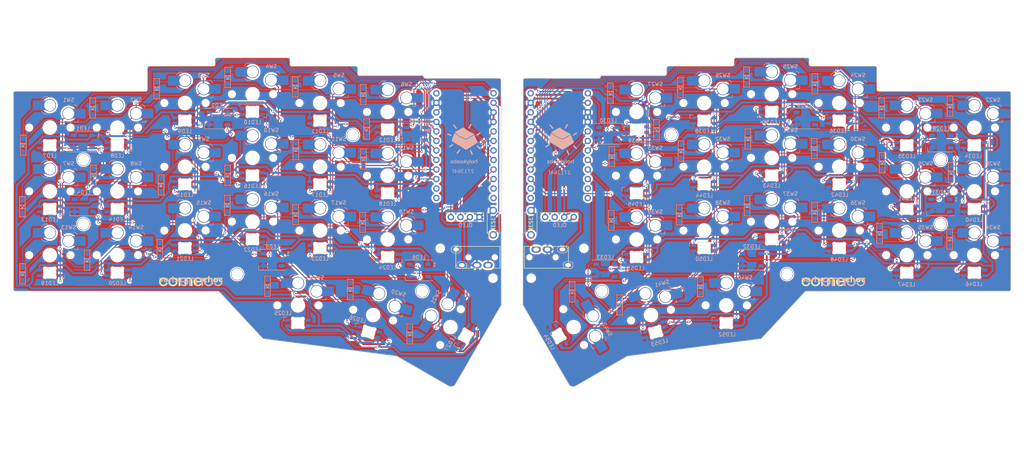
<source format=kicad_pcb>
(kicad_pcb (version 20240108) (generator "pcbnew") (generator_version "8.0")
  (title_block (title "chocorne") (date "2023-09-03") (rev "1.0") (company "idank"))
  (layers (0 "F.Cu" signal) (31 "B.Cu" signal) (34 "B.Paste" user) (35 "F.Paste" user) (36 "B.SilkS" user "B.Silkscreen") (37 "F.SilkS" user "F.Silkscreen") (38 "B.Mask" user) (39 "F.Mask" user) (44 "Edge.Cuts" user))
  (net 0 "")
  (net 1 "row0")
  (net 2 "row1")
  (net 3 "row2")
  (net 4 "row3")
  (net 5 "GND")
  (net 6 "VCC")
  (net 7 "col0")
  (net 8 "col1")
  (net 9 "col2")
  (net 10 "col3")
  (net 11 "col4")
  (net 12 "col5")
  (net 13 "LED")
  (net 14 "data")
  (net 15 "reset")
  (net 16 "SCL")
  (net 17 "SDA")
  (net 18 "Net-(D1-A)")
  (net 19 "Net-(D2-A)")
  (net 20 "Net-(D3-A)")
  (net 21 "Net-(D4-A)")
  (net 22 "Net-(D5-A)")
  (net 23 "Net-(D6-A)")
  (net 24 "Net-(D7-A)")
  (net 25 "Net-(D8-A)")
  (net 26 "Net-(D9-A)")
  (net 27 "Net-(D10-A)")
  (net 28 "Net-(D11-A)")
  (net 29 "Net-(D12-A)")
  (net 30 "Net-(D13-A)")
  (net 31 "Net-(D14-A)")
  (net 32 "Net-(D15-A)")
  (net 33 "Net-(D16-A)")
  (net 34 "Net-(D17-A)")
  (net 35 "Net-(D18-A)")
  (net 36 "Net-(D19-A)")
  (net 37 "Net-(D20-A)")
  (net 38 "Net-(D21-A)")
  (net 39 "row0_r")
  (net 40 "Net-(D22-A)")
  (net 41 "Net-(D23-A)")
  (net 42 "Net-(D24-A)")
  (net 43 "Net-(D25-A)")
  (net 44 "Net-(D26-A)")
  (net 45 "Net-(D27-A)")
  (net 46 "row1_r")
  (net 47 "Net-(D28-A)")
  (net 48 "Net-(D29-A)")
  (net 49 "Net-(D30-A)")
  (net 50 "Net-(D31-A)")
  (net 51 "Net-(D32-A)")
  (net 52 "Net-(D33-A)")
  (net 53 "row2_r")
  (net 54 "Net-(D34-A)")
  (net 55 "Net-(D35-A)")
  (net 56 "Net-(D36-A)")
  (net 57 "Net-(D37-A)")
  (net 58 "Net-(D38-A)")
  (net 59 "Net-(D39-A)")
  (net 60 "row3_r")
  (net 61 "Net-(D40-A)")
  (net 62 "Net-(D41-A)")
  (net 63 "Net-(D42-A)")
  (net 65 "GNDA")
  (net 66 "VDD")
  (net 67 "data_r")
  (net 69 "SCL_r")
  (net 70 "SDA_r")
  (net 71 "Net-(LED1-DIN)")
  (net 72 "Net-(LED1-DOUT)")
  (net 73 "Net-(LED2-DIN)")
  (net 74 "Net-(LED4-DOUT)")
  (net 75 "Net-(LED5-DOUT)")
  (net 76 "Net-(LED27-DIN)")
  (net 77 "Net-(LED13-DIN)")
  (net 78 "Net-(LED7-DIN)")
  (net 79 "Net-(LED14-DOUT)")
  (net 80 "Net-(LED15-DIN)")
  (net 81 "Net-(LED10-DOUT)")
  (net 82 "Net-(LED10-DIN)")
  (net 83 "Net-(LED11-DOUT)")
  (net 84 "Net-(LED11-DIN)")
  (net 85 "Net-(LED12-DIN)")
  (net 86 "Net-(LED13-DOUT)")
  (net 87 "Net-(LED14-DIN)")
  (net 88 "Net-(LED15-DOUT)")
  (net 89 "Net-(LED16-DIN)")
  (net 90 "Net-(LED17-DOUT)")
  (net 91 "Net-(LED18-DIN)")
  (net 93 "Net-(LED20-DIN)")
  (net 94 "Net-(LED22-DIN)")
  (net 95 "Net-(LED23-DOUT)")
  (net 96 "Net-(LED24-DIN)")
  (net 97 "Net-(LED25-DIN)")
  (net 98 "Net-(LED28-DOUT)")
  (net 99 "Net-(LED28-DIN)")
  (net 100 "Net-(LED29-DIN)")
  (net 101 "LED_r")
  (net 102 "Net-(LED31-DOUT)")
  (net 103 "Net-(LED32-DOUT)")
  (net 104 "Net-(LED33-DOUT)")
  (net 105 "Net-(LED34-DOUT)")
  (net 106 "Net-(LED34-DIN)")
  (net 107 "Net-(LED35-DIN)")
  (net 108 "Net-(LED36-DIN)")
  (net 109 "Net-(LED36-DOUT)")
  (net 110 "Net-(LED37-DIN)")
  (net 111 "Net-(LED38-DIN)")
  (net 112 "Net-(LED38-DOUT)")
  (net 113 "Net-(LED39-DIN)")
  (net 114 "Net-(LED40-DOUT)")
  (net 115 "Net-(LED41-DIN)")
  (net 116 "Net-(LED42-DOUT)")
  (net 117 "Net-(LED43-DIN)")
  (net 118 "Net-(LED44-DOUT)")
  (net 119 "Net-(LED45-DIN)")
  (net 121 "Net-(LED47-DIN)")
  (net 122 "Net-(LED49-DIN)")
  (net 123 "Net-(LED50-DOUT)")
  (net 124 "Net-(LED51-DIN)")
  (net 125 "Net-(LED52-DIN)")
  (net 126 "reset_r")
  (net 127 "col0_r")
  (net 128 "col1_r")
  (net 129 "col2_r")
  (net 130 "col3_r")
  (net 131 "col4_r")
  (net 132 "col5_r")
  (net 143 "Net-(D43-K)")
  (net 144 "Net-(D44-K)")
  (footprint "kbd:MJ-4PP-9_1side" (layer "F.Cu") (at 146.55 104.7 -90)
    (property "Reference" "J1")
    (property "Value" "MJ-4PP-9" (hide yes))
  )
  (footprint "holykeebs:ProMicro_1mm_holes" (layer "F.Cu") (at 137.1 75.44)
    (property "Reference" "U1" (hide yes))
    (property "Value" "ProMicro" (hide yes))
  )
  (footprint "holykeebs:OLED_1side_1mm_holes" (layer "F.Cu") (at 133.345 93.97)
    (property "Reference" "J2")
    (property "Value" "OLED" (hide yes))
  )
  (footprint "kbd:ResetSW_1side" (layer "F.Cu") (at 144.62 95.46 -90)
    (property "Reference" "RSW1" (hide yes))
    (property "Value" "SW_PUSH")
  )
  (footprint "holykeebs:M2_SPACER" (layer "F.Cu") (at 35.46 78.68)
    (property "Reference" "h2" (hide yes))
    (property "Value" "h2" (hide yes))
  )
  (footprint "holykeebs:M2_SPACER" (layer "F.Cu") (at 76.41 109.18)
    (property "Reference" "h2" (hide yes))
    (property "Value" "h2" (hide yes))
  )
  (footprint "holykeebs:M2_SPACER" (layer "F.Cu") (at 35.46 95.82)
    (property "Reference" "h2" (hide yes))
    (property "Value" "h2" (hide yes))
  )
  (footprint "holykeebs:M2_HOLE_NPH" (layer "F.Cu") (at 130.518126 102.303934)
    (property "Reference" "h2" (hide yes))
    (property "Value" "h2" (hide yes))
  )
  (footprint "kbd:corne-logo-horizontal-mask" (layer "F.Cu") (at 235.25 110.92)
    (property "Reference" "G***" (hide yes))
    (property "Value" "LOGO" (hide yes))
  )
  (footprint "holykeebs:ProMicro_1mm_holes" (layer "F.Cu") (at 162.2125 75.44)
    (property "Reference" "U2" (hide yes))
    (property "Value" "ProMicro" (hide yes))
  )
  (footprint "holykeebs:M2_SPACER" (layer "F.Cu") (at 192.06 72.05)
    (property "Reference" "" (hide yes))
    (property "Value" "M2_SPACER" (hide yes))
  )
  (footprint "kbd:MJ-4PP-9_1side" (layer "F.Cu") (at 152.7625 104.7 90)
    (property "Reference" "J3")
    (property "Value" "MJ-4PP-9" (hide yes))
  )
  (footprint "kbd:ResetSW_1side" (layer "F.Cu") (at 154.6925 95.46 -90)
    (property "Reference" "RSW2" (hide yes))
    (property "Value" "SW_PUSH")
  )
  (footprint "holykeebs:M2_HOLE_NPH" (layer "F.Cu") (at 144.56 110.27)
    (property "Reference" "h2" (hide yes))
    (property "Value" "h2" (hide yes))
  )
  (footprint "holykeebs:OLED_1side_1mm_holes" (layer "F.Cu") (at 158.4575 93.97)
    (property "Reference" "J4")
    (property "Value" "OLED" (hide yes))
  )
  (footprint "holykeebs:M2_SPACER" (layer "F.Cu") (at 125.73 113.73)
    (property "Reference" "h2" (hide yes))
    (property "Value" "h2" (hide yes))
  )
  (footprint "kbd:corne-logo-horizontal-mask" (layer "F.Cu") (at 64.0625 110.92)
    (property "Reference" "G***" (hide yes))
    (property "Value" "LOGO" (hide yes))
  )
  (footprint "kbd:D3_SMD_v2" (layer "B.Cu") (at 37.9 64.9 90)
    (property "Reference" "D2" (hide yes))
    (property "Value" "D" (hide yes))
  )
  (footprint "kbd:D3_SMD_v2" (layer "B.Cu") (at 54.96 59.72 90)
    (property "Reference" "D3" (hide yes))
    (property "Value" "D" (hide yes))
  )
  (footprint "kbd:D3_SMD_v2" (layer "B.Cu") (at 73.87 56.74 90)
    (property "Reference" "D4" (hide yes))
    (property "Value" "D" (hide yes))
  )
  (footprint "kbd:D3_SMD_v2" (layer "B.Cu") (at 91.89 59.23 90)
    (property "Reference" "D5" (hide yes))
    (property "Value" "D" (hide yes))
  )
  (footprint "kbd:D3_SMD_v2" (layer "B.Cu") (at 110 61.32 90)
    (property "Reference" "D6" (hide yes))
    (property "Value" "D" (hide yes))
  )
  (footprint "kbd:D3_SMD_v2" (layer "B.Cu") (at 38.1 82.8 90)
    (property "Reference" "D8" (hide yes))
    (property "Value" "D" (hide yes))
  )
  (footprint "kbd:D3_SMD_v2" (layer "B.Cu") (at 56.13 85.41 90)
    (property "Reference" "D9" (hide yes))
    (property "Value" "D" (hide yes))
  )
  (footprint "kbd:D3_SMD_v2" (layer "B.Cu") (at 73.88 82.82 90)
    (property "Reference" "D10" (hide yes))
    (property "Value" "D" (hide yes))
  )
  (footprint "kbd:D3_SMD_v2" (layer "B.Cu") (at 92.03 75.99 90)
    (property "Reference" "D11" (hide yes))
    (property "Value" "D" (hide yes))
  )
  (footprint "kbd:D3_SMD_v2" (layer "B.Cu") (at 110.05 78.47 90)
    (property "Reference" "D12" (hide yes))
    (property "Value" "D" (hide yes))
  )
  (footprint "kbd:D3_SMD_v2" (layer "B.Cu") (at 36.41 105.49 90)
    (property "Reference" "D14" (hide yes))
    (property "Value" "D" (hide yes))
  )
  (footprint "kbd:D3_SMD_v2" (layer "B.Cu") (at 55.8 102.68 90)
    (property "Reference" "D15" (hide yes))
    (property "Value" "D" (hide yes))
  )
  (footprint "kbd:D3_SMD_v2" (layer "B.Cu") (at 73.79 90.8 90)
    (property "Reference" "D16" (hide yes))
    (property "Value" "D" (hide yes))
  )
  (footprint "kbd:D3_SMD_v2" (layer "B.Cu") (at 91.98 93.27 90)
    (property "Reference" "D17" (hide yes))
    (property "Value" "D" (hide yes))
  )
  (footprint "kbd:D3_SMD_v2" (layer "B.Cu") (at 109.82 95.36 90)
    (property "Reference" "D18" (hide yes))
    (property "Value" "D" (hide yes))
  )
  (footprint "kbd:D3_SMD_v2" (layer "B.Cu") (at 84.5 112.41 90)
    (property "Reference" "D19" (hide yes))
    (property "Value" "D" (hide yes))
  )
  (footprint "kbd:D3_SMD_v2" (layer "B.Cu") (at 106.55 113.3 90)
    (property "Reference" "D20" (hide yes))
    (property "Value" "D" (hide yes))
  )
  (footprint "kbd:D3_SMD_v2" (layer "B.Cu") (at 122.38 125.14 90)
    (property "Reference" "D21" (hide yes))
    (property "Value" "D" (hide yes))
  )
  (footprint "holykeebs:SW_choc_v1_HS_CPG135001S30_1u" (layer "B.Cu") (at 44.5 70.11)
    (property "Reference" "SW2")
    (property "Value" "SW_PUSH")
  )
  (footprint "holykeebs:SW_choc_v1_HS_CPG135001S30_1u" (layer "B.Cu") (at 62.5 63.55)
    (property "Reference" "SW3")
    (property "Value" "SW_PUSH")
  )
  (footprint "holykeebs:SW_choc_v1_HS_CPG135001S30_1u" (layer "B.Cu") (at 80.5 61.19)
    (property "Reference" "SW4")
    (property "Value" "SW_PUSH")
  )
  (footprint "holykeebs:SW_choc_v1_HS_CPG135001S30_1u" (layer "B.Cu") (at 98.5 63.55)
    (property "Reference" "SW5")
    (property "Value" "SW_PUSH")
  )
  (footprint "holykeebs:SW_choc_v1_HS_CPG135001S30_1u" (layer "B.Cu") (at 116.5 65.93)
    (property "Reference" "SW6")
    (property "Value" "SW_PUSH")
  )
  (footprint "holykeebs:SW_choc_v1_HS_CPG135001S30_1u" (layer "B.Cu") (at 44.5 87.11)
    (property "Reference" "SW8")
    (property "Value" "SW_PUSH")
  )
  (footprint "holykeebs:SW_choc_v1_HS_CPG135001S30_1u" (layer "B.Cu") (at 62.5 80.55)
    (property "Reference" "SW9")
    (property "Value" "SW_PUSH")
  )
  (footprint "holykeebs:SW_choc_v1_HS_CPG135001S30_1u" (layer "B.Cu") (at 80.5 78.18)
    (property "Reference" "SW10")
    (property "Value" "SW_PUSH")
  )
  (footprint "holykeebs:SW_choc_v1_HS_CPG135001S30_1u" (layer "B.Cu") (at 98.5 80.55)
    (property "Reference" "SW11")
    (property "Value" "SW_PUSH")
  )
  (footprint "holykeebs:SW_choc_v1_HS_CPG135001S30_1u" (layer "B.Cu") (at 116.5 82.93)
    (property "Reference" "SW12")
    (property "Value" "SW_PUSH")
  )
  (footprint "holykeebs:SW_choc_v1_HS_CPG135001S30_1u" (layer "B.Cu") (at 44.5 104.115)
    (property "Reference" "SW14")
    (property "Value" "SW_PUSH")
  )
  (footprint "holykeebs:SW_choc_v1_HS_CPG135001S30_1u" (layer "B.Cu") (at 62.5 97.555)
    (property "Reference" "SW15")
    (property "Value" "SW_PUSH")
  )
  (footprint "holykeebs:SW_choc_v1_HS_CPG135001S30_1u" (layer "B.Cu") (at 80.5 95.18)
    (property "Reference" "SW16")
    (property "Value" "SW_PUSH")
  )
  (footprint "holykeebs:SW_choc_v1_HS_CPG135001S30_1u" (layer "B.Cu") (at 98.5 97.555)
    (property "Reference" "SW17")
    (property "Value" "SW_PUSH")
  )
  (footprint "holykeebs:SW_choc_v1_HS_CPG135001S30_1u" (layer "B.Cu") (at 116.5 99.93)
    (property "Reference" "SW18")
    (property "Value" "SW_PUSH")
  )
  (footprint "holykeebs:SW_choc_v1_HS_CPG135001S30_1u" (layer "B.Cu") (at 92.6 117.52)
    (property "Reference" "SW19")
    (property "Value" "SW_PUSH")
  )
  (footprint "holykeebs:SW_choc_v1_HS_CPG135001S30_1u" (layer "B.Cu") (at 112.65 120.11 -15)
    (property "Reference" "SW20")
    (property "Value" "SW_PUSH")
  )
  (footprint "holykeebs:SW_choc_v1_HS_CPG135001S30_1.5u" (layer "B.Cu") (at 133.25 123.32 60)
    (property "Reference" "SW21")
    (property "Value" "SW_PUSH")
  )
  (footprint "kbd:D3_SMD_v2" (layer "B.Cu") (at 19.16 91.25 90)
    (property "Reference" "D7" (hide yes))
    (property "Value" "D" (hide yes))
  )
  (footprint "kbd:D3_SMD_v2" (layer "B.Cu") (at 19.24 109.09 90)
    (property "Reference" "D13" (hide yes))
    (property "Value" "D" (hide yes))
  )
  (footprint "holykeebs:SW_choc_v1_HS_CPG135001S30_1u" (layer "B.Cu") (at 26.5 87.11)
    (property "Reference" "SW7")
    (property "Value" "SW_PUSH")
  )
  (footprint "holykeebs:SW_choc_v1_HS_CPG135001S30_1u" (layer "B.Cu") (at 26.5 104.13)
    (property "Reference" "SW13")
    (property "Value" "SW_PUSH")
  )
  (footprint "holykeebs:SW_choc_v1_HS_CPG135001S30_1u" (layer "B.Cu") (at 26.5 70.11)
    (property "Reference" "SW1")
    (property "Value" "SW_PUSH")
  )
  (footprint "kbd:D3_SMD_v2" (layer "B.Cu") (at 19.4 74.79 90)
    (property "Reference" "D1" (hide yes))
    (property "Value" "D" (hide yes))
  )
  (footprint "holykeebs:SW_choc_v1_HS_CPG135001S30_1u" (layer "B.Cu") (at 182.8125 99.93)
    (property "Reference" "SW39")
    (property "Value" "SW_PUSH")
  )
  (footprint "holykeebs:SW_choc_v1_HS_CPG135001S30_1u" (layer "B.Cu") (at 206.7125 117.52)
    (property "Reference" "SW40")
    (property "Value" "SW_PUSH")
  )
  (footprint "PCM_marbastlib-various:LED_6028R" (layer "B.Cu") (at 218.8125 99.88)
    (property "Reference" "LED49")
    (property "Value" "YS-SK6812MINI-E")
    (fp_line (start -1.699999 -0.702841) (end -1.699999 0.702843) (stroke (width 0.1)) (layer "Edge.Cuts"))
    (fp_line (start -0.794453 1.5) (end 0.794452 1.5) (stroke (width 0.1)) (layer "Edge.Cuts"))
    (fp_line (start 0.794452 -1.499999) (end -0.794452 -1.499999) (stroke (width 0.1)) (layer "Edge.Cuts"))
    (fp_line (start 1.699999 0.702843) (end 1.699999 -0.702841) (stroke (width 0.1)) (layer "Edge.Cuts"))
    (fp_arc (start -1.749484 -0.919719) (mid -1.712527 -0.814067) (end -1.699999 -0.702841) (stroke (width 0.1)) (layer "Edge.Cuts"))
    (fp_arc (start -1.749484 -0.919718) (mid -1.638072 -1.504034) (end -1.046711 -1.568298) (stroke (width 0.1)) (layer "Edge.Cuts"))
    (fp_arc (start -1.699999 0.702844) (mid -1.712527 0.814069) (end -1.749484 0.919721) (stroke (width 0.1)) (layer "Edge.Cuts"))
    (fp_arc (start -1.046711 1.568299) (mid -1.638071 1.504036) (end -1.749484 0.919721) (stroke (width 0.1)) (layer "Edge.Cuts"))
    (fp_arc (start -1.046711 1.568299) (mid -0.925123 1.517377) (end -0.794453 1.5) (stroke (width 0.1)) (layer "Edge.Cuts"))
    (fp_arc (start -0.794452 -1.499999) (mid -0.925123 -1.517376) (end -1.046711 -1.568298) (stroke (width 0.1)) (layer "Edge.Cuts"))
    (fp_arc (start 0.794453 1.500001) (mid 0.925123 1.517378) (end 1.046711 1.5683) (stroke (width 0.1)) (layer "Edge.Cuts"))
    (fp_arc (start 1.04671 -1.568298) (mid 0.925122 -1.517376) (end 0.794452 -1.499999) (stroke (width 0.1)) (layer "Edge.Cuts"))
    (fp_arc (start 1.046711 -1.568296) (mid 1.638069 -1.504034) (end 1.749484 -0.919719) (stroke (width 0.1)) (layer "Edge.Cuts"))
    (fp_arc (start 1.699999 -0.702842) (mid 1.712536 -0.814065) (end 1.749484 -0.919719) (stroke (width 0.1)) (layer "Edge.Cuts"))
    (fp_arc (start 1.749484 0.919721) (mid 1.638072 1.504036) (end 1.046711 1.5683) (stroke (width 0.1)) (layer "Edge.Cuts"))
    (fp_arc (start 1.749484 0.919721) (mid 1.712539 0.814068) (end 1.699999 0.702843) (stroke (width 0.1)) (layer "Edge.Cuts"))
  )
  (footprint "holykeebs:SW_choc_v1_HS_CPG135001S30_1u" (layer "B.Cu") (at 272.8125 87.11)
    (property "Reference" "SW28")
    (property "Value" "SW_PUSH")
  )
  (footprint "holykeebs:M2_SPACER" (layer "B.Cu") (at 263.8525 78.68 180)
    (property "Reference" "h2" (hide yes))
    (property "Value" "h2" (hide yes))
  )
  (footprint "holykeebs:SW_choc_v1_HS_CPG135001S30_1u" (layer "B.Cu") (at 254.8125 87.11)
    (property "Reference" "SW29")
    (property "Value" "SW_PUSH")
  )
  (footprint "PCM_marbastlib-various:LED_6028R" (layer "B.Cu") (at 44.4825 74.810001 180)
    (property "Reference" "LED8")
    (property "Value" "YS-SK6812MINI-E")
    (fp_line (start 1.699999 0.702843) (end 1.699999 -0.702841) (stroke (width 0.1)) (layer "Edge.Cuts"))
    (fp_line (start 0.794452 -1.499999) (end -0.794452 -1.499999) (stroke (width 0.1)) (layer "Edge.Cuts"))
    (fp_line (start -0.794453 1.5) (end 0.794452 1.5) (stroke (width 0.1)) (layer "Edge.Cuts"))
    (fp_line (start -1.699999 -0.702841) (end -1.699999 0.702843) (stroke (width 0.1)) (layer "Edge.Cuts"))
    (fp_arc (start 1.749484 0.919721) (mid 1.712539 0.814068) (end 1.699999 0.702843) (stroke (width 0.1)) (layer "Edge.Cuts"))
    (fp_arc (start 1.749484 0.919721) (mid 1.638072 1.504036) (end 1.046711 1.5683) (stroke (width 0.1)) (layer "Edge.Cuts"))
    (fp_arc (start 1.699999 -0.702842) (mid 1.712536 -0.814065) (end 1.749484 -0.919719) (stroke (width 0.1)) (layer "Edge.Cuts"))
    (fp_arc (start 1.046711 -1.568296) (mid 1.638069 -1.504034) (end 1.749484 -0.919719) (stroke (width 0.1)) (layer "Edge.Cuts"))
    (fp_arc (start 1.04671 -1.568298) (mid 0.925122 -1.517376) (end 0.794452 -1.499999) (stroke (width 0.1)) (layer "Edge.Cuts"))
    (fp_arc (start 0.794453 1.500001) (mid 0.925123 1.517378) (end 1.046711 1.5683) (stroke (width 0.1)) (layer "Edge.Cuts"))
    (fp_arc (start -0.794452 -1.499999) (mid -0.925123 -1.517376) (end -1.046711 -1.568298) (stroke (width 0.1)) (layer "Edge.Cuts"))
    (fp_arc (start -1.046711 1.568299) (mid -0.925123 1.517377) (end -0.794453 1.5) (stroke (width 0.1)) (layer "Edge.Cuts"))
    (fp_arc (start -1.046711 1.568299) (mid -1.638071 1.504036) (end -1.749484 0.919721) (stroke (width 0.1)) (layer "Edge.Cuts"))
    (fp_arc (start -1.699999 0.702844) (mid -1.712527 0.814069) (end -1.749484 0.919721) (stroke (width 0.1)) (layer "Edge.Cuts"))
    (fp_arc (start -1.749484 -0.919718) (mid -1.638072 -1.504034) (end -1.046711 -1.568298) (stroke (width 0.1)) (layer "Edge.Cuts"))
    (fp_arc (start -1.749484 -0.919719) (mid -1.712527 -0.814067) (end -1.699999 -0.702841) (stroke (width 0.1)) (layer "Edge.Cuts"))
  )
  (footprint "kbd:D3_SMD_v2" (layer "B.Cu") (at 248.13 64.86 90)
    (property "Reference" "D23" (hide yes))
    (property "Value" "D" (hide yes))
  )
  (footprint "holykeebs:M2_SPACER" (layer "B.Cu") (at 107.2525 72.05 180)
    (property "Reference" "" (hide yes))
    (property "Value" "M2_SPACER" (hide yes))
  )
  (footprint "PCM_marbastlib-various:LED_6028R" (layer "B.Cu") (at 62.4825 85.250001 180)
    (property "Reference" "LED15")
    (property "Value" "YS-SK6812MINI-E")
    (fp_line (start 1.699999 0.702843) (end 1.699999 -0.702841) (stroke (width 0.1)) (layer "Edge.Cuts"))
    (fp_line (start 0.794452 -1.499999) (end -0.794452 -1.499999) (stroke (width 0.1)) (layer "Edge.Cuts"))
    (fp_line (start -0.794453 1.5) (end 0.794452 1.5) (stroke (width 0.1)) (layer "Edge.Cuts"))
    (fp_line (start -1.699999 -0.702841) (end -1.699999 0.702843) (stroke (width 0.1)) (layer "Edge.Cuts"))
    (fp_arc (start 1.749484 0.919721) (mid 1.712539 0.814068) (end 1.699999 0.702843) (stroke (width 0.1)) (layer "Edge.Cuts"))
    (fp_arc (start 1.749484 0.919721) (mid 1.638072 1.504036) (end 1.046711 1.5683) (stroke (width 0.1)) (layer "Edge.Cuts"))
    (fp_arc (start 1.699999 -0.702842) (mid 1.712536 -0.814065) (end 1.749484 -0.919719) (stroke (width 0.1)) (layer "Edge.Cuts"))
    (fp_arc (start 1.046711 -1.568296) (mid 1.638069 -1.504034) (end 1.749484 -0.919719) (stroke (width 0.1)) (layer "Edge.Cuts"))
    (fp_arc (start 1.04671 -1.568298) (mid 0.925122 -1.517376) (end 0.794452 -1.499999) (stroke (width 0.1)) (layer "Edge.Cuts"))
    (fp_arc (start 0.794453 1.500001) (mid 0.925123 1.517378) (end 1.046711 1.5683) (stroke (width 0.1)) (layer "Edge.Cuts"))
    (fp_arc (start -0.794452 -1.499999) (mid -0.925123 -1.517376) (end -1.046711 -1.568298) (stroke (width 0.1)) (layer "Edge.Cuts"))
    (fp_arc (start -1.046711 1.568299) (mid -0.925123 1.517377) (end -0.794453 1.5) (stroke (width 0.1)) (layer "Edge.Cuts"))
    (fp_arc (start -1.046711 1.568299) (mid -1.638071 1.504036) (end -1.749484 0.919721) (stroke (width 0.1)) (layer "Edge.Cuts"))
    (fp_arc (start -1.699999 0.702844) (mid -1.712527 0.814069) (end -1.749484 0.919721) (stroke (width 0.1)) (layer "Edge.Cuts"))
    (fp_arc (start -1.749484 -0.919718) (mid -1.638072 -1.504034) (end -1.046711 -1.568298) (stroke (width 0.1)) (layer "Edge.Cuts"))
    (fp_arc (start -1.749484 -0.919719) (mid -1.712527 -0.814067) (end -1.699999 -0.702841) (stroke (width 0.1)) (layer "Edge.Cuts"))
  )
  (footprint "kbd:D3_SMD_v2" (layer "B.Cu") (at 178.31 117.41 90)
    (property "Reference" "D41" (hide yes))
    (property "Value" "D" (hide yes))
  )
  (footprint "PCM_marbastlib-various:LED_6028R" (layer "B.Cu") (at 254.8125 108.815)
    (property "Reference" "LED47")
    (property "Value" "YS-SK6812MINI-E")
    (fp_line (start -1.699999 -0.702841) (end -1.699999 0.702843) (stroke (width 0.1)) (layer "Edge.Cuts"))
    (fp_line (start -0.794453 1.5) (end 0.794452 1.5) (stroke (width 0.1)) (layer "Edge.Cuts"))
    (fp_line (start 0.794452 -1.499999) (end -0.794452 -1.499999) (stroke (width 0.1)) (layer "Edge.Cuts"))
    (fp_line (start 1.699999 0.702843) (end 1.699999 -0.702841) (stroke (width 0.1)) (layer "Edge.Cuts"))
    (fp_arc (start -1.749484 -0.919719) (mid -1.712527 -0.814067) (end -1.699999 -0.702841) (stroke (width 0.1)) (layer "Edge.Cuts"))
    (fp_arc (start -1.749484 -0.919718) (mid -1.638072 -1.504034) (end -1.046711 -1.568298) (stroke (width 0.1)) (layer "Edge.Cuts"))
    (fp_arc (start -1.699999 0.702844) (mid -1.712527 0.814069) (end -1.749484 0.919721) (stroke (width 0.1)) (layer "Edge.Cuts"))
    (fp_arc (start -1.046711 1.568299) (mid -1.638071 1.504036) (end -1.749484 0.919721) (stroke (width 0.1)) (layer "Edge.Cuts"))
    (fp_arc (start -1.046711 1.568299) (mid -0.925123 1.517377) (end -0.794453 1.5) (stroke (width 0.1)) (layer "Edge.Cuts"))
    (fp_arc (start -0.794452 -1.499999) (mid -0.925123 -1.517376) (end -1.046711 -1.568298) (stroke (width 0.1)) (layer "Edge.Cuts"))
    (fp_arc (start 0.794453 1.500001) (mid 0.925123 1.517378) (end 1.046711 1.5683) (stroke (width 0.1)) (layer "Edge.Cuts"))
    (fp_arc (start 1.04671 -1.568298) (mid 0.925122 -1.517376) (end 0.794452 -1.499999) (stroke (width 0.1)) (layer "Edge.Cuts"))
    (fp_arc (start 1.046711 -1.568296) (mid 1.638069 -1.504034) (end 1.749484 -0.919719) (stroke (width 0.1)) (layer "Edge.Cuts"))
    (fp_arc (start 1.699999 -0.702842) (mid 1.712536 -0.814065) (end 1.749484 -0.919719) (stroke (width 0.1)) (layer "Edge.Cuts"))
    (fp_arc (start 1.749484 0.919721) (mid 1.638072 1.504036) (end 1.046711 1.5683) (stroke (width 0.1)) (layer "Edge.Cuts"))
    (fp_arc (start 1.749484 0.919721) (mid 1.712539 0.814068) (end 1.699999 0.702843) (stroke (width 0.1)) (layer "Edge.Cuts"))
  )
  (footprint "kbd:D3_SMD_v2" (layer "B.Cu") (at 194.65 76.36 90)
    (property "Reference" "D32" (hide yes))
    (property "Value" "D" (hide yes))
  )
  (footprint "kbd:corne-logo-horizontal-mask" (layer "B.Cu") (at 235.25 110.92 180)
    (property "Reference" "G***" (hide yes))
    (property "Value" "LOGO" (hide yes))
  )
  (footprint "PCM_marbastlib-various:LED_6028R" (layer "B.Cu") (at 218.8125 82.88)
    (property "Reference" "LED43")
    (property "Value" "YS-SK6812MINI-E")
    (fp_line (start -1.699999 -0.702841) (end -1.699999 0.702843) (stroke (width 0.1)) (layer "Edge.Cuts"))
    (fp_line (start -0.794453 1.5) (end 0.794452 1.5) (stroke (width 0.1)) (layer "Edge.Cuts"))
    (fp_line (start 0.794452 -1.499999) (end -0.794452 -1.499999) (stroke (width 0.1)) (layer "Edge.Cuts"))
    (fp_line (start 1.699999 0.702843) (end 1.699999 -0.702841) (stroke (width 0.1)) (layer "Edge.Cuts"))
    (fp_arc (start -1.749484 -0.919719) (mid -1.712527 -0.814067) (end -1.699999 -0.702841) (stroke (width 0.1)) (layer "Edge.Cuts"))
    (fp_arc (start -1.749484 -0.919718) (mid -1.638072 -1.504034) (end -1.046711 -1.568298) (stroke (width 0.1)) (layer "Edge.Cuts"))
    (fp_arc (start -1.699999 0.702844) (mid -1.712527 0.814069) (end -1.749484 0.919721) (stroke (width 0.1)) (layer "Edge.Cuts"))
    (fp_arc (start -1.046711 1.568299) (mid -1.638071 1.504036) (end -1.749484 0.919721) (stroke (width 0.1)) (layer "Edge.Cuts"))
    (fp_arc (start -1.046711 1.568299) (mid -0.925123 1.517377) (end -0.794453 1.5) (stroke (width 0.1)) (layer "Edge.Cuts"))
    (fp_arc (start -0.794452 -1.499999) (mid -0.925123 -1.517376) (end -1.046711 -1.568298) (stroke (width 0.1)) (layer "Edge.Cuts"))
    (fp_arc (start 0.794453 1.500001) (mid 0.925123 1.517378) (end 1.046711 1.5683) (stroke (width 0.1)) (layer "Edge.Cuts"))
    (fp_arc (start 1.04671 -1.568298) (mid 0.925122 -1.517376) (end 0.794452 -1.499999) (stroke (width 0.1)) (layer "Edge.Cuts"))
    (fp_arc (start 1.046711 -1.568296) (mid 1.638069 -1.504034) (end 1.749484 -0.919719) (stroke (width 0.1)) (layer "Edge.Cuts"))
    (fp_arc (start 1.699999 -0.702842) (mid 1.712536 -0.814065) (end 1.749484 -0.919719) (stroke (width 0.1)) (layer "Edge.Cuts"))
    (fp_arc (start 1.749484 0.919721) (mid 1.638072 1.504036) (end 1.046711 1.5683) (stroke (width 0.1)) (layer "Edge.Cuts"))
    (fp_arc (start 1.749484 0.919721) (mid 1.712539 0.814068) (end 1.699999 0.702843) (stroke (width 0.1)) (layer "Edge.Cuts"))
  )
  (footprint "holykeebs:M2_SPACER" (layer "B.Cu") (at 263.8525 95.82 180)
    (property "Reference" "h2" (hide yes))
    (property "Value" "h2" (hide yes))
  )
  (footprint "kbd:D3_SMD_v2" (layer "B.Cu") (at 247.57 98.35 90)
    (property "Reference" "D35" (hide yes))
    (property "Value" "D" (hide yes))
  )
  (footprint "PCM_marbastlib-various:LED_6028R" (layer "B.Cu") (at 182.8125 87.63)
    (property "Reference" "LED45")
    (property "Value" "YS-SK6812MINI-E")
    (fp_line (start -1.699999 -0.702841) (end -1.699999 0.702843) (stroke (width 0.1)) (layer "Edge.Cuts"))
    (fp_line (start -0.794453 1.5) (end 0.794452 1.5) (stroke (width 0.1)) (layer "Edge.Cuts"))
    (fp_line (start 0.794452 -1.499999) (end -0.794452 -1.499999) (stroke (width 0.1)) (layer "Edge.Cuts"))
    (fp_line (start 1.699999 0.702843) (end 1.699999 -0.702841) (stroke (width 0.1)) (layer "Edge.Cuts"))
    (fp_arc (start -1.749484 -0.919719) (mid -1.712527 -0.814067) (end -1.699999 -0.702841) (stroke (width 0.1)) (layer "Edge.Cuts"))
    (fp_arc (start -1.749484 -0.919718) (mid -1.638072 -1.504034) (end -1.046711 -1.568298) (stroke (width 0.1)) (layer "Edge.Cuts"))
    (fp_arc (start -1.699999 0.702844) (mid -1.712527 0.814069) (end -1.749484 0.919721) (stroke (width 0.1)) (layer "Edge.Cuts"))
    (fp_arc (start -1.046711 1.568299) (mid -1.638071 1.504036) (end -1.749484 0.919721) (stroke (width 0.1)) (layer "Edge.Cuts"))
    (fp_arc (start -1.046711 1.568299) (mid -0.925123 1.517377) (end -0.794453 1.5) (stroke (width 0.1)) (layer "Edge.Cuts"))
    (fp_arc (start -0.794452 -1.499999) (mid -0.925123 -1.517376) (end -1.046711 -1.568298) (stroke (width 0.1)) (layer "Edge.Cuts"))
    (fp_arc (start 0.794453 1.500001) (mid 0.925123 1.517378) (end 1.046711 1.5683) (stroke (width 0.1)) (layer "Edge.Cuts"))
    (fp_arc (start 1.04671 -1.568298) (mid 0.925122 -1.517376) (end 0.794452 -1.499999) (stroke (width 0.1)) (layer "Edge.Cuts"))
    (fp_arc (start 1.046711 -1.568296) (mid 1.638069 -1.504034) (end 1.749484 -0.919719) (stroke (width 0.1)) (layer "Edge.Cuts"))
    (fp_arc (start 1.699999 -0.702842) (mid 1.712536 -0.814065) (end 1.749484 -0.919719) (stroke (width 0.1)) (layer "Edge.Cuts"))
    (fp_arc (start 1.749484 0.919721) (mid 1.638072 1.504036) (end 1.046711 1.5683) (stroke (width 0.1)) (layer "Edge.Cuts"))
    (fp_arc (start 1.749484 0.919721) (mid 1.712539 0.814068) (end 1.699999 0.702843) (stroke (width 0.1)) (layer "Edge.Cuts"))
  )
  (footprint "PCM_marbastlib-various:LED_6028R" (layer "B.Cu") (at 272.8125 91.81)
    (property "Reference" "LED40")
    (property "Value" "YS-SK6812MINI-E")
    (fp_line (start -1.699999 -0.702841) (end -1.699999 0.702843) (stroke (width 0.1)) (layer "Edge.Cuts"))
    (fp_line (start -0.794453 1.5) (end 0.794452 1.5) (stroke (width 0.1)) (layer "Edge.Cuts"))
    (fp_line (start 0.794452 -1.499999) (end -0.794452 -1.499999) (stroke (width 0.1)) (layer "Edge.Cuts"))
    (fp_line (start 1.699999 0.702843) (end 1.699999 -0.702841) (stroke (width 0.1)) (layer "Edge.Cuts"))
    (fp_arc (start -1.749484 -0.919719) (mid -1.712527 -0.814067) (end -1.699999 -0.702841) (stroke (width 0.1)) (layer "Edge.Cuts"))
    (fp_arc (start -1.749484 -0.919718) (mid -1.638072 -1.504034) (end -1.046711 -1.568298) (stroke (width 0.1)) (layer "Edge.Cuts"))
    (fp_arc (start -1.699999 0.702844) (mid -1.712527 0.814069) (end -1.749484 0.919721) (stroke (width 0.1)) (layer "Edge.Cuts"))
    (fp_arc (start -1.046711 1.568299) (mid -1.638071 1.504036) (end -1.749484 0.919721) (stroke (width 0.1)) (layer "Edge.Cuts"))
    (fp_arc (start -1.046711 1.568299) (mid -0.925123 1.517377) (end -0.794453 1.5) (stroke (width 0.1)) (layer "Edge.Cuts"))
    (fp_arc (start -0.794452 -1.499999) (mid -0.925123 -1.517376) (end -1.046711 -1.568298) (stroke (width 0.1)) (layer "Edge.Cuts"))
    (fp_arc (start 0.794453 1.500001) (mid 0.925123 1.517378) (end 1.046711 1.5683) (stroke (width 0.1)) (layer "Edge.Cuts"))
    (fp_arc (start 1.04671 -1.568298) (mid 0.925122 -1.517376) (end 0.794452 -1.499999) (stroke (width 0.1)) (layer "Edge.Cuts"))
    (fp_arc (start 1.046711 -1.568296) (mid 1.638069 -1.504034) (end 1.749484 -0.919719) (stroke (width 0.1)) (layer "Edge.Cuts"))
    (fp_arc (start 1.699999 -0.702842) (mid 1.712536 -0.814065) (end 1.749484 -0.919719) (stroke (width 0.1)) (layer "Edge.Cuts"))
    (fp_arc (start 1.749484 0.919721) (mid 1.638072 1.504036) (end 1.046711 1.5683) (stroke (width 0.1)) (layer "Edge.Cuts"))
    (fp_arc (start 1.749484 0.919721) (mid 1.712539 0.814068) (end 1.699999 0.702843) (stroke (width 0.1)) (layer "Edge.Cuts"))
  )
  (footprint "holykeebs:SW_choc_v1_HS_CPG135001S30_1u" (layer "B.Cu") (at 218.8125 61.19)
    (property "Reference" "SW25")
    (property "Value" "SW_PUSH")
  )
  (footprint "PCM_marbastlib-various:LED_6028R" (layer "B.Cu") (at 80.4825 65.890001 180)
    (property "Reference" "LED10")
    (property "Value" "YS-SK6812MINI-E")
    (fp_line (start 1.699999 0.702843) (end 1.699999 -0.702841) (stroke (width 0.1)) (layer "Edge.Cuts"))
    (fp_line (start 0.794452 -1.499999) (end -0.794452 -1.499999) (stroke (width 0.1)) (layer "Edge.Cuts"))
    (fp_line (start -0.794453 1.5) (end 0.794452 1.5) (stroke (width 0.1)) (layer "Edge.Cuts"))
    (fp_line (start -1.699999 -0.702841) (end -1.699999 0.702843) (stroke (width 0.1)) (layer "Edge.Cuts"))
    (fp_arc (start 1.749484 0.919721) (mid 1.712539 0.814068) (end 1.699999 0.702843) (stroke (width 0.1)) (layer "Edge.Cuts"))
    (fp_arc (start 1.749484 0.919721) (mid 1.638072 1.504036) (end 1.046711 1.5683) (stroke (width 0.1)) (layer "Edge.Cuts"))
    (fp_arc (start 1.699999 -0.702842) (mid 1.712536 -0.814065) (end 1.749484 -0.919719) (stroke (width 0.1)) (layer "Edge.Cuts"))
    (fp_arc (start 1.046711 -1.568296) (mid 1.638069 -1.504034) (end 1.749484 -0.919719) (stroke (width 0.1)) (layer "Edge.Cuts"))
    (fp_arc (start 1.04671 -1.568298) (mid 0.925122 -1.517376) (end 0.794452 -1.499999) (stroke (width 0.1)) (layer "Edge.Cuts"))
    (fp_arc (start 0.794453 1.500001) (mid 0.925123 1.517378) (end 1.046711 1.5683) (stroke (width 0.1)) (layer "Edge.Cuts"))
    (fp_arc (start -0.794452 -1.499999) (mid -0.925123 -1.517376) (end -1.046711 -1.568298) (stroke (width 0.1)) (layer "Edge.Cuts"))
    (fp_arc (start -1.046711 1.568299) (mid -0.925123 1.517377) (end -0.794453 1.5) (stroke (width 0.1)) (layer "Edge.Cuts"))
    (fp_arc (start -1.046711 1.568299) (mid -1.638071 1.504036) (end -1.749484 0.919721) (stroke (width 0.1)) (layer "Edge.Cuts"))
    (fp_arc (start -1.699999 0.702844) (mid -1.712527 0.814069) (end -1.749484 0.919721) (stroke (width 0.1)) (layer "Edge.Cuts"))
    (fp_arc (start -1.749484 -0.919718) (mid -1.638072 -1.504034) (end -1.046711 -1.568298) (stroke (width 0.1)) (layer "Edge.Cuts"))
    (fp_arc (start -1.749484 -0.919719) (mid -1.712527 -0.814067) (end -1.699999 -0.702841) (stroke (width 0.1)) (layer "Edge.Cuts"))
  )
  (footprint "kbd:D3_SMD_v2" (layer "B.Cu") (at 199.81 112.55 90)
    (property "Reference" "D40" (hide yes))
    (property "Value" "D" (hide yes))
  )
  (footprint "LED_SMD:LED_WS2812B_PLCC4_5.0x5.0mm_P3.2mm" (layer "B.Cu") (at 227.92 67.69 180)
    (property "Reference" "LED29")
    (property "Value" "WS2812B")
  )
  (footprint "PCM_marbastlib-various:LED_6028R" (layer "B.Cu") (at 92.5825 122.220001)
    (property "Reference" "LED25")
    (property "Value" "YS-SK6812MINI-E")
    (fp_line (start -1.699999 -0.702841) (end -1.699999 0.702843) (stroke (width 0.1)) (layer "Edge.Cuts"))
    (fp_line (start -0.794453 1.5) (end 0.794452 1.5) (stroke (width 0.1)) (layer "Edge.Cuts"))
    (fp_line (start 0.794452 -1.499999) (end -0.794452 -1.499999) (stroke (width 0.1)) (layer "Edge.Cuts"))
    (fp_line (start 1.699999 0.702843) (end 1.699999 -0.702841) (stroke (width 0.1)) (layer "Edge.Cuts"))
    (fp_arc (start -1.749484 -0.919719) (mid -1.712527 -0.814067) (end -1.699999 -0.702841) (stroke (width 0.1)) (layer "Edge.Cuts"))
    (fp_arc (start -1.749484 -0.919718) (mid -1.638072 -1.504034) (end -1.046711 -1.568298) (stroke (width 0.1)) (layer "Edge.Cuts"))
    (fp_arc (start -1.699999 0.702844) (mid -1.712527 0.814069) (end -1.749484 0.919721) (stroke (width 0.1)) (layer "Edge.Cuts"))
    (fp_arc (start -1.046711 1.568299) (mid -1.638071 1.504036) (end -1.749484 0.919721) (stroke (width 0.1)) (layer "Edge.Cuts"))
    (fp_arc (start -1.046711 1.568299) (mid -0.925123 1.517377) (end -0.794453 1.5) (stroke (width 0.1)) (layer "Edge.Cuts"))
    (fp_arc (start -0.794452 -1.499999) (mid -0.925123 -1.517376) (end -1.046711 -1.568298) (stroke (width 0.1)) (layer "Edge.Cuts"))
    (fp_arc (start 0.794453 1.500001) (mid 0.925123 1.517378) (end 1.046711 1.5683) (stroke (width 0.1)) (layer "Edge.Cuts"))
    (fp_arc (start 1.04671 -1.568298) (mid 0.925122 -1.517376) (end 0.794452 -1.499999) (stroke (width 0.1)) (layer "Edge.Cuts"))
    (fp_arc (start 1.046711 -1.568296) (mid 1.638069 -1.504034) (end 1.749484 -0.919719) (stroke (width 0.1)) (layer "Edge.Cuts"))
    (fp_arc (start 1.699999 -0.702842) (mid 1.712536 -0.814065) (end 1.749484 -0.919719) (stroke (width 0.1)) (layer "Edge.Cuts"))
    (fp_arc (start 1.749484 0.919721) (mid 1.638072 1.504036) (end 1.046711 1.5683) (stroke (width 0.1)) (layer "Edge.Cuts"))
    (fp_arc (start 1.749484 0.919721) (mid 1.712539 0.814068) (end 1.699999 0.702843) (stroke (width 0.1)) (layer "Edge.Cuts"))
  )
  (footprint "LED_SMD:LED_WS2812B_PLCC4_5.0x5.0mm_P3.2mm" (layer "B.Cu") (at 35.5325 90.87 180)
    (property "Reference" "LED4")
    (property "Value" "WS2812B")
  )
  (footprint "kbd:D3_SMD_v2" (layer "B.Cu") (at 212.12 56.6 90)
    (property "Reference" "D25" (hide yes))
    (property "Value" "D" (hide yes))
  )
  (footprint "LED_SMD:LED_WS2812B_PLCC4_5.0x5.0mm_P3.2mm" (layer "B.Cu") (at 124.82 108.2 180)
    (property "Reference" "LED6")
    (property "Value" "WS2812B")
  )
  (footprint "PCM_marbastlib-various:LED_6028R" (layer "B.Cu") (at 116.4825 87.630001 180)
    (property "Reference" "LED18")
    (property "Value" "YS-SK6812MINI-E")
    (fp_line (start 1.699999 0.702843) (end 1.699999 -0.702841) (stroke (width 0.1)) (layer "Edge.Cuts"))
    (fp_line (start 0.794452 -1.499999) (end -0.794452 -1.499999) (stroke (width 0.1)) (layer "Edge.Cuts"))
    (fp_line (start -0.794453 1.5) (end 0.794452 1.5) (stroke (width 0.1)) (layer "Edge.Cuts"))
    (fp_line (start -1.699999 -0.702841) (end -1.699999 0.702843) (stroke (width 0.1)) (layer "Edge.Cuts"))
    (fp_arc (start 1.749484 0.919721) (mid 1.712539 0.814068) (end 1.699999 0.702843) (stroke (width 0.1)) (layer "Edge.Cuts"))
    (fp_arc (start 1.749484 0.919721) (mid 1.638072 1.504036) (end 1.046711 1.5683) (stroke (width 0.1)) (layer "Edge.Cuts"))
    (fp_arc (start 1.699999 -0.702842) (mid 1.712536 -0.814065) (end 1.749484 -0.919719) (stroke (width 0.1)) (layer "Edge.Cuts"))
    (fp_arc (start 1.046711 -1.568296) (mid 1.638069 -1.504034) (end 1.749484 -0.919719) (stroke (width 0.1)) (layer "Edge.Cuts"))
    (fp_arc (start 1.04671 -1.568298) (mid 0.925122 -1.517376) (end 0.794452 -1.499999) (stroke (width 0.1)) (layer "Edge.Cuts"))
    (fp_arc (start 0.794453 1.500001) (mid 0.925123 1.517378) (end 1.046711 1.5683) (stroke (width 0.1)) (layer "Edge.Cuts"))
    (fp_arc (start -0.794452 -1.499999) (mid -0.925123 -1.517376) (end -1.046711 -1.568298) (stroke (width 0.1)) (layer "Edge.Cuts"))
    (fp_arc (start -1.046711 1.568299) (mid -0.925123 1.517377) (end -0.794453 1.5) (stroke (width 0.1)) (layer "Edge.Cuts"))
    (fp_arc (start -1.046711 1.568299) (mid -1.638071 1.504036) (end -1.749484 0.919721) (stroke (width 0.1)) (layer "Edge.Cuts"))
    (fp_arc (start -1.699999 0.702844) (mid -1.712527 0.814069) (end -1.749484 0.919721) (stroke (width 0.1)) (layer "Edge.Cuts"))
    (fp_arc (start -1.749484 -0.919718) (mid -1.638072 -1.504034) (end -1.046711 -1.568298) (stroke (width 0.1)) (layer "Edge.Cuts"))
    (fp_arc (start -1.749484 -0.919719) (mid -1.712527 -0.814067) (end -1.699999 -0.702841) (stroke (width 0.1)) (layer "Edge.Cuts"))
  )
  (footprint "kbd:corne-logo-horizontal-mask" (layer "B.Cu") (at 64.0625 110.92 180)
    (property "Reference" "G***" (hide yes))
    (property "Value" "LOGO" (hide yes))
  )
  (footprint "holykeebs:SW_choc_v1_HS_CPG135001S30_1u" (layer "B.Cu") (at 218.8125 95.18)
    (property "Reference" "SW37")
    (property "Value" "SW_PUSH")
  )
  (footprint "PCM_marbastlib-various:LED_6028R" (layer "B.Cu") (at 200.8125 85.25)
    (property "Reference" "LED44")
    (property "Value" "YS-SK6812MINI-E")
    (fp_line (start -1.699999 -0.702841) (end -1.699999 0.702843) (stroke (width 0.1)) (layer "Edge.Cuts"))
    (fp_line (start -0.794453 1.5) (end 0.794452 1.5) (stroke (width 0.1)) (layer "Edge.Cuts"))
    (fp_line (start 0.794452 -1.499999) (end -0.794452 -1.499999) (stroke (width 0.1)) (layer "Edge.Cuts"))
    (fp_line (start 1.699999 0.702843) (end 1.699999 -0.702841) (stroke (width 0.1)) (layer "Edge.Cuts"))
    (fp_arc (start -1.749484 -0.919719) (mid -1.712527 -0.814067) (end -1.699999 -0.702841) (stroke (width 0.1)) (layer "Edge.Cuts"))
    (fp_arc (start -1.749484 -0.919718) (mid -1.638072 -1.504034) (end -1.046711 -1.568298) (stroke (width 0.1)) (layer "Edge.Cuts"))
    (fp_arc (start -1.699999 0.702844) (mid -1.712527 0.814069) (end -1.749484 0.919721) (stroke (width 0.1)) (layer "Edge.Cuts"))
    (fp_arc (start -1.046711 1.568299) (mid -1.638071 1.504036) (end -1.749484 0.919721) (stroke (width 0.1)) (layer "Edge.Cuts"))
    (fp_arc (start -1.046711 1.568299) (mid -0.925123 1.517377) (end -0.794453 1.5) (stroke (width 0.1)) (layer "Edge.Cuts"))
    (fp_arc (start -0.794452 -1.499999) (mid -0.925123 -1.517376) (end -1.046711 -1.568298) (stroke (width 0.1)) (layer "Edge.Cuts"))
    (fp_arc (start 0.794453 1.500001) (mid 0.925123 1.517378) (end 1.046711 1.5683) (stroke (width 0.1)) (layer "Edge.Cuts"))
    (fp_arc (start 1.04671 -1.568298) (mid 0.925122 -1.517376) (end 0.794452 -1.499999) (stroke (width 0.1)) (layer "Edge.Cuts"))
    (fp_arc (start 1.046711 -1.568296) (mid 1.638069 -1.504034) (end 1.749484 -0.919719) (stroke (width 0.1)) (layer "Edge.Cuts"))
    (fp_arc (start 1.699999 -0.702842) (mid 1.712536 -0.814065) (end 1.749484 -0.919719) (stroke (width 0.1)) (layer "Edge.Cuts"))
    (fp_arc (start 1.749484 0.919721) (mid 1.638072 1.504036) (end 1.046711 1.5683) (stroke (width 0.1)) (layer "Edge.Cuts"))
    (fp_arc (start 1.749484 0.919721) (mid 1.712539 0.814068) (end 1.699999 0.702843) (stroke (width 0.1)) (layer "Edge.Cuts"))
  )
  (footprint "LED_SMD:LED_WS2812B_PLCC4_5.0x5.0mm_P3.2mm" (layer "B.Cu") (at 213.5125 105.36 180)
    (property "Reference" "LED32")
    (property "Value" "WS2812B")
  )
  (footprint "holykeebs:SW_choc_v1_HS_CPG135001S30_1u" (layer "B.Cu") (at 182.8125 82.93)
    (property "Reference" "SW33")
    (property "Value" "SW_PUSH")
  )
  (footprint "holykeebs:logo .5x" (layer "B.Cu") (at 136.8025 74.14 180)
    (property "Reference" "REF**" (hide yes))
    (property "Value" "logo big" (hide yes))
  )
  (footprint "PCM_marbastlib-various:LED_6028R" (layer "B.Cu") (at 111.433551 124.649851 -15)
    (property "Reference" "LED26")
    (property "Value" "YS-SK6812MINI-E")
    (fp_line (start -1.699999 -0.702841) (end -1.699999 0.702843) (stroke (width 0.1)) (layer "Edge.Cuts"))
    (fp_line (start -0.794453 1.5) (end 0.794452 1.5) (stroke (width 0.1)) (layer "Edge.Cuts"))
    (fp_line (start 0.794452 -1.499999) (end -0.794452 -1.499999) (stroke (width 0.1)) (layer "Edge.Cuts"))
    (fp_line (start 1.699999 0.702843) (end 1.699999 -0.702841) (stroke (width 0.1)) (layer "Edge.Cuts"))
    (fp_arc (start -1.699999 0.702844) (mid -1.712525 0.81407) (end -1.749484 0.919721) (stroke (width 0.1)) (layer "Edge.Cuts"))
    (fp_arc (start -1.749484 -0.919719) (mid -1.712527 -0.814067) (end -1.699999 -0.702841) (stroke (width 0.1)) (layer "Edge.Cuts"))
    (fp_arc (start -1.749484 -0.919718) (mid -1.638073 -1.504035) (end -1.046711 -1.568298) (stroke (width 0.1)) (layer "Edge.Cuts"))
    (fp_arc (start -1.046711 1.568299) (mid -1.638072 1.504036) (end -1.749484 0.919721) (stroke (width 0.1)) (layer "Edge.Cuts"))
    (fp_arc (start -1.046711 1.568299) (mid -0.925123 1.517377) (end -0.794453 1.5) (stroke (width 0.1)) (layer "Edge.Cuts"))
    (fp_arc (start -0.794452 -1.499999) (mid -0.925123 -1.517376) (end -1.046711 -1.568298) (stroke (width 0.1)) (layer "Edge.Cuts"))
    (fp_arc (start 0.794453 1.500001) (mid 0.925123 1.517378) (end 1.046711 1.5683) (stroke (width 0.1)) (layer "Edge.Cuts"))
    (fp_arc (start 1.04671 -1.568298) (mid 0.925122 -1.517376) (end 0.794452 -1.499999) (stroke (width 0.1)) (layer "Edge.Cuts"))
    (fp_arc (start 1.046711 -1.568296) (mid 1.638068 -1.504034) (end 1.749484 -0.919721) (stroke (width 0.1)) (layer "Edge.Cuts"))
    (fp_arc (start 1.749484 0.919721) (mid 1.638071 1.504036) (end 1.046711 1.5683) (stroke (width 0.1)) (layer "Edge.Cuts"))
    (fp_arc (start 1.749484 0.919721) (mid 1.712532 0.814069) (end 1.699999 0.702843) (stroke (width 0.1)) (layer "Edge.Cuts"))
    (fp_arc (start 1.699999 -0.702842) (mid 1.712536 -0.814067) (end 1.749484 -0.919721) (stroke (width 0.1)) (layer "Edge.Cuts"))
  )
  (footprint "holykeebs:M2_HOLE_NPH" (layer "B.Cu") (at 154.7525 110.27 180)
    (property "Reference" "h2" (hide yes))
    (property "Value" "h2" (hide yes))
  )
  (footprint "kbd:D3_SMD_v2" (layer "B.Cu") (at 110.91 70.46 90)
    (property "Reference" "D43" (hide yes))
    (property "Value" "D" (hide yes))
  )
  (footprint "PCM_marbastlib-various:LED_6028R" (layer "B.Cu") (at 272.8125 108.83)
    (property "Reference" "LED46")
    (property "Value" "YS-SK6812MINI-E")
    (fp_line (start -1.699999 -0.702841) (end -1.699999 0.702843) (stroke (width 0.1)) (layer "Edge.Cuts"))
    (fp_line (start -0.794453 1.5) (end 0.794452 1.5) (stroke (width 0.1)) (layer "Edge.Cuts"))
    (fp_line (start 0.794452 -1.499999) (end -0.794452 -1.499999) (stroke (width 0.1)) (layer "Edge.Cuts"))
    (fp_line (start 1.699999 0.702843) (end 1.699999 -0.702841) (stroke (width 0.1)) (layer "Edge.Cuts"))
    (fp_arc (start -1.749484 -0.919719) (mid -1.712527 -0.814067) (end -1.699999 -0.702841) (stroke (width 0.1)) (layer "Edge.Cuts"))
    (fp_arc (start -1.749484 -0.919718) (mid -1.638072 -1.504034) (end -1.046711 -1.568298) (stroke (width 0.1)) (layer "Edge.Cuts"))
    (fp_arc (start -1.699999 0.702844) (mid -1.712527 0.814069) (end -1.749484 0.919721) (stroke (width 0.1)) (layer "Edge.Cuts"))
    (fp_arc (start -1.046711 1.568299) (mid -1.638071 1.504036) (end -1.749484 0.919721) (stroke (width 0.1)) (layer "Edge.Cuts"))
    (fp_arc (start -1.046711 1.568299) (mid -0.925123 1.517377) (end -0.794453 1.5) (stroke (width 0.1)) (layer "Edge.Cuts"))
    (fp_arc (start -0.794452 -1.499999) (mid -0.925123 -1.517376) (end -1.046711 -1.568298) (stroke (width 0.1)) (layer "Edge.Cuts"))
    (fp_arc (start 0.794453 1.500001) (mid 0.925123 1.517378) (end 1.046711 1.5683) (stroke (width 0.1)) (layer "Edge.Cuts"))
    (fp_arc (start 1.04671 -1.568298) (mid 0.925122 -1.517376) (end 0.794452 -1.499999) (stroke (width 0.1)) (layer "Edge.Cuts"))
    (fp_arc (start 1.046711 -1.568296) (mid 1.638069 -1.504034) (end 1.749484 -0.919719) (stroke (width 0.1)) (layer "Edge.Cuts"))
    (fp_arc (start 1.699999 -0.702842) (mid 1.712536 -0.814065) (end 1.749484 -0.919719) (stroke (width 0.1)) (layer "Edge.Cuts"))
    (fp_arc (start 1.749484 0.919721) (mid 1.638072 1.504036) (end 1.046711 1.5683) (stroke (width 0.1)) (layer "Edge.Cuts"))
    (fp_arc (start 1.749484 0.919721) (mid 1.712539 0.814068) (end 1.699999 0.702843) (stroke (width 0.1)) (layer "Edge.Cuts"))
  )
  (footprint "PCM_marbastlib-various:LED_6028R" (layer "B.Cu") (at 98.4825 85.250001 180)
    (property "Reference" "LED17")
    (property "Value" "YS-SK6812MINI-E")
    (fp_line (start 1.699999 0.702843) (end 1.699999 -0.702841) (stroke (width 0.1)) (layer "Edge.Cuts"))
    (fp_line (start 0.794452 -1.499999) (end -0.794452 -1.499999) (stroke (width 0.1)) (layer "Edge.Cuts"))
    (fp_line (start -0.794453 1.5) (end 0.794452 1.5) (stroke (width 0.1)) (layer "Edge.Cuts"))
    (fp_line (start -1.699999 -0.702841) (end -1.699999 0.702843) (stroke (width 0.1)) (layer "Edge.Cuts"))
    (fp_arc (start 1.749484 0.919721) (mid 1.712539 0.814068) (end 1.699999 0.702843) (stroke (width 0.1)) (layer "Edge.Cuts"))
    (fp_arc (start 1.749484 0.919721) (mid 1.638072 1.504036) (end 1.046711 1.5683) (stroke (width 0.1)) (layer "Edge.Cuts"))
    (fp_arc (start 1.699999 -0.702842) (mid 1.712536 -0.814065) (end 1.749484 -0.919719) (stroke (width 0.1)) (layer "Edge.Cuts"))
    (fp_arc (start 1.046711 -1.568296) (mid 1.638069 -1.504034) (end 1.749484 -0.919719) (stroke (width 0.1)) (layer "Edge.Cuts"))
    (fp_arc (start 1.04671 -1.568298) (mid 0.925122 -1.517376) (end 0.794452 -1.499999) (stroke (width 0.1)) (layer "Edge.Cuts"))
    (fp_arc (start 0.794453 1.500001) (mid 0.925123 1.517378) (end 1.046711 1.5683) (stroke (width 0.1)) (layer "Edge.Cuts"))
    (fp_arc (start -0.794452 -1.499999) (mid -0.925123 -1.517376) (end -1.046711 -1.568298) (stroke (width 0.1)) (layer "Edge.Cuts"))
    (fp_arc (start -1.046711 1.568299) (mid -0.925123 1.517377) (end -0.794453 1.5) (stroke (width 0.1)) (layer "Edge.Cuts"))
    (fp_arc (start -1.046711 1.568299) (mid -1.638071 1.504036) (end -1.749484 0.919721) (stroke (width 0.1)) (layer "Edge.Cuts"))
    (fp_arc (start -1.699999 0.702844) (mid -1.712527 0.814069) (end -1.749484 0.919721) (stroke (width 0.1)) (layer "Edge.Cuts"))
    (fp_arc (start -1.749484 -0.919718) (mid -1.638072 -1.504034) (end -1.046711 -1.568298) (stroke (width 0.1)) (layer "Edge.Cuts"))
    (fp_arc (start -1.749484 -0.919719) (mid -1.712527 -0.814067) (end -1.699999 -0.702841) (stroke (width 0.1)) (layer "Edge.Cuts"))
  )
  (footprint "LED_SMD:LED_WS2812B_PLCC4_5.0x5.0mm_P3.2mm" (layer "B.Cu") (at 35.3025 73.83 180)
    (property "Reference" "LED1")
    (property "Value" "WS2812B")
  )
  (footprint "PCM_marbastlib-various:LED_6028R" (layer "B.Cu") (at 236.8125 102.255)
    (property "Reference" "LED48")
    (property "Value" "YS-SK6812MINI-E")
    (fp_line (start -1.699999 -0.702841) (end -1.699999 0.702843) (stroke (width 0.1)) (layer "Edge.Cuts"))
    (fp_line (start -0.794453 1.5) (end 0.794452 1.5) (stroke (width 0.1)) (layer "Edge.Cuts"))
    (fp_line (start 0.794452 -1.499999) (end -0.794452 -1.499999) (stroke (width 0.1)) (layer "Edge.Cuts"))
    (fp_line (start 1.699999 0.702843) (end 1.699999 -0.702841) (stroke (width 0.1)) (layer "Edge.Cuts"))
    (fp_arc (start -1.749484 -0.919719) (mid -1.712527 -0.814067) (end -1.699999 -0.702841) (stroke (width 0.1)) (layer "Edge.Cuts"))
    (fp_arc (start -1.749484 -0.919718) (mid -1.638072 -1.504034) (end -1.046711 -1.568298) (stroke (width 0.1)) (layer "Edge.Cuts"))
    (fp_arc (start -1.699999 0.702844) (mid -1.712527 0.814069) (end -1.749484 0.919721) (stroke (width 0.1)) (layer "Edge.Cuts"))
    (fp_arc (start -1.046711 1.568299) (mid -1.638071 1.504036) (end -1.749484 0.919721) (stroke (width 0.1)) (layer "Edge.Cuts"))
    (fp_arc (start -1.046711 1.568299) (mid -0.925123 1.517377) (end -0.794453 1.5) (stroke (width 0.1)) (layer "Edge.Cuts"))
    (fp_arc (start -0.794452 -1.499999) (mid -0.925123 -1.517376) (end -1.046711 -1.568298) (stroke (width 0.1)) (layer "Edge.Cuts"))
    (fp_arc (start 0.794453 1.500001) (mid 0.925123 1.517378) (end 1.046711 1.5683) (stroke (width 0.1)) (layer "Edge.Cuts"))
    (fp_arc (start 1.04671 -1.568298) (mid 0.925122 -1.517376) (end 0.794452 -1.499999) (stroke (width 0.1)) (layer "Edge.Cuts"))
    (fp_arc (start 1.046711 -1.568296) (mid 1.638069 -1.504034) (end 1.749484 -0.919719) (stroke (width 0.1)) (layer "Edge.Cuts"))
    (fp_arc (start 1.699999 -0.702842) (mid 1.712536 -0.814065) (end 1.749484 -0.919719) (stroke (width 0.1)) (layer "Edge.Cuts"))
    (fp_arc (start 1.749484 0.919721) (mid 1.638072 1.504036) (end 1.046711 1.5683) (stroke (width 0.1)) (layer "Edge.Cuts"))
    (fp_arc (start 1.749484 0.919721) (mid 1.712539 0.814068) (end 1.699999 0.702843) (stroke (width 0.1)) (layer "Edge.Cuts"))
  )
  (footprint "LED_SMD:LED_WS2812B_PLCC4_5.0x5.0mm_P3.2mm" (layer "B.Cu") (at 124.04 71.75 180)
    (property "Reference" "LED3")
    (property "Value" "WS2812B")
  )
  (footprint "PCM_marbastlib-various:LED_6028R" (layer "B.Cu") (at 62.4825 68.250001 180)
    (property "Reference" "LED9")
    (property "Value" "YS-SK6812MINI-E")
    (fp_line (start 1.699999 0.702843) (end 1.699999 -0.702841) (stroke (width 0.1)) (layer "Edge.Cuts"))
    (fp_line (start 0.794452 -1.499999) (end -0.794452 -1.499999) (stroke (width 0.1)) (layer "Edge.Cuts"))
    (fp_line (start -0.794453 1.5) (end 0.794452 1.5) (stroke (width 0.1)) (layer "Edge.Cuts"))
    (fp_line (start -1.699999 -0.702841) (end -1.699999 0.702843) (stroke (width 0.1)) (layer "Edge.Cuts"))
    (fp_arc (start 1.749484 0.919721) (mid 1.712539 0.814068) (end 1.699999 0.702843) (stroke (width 0.1)) (layer "Edge.Cuts"))
    (fp_arc (start 1.749484 0.919721) (mid 1.638072 1.504036) (end 1.046711 1.5683) (stroke (width 0.1)) (layer "Edge.Cuts"))
    (fp_arc (start 1.699999 -0.702842) (mid 1.712536 -0.814065) (end 1.749484 -0.919719) (stroke (width 0.1)) (layer "Edge.Cuts"))
    (fp_arc (start 1.046711 -1.568296) (mid 1.638069 -1.504034) (end 1.749484 -0.919719) (stroke (width 0.1)) (layer "Edge.Cuts"))
    (fp_arc (start 1.04671 -1.568298) (mid 0.925122 -1.517376) (end 0.794452 -1.499999) (stroke (width 0.1)) (layer "Edge.Cuts"))
    (fp_arc (start 0.794453 1.500001) (mid 0.925123 1.517378) (end 1.046711 1.5683) (stroke (width 0.1)) (layer "Edge.Cuts"))
    (fp_arc (start -0.794452 -1.499999) (mid -0.925123 -1.517376) (end -1.046711 -1.568298) (stroke (width 0.1)) (layer "Edge.Cuts"))
    (fp_arc (start -1.046711 1.568299) (mid -0.925123 1.517377) (end -0.794453 1.5) (stroke (width 0.1)) (layer "Edge.Cuts"))
    (fp_arc (start -1.046711 1.568299) (mid -1.638071 1.504036) (end -1.749484 0.919721) (stroke (width 0.1)) (layer "Edge.Cuts"))
    (fp_arc (start -1.699999 0.702844) (mid -1.712527 0.814069) (end -1.749484 0.919721) (stroke (width 0.1)) (layer "Edge.Cuts"))
    (fp_arc (start -1.749484 -0.919718) (mid -1.638072 -1.504034) (end -1.046711 -1.568298) (stroke (width 0.1)) (layer "Edge.Cuts"))
    (fp_arc (start -1.749484 -0.919719) (mid -1.712527 -0.814067) (end -1.699999 -0.702841) (stroke (width 0.1)) (layer "Edge.Cuts"))
  )
  (footprint "holykeebs:SW_choc_v1_HS_CPG135001S30_1u" (layer "B.Cu") (at 236.8125 97.555)
    (property "Reference" "SW36")
    (property "Value" "SW_PUSH")
  )
  (footprint "LED_SMD:LED_WS2812B_PLCC4_5.0x5.0mm_P3.2mm" (layer "B.Cu") (at 263.78 90.87 180)
    (property "Reference" "LED31")
    (property "Value" "WS2812B")
  )
  (footprint "PCM_marbastlib-various:LED_6028R" (layer "B.Cu") (at 218.8125 65.89)
    (property "Reference" "LED37")
    (property "Value" "YS-SK6812MINI-E")
    (fp_line (start -1.699999 -0.702841) (end -1.699999 0.702843) (stroke (width 0.1)) (layer "Edge.Cuts"))
    (fp_line (start -0.794453 1.5) (end 0.794452 1.5) (stroke (width 0.1)) (layer "Edge.Cuts"))
    (fp_line (start 0.794452 -1.499999) (end -0.794452 -1.499999) (stroke (width 0.1)) (layer "Edge.Cuts"))
    (fp_line (start 1.699999 0.702843) (end 1.699999 -0.702841) (stroke (width 0.1)) (layer "Edge.Cuts"))
    (fp_arc (start -1.749484 -0.919719) (mid -1.712527 -0.814067) (end -1.699999 -0.702841) (stroke (width 0.1)) (layer "Edge.Cuts"))
    (fp_arc (start -1.749484 -0.919718) (mid -1.638072 -1.504034) (end -1.046711 -1.568298) (stroke (width 0.1)) (layer "Edge.Cuts"))
    (fp_arc (start -1.699999 0.702844) (mid -1.712527 0.814069) (end -1.749484 0.919721) (stroke (width 0.1)) (layer "Edge.Cuts"))
    (fp_arc (start -1.046711 1.568299) (mid -1.638071 1.504036) (end -1.749484 0.919721) (stroke (width 0.1)) (layer "Edge.Cuts"))
    (fp_arc (start -1.046711 1.568299) (mid -0.925123 1.517377) (end -0.794453 1.5) (stroke (width 0.1)) (layer "Edge.Cuts"))
    (fp_arc (start -0.794452 -1.499999) (mid -0.925123 -1.517376) (end -1.046711 -1.568298) (stroke (width 0.1)) (layer "Edge.Cuts"))
    (fp_arc (start 0.794453 1.500001) (mid 0.925123 1.517378) (end 1.046711 1.5683) (stroke (width 0.1)) (layer "Edge.Cuts"))
    (fp_arc (start 1.04671 -1.568298) (mid 0.925122 -1.517376) (end 0.794452 -1.499999) (stroke (width 0.1)) (layer "Edge.Cuts"))
    (fp_arc (start 1.046711 -1.568296) (mid 1.638069 -1.504034) (end 1.749484 -0.919719) (stroke (width 0.1)) (layer "Edge.Cuts"))
    (fp_arc (start 1.699999 -0.702842) (mid 1.712536 -0.814065) (end 1.749484 -0.919719) (stroke (width 0.1)) (layer "Edge.Cuts"))
    (fp_arc (start 1.749484 0.919721) (mid 1.638072 1.504036) (end 1.046711 1.5683) (stroke (width 0.1)) (layer "Edge.Cuts"))
    (fp_arc (start 1.749484 0.919721) (mid 1.712539 0.814068) (end 1.699999 0.702843) (stroke (width 0.1)) (layer "Edge.Cuts"))
  )
  (footprint "holykeebs:SW_choc_v1_HS_CPG135001S30_1u" (layer "B.Cu") (at 182.8125 65.93)
    (property "Reference" "SW27")
    (property "Value" "SW_PUSH")
  )
  (footprint "kbd:D3_SMD_v2" (layer "B.Cu") (at 266.63 82.13 90)
    (property "Reference" "D28" (hide yes))
    (property "Value" "D" (hide yes))
  )
  (footprint "LED_SMD:LED_WS2812B_PLCC4_5.0x5.0mm_P3.2mm" (layer "B.Cu") (at 264.01 73.83 180)
    (property "Reference" "LED28")
    (property "Value" "WS2812B")
  )
  (footprint "holykeebs:SW_choc_v1_HS_CPG135001S30_1u" (layer "B.Cu") (at 218.8125 78.18)
    (property "Reference" "SW31")
    (property "Value" "SW_PUSH")
  )
  (footprint "holykeebs:SW_choc_v1_HS_CPG135001S30_1u" (layer "B.Cu") (at 200.8125 63.55)
    (property "Reference" "SW26")
    (property "Value" "SW_PUSH")
  )
  (footprint "LED_SMD:LED_WS2812B_PLCC4_5.0x5.0mm_P3.2mm" (layer "B.Cu") (at 174.4925 108.2 180)
    (property "Reference" "LED33")
    (property "Value" "WS2812B")
  )
  (footprint "kbd:D3_SMD_v2" (layer "B.Cu") (at 175.84 60.94 90)
    (property "Reference" "D27" (hide yes))
    (property "Value" "D" (hide yes))
  )
  (footprint "LED_SMD:LED_WS2812B_PLCC4_5.0x5.0mm_P3.2mm" (layer "B.Cu") (at 175.2725 71.75 180)
    (property "Reference" "LED30")
    (property "Value" "WS2812B")
  )
  (footprint "PCM_marbastlib-various:LED_6028R" (layer "B.Cu") (at 236.795 68.250001)
    (property "Reference" "LED36")
    (property "Value" "YS-SK6812MINI-E")
    (fp_line (start -1.699999 -0.702841) (end -1.699999 0.702843) (stroke (width 0.1)) (layer "Edge.Cuts"))
    (fp_line (start -0.794453 1.5) (end 0.794452 1.5) (stroke (width 0.1)) (layer "Edge.Cuts"))
    (fp_line (start 0.794452 -1.499999) (end -0.794452 -1.499999) (stroke (width 0.1)) (layer "Edge.Cuts"))
    (fp_line (start 1.699999 0.702843) (end 1.699999 -0.702841) (stroke (width 0.1)) (layer "Edge.Cuts"))
    (fp_arc (start -1.749484 -0.919719) (mid -1.712527 -0.814067) (end -1.699999 -0.702841) (stroke (width 0.1)) (layer "Edge.Cuts"))
    (fp_arc (start -1.749484 -0.919718) (mid -1.638072 -1.504034) (end -1.046711 -1.568298) (stroke (width 0.1)) (layer "Edge.Cuts"))
    (fp_arc (start -1.699999 0.702844) (mid -1.712527 0.814069) (end -1.749484 0.919721) (stroke (width 0.1)) (layer "Edge.Cuts"))
    (fp_arc (start -1.046711 1.568299) (mid -1.638071 1.504036) (end -1.749484 0.919721) (stroke (width 0.1)) (layer "Edge.Cuts"))
    (fp_arc (start -1.046711 1.568299) (mid -0.925123 1.517377) (end -0.794453 1.5) (stroke (width 0.1)) (layer "Edge.Cuts"))
    (fp_arc (start -0.794452 -1.499999) (mid -0.925123 -1.517376) (end -1.046711 -1.568298) (stroke (width 0.1)) (layer "Edge.Cuts"))
    (fp_arc (start 0.794453 1.500001) (mid 0.925123 1.517378) (end 1.046711 1.5683) (stroke (width 0.1)) (layer "Edge.Cuts"))
    (fp_arc (start 1.04671 -1.568298) (mid 0.925122 -1.517376) (end 0.794452 -1.499999) (stroke (width 0.1)) (layer "Edge.Cuts"))
    (fp_arc (start 1.046711 -1.568296) (mid 1.638069 -1.504034) (end 1.749484 -0.919719) (stroke (width 0.1)) (layer "Edge.Cuts"))
    (fp_arc (start 1.699999 -0.702842) (mid 1.712536 -0.814065) (end 1.749484 -0.919719) (stroke (width 0.1)) (layer "Edge.Cuts"))
    (fp_arc (start 1.749484 0.919721) (mid 1.638072 1.504036) (end 1.046711 1.5683) (stroke (width 0.1)) (layer "Edge.Cuts"))
    (fp_arc (start 1.749484 0.919721) (mid 1.712539 0.814068) (end 1.699999 0.702843) (stroke (width 0.1)) (layer "Edge.Cuts"))
  )
  (footprint "holykeebs:SW_choc_v1_HS_CPG135001S30_1u" (layer "B.Cu") (at 200.8125 80.55)
    (property "Reference" "SW32")
    (property "Value" "SW_PUSH")
  )
  (footprint "holykeebs:SW_choc_v1_HS_CPG135001S30_1u" (layer "B.Cu") (at 272.8125 70.11)
    (property "Reference" "SW22")
    (property "Value" "SW_PUSH")
  )
  (footprint "PCM_marbastlib-various:LED_6028R" (layer "B.Cu") (at 161.992181 125.67 -60)
    (property "Reference" "LED54")
    (property "Value" "YS-SK6812MINI-E")
    (fp_line (start -0.794453 1.500001) (end 0.794452 1.5) (stroke (width 0.1)) (layer "Edge.Cuts"))
    (fp_line (start -1.699999 -0.702841) (end -1.699999 0.702843) (stroke (width 0.1)) (layer "Edge.Cuts"))
    (fp_line (start 1.699999 0.702843) (end 1.699999 -0.702841) (stroke (width 0.1)) (layer "Edge.Cuts"))
    (fp_line (start 0.794452 -1.499999) (end -0.794452 -1.499999) (stroke (width 0.1)) (layer "Edge.Cuts"))
    (fp_arc (start -1.046711 1.568299) (mid -0.925123 1.517376) (end -0.794453 1.500001) (stroke (width 0.1)) (layer "Edge.Cuts"))
    (fp_arc (start -1.046711 1.568299) (mid -1.638072 1.504037) (end -1.749484 0.919721) (stroke (width 0.1)) (layer "Edge.Cuts"))
    (fp_arc (start -1.699999 0.702844) (mid -1.712527 0.814069) (end -1.749484 0.919721) (stroke (width 0.1)) (layer "Edge.Cuts"))
    (fp_arc (start 0.794453 1.500001) (mid 0.925123 1.517378) (end 1.046711 1.5683) (stroke (width 0.1)) (layer "Edge.Cuts"))
    (fp_arc (start -1.749484 -0.919718) (mid -1.638074 -1.504035) (end -1.046711 -1.568297) (stroke (width 0.1)) (layer "Edge.Cuts"))
    (fp_arc (start -1.749484 -0.919719) (mid -1.712527 -0.814067) (end -1.699999 -0.702841) (stroke (width 0.1)) (layer "Edge.Cuts"))
    (fp_arc (start 1.749484 0.919721) (mid 1.638071 1.504035) (end 1.046711 1.5683) (stroke (width 0.1)) (layer "Edge.Cuts"))
    (fp_arc (start 1.749484 0.919721) (mid 1.712532 0.814068) (end 1.699999 0.702843) (stroke (width 0.1)) (layer "Edge.Cuts"))
    (fp_arc (start -0.794452 -1.499999) (mid -0.925123 -1.517376) (end -1.046711 -1.568297) (stroke (width 0.1)) (layer "Edge.Cuts"))
    (fp_arc (start 1.699999 -0.702843) (mid 1.712536 -0.814066) (end 1.749484 -0.919719) (stroke (width 0.1)) (layer "Edge.Cuts"))
    (fp_arc (start 1.046711 -1.568296) (mid 1.638069 -1.504034) (end 1.749484 -0.919719) (stroke (width 0.1)) (layer "Edge.Cuts"))
    (fp_arc (start 1.04671 -1.568298) (mid 0.925122 -1.517376) (end 0.794452 -1.499999) (stroke (width 0.1)) (layer "Edge.Cuts"))
  )
  (footprint "kbd:D3_SMD_v2" (layer "B.Cu") (at 248.26 79.47 90)
    (property "Reference" "D29" (hide yes))
    (property "Value" "D" (hide yes))
  )
  (footprint "PCM_marbastlib-various:LED_6028R" (layer "B.Cu") (at 254.8125 91.81)
    (property "Reference" "LED41")
    (property "Value" "YS-SK6812MINI-E")
    (fp_line (start -1.699999 -0.702841) (end -1.699999 0.702843) (stroke (width 0.1)) (layer "Edge.Cuts"))
    (fp_line (start -0.794453 1.5) (end 0.794452 1.5) (stroke (width 0.1)) (layer "Edge.Cuts"))
    (fp_line (start 0.794452 -1.499999) (end -0.794452 -1.499999) (stroke (width 0.1)) (layer "Edge.Cuts"))
    (fp_line (start 1.699999 0.702843) (end 1.699999 -0.702841) (stroke (width 0.1)) (layer "Edge.Cuts"))
    (fp_arc (start -1.749484 -0.919719) (mid -1.712527 -0.814067) (end -1.699999 -0.702841) (stroke (width 0.1)) (layer "Edge.Cuts"))
    (fp_arc (start -1.749484 -0.919718) (mid -1.638072 -1.504034) (end -1.046711 -1.568298) (stroke (width 0.1)) (layer "Edge.Cuts"))
    (fp_arc (start -1.699999 0.702844) (mid -1.712527 0.814069) (end -1.749484 0.919721) (stroke (width 0.1)) (layer "Edge.Cuts"))
    (fp_arc (start -1.046711 1.568299) (mid -1.638071 1.504036) (end -1.749484 0.919721) (stroke (width 0.1)) (layer "Edge.Cuts"))
    (fp_arc (start -1.046711 1.568299) (mid -0.925123 1.517377) (end -0.794453 1.5) (stroke (width 0.1)) (layer "Edge.Cuts"))
    (fp_arc (start -0.794452 -1.499999) (mid -0.925123 -1.517376) (end -1.046711 -1.568298) (stroke (width 0.1)) (layer "Edge.Cuts"))
    (fp_arc (start 0.794453 1.500001) (mid 0.925123 1.517378) (end 1.046711 1.5683) (stroke (width 0.1)) (layer "Edge.Cuts"))
    (fp_arc (start 1.04671 -1.568298) (mid 0.925122 -1.517376) (end 0.794452 -1.499999) (stroke (width 0.1)) (layer "Edge.Cuts"))
    (fp_arc (start 1.046711 -1.568296) (mid 1.638069 -1.504034) (end 1.749484 -0.919719) (stroke (width 0.1)) (layer "Edge.Cuts"))
    (fp_arc (start 1.699999 -0.702842) (mid 1.712536 -0.814065) (end 1.749484 -0.919719) (stroke (width 0.1)) (layer "Edge.Cuts"))
    (fp_arc (start 1.749484 0.919721) (mid 1.638072 1.504036) (end 1.046711 1.5683) (stroke (width 0.1)) (layer "Edge.Cuts"))
    (fp_arc (start 1.749484 0.919721) (mid 1.712539 0.814068) (end 1.699999 0.702843) (stroke (width 0.1)) (layer "Edge.Cuts"))
  )
  (footprint "kbd:D3_SMD_v2" (layer "B.Cu") (at 194.17 93.38 90)
    (property "Reference" "D38" (hide yes))
    (property "Value" "D" (hide yes))
  )
  (footprint "kbd:D3_SMD_v2" (layer "B.Cu") (at 266.23 99.84 90)
    (property "Reference" "D34" (hide yes))
    (property "Value" "D" (hide yes))
  )
  (footprint "PCM_marbastlib-various:LED_6028R" (layer "B.Cu") (at 200.8125 102.255)
    (property "Reference" "LED50")
    (property "Value" "YS-SK6812MINI-E")
    (fp_line (start -1.699999 -0.702841) (end -1.699999 0.702843) (stroke (width 0.1)) (layer "Edge.Cuts"))
    (fp_line (start -0.794453 1.5) (end 0.794452 1.5) (stroke (width 0.1)) (layer "Edge.Cuts"))
    (fp_line (start 0.794452 -1.499999) (end -0.794452 -1.499999) (stroke (width 0.1)) (layer "Edge.Cuts"))
    (fp_line (start 1.699999 0.702843) (end 1.699999 -0.702841) (stroke (width 0.1)) (layer "Edge.Cuts"))
    (fp_arc (start -1.749484 -0.919719) (mid -1.712527 -0.814067) (end -1.699999 -0.702841) (stroke (width 0.1)) (layer "Edge.Cuts"))
    (fp_arc (start -1.749484 -0.919718) (mid -1.638072 -1.504034) (end -1.046711 -1.568298) (stroke (width 0.1)) (layer "Edge.Cuts"))
    (fp_arc (start -1.699999 0.702844) (mid -1.712527 0.814069) (end -1.749484 0.919721) (stroke (width 0.1)) (layer "Edge.Cuts"))
    (fp_arc (start -1.046711 1.568299) (mid -1.638071 1.504036) (end -1.749484 0.919721) (stroke (width 0.1)) (layer "Edge.Cuts"))
    (fp_arc (start -1.046711 1.568299) (mid -0.925123 1.517377) (end -0.794453 1.5) (stroke (width 0.1)) (layer "Edge.Cuts"))
    (fp_arc (start -0.794452 -1.499999) (mid -0.925123 -1.517376) (end -1.046711 -1.568298) (stroke (width 0.1)) (layer "Edge.Cuts"))
    (fp_arc (start 0.794453 1.500001) (mid 0.925123 1.517378) (end 1.046711 1.5683) (stroke (width 0.1)) (layer "Edge.Cuts"))
    (fp_arc (start 1.04671 -1.568298) (mid 0.925122 -1.517376) (end 0.794452 -1.499999) (stroke (width 0.1)) (layer "Edge.Cuts"))
    (fp_arc (start 1.046711 -1.568296) (mid 1.638069 -1.504034) (end 1.749484 -0.919719) (stroke (width 0.1)) (layer "Edge.Cuts"))
    (fp_arc (start 1.699999 -0.702842) (mid 1.712536 -0.814065) (end 1.749484 -0.919719) (stroke (width 0.1)) (layer "Edge.Cuts"))
    (fp_arc (start 1.749484 0.919721) (mid 1.638072 1.504036) (end 1.046711 1.5683) (stroke (width 0.1)) (layer "Edge.Cuts"))
    (fp_arc (start 1.749484 0.919721) (mid 1.712539 0.814068) (end 1.699999 0.702843) (stroke (width 0.1)) (layer "Edge.Cuts"))
  )
  (footprint "PCM_marbastlib-various:LED_6028R" (layer "B.Cu") (at 44.4825 108.815001 180)
    (property "Reference" "LED20")
    (property "Value" "YS-SK6812MINI-E")
    (fp_line (start 1.699999 0.702843) (end 1.699999 -0.702841) (stroke (width 0.1)) (layer "Edge.Cuts"))
    (fp_line (start 0.794452 -1.499999) (end -0.794452 -1.499999) (stroke (width 0.1)) (layer "Edge.Cuts"))
    (fp_line (start -0.794453 1.5) (end 0.794452 1.5) (stroke (width 0.1)) (layer "Edge.Cuts"))
    (fp_line (start -1.699999 -0.702841) (end -1.699999 0.702843) (stroke (width 0.1)) (layer "Edge.Cuts"))
    (fp_arc (start 1.749484 0.919721) (mid 1.712539 0.814068) (end 1.699999 0.702843) (stroke (width 0.1)) (layer "Edge.Cuts"))
    (fp_arc (start 1.749484 0.919721) (mid 1.638072 1.504036) (end 1.046711 1.5683) (stroke (width 0.1)) (layer "Edge.Cuts"))
    (fp_arc (start 1.699999 -0.702842) (mid 1.712536 -0.814065) (end 1.749484 -0.919719) (stroke (width 0.1)) (layer "Edge.Cuts"))
    (fp_arc (start 1.046711 -1.568296) (mid 1.638069 -1.504034) (end 1.749484 -0.919719) (stroke (width 0.1)) (layer "Edge.Cuts"))
    (fp_arc (start 1.04671 -1.568298) (mid 0.925122 -1.517376) (end 0.794452 -1.499999) (stroke (width 0.1)) (layer "Edge.Cuts"))
    (fp_arc (start 0.794453 1.500001) (mid 0.925123 1.517378) (end 1.046711 1.5683) (stroke (width 0.1)) (layer "Edge.Cuts"))
    (fp_arc (start -0.794452 -1.499999) (mid -0.925123 -1.517376) (end -1.046711 -1.568298) (stroke (width 0.1)) (layer "Edge.Cuts"))
    (fp_arc (start -1.046711 1.568299) (mid -0.925123 1.517377) (end -0.794453 1.5) (stroke (width 0.1)) (layer "Edge.Cuts"))
    (fp_arc (start -1.046711 1.568299) (mid -1.638071 1.504036) (end -1.749484 0.919721) (stroke (width 0.1)) (layer "Edge.Cuts"))
    (fp_arc (start -1.699999 0.702844) (mid -1.712527 0.814069) (end -1.749484 0.919721) (stroke (width 0.1)) (layer "Edge.Cuts"))
    (fp_arc (start -1.749484 -0.919718) (mid -1.638072 -1.504034) (end -1.046711 -1.568298) (stroke (width 0.1)) (layer "Edge.Cuts"))
    (fp_arc (start -1.749484 -0.919719) (mid -1.712527 -0.814067) (end -1.699999 -0.702841) (stroke (width 0.1)) (layer "Edge.Cuts"))
  )
  (footprint "kbd:D3_SMD_v2" (layer "B.Cu") (at 176.07 94.84 90)
    (property "Reference" "D39" (hide yes))
    (property "Value" "D" (hide yes))
  )
  (footprint "kbd:D3_SMD_v2" (layer "B.Cu") (at 212.46 73.15 90)
    (property "Reference" "D31" (hide yes))
    (property "Value" "D" (hide yes))
  )
  (footprint "PCM_marbastlib-various:LED_6028R" (layer "B.Cu") (at 182.8125 104.63)
    (property "Reference" "LED51")
    (property "Value" "YS-SK6812MINI-E")
    (fp_line (start -1.699999 -0.702841) (end -1.699999 0.702843) (stroke (width 0.1)) (layer "Edge.Cuts"))
    (fp_line (start -0.794453 1.5) (end 0.794452 1.5) (stroke (width 0.1)) (layer "Edge.Cuts"))
    (fp_line (start 0.794452 -1.499999) (end -0.794452 -1.499999) (stroke (width 0.1)) (layer "Edge.Cuts"))
    (fp_line (start 1.699999 0.702843) (end 1.699999 -0.702841) (stroke (width 0.1)) (layer "Edge.Cuts"))
    (fp_arc (start -1.749484 -0.919719) (mid -1.712527 -0.814067) (end -1.699999 -0.702841) (stroke (width 0.1)) (layer "Edge.Cuts"))
    (fp_arc (start -1.749484 -0.919718) (mid -1.638072 -1.504034) (end -1.046711 -1.568298) (stroke (width 0.1)) (layer "Edge.Cuts"))
    (fp_arc (start -1.699999 0.702844) (mid -1.712527 0.814069) (end -1.749484 0.919721) (stroke (width 0.1)) (layer "Edge.Cuts"))
    (fp_arc (start -1.046711 1.568299) (mid -1.638071 1.504036) (end -1.749484 0.919721) (stroke (width 0.1)) (layer "Edge.Cuts"))
    (fp_arc (start -1.046711 1.568299) (mid -0.925123 1.517377) (end -0.794453 1.5) (stroke (width 0.1)) (layer "Edge.Cuts"))
    (fp_arc (start -0.794452 -1.499999) (mid -0.925123 -1.517376) (end -1.046711 -1.568298) (stroke (width 0.1)) (layer "Edge.Cuts"))
    (fp_arc (start 0.794453 1.500001) (mid 0.925123 1.517378) (end 1.046711 1.5683) (stroke (width 0.1)) (layer "Edge.Cuts"))
    (fp_arc (start 1.04671 -1.568298) (mid 0.925122 -1.517376) (end 0.794452 -1.499999) (stroke (width 0.1)) (layer "Edge.Cuts"))
    (fp_arc (start 1.046711 -1.568296) (mid 1.638069 -1.504034) (end 1.749484 -0.919719) (stroke (width 0.1)) (layer "Edge.Cuts"))
    (fp_arc (start 1.699999 -0.702842) (mid 1.712536 -0.814065) (end 1.749484 -0.919719) (stroke (width 0.1)) (layer "Edge.Cuts"))
    (fp_arc (start 1.749484 0.919721) (mid 1.638072 1.504036) (end 1.046711 1.5683) (stroke (width 0.1)) (layer "Edge.Cuts"))
    (fp_arc (start 1.749484 0.919721) (mid 1.712539 0.814068) (end 1.699999 0.702843) (stroke (width 0.1)) (layer "Edge.Cuts"))
  )
  (footprint "kbd:D3_SMD_v2" (layer "B.Cu") (at 176.22 77.84 90)
    (property "Reference" "D33" (hide yes))
    (property "Value" "D" (hide yes))
  )
  (footprint "kbd:D3_SMD_v2" (layer "B.Cu") (at 230.16 75.68 90)
    (property "Reference" "D30" (hide yes))
    (property "Value" "D" (hide yes))
  )
  (footprint "PCM_marbastlib-various:LED_6028R" (layer "B.Cu") (at 26.4825 91.810001 180)
    (property "Reference" "LED13")
    (property "Value" "YS-SK6812MINI-E")
    (fp_line (start 1.699999 0.702843) (end 1.699999 -0.702841) (stroke (width 0.1)) (layer "Edge.Cuts"))
    (fp_line (start 0.794452 -1.499999) (end -0.794452 -1.499999) (stroke (width 0.1)) (layer "Edge.Cuts"))
    (fp_line (start -0.794453 1.5) (end 0.794452 1.5) (stroke (width 0.1)) (layer "Edge.Cuts"))
    (fp_line (start -1.699999 -0.702841) (end -1.699999 0.702843) (stroke (width 0.1)) (layer "Edge.Cuts"))
    (fp_arc (start 1.749484 0.919721) (mid 1.712539 0.814068) (end 1.699999 0.702843) (stroke (width 0.1)) (layer "Edge.Cuts"))
    (fp_arc (start 1.749484 0.919721) (mid 1.638072 1.504036) (end 1.046711 1.5683) (stroke (width 0.1)) (layer "Edge.Cuts"))
    (fp_arc (start 1.699999 -0.702842) (mid 1.712536 -0.814065) (end 1.749484 -0.919719) (stroke (width 0.1)) (layer "Edge.Cuts"))
    (fp_arc (start 1.046711 -1.568296) (mid 1.638069 -1.504034) (end 1.749484 -0.919719) (stroke (width 0.1)) (layer "Edge.Cuts"))
    (fp_arc (start 1.04671 -1.568298) (mid 0.925122 -1.517376) (end 0.794452 -1.499999) (stroke (width 0.1)) (layer "Edge.Cuts"))
    (fp_arc (start 0.794453 1.500001) (mid 0.925123 1.517378) (end 1.046711 1.5683) (stroke (width 0.1)) (layer "Edge.Cuts"))
    (fp_arc (start -0.794452 -1.499999) (mid -0.925123 -1.517376) (end -1.046711 -1.568298) (stroke (width 0.1)) (layer "Edge.Cuts"))
    (fp_arc (start -1.046711 1.568299) (mid -0.925123 1.517377) (end -0.794453 1.5) (stroke (width 0.1)) (layer "Edge.Cuts"))
    (fp_arc (start -1.046711 1.568299) (mid -1.638071 1.504036) (end -1.749484 0.919721) (stroke (width 0.1)) (layer "Edge.Cuts"))
    (fp_arc (start -1.699999 0.702844) (mid -1.712527 0.814069) (end -1.749484 0.919721) (stroke (width 0.1)) (layer "Edge.Cuts"))
    (fp_arc (start -1.749484 -0.919718) (mid -1.638072 -1.504034) (end -1.046711 -1.568298) (stroke (width 0.1)) (layer "Edge.Cuts"))
    (fp_arc (start -1.749484 -0.919719) (mid -1.712527 -0.814067) (end -1.699999 -0.702841) (stroke (width 0.1)) (layer "Edge.Cuts"))
  )
  (footprint "PCM_marbastlib-various:LED_6028R" (layer "B.Cu") (at 187.87895 124.649851 15)
    (property "Reference" "LED53")
    (property "Value" "YS-SK6812MINI-E")
    (fp_line (start -1.699999 -0.702841) (end -1.699999 0.702843) (stroke (width 0.1)) (layer "Edge.Cuts"))
    (fp_line (start -0.794453 1.5) (end 0.794452 1.5) (stroke (width 0.1)) (layer "Edge.Cuts"))
    (fp_line (start 0.794452 -1.499999) (end -0.794452 -1.499999) (stroke (width 0.1)) (layer "Edge.Cuts"))
    (fp_line (start 1.699999 0.702843) (end 1.699999 -0.702841) (stroke (width 0.1)) (layer "Edge.Cuts"))
    (fp_arc (start -1.749484 -0.919721) (mid -1.712527 -0.814067) (end -1.699999 -0.702841) (stroke (width 0.1)) (layer "Edge.Cuts"))
    (fp_arc (start -1.749484 -0.919718) (mid -1.638072 -1.504034) (end -1.046711 -1.568298) (stroke (width 0.1)) (layer "Edge.Cuts"))
    (fp_arc (start -1.699999 0.702844) (mid -1.712528 0.814069) (end -1.749484 0.919721) (stroke (width 0.1)) (layer "Edge.Cuts"))
    (fp_arc (start -0.794452 -1.499999) (mid -0.925123 -1.517376) (end -1.046711 -1.568298) (stroke (width 0.1)) (layer "Edge.Cuts"))
    (fp_arc (start -1.046711 1.568299) (mid -1.638071 1.504036) (end -1.749484 0.919721) (stroke (width 0.1)) (layer "Edge.Cuts"))
    (fp_arc (start -1.046711 1.568299) (mid -0.925124 1.517376) (end -0.794453 1.5) (stroke (width 0.1)) (layer "Edge.Cuts"))
    (fp_arc (start 1.04671 -1.568298) (mid 0.925122 -1.517376) (end 0.794452 -1.499999) (stroke (width 0.1)) (layer "Edge.Cuts"))
    (fp_arc (start 1.046711 -1.568296) (mid 1.63807 -1.504034) (end 1.749484 -0.919719) (stroke (width 0.1)) (layer "Edge.Cuts"))
    (fp_arc (start 0.794453 1.500001) (mid 0.925123 1.517378) (end 1.046711 1.5683) (stroke (width 0.1)) (layer "Edge.Cuts"))
    (fp_arc (start 1.699999 -0.702842) (mid 1.712536 -0.814066) (end 1.749484 -0.919719) (stroke (width 0.1)) (layer "Edge.Cuts"))
    (fp_arc (start 1.749484 0.919721) (mid 1.638072 1.504036) (end 1.046711 1.5683) (stroke (width 0.1)) (layer "Edge.Cuts"))
    (fp_arc (start 1.749484 0.919721) (mid 1.712539 0.814067) (end 1.699999 0.702843) (stroke (width 0.1)) (layer "Edge.Cuts"))
  )
  (footprint "PCM_marbastlib-various:LED_6028R" (layer "B.Cu") (at 254.8125 74.81)
    (property "Reference" "LED35")
    (property "Value" "YS-SK6812MINI-E")
    (fp_line (start -1.699999 -0.702841) (end -1.699999 0.702843) (stroke (width 0.1)) (layer "Edge.Cuts"))
    (fp_line (start -0.794453 1.5) (end 0.794452 1.5) (stroke (width 0.1)) (layer "Edge.Cuts"))
    (fp_line (start 0.794452 -1.499999) (end -0.794452 -1.499999) (stroke (width 0.1)) (layer "Edge.Cuts"))
    (fp_line (start 1.699999 0.702843) (end 1.699999 -0.702841) (stroke (width 0.1)) (layer "Edge.Cuts"))
    (fp_arc (start -1.749484 -0.919719) (mid -1.712527 -0.814067) (end -1.699999 -0.702841) (stroke (width 0.1)) (layer "Edge.Cuts"))
    (fp_arc (start -1.749484 -0.919718) (mid -1.638072 -1.504034) (end -1.046711 -1.568298) (stroke (width 0.1)) (layer "Edge.Cuts"))
    (fp_arc (start -1.699999 0.702844) (mid -1.712527 0.814069) (end -1.749484 0.919721) (stroke (width 0.1)) (layer "Edge.Cuts"))
    (fp_arc (start -1.046711 1.568299) (mid -1.638071 1.504036) (end -1.749484 0.919721) (stroke (width 0.1)) (layer "Edge.Cuts"))
    (fp_arc (start -1.046711 1.568299) (mid -0.925123 1.517377) (end -0.794453 1.5) (stroke (width 0.1)) (layer "Edge.Cuts"))
    (fp_arc (start -0.794452 -1.499999) (mid -0.925123 -1.517376) (end -1.046711 -1.568298) (stroke (width 0.1)) (layer "Edge.Cuts"))
    (fp_arc (start 0.794453 1.500001) (mid 0.925123 1.517378) (end 1.046711 1.5683) (stroke (width 0.1)) (layer "Edge.Cuts"))
    (fp_arc (start 1.04671 -1.568298) (mid 0.925122 -1.517376) (end 0.794452 -1.499999) (stroke (width 0.1)) (layer "Edge.Cuts"))
    (fp_arc (start 1.046711 -1.568296) (mid 1.638069 -1.504034) (end 1.749484 -0.919719) (stroke (width 0.1)) (layer "Edge.Cuts"))
    (fp_arc (start 1.699999 -0.702842) (mid 1.712536 -0.814065) (end 1.749484 -0.919719) (stroke (width 0.1)) (layer "Edge.Cuts"))
    (fp_arc (start 1.749484 0.919721) (mid 1.638072 1.504036) (end 1.046711 1.5683) (stroke (width 0.1)) (layer "Edge.Cuts"))
    (fp_arc (start 1.749484 0.919721) (mid 1.712539 0.814068) (end 1.699999 0.702843) (stroke (width 0.1)) (layer "Edge.Cuts"))
  )
  (footprint "PCM_marbastlib-various:LED_6028R" (layer "B.Cu") (at 182.8125 70.63)
    (property "Reference" "LED39")
    (property "Value" "YS-SK6812MINI-E")
    (fp_line (start -1.699999 -0.702841) (end -1.699999 0.702843) (stroke (width 0.1)) (layer "Edge.Cuts"))
    (fp_line (start -0.794453 1.5) (end 0.794452 1.5) (stroke (width 0.1)) (layer "Edge.Cuts"))
    (fp_line (start 0.794452 -1.499999) (end -0.794452 -1.499999) (stroke (width 0.1)) (layer "Edge.Cuts"))
    (fp_line (start 1.699999 0.702843) (end 1.699999 -0.702841) (stroke (width 0.1)) (layer "Edge.Cuts"))
    (fp_arc (start -1.749484 -0.919719) (mid -1.712527 -0.814067) (end -1.699999 -0.702841) (stroke (width 0.1)) (layer "Edge.Cuts"))
    (fp_arc (start -1.749484 -0.919718) (mid -1.638072 -1.504034) (end -1.046711 -1.568298) (stroke (width 0.1)) (layer "Edge.Cuts"))
    (fp_arc (start -1.699999 0.702844) (mid -1.712527 0.814069) (end -1.749484 0.919721) (stroke (width 0.1)) (layer "Edge.Cuts"))
    (fp_arc (start -1.046711 1.568299) (mid -1.638071 1.504036) (end -1.749484 0.919721) (stroke (width 0.1)) (layer "Edge.Cuts"))
    (fp_arc (start -1.046711 1.568299) (mid -0.925123 1.517377) (end -0.794453 1.5) (stroke (width 0.1)) (layer "Edge.Cuts"))
    (fp_arc (start -0.794452 -1.499999) (mid -0.925123 -1.517376) (end -1.046711 -1.568298) (stroke (width 0.1)) (layer "Edge.Cuts"))
    (fp_arc (start 0.794453 1.500001) (mid 0.925123 1.517378) (end 1.046711 1.5683) (stroke (width 0.1)) (layer "Edge.Cuts"))
    (fp_arc (start 1.04671 -1.568298) (mid 0.925122 -1.517376) (end 0.794452 -1.499999) (stroke (width 0.1)) (layer "Edge.Cuts"))
    (fp_arc (start 1.046711 -1.568296) (mid 1.638069 -1.504034) (end 1.749484 -0.919719) (stroke (width 0.1)) (layer "Edge.Cuts"))
    (fp_arc (start 1.699999 -0.702842) (mid 1.712536 -0.814065) (end 1.749484 -0.919719) (stroke (width 0.1)) (layer "Edge.Cuts"))
    (fp_arc (start 1.749484 0.919721) (mid 1.638072 1.504036) (end 1.046711 1.5683) (stroke (width 0.1)) (layer "Edge.Cuts"))
    (fp_arc (start 1.749484 0.919721) (mid 1.712539 0.814068) (end 1.699999 0.702843) (stroke (width 0.1)) (layer "Edge.Cuts"))
  )
  (footprint "PCM_marbastlib-various:LED_6028R" (layer "B.Cu") (at 62.4825 102.255001 180)
    (property "Reference" "LED21")
    (property "Value" "YS-SK6812MINI-E")
    (fp_line (start 1.699999 0.702843) (end 1.699999 -0.702841) (stroke (width 0.1)) (layer "Edge.Cuts"))
    (fp_line (start 0.794452 -1.499999) (end -0.794452 -1.499999) (stroke (width 0.1)) (layer "Edge.Cuts"))
    (fp_line (start -0.794453 1.5) (end 0.794452 1.5) (stroke (width 0.1)) (layer "Edge.Cuts"))
    (fp_line (start -1.699999 -0.702841) (end -1.699999 0.702843) (stroke (width 0.1)) (layer "Edge.Cuts"))
    (fp_arc (start 1.749484 0.919721) (mid 1.712539 0.814068) (end 1.699999 0.702843) (stroke (width 0.1)) (layer "Edge.Cuts"))
    (fp_arc (start 1.749484 0.919721) (mid 1.638072 1.504036) (end 1.046711 1.5683) (stroke (width 0.1)) (layer "Edge.Cuts"))
    (fp_arc (start 1.699999 -0.702842) (mid 1.712536 -0.814065) (end 1.749484 -0.919719) (stroke (width 0.1)) (layer "Edge.Cuts"))
    (fp_arc (start 1.046711 -1.568296) (mid 1.638069 -1.504034) (end 1.749484 -0.919719) (stroke (width 0.1)) (layer "Edge.Cuts"))
    (fp_arc (start 1.04671 -1.568298) (mid 0.925122 -1.517376) (end 0.794452 -1.499999) (stroke (width 0.1)) (layer "Edge.Cuts"))
    (fp_arc (start 0.794453 1.500001) (mid 0.925123 1.517378) (end 1.046711 1.5683) (stroke (width 0.1)) (layer "Edge.Cuts"))
    (fp_arc (start -0.794452 -1.499999) (mid -0.925123 -1.517376) (end -1.046711 -1.568298) (stroke (width 0.1)) (layer "Edge.Cuts"))
    (fp_arc (start -1.046711 1.568299) (mid -0.925123 1.517377) (end -0.794453 1.5) (stroke (width 0.1)) (layer "Edge.Cuts"))
    (fp_arc (start -1.046711 1.568299) (mid -1.638071 1.504036) (end -1.749484 0.919721) (stroke (width 0.1)) (layer "Edge.Cuts"))
    (fp_arc (start -1.699999 0.702844) (mid -1.712527 0.814069) (end -1.749484 0.919721) (stroke (width 0.1)) (layer "Edge.Cuts"))
    (fp_arc (start -1.749484 -0.919718) (mid -1.638072 -1.504034) (end -1.046711 -1.568298) (stroke (width 0.1)) (layer "Edge.Cuts"))
    (fp_arc (start -1.749484 -0.919719) (mid -1.712527 -0.814067) (end -1.699999 -0.702841) (stroke (width 0.1)) (layer "Edge.Cuts"))
  )
  (footprint "PCM_marbastlib-various:LED_6028R" (layer "B.Cu") (at 116.4825 104.630001 180)
    (property "Reference" "LED24")
    (property "Value" "YS-SK6812MINI-E")
    (fp_line (start 1.699999 0.702843) (end 1.699999 -0.702841) (stroke (width 0.1)) (layer "Edge.Cuts"))
    (fp_line (start 0.794452 -1.499999) (end -0.794452 -1.499999) (stroke (width 0.1)) (layer "Edge.Cuts"))
    (fp_line (start -0.794453 1.5) (end 0.794452 1.5) (stroke (width 0.1)) (layer "Edge.Cuts"))
    (fp_line (start -1.699999 -0.702841) (end -1.699999 0.702843) (stroke (width 0.1)) (layer "Edge.Cuts"))
    (fp_arc (start 1.749484 0.919721) (mid 1.712539 0.814068) (end 1.699999 0.702843) (stroke (width 0.1)) (layer "Edge.Cuts"))
    (fp_arc (start 1.749484 0.919721) (mid 1.638072 1.504036) (end 1.046711 1.5683) (stroke (width 0.1)) (layer "Edge.Cuts"))
    (fp_arc (start 1.699999 -0.702842) (mid 1.712536 -0.814065) (end 1.749484 -0.919719) (stroke (width 0.1)) (layer "Edge.Cuts"))
    (fp_arc (start 1.046711 -1.568296) (mid 1.638069 -1.504034) (end 1.749484 -0.919719) (stroke (width 0.1)) (layer "Edge.Cuts"))
    (fp_arc (start 1.04671 -1.568298) (mid 0.925122 -1.517376) (end 0.794452 -1.499999) (stroke (width 0.1)) (layer "Edge.Cuts"))
    (fp_arc (start 0.794453 1.500001) (mid 0.925123 1.517378) (end 1.046711 1.5683) (stroke (width 0.1)) (layer "Edge.Cuts"))
    (fp_arc (start -0.794452 -1.499999) (mid -0.925123 -1.517376) (end -1.046711 -1.568298) (stroke (width 0.1)) (layer "Edge.Cuts"))
    (fp_arc (start -1.046711 1.568299) (mid -0.925123 1.517377) (end -0.794453 1.5) (stroke (width 0.1)) (layer "Edge.Cuts"))
    (fp_arc (start -1.046711 1.568299) (mid -1.638071 1.504036) (end -1.749484 0.919721) (stroke (width 0.1)) (layer "Edge.Cuts"))
    (fp_arc (start -1.699999 0.702844) (mid -1.712527 0.814069) (end -1.749484 0.919721) (stroke (width 0.1)) (layer "Edge.Cuts"))
    (fp_arc (start -1.749484 -0.919718) (mid -1.638072 -1.504034) (end -1.046711 -1.568298) (stroke (width 0.1)) (layer "Edge.Cuts"))
    (fp_arc (start -1.749484 -0.919719) (mid -1.712527 -0.814067) (end -1.699999 -0.702841) (stroke (width 0.1)) (layer "Edge.Cuts"))
  )
  (footprint "holykeebs:SW_choc_v1_HS_CPG135001S30_1u" (layer "B.Cu") (at 200.8125 97.555)
    (property "Reference" "SW38")
    (property "Value" "SW_PUSH")
  )
  (footprint "PCM_marbastlib-various:LED_6028R" (layer "B.Cu") (at 236.8125 85.25)
    (property "Reference" "LED42")
    (property "Value" "YS-SK6812MINI-E")
    (fp_line (start -1.699999 -0.702841) (end -1.699999 0.702843) (stroke (width 0.1)) (layer "Edge.Cuts"))
    (fp_line (start -0.794453 1.5) (end 0.794452 1.5) (stroke (width 0.1)) (layer "Edge.Cuts"))
    (fp_line (start 0.794452 -1.499999) (end -0.794452 -1.499999) (stroke (width 0.1)) (layer "Edge.Cuts"))
    (fp_line (start 1.699999 0.702843) (end 1.699999 -0.702841) (stroke (width 0.1)) (layer "Edge.Cuts"))
    (fp_arc (start -1.749484 -0.919719) (mid -1.712527 -0.814067) (end -1.699999 -0.702841) (stroke (width 0.1)) (layer "Edge.Cuts"))
    (fp_arc (start -1.749484 -0.919718) (mid -1.638072 -1.504034) (end -1.046711 -1.568298) (stroke (width 0.1)) (layer "Edge.Cuts"))
    (fp_arc (start -1.699999 0.702844) (mid -1.712527 0.814069) (end -1.749484 0.919721) (stroke (width 0.1)) (layer "Edge.Cuts"))
    (fp_arc (start -1.046711 1.568299) (mid -1.638071 1.504036) (end -1.749484 0.919721) (stroke (width 0.1)) (layer "Edge.Cuts"))
    (fp_arc (start -1.046711 1.568299) (mid -0.925123 1.517377) (end -0.794453 1.5) (stroke (width 0.1)) (layer "Edge.Cuts"))
    (fp_arc (start -0.794452 -1.499999) (mid -0.925123 -1.517376) (end -1.046711 -1.568298) (stroke (width 0.1)) (layer "Edge.Cuts"))
    (fp_arc (start 0.794453 1.500001) (mid 0.925123 1.517378) (end 1.046711 1.5683) (stroke (width 0.1)) (layer "Edge.Cuts"))
    (fp_arc (start 1.04671 -1.568298) (mid 0.925122 -1.517376) (end 0.794452 -1.499999) (stroke (width 0.1)) (layer "Edge.Cuts"))
    (fp_arc (start 1.046711 -1.568296) (mid 1.638069 -1.504034) (end 1.749484 -0.919719) (stroke (width 0.1)) (layer "Edge.Cuts"))
    (fp_arc (start 1.699999 -0.702842) (mid 1.712536 -0.814065) (end 1.749484 -0.919719) (stroke (width 0.1)) (layer "Edge.Cuts"))
    (fp_arc (start 1.749484 0.919721) (mid 1.638072 1.504036) (end 1.046711 1.5683) (stroke (width 0.1)) (layer "Edge.Cuts"))
    (fp_arc (start 1.749484 0.919721) (mid 1.712539 0.814068) (end 1.699999 0.702843) (stroke (width 0.1)) (layer "Edge.Cuts"))
  )
  (footprint "kbd:D3_SMD_v2" (layer "B.Cu") (at 230.26 92.7 90)
    (property "Reference" "D36" (hide yes))
    (property "Value" "D" (hide yes))
  )
  (footprint "PCM_marbastlib-various:LED_6028R" (layer "B.Cu") (at 116.4825 70.630001 180)
    (property "Reference" "LED12")
    (property "Value" "YS-SK6812MINI-E")
    (fp_line (start 1.699999 0.702843) (end 1.699999 -0.702841) (stroke (width 0.1)) (layer "Edge.Cuts"))
    (fp_line (start 0.794452 -1.499999) (end -0.794452 -1.499999) (stroke (width 0.1)) (layer "Edge.Cuts"))
    (fp_line (start -0.794453 1.5) (end 0.794452 1.5) (stroke (width 0.1)) (layer "Edge.Cuts"))
    (fp_line (start -1.699999 -0.702841) (end -1.699999 0.702843) (stroke (width 0.1)) (layer "Edge.Cuts"))
    (fp_arc (start 1.749484 0.919721) (mid 1.712539 0.814068) (end 1.699999 0.702843) (stroke (width 0.1)) (layer "Edge.Cuts"))
    (fp_arc (start 1.749484 0.919721) (mid 1.638072 1.504036) (end 1.046711 1.5683) (stroke (width 0.1)) (layer "Edge.Cuts"))
    (fp_arc (start 1.699999 -0.702842) (mid 1.712536 -0.814065) (end 1.749484 -0.919719) (stroke (width 0.1)) (layer "Edge.Cuts"))
    (fp_arc (start 1.046711 -1.568296) (mid 1.638069 -1.504034) (end 1.749484 -0.919719) (stroke (width 0.1)) (layer "Edge.Cuts"))
    (fp_arc (start 1.04671 -1.568298) (mid 0.925122 -1.517376) (end 0.794452 -1.499999) (stroke (width 0.1)) (layer "Edge.Cuts"))
    (fp_arc (start 0.794453 1.500001) (mid 0.925123 1.517378) (end 1.046711 1.5683) (stroke (width 0.1)) (layer "Edge.Cuts"))
    (fp_arc (start -0.794452 -1.499999) (mid -0.925123 -1.517376) (end -1.046711 -1.568298) (stroke (width 0.1)) (layer "Edge.Cuts"))
    (fp_arc (start -1.046711 1.568299) (mid -0.925123 1.517377) (end -0.794453 1.5) (stroke (width 0.1)) (layer "Edge.Cuts"))
    (fp_arc (start -1.046711 1.568299) (mid -1.638071 1.504036) (end -1.749484 0.919721) (stroke (width 0.1)) (layer "Edge.Cuts"))
    (fp_arc (start -1.699999 0.702844) (mid -1.712527 0.814069) (end -1.749484 0.919721) (stroke (width 0.1)) (layer "Edge.Cuts"))
    (fp_arc (start -1.749484 -0.919718) (mid -1.638072 -1.504034) (end -1.046711 -1.568298) (stroke (width 0.1)) (layer "Edge.Cuts"))
    (fp_arc (start -1.749484 -0.919719) (mid -1.712527 -0.814067) (end -1.699999 -0.702841) (stroke (width 0.1)) (layer "Edge.Cuts"))
  )
  (footprint "holykeebs:SW_choc_v1_HS_CPG135001S30_1u" (layer "B.Cu") (at 236.8125 80.55)
    (property "Reference" "SW30")
    (property "Value" "SW_PUSH")
  )
  (footprint "kbd:D3_SMD_v2" (layer "B.Cu") (at 165.66 113.91 90)
    (property "Reference" "D42" (hide yes))
    (property "Value" "D" (hide yes))
  )
  (footprint "holykeebs:SW_choc_v1_HS_CPG135001S30_1u" (layer "B.Cu") (at 254.8125 70.11)
    (property "Reference" "SW23")
    (property "Value" "SW_PUSH")
  )
  (footprint "holykeebs:SW_choc_v1_HS_CPG135001S30_1u" (layer "B.Cu") (at 254.8125 104.115)
    (property "Reference" "SW35")
    (property "Value" "SW_PUSH")
  )
  (footprint "PCM_marbastlib-various:LED_6028R" (layer "B.Cu") (at 98.4825 102.255001 180)
    (property "Reference" "LED23")
    (property "Value" "YS-SK6812MINI-E")
    (fp_line (start 1.699999 0.702843) (end 1.699999 -0.702841) (stroke (width 0.1)) (layer "Edge.Cuts"))
    (fp_line (start 0.794452 -1.499999) (end -0.794452 -1.499999) (stroke (width 0.1)) (layer "Edge.Cuts"))
    (fp_line (start -0.794453 1.5) (end 0.794452 1.5) (stroke (width 0.1)) (layer "Edge.Cuts"))
    (fp_line (start -1.699999 -0.702841) (end -1.699999 0.702843) (stroke (width 0.1)) (layer "Edge.Cuts"))
    (fp_arc (start 1.749484 0.919721) (mid 1.712539 0.814068) (end 1.699999 0.702843) (stroke (width 0.1)) (layer "Edge.Cuts"))
    (fp_arc (start 1.749484 0.919721) (mid 1.638072 1.504036) (end 1.046711 1.5683) (stroke (width 0.1)) (layer "Edge.Cuts"))
    (fp_arc (start 1.699999 -0.702842) (mid 1.712536 -0.814065) (end 1.749484 -0.919719) (stroke (width 0.1)) (layer "Edge.Cuts"))
    (fp_arc (start 1.046711 -1.568296) (mid 1.638069 -1.504034) (end 1.749484 -0.919719) (stroke (width 0.1)) (layer "Edge.Cuts"))
    (fp_arc (start 1.04671 -1.568298) (mid 0.925122 -1.517376) (end 0.794452 -1.499999) (stroke (width 0.1)) (layer "Edge.Cuts"))
    (fp_arc (start 0.794453 1.500001) (mid 0.925123 1.517378) (end 1.046711 1.5683) (stroke (width 0.1)) (layer "Edge.Cuts"))
    (fp_arc (start -0.794452 -1.499999) (mid -0.925123 -1.517376) (end -1.046711 -1.568298) (stroke (width 0.1)) (layer "Edge.Cuts"))
    (fp_arc (start -1.046711 1.568299) (mid -0.925123 1.517377) (end -0.794453 1.5) (stroke (width 0.1)) (layer "Edge.Cuts"))
    (fp_arc (start -1.046711 1.568299) (mid -1.638071 1.504036) (end -1.749484 0.919721) (stroke (width 0.1)) (layer "Edge.Cuts"))
    (fp_arc (start -1.699999 0.702844) (mid -1.712527 0.814069) (end -1.749484 0.919721) (stroke (width 0.1)) (layer "Edge.Cuts"))
    (fp_arc (start -1.749484 -0.919718) (mid -1.638072 -1.504034) (end -1.046711 -1.568298) (stroke (width 0.1)) (layer "Edge.Cuts"))
    (fp_arc (start -1.749484 -0.919719) (mid -1.712527 -0.814067) (end -1.699999 -0.702841) (stroke (width 0.1)) (layer "Edge.Cuts"))
  )
  (footprint "holykeebs:M2_HOLE_NPH" (layer "B.Cu") (at 168.794374 102.303934 180)
    (property "Reference" "h2" (hide yes))
    (property "Value" "h2" (hide yes))
  )
  (footprint "PCM_marbastlib-various:LED_6028R" (layer "B.Cu") (at 206.7125 122.22)
    (property "Reference" "LED52")
    (property "Value" "YS-SK6812MINI-E")
    (fp_line (start -1.699999 -0.702841) (end -1.699999 0.702843) (stroke (width 0.1)) (layer "Edge.Cuts"))
    (fp_line (start -0.794453 1.5) (end 0.794452 1.5) (stroke (width 0.1)) (layer "Edge.Cuts"))
    (fp_line (start 0.794452 -1.499999) (end -0.794452 -1.499999) (stroke (width 0.1)) (layer "Edge.Cuts"))
    (fp_line (start 1.699999 0.702843) (end 1.699999 -0.702841) (stroke (width 0.1)) (layer "Edge.Cuts"))
    (fp_arc (start -1.749484 -0.919719) (mid -1.712527 -0.814067) (end -1.699999 -0.702841) (stroke (width 0.1)) (layer "Edge.Cuts"))
    (fp_arc (start -1.749484 -0.919718) (mid -1.638072 -1.504034) (end -1.046711 -1.568298) (stroke (width 0.1)) (layer "Edge.Cuts"))
    (fp_arc (start -1.699999 0.702844) (mid -1.712527 0.814069) (end -1.749484 0.919721) (stroke (width 0.1)) (layer "Edge.Cuts"))
    (fp_arc (start -1.046711 1.568299) (mid -1.638071 1.504036) (end -1.749484 0.919721) (stroke (width 0.1)) (layer "Edge.Cuts"))
    (fp_arc (start -1.046711 1.568299) (mid -0.925123 1.517377) (end -0.794453 1.5) (stroke (width 0.1)) (layer "Edge.Cuts"))
    (fp_arc (start -0.794452 -1.499999) (mid -0.925123 -1.517376) (end -1.046711 -1.568298) (stroke (width 0.1)) (layer "Edge.Cuts"))
    (fp_arc (start 0.794453 1.500001) (mid 0.925123 1.517378) (end 1.046711 1.5683) (stroke (width 0.1)) (layer "Edge.Cuts"))
    (fp_arc (start 1.04671 -1.568298) (mid 0.925122 -1.517376) (end 0.794452 -1.499999) (stroke (width 0.1)) (layer "Edge.Cuts"))
    (fp_arc (start 1.046711 -1.568296) (mid 1.638069 -1.504034) (end 1.749484 -0.919719) (stroke (width 0.1)) (layer "Edge.Cuts"))
    (fp_arc (start 1.699999 -0.702842) (mid 1.712536 -0.814065) (end 1.749484 -0.919719) (stroke (width 0.1)) (layer "Edge.Cuts"))
    (fp_arc (start 1.749484 0.919721) (mid 1.638072 1.504036) (end 1.046711 1.5683) (stroke (width 0.1)) (layer "Edge.Cuts"))
    (fp_arc (start 1.749484 0.919721) (mid 1.712539 0.814068) (end 1.699999 0.702843) (stroke (width 0.1)) (layer "Edge.Cuts"))
  )
  (footprint "LED_SMD:LED_WS2812B_PLCC4_5.0x5.0mm_P3.2mm" (layer "B.Cu") (at 71.3925 67.69 180)
    (property "Reference" "LED2")
    (property "Value" "WS2812B")
  )
  (footprint "holykeebs:SW_choc_v1_HS_CPG135001S30_1u" (layer "B.Cu") (at 272.8125 104.13)
    (property "Reference" "SW34")
    (property "Value" "SW_PUSH")
  )
  (footprint "PCM_marbastlib-various:LED_6028R" (layer "B.Cu") (at 80.4825 82.880001 180)
    (property "Reference" "LED16")
    (property "Value" "YS-SK6812MINI-E")
    (fp_line (start 1.699999 0.702843) (end 1.699999 -0.702841) (stroke (width 0.1)) (layer "Edge.Cuts"))
    (fp_line (start 0.794452 -1.499999) (end -0.794452 -1.499999) (stroke (width 0.1)) (layer "Edge.Cuts"))
    (fp_line (start -0.794453 1.5) (end 0.794452 1.5) (stroke (width 0.1)) (layer "Edge.Cuts"))
    (fp_line (start -1.699999 -0.702841) (end -1.699999 0.702843) (stroke (width 0.1)) (layer "Edge.Cuts"))
    (fp_arc (start 1.749484 0.919721) (mid 1.712539 0.814068) (end 1.699999 0.702843) (stroke (width 0.1)) (layer "Edge.Cuts"))
    (fp_arc (start 1.749484 0.919721) (mid 1.638072 1.504036) (end 1.046711 1.5683) (stroke (width 0.1)) (layer "Edge.Cuts"))
    (fp_arc (start 1.699999 -0.702842) (mid 1.712536 -0.814065) (end 1.749484 -0.919719) (stroke (width 0.1)) (layer "Edge.Cuts"))
    (fp_arc (start 1.046711 -1.568296) (mid 1.638069 -1.504034) (end 1.749484 -0.919719) (stroke (width 0.1)) (layer "Edge.Cuts"))
    (fp_arc (start 1.04671 -1.568298) (mid 0.925122 -1.517376) (end 0.794452 -1.499999) (stroke (width 0.1)) (layer "Edge.Cuts"))
    (fp_arc (start 0.794453 1.500001) (mid 0.925123 1.517378) (end 1.046711 1.5683) (stroke (width 0.1)) (layer "Edge.Cuts"))
    (fp_arc (start -0.794452 -1.499999) (mid -0.925123 -1.517376) (end -1.046711 -1.568298) (stroke (width 0.1)) (layer "Edge.Cuts"))
    (fp_arc (start -1.046711 1.568299) (mid -0.925123 1.517377) (end -0.794453 1.5) (stroke (width 0.1)) (layer "Edge.Cuts"))
    (fp_arc (start -1.046711 1.568299) (mid -1.638071 1.504036) (end -1.749484 0.919721) (stroke (width 0.1)) (layer "Edge.Cuts"))
    (fp_arc (start -1.699999 0.702844) (mid -1.712527 0.814069) (end -1.749484 0.919721) (stroke (width 0.1)) (layer "Edge.Cuts"))
    (fp_arc (start -1.749484 -0.919718) (mid -1.638072 -1.504034) (end -1.046711 -1.568298) (stroke (width 0.1)) (layer "Edge.Cuts"))
    (fp_arc (start -1.749484 -0.919719) (mid -1.712527 -0.814067) (end -1.699999 -0.702841) (stroke (width 0.1)) (layer "Edge.Cuts"))
  )
  (footprint "holykeebs:SW_choc_v1_HS_CPG135001S30_1u" (layer "B.Cu") (at 236.8125 63.55)
    (property "Reference" "SW24")
    (property "Value" "SW_PUSH")
  )
  (footprint "holykeebs:logo .5x" (layer "B.Cu") (at 162.51 74.14 180)
    (property "Reference" "REF**" (hide yes))
    (property "Value" "logo big" (hide yes))
  )
  (footprint "PCM_marbastlib-various:LED_6028R" (layer "B.Cu") (at 200.8125 68.25)
    (property "Reference" "LED38")
    (property "Value" "YS-SK6812MINI-E")
    (fp_line (start -1.699999 -0.702841) (end -1.699999 0.702843) (stroke (width 0.1)) (layer "Edge.Cuts"))
    (fp_line (start -0.794453 1.5) (end 0.794452 1.5) (stroke (width 0.1)) (layer "Edge.Cuts"))
    (fp_line (start 0.794452 -1.499999) (end -0.794452 -1.499999) (stroke (width 0.1)) (layer "Edge.Cuts"))
    (fp_line (start 1.699999 0.702843) (end 1.699999 -0.702841) (stroke (width 0.1)) (layer "Edge.Cuts"))
    (fp_arc (start -1.749484 -0.919719) (mid -1.712527 -0.814067) (end -1.699999 -0.702841) (stroke (width 0.1)) (layer "Edge.Cuts"))
    (fp_arc (start -1.749484 -0.919718) (mid -1.638072 -1.504034) (end -1.046711 -1.568298) (stroke (width 0.1)) (layer "Edge.Cuts"))
    (fp_arc (start -1.699999 0.702844) (mid -1.712527 0.814069) (end -1.749484 0.919721) (stroke (width 0.1)) (layer "Edge.Cuts"))
    (fp_arc (start -1.046711 1.568299) (mid -1.638071 1.504036) (end -1.749484 0.919721) (stroke (width 0.1)) (layer "Edge.Cuts"))
    (fp_arc (start -1.046711 1.568299) (mid -0.925123 1.517377) (end -0.794453 1.5) (stroke (width 0.1)) (layer "Edge.Cuts"))
    (fp_arc (start -0.794452 -1.499999) (mid -0.925123 -1.517376) (end -1.046711 -1.568298) (stroke (width 0.1)) (layer "Edge.Cuts"))
    (fp_arc (start 0.794453 1.500001) (mid 0.925123 1.517378) (end 1.046711 1.5683) (stroke (width 0.1)) (layer "Edge.Cuts"))
    (fp_arc (start 1.04671 -1.568298) (mid 0.925122 -1.517376) (end 0.794452 -1.499999) (stroke (width 0.1)) (layer "Edge.Cuts"))
    (fp_arc (start 1.046711 -1.568296) (mid 1.638069 -1.504034) (end 1.749484 -0.919719) (stroke (width 0.1)) (layer "Edge.Cuts"))
    (fp_arc (start 1.699999 -0.702842) (mid 1.712536 -0.814065) (end 1.749484 -0.919719) (stroke (width 0.1)) (layer "Edge.Cuts"))
    (fp_arc (start 1.749484 0.919721) (mid 1.638072 1.504036) (end 1.046711 1.5683) (stroke (width 0.1)) (layer "Edge.Cuts"))
    (fp_arc (start 1.749484 0.919721) (mid 1.712539 0.814068) (end 1.699999 0.702843) (stroke (width 0.1)) (layer "Edge.Cuts"))
  )
  (footprint "PCM_marbastlib-various:LED_6028R" (layer "B.Cu") (at 80.4825 99.880001 180)
    (property "Reference" "LED22")
    (property "Value" "YS-SK6812MINI-E")
    (fp_line (start 1.699999 0.702843) (end 1.699999 -0.702841) (stroke (width 0.1)) (layer "Edge.Cuts"))
    (fp_line (start 0.794452 -1.499999) (end -0.794452 -1.499999) (stroke (width 0.1)) (layer "Edge.Cuts"))
    (fp_line (start -0.794453 1.5) (end 0.794452 1.5) (stroke (width 0.1)) (layer "Edge.Cuts"))
    (fp_line (start -1.699999 -0.702841) (end -1.699999 0.702843) (stroke (width 0.1)) (layer "Edge.Cuts"))
    (fp_arc (start 1.749484 0.919721) (mid 1.712539 0.814068) (end 1.699999 0.702843) (stroke (width 0.1)) (layer "Edge.Cuts"))
    (fp_arc (start 1.749484 0.919721) (mid 1.638072 1.504036) (end 1.046711 1.5683) (stroke (width 0.1)) (layer "Edge.Cuts"))
    (fp_arc (start 1.699999 -0.702842) (mid 1.712536 -0.814065) (end 1.749484 -0.919719) (stroke (width 0.1)) (layer "Edge.Cuts"))
    (fp_arc (start 1.046711 -1.568296) (mid 1.638069 -1.504034) (end 1.749484 -0.919719) (stroke (width 0.1)) (layer "Edge.Cuts"))
    (fp_arc (start 1.04671 -1.568298) (mid 0.925122 -1.517376) (end 0.794452 -1.499999) (stroke (width 0.1)) (layer "Edge.Cuts"))
    (fp_arc (start 0.794453 1.500001) (mid 0.925123 1.517378) (end 1.046711 1.5683) (stroke (width 0.1)) (layer "Edge.Cuts"))
    (fp_arc (start -0.794452 -1.499999) (mid -0.925123 -1.517376) (end -1.046711 -1.568298) (stroke (width 0.1)) (layer "Edge.Cuts"))
    (fp_arc (start -1.046711 1.568299) (mid -0.925123 1.517377) (end -0.794453 1.5) (stroke (width 0.1)) (layer "Edge.Cuts"))
    (fp_arc (start -1.046711 1.568299) (mid -1.638071 1.504036) (end -1.749484 0.919721) (stroke (width 0.1)) (layer "Edge.Cuts"))
    (fp_arc (start -1.699999 0.702844) (mid -1.712527 0.814069) (end -1.749484 0.919721) (stroke (width 0.1)) (layer "Edge.Cuts"))
    (fp_arc (start -1.749484 -0.919718) (mid -1.638072 -1.504034) (end -1.046711 -1.568298) (stroke (width 0.1)) (layer "Edge.Cuts"))
    (fp_arc (start -1.749484 -0.919719) (mid -1.712527 -0.814067) (end -1.699999 -0.702841) (stroke (width 0.1)) (layer "Edge.Cuts"))
  )
  (footprint "kbd:D3_SMD_v2" (layer "B.Cu") (at 212.26 90.95 90)
    (property "Reference" "D37" (hide yes))
    (property "Value" "D" (hide yes))
  )
  (footprint "kbd:D3_SMD_v2" (layer "B.Cu") (at 266.33 64.37 90)
    (property "Reference" "D22" (hide yes))
    (property "Value" "D" (hide yes))
  )
  (footprint "PCM_marbastlib-various:LED_6028R" (layer "B.Cu") (at 98.4825 68.250001 180)
    (property "Reference" "LED11")
    (property "Value" "YS-SK6812MINI-E")
    (fp_line (start 1.699999 0.702843) (end 1.699999 -0.702841) (stroke (width 0.1)) (layer "Edge.Cuts"))
    (fp_line (start 0.794452 -1.499999) (end -0.794452 -1.499999) (stroke (width 0.1)) (layer "Edge.Cuts"))
    (fp_line (start -0.794453 1.5) (end 0.794452 1.5) (stroke (width 0.1)) (layer "Edge.Cuts"))
    (fp_line (start -1.699999 -0.702841) (end -1.699999 0.702843) (stroke (width 0.1)) (layer "Edge.Cuts"))
    (fp_arc (start 1.749484 0.919721) (mid 1.712539 0.814068) (end 1.699999 0.702843) (stroke (width 0.1)) (layer "Edge.Cuts"))
    (fp_arc (start 1.749484 0.919721) (mid 1.638072 1.504036) (end 1.046711 1.5683) (stroke (width 0.1)) (layer "Edge.Cuts"))
    (fp_arc (start 1.699999 -0.702842) (mid 1.712536 -0.814065) (end 1.749484 -0.919719) (stroke (width 0.1)) (layer "Edge.Cuts"))
    (fp_arc (start 1.046711 -1.568296) (mid 1.638069 -1.504034) (end 1.749484 -0.919719) (stroke (width 0.1)) (layer "Edge.Cuts"))
    (fp_arc (start 1.04671 -1.568298) (mid 0.925122 -1.517376) (end 0.794452 -1.499999) (stroke (width 0.1)) (layer "Edge.Cuts"))
    (fp_arc (start 0.794453 1.500001) (mid 0.925123 1.517378) (end 1.046711 1.5683) (stroke (width 0.1)) (layer "Edge.Cuts"))
    (fp_arc (start -0.794452 -1.499999) (mid -0.925123 -1.517376) (end -1.046711 -1.568298) (stroke (width 0.1)) (layer "Edge.Cuts"))
    (fp_arc (start -1.046711 1.568299) (mid -0.925123 1.517377) (end -0.794453 1.5) (stroke (width 0.1)) (layer "Edge.Cuts"))
    (fp_arc (start -1.046711 1.568299) (mid -1.638071 1.504036) (end -1.749484 0.919721) (stroke (width 0.1)) (layer "Edge.Cuts"))
    (fp_arc (start -1.699999 0.702844) (mid -1.712527 0.814069) (end -1.749484 0.919721) (stroke (width 0.1)) (layer "Edge.Cuts"))
    (fp_arc (start -1.749484 -0.919718) (mid -1.638072 -1.504034) (end -1.046711 -1.568298) (stroke (width 0.1)) (layer "Edge.Cuts"))
    (fp_arc (start -1.749484 -0.919719) (mid -1.712527 -0.814067) (end -1.699999 -0.702841) (stroke (width 0.1)) (layer "Edge.Cuts"))
  )
  (footprint "PCM_marbastlib-various:LED_6028R" (layer "B.Cu") (at 272.795 74.810001)
    (property "Reference" "LED34")
    (property "Value" "YS-SK6812MINI-E")
    (fp_line (start -1.699999 -0.702841) (end -1.699999 0.702843) (stroke (width 0.1)) (layer "Edge.Cuts"))
    (fp_line (start -0.794453 1.5) (end 0.794452 1.5) (stroke (width 0.1)) (layer "Edge.Cuts"))
    (fp_line (start 0.794452 -1.499999) (end -0.794452 -1.499999) (stroke (width 0.1)) (layer "Edge.Cuts"))
    (fp_line (start 1.699999 0.702843) (end 1.699999 -0.702841) (stroke (width 0.1)) (layer "Edge.Cuts"))
    (fp_arc (start -1.749484 -0.919719) (mid -1.712527 -0.814067) (end -1.699999 -0.702841) (stroke (width 0.1)) (layer "Edge.Cuts"))
    (fp_arc (start -1.749484 -0.919718) (mid -1.638072 -1.504034) (end -1.046711 -1.568298) (stroke (width 0.1)) (layer "Edge.Cuts"))
    (fp_arc (start -1.699999 0.702844) (mid -1.712527 0.814069) (end -1.749484 0.919721) (stroke (width 0.1)) (layer "Edge.Cuts"))
    (fp_arc (start -1.046711 1.568299) (mid -1.638071 1.504036) (end -1.749484 0.919721) (stroke (width 0.1)) (layer "Edge.Cuts"))
    (fp_arc (start -1.046711 1.568299) (mid -0.925123 1.517377) (end -0.794453 1.5) (stroke (width 0.1)) (layer "Edge.Cuts"))
    (fp_arc (start -0.794452 -1.499999) (mid -0.925123 -1.517376) (end -1.046711 -1.568298) (stroke (width 0.1)) (layer "Edge.Cuts"))
    (fp_arc (start 0.794453 1.500001) (mid 0.925123 1.517378) (end 1.046711 1.5683) (stroke (width 0.1)) (layer "Edge.Cuts"))
    (fp_arc (start 1.04671 -1.568298) (mid 0.925122 -1.517376) (end 0.794452 -1.499999) (stroke (width 0.1)) (layer "Edge.Cuts"))
    (fp_arc (start 1.046711 -1.568296) (mid 1.638069 -1.504034) (end 1.749484 -0.919719) (stroke (width 0.1)) (layer "Edge.Cuts"))
    (fp_arc (start 1.699999 -0.702842) (mid 1.712536 -0.814065) (end 1.749484 -0.919719) (stroke (width 0.1)) (layer "Edge.Cuts"))
    (fp_arc (start 1.749484 0.919721) (mid 1.638072 1.504036) (end 1.046711 1.5683) (stroke (width 0.1)) (layer "Edge.Cuts"))
    (fp_arc (start 1.749484 0.919721) (mid 1.712539 0.814068) (end 1.699999 0.702843) (stroke (width 0.1)) (layer "Edge.Cuts"))
  )
  (footprint "kbd:D3_SMD_v2" (layer "B.Cu") (at 230.33 58.42 90)
    (property "Reference" "D24" (hide yes))
    (property "Value" "D" (hide yes))
  )
  (footprint "PCM_marbastlib-various:LED_6028R" (layer "B.Cu") (at 44.4825 91.810001 180)
    (property "Reference" "LED14")
    (property "Value" "YS-SK6812MINI-E")
    (fp_line (start 1.699999 0.702843) (end 1.699999 -0.702841) (stroke (width 0.1)) (layer "Edge.Cuts"))
    (fp_line (start 0.794452 -1.499999) (end -0.794452 -1.499999) (stroke (width 0.1)) (layer "Edge.Cuts"))
    (fp_line (start -0.794453 1.5) (end 0.794452 1.5) (stroke (width 0.1)) (layer "Edge.Cuts"))
    (fp_line (start -1.699999 -0.702841) (end -1.699999 0.702843) (stroke (width 0.1)) (layer "Edge.Cuts"))
    (fp_arc (start 1.749484 0.919721) (mid 1.712539 0.814068) (end 1.699999 0.702843) (stroke (width 0.1)) (layer "Edge.Cuts"))
    (fp_arc (start 1.749484 0.919721) (mid 1.638072 1.504036) (end 1.046711 1.5683) (stroke (width 0.1)) (layer "Edge.Cuts"))
    (fp_arc (start 1.699999 -0.702842) (mid 1.712536 -0.814065) (end 1.749484 -0.919719) (stroke (width 0.1)) (layer "Edge.Cuts"))
    (fp_arc (start 1.046711 -1.568296) (mid 1.638069 -1.504034) (end 1.749484 -0.919719) (stroke (width 0.1)) (layer "Edge.Cuts"))
    (fp_arc (start 1.04671 -1.568298) (mid 0.925122 -1.517376) (end 0.794452 -1.499999) (stroke (width 0.1)) (layer "Edge.Cuts"))
    (fp_arc (start 0.794453 1.500001) (mid 0.925123 1.517378) (end 1.046711 1.5683) (stroke (width 0.1)) (layer "Edge.Cuts"))
    (fp_arc (start -0.794452 -1.499999) (mid -0.925123 -1.517376) (end -1.046711 -1.568298) (stroke (width 0.1)) (layer "Edge.Cuts"))
    (fp_arc (start -1.046711 1.568299) (mid -0.925123 1.517377) (end -0.794453 1.5) (stroke (width 0.1)) (layer "Edge.Cuts"))
    (fp_arc (start -1.046711 1.568299) (mid -1.638071 1.504036) (end -1.749484 0.919721) (stroke (width 0.1)) (layer "Edge.Cuts"))
    (fp_arc (start -1.699999 0.702844) (mid -1.712527 0.814069) (end -1.749484 0.919721) (stroke (width 0.1)) (layer "Edge.Cuts"))
    (fp_arc (start -1.749484 -0.919718) (mid -1.638072 -1.504034) (end -1.046711 -1.568298) (stroke (width 0.1)) (layer "Edge.Cuts"))
    (fp_arc (start -1.749484 -0.919719) (mid -1.712527 -0.814067) (end -1.699999 -0.702841) (stroke (width 0.1)) (layer "Edge.Cuts"))
  )
  (footprint "holykeebs:M2_SPACER" (layer "B.Cu") (at 222.9025 109.18 180)
    (property "Reference" "h2" (hide yes))
    (property "Value" "h2" (hide yes))
  )
  (footprint "kbd:D3_SMD_v2" (layer "B.Cu") (at 188.11 70.64 90)
    (property "Reference" "D44" (hide yes))
    (property "Value" "D" (hide yes))
  )
  (footprint "holykeebs:SW_choc_v1_HS_CPG135001S30_1.5u" (layer "B.Cu") (at 166.0625 123.32 -60)
    (property "Reference" "SW42")
    (property "Value" "SW_PUSH")
  )
  (footprint "PCM_marbastlib-various:LED_6028R" (layer "B.Cu") (at 26.4825 108.830001 180)
    (property "Reference" "LED19")
    (property "Value" "YS-SK6812MINI-E")
    (fp_line (start 1.699999 0.702843) (end 1.699999 -0.702841) (stroke (width 0.1)) (layer "Edge.Cuts"))
    (fp_line (start 0.794452 -1.499999) (end -0.794452 -1.499999) (stroke (width 0.1)) (layer "Edge.Cuts"))
    (fp_line (start -0.794453 1.5) (end 0.794452 1.5) (stroke (width 0.1)) (layer "Edge.Cuts"))
    (fp_line (start -1.699999 -0.702841) (end -1.699999 0.702843) (stroke (width 0.1)) (layer "Edge.Cuts"))
    (fp_arc (start 1.749484 0.919721) (mid 1.712539 0.814068) (end 1.699999 0.702843) (stroke (width 0.1)) (layer "Edge.Cuts"))
    (fp_arc (start 1.749484 0.919721) (mid 1.638072 1.504036) (end 1.046711 1.5683) (stroke (width 0.1)) (layer "Edge.Cuts"))
    (fp_arc (start 1.699999 -0.702842) (mid 1.712536 -0.814065) (end 1.749484 -0.919719) (stroke (width 0.1)) (layer "Edge.Cuts"))
    (fp_arc (start 1.046711 -1.568296) (mid 1.638069 -1.504034) (end 1.749484 -0.919719) (stroke (width 0.1)) (layer "Edge.Cuts"))
    (fp_arc (start 1.04671 -1.568298) (mid 0.925122 -1.517376) (end 0.794452 -1.499999) (stroke (width 0.1)) (layer "Edge.Cuts"))
    (fp_arc (start 0.794453 1.500001) (mid 0.925123 1.517378) (end 1.046711 1.5683) (stroke (width 0.1)) (layer "Edge.Cuts"))
    (fp_arc (start -0.794452 -1.499999) (mid -0.925123 -1.517376) (end -1.046711 -1.568298) (stroke (width 0.1)) (layer "Edge.Cuts"))
    (fp_arc (start -1.046711 1.568299) (mid -0.925123 1.517377) (end -0.794453 1.5) (stroke (width 0.1)) (layer "Edge.Cuts"))
    (fp_arc (start -1.046711 1.568299) (mid -1.638071 1.504036) (end -1.749484 0.919721) (stroke (width 0.1)) (layer "Edge.Cuts"))
    (fp_arc (start -1.699999 0.702844) (mid -1.712527 0.814069) (end -1.749484 0.919721) (stroke (width 0.1)) (layer "Edge.Cuts"))
    (fp_arc (start -1.749484 -0.919718) (mid -1.638072 -1.504034) (end -1.046711 -1.568298) (stroke (width 0.1)) (layer "Edge.Cuts"))
    (fp_arc (start -1.749484 -0.919719) (mid -1.712527 -0.814067) (end -1.699999 -0.702841) (stroke (width 0.1)) (layer "Edge.Cuts"))
  )
  (footprint "holykeebs:M2_SPACER" (layer "B.Cu") (at 173.5825 113.73 180)
    (property "Reference" "h2" (hide yes))
    (property "Value" "h2" (hide yes))
  )
  (footprint "holykeebs:SW_choc_v1_HS_CPG135001S30_1u" (layer "B.Cu") (at 186.6625 120.11 15)
    (property "Reference" "SW41")
    (property "Value" "SW_PUSH")
  )
  (footprint "LED_SMD:LED_WS2812B_PLCC4_5.0x5.0mm_P3.2mm" (layer "B.Cu") (at 85.8 105.36 180)
    (property "Reference" "LED5")
    (property "Value" "WS2812B")
  )
  (footprint "kbd:D3_SMD_v2" (layer "B.Cu") (at 194.48 59.45 90)
    (property "Reference" "D26" (hide yes))
    (property "Value" "D" (hide yes))
  )
  (footprint "PCM_marbastlib-various:LED_6028R" (layer "B.Cu") (at 137.320319 125.67 60)
    (property "Reference" "LED27")
    (property "Value" "YS-SK6812MINI-E")
    (fp_line (start -1.699999 -0.702841) (end -1.699999 0.702843) (stroke (width 0.1)) (layer "Edge.Cuts"))
    (fp_line (start 0.794452 -1.499999) (end -0.794452 -1.499999) (stroke (width 0.1)) (layer "Edge.Cuts"))
    (fp_line (start -0.794452 1.5) (end 0.794452 1.5) (stroke (width 0.1)) (layer "Edge.Cuts"))
    (fp_line (start 1.699999 0.702843) (end 1.699999 -0.702841) (stroke (width 0.1)) (layer "Edge.Cuts"))
    (fp_arc (start -0.794452 -1.499999) (mid -0.925122 -1.517375) (end -1.046711 -1.568298) (stroke (width 0.1)) (layer "Edge.Cuts"))
    (fp_arc (start -1.749484 -0.919719) (mid -1.712527 -0.814067) (end -1.699999 -0.702841) (stroke (width 0.1)) (layer "Edge.Cuts"))
    (fp_arc (start -1.749484 -0.919718) (mid -1.638073 -1.504036) (end -1.046711 -1.568298) (stroke (width 0.1)) (layer "Edge.Cuts"))
    (fp_arc (start 1.04671 -1.568298) (mid 0.925121 -1.517377) (end 0.794452 -1.499999) (stroke (width 0.1)) (layer "Edge.Cuts"))
    (fp_arc (start 1.046711 -1.568296) (mid 1.63807 -1.504034) (end 1.749484 -0.919719) (stroke (width 0.1)) (layer "Edge.Cuts"))
    (fp_arc (start -1.699999 0.702844) (mid -1.712527 0.814069) (end -1.749484 0.919721) (stroke (width 0.1)) (layer "Edge.Cuts"))
    (fp_arc (start 1.699998 -0.702842) (mid 1.712535 -0.814066) (end 1.749484 -0.919719) (stroke (width 0.1)) (layer "Edge.Cuts"))
    (fp_arc (start -1.046711 1.568299) (mid -1.638071 1.504036) (end -1.749484 0.919721) (stroke (width 0.1)) (layer "Edge.Cuts"))
    (fp_arc (start -1.046711 1.568299) (mid -0.925123 1.517375) (end -0.794452 1.5) (stroke (width 0.1)) (layer "Edge.Cuts"))
    (fp_arc (start 1.749484 0.919721) (mid 1.712532 0.814068) (end 1.699999 0.702843) (stroke (width 0.1)) (layer "Edge.Cuts"))
    (fp_arc (start 1.749484 0.919721) (mid 1.638071 1.504036) (end 1.046711 1.5683) (stroke (width 0.1)) (layer "Edge.Cuts"))
    (fp_arc (start 0.794453 1.500001) (mid 0.925123 1.517378) (end 1.046711 1.5683) (stroke (width 0.1)) (layer "Edge.Cuts"))
  )
  (footprint "PCM_marbastlib-various:LED_6028R" (layer "B.Cu") (at 26.4825 74.810001 180)
    (property "Reference" "LED7")
    (property "Value" "YS-SK6812MINI-E")
    (fp_line (start 1.699999 0.702843) (end 1.699999 -0.702841) (stroke (width 0.1)) (layer "Edge.Cuts"))
    (fp_line (start 0.794452 -1.499999) (end -0.794452 -1.499999) (stroke (width 0.1)) (layer "Edge.Cuts"))
    (fp_line (start -0.794453 1.5) (end 0.794452 1.5) (stroke (width 0.1)) (layer "Edge.Cuts"))
    (fp_line (start -1.699999 -0.702841) (end -1.699999 0.702843) (stroke (width 0.1)) (layer "Edge.Cuts"))
    (fp_arc (start 1.749484 0.919721) (mid 1.712539 0.814068) (end 1.699999 0.702843) (stroke (width 0.1)) (layer "Edge.Cuts"))
    (fp_arc (start 1.749484 0.919721) (mid 1.638072 1.504036) (end 1.046711 1.5683) (stroke (width 0.1)) (layer "Edge.Cuts"))
    (fp_arc (start 1.699999 -0.702842) (mid 1.712536 -0.814065) (end 1.749484 -0.919719) (stroke (width 0.1)) (layer "Edge.Cuts"))
    (fp_arc (start 1.046711 -1.568296) (mid 1.638069 -1.504034) (end 1.749484 -0.919719) (stroke (width 0.1)) (layer "Edge.Cuts"))
    (fp_arc (start 1.04671 -1.568298) (mid 0.925122 -1.517376) (end 0.794452 -1.499999) (stroke (width 0.1)) (layer "Edge.Cuts"))
    (fp_arc (start 0.794453 1.500001) (mid 0.925123 1.517378) (end 1.046711 1.5683) (stroke (width 0.1)) (layer "Edge.Cuts"))
    (fp_arc (start -0.794452 -1.499999) (mid -0.925123 -1.517376) (end -1.046711 -1.568298) (stroke (width 0.1)) (layer "Edge.Cuts"))
    (fp_arc (start -1.046711 1.568299) (mid -0.925123 1.517377) (end -0.794453 1.5) (stroke (width 0.1)) (layer "Edge.Cuts"))
    (fp_arc (start -1.046711 1.568299) (mid -1.638071 1.504036) (end -1.749484 0.919721) (stroke (width 0.1)) (layer "Edge.Cuts"))
    (fp_arc (start -1.699999 0.702844) (mid -1.712527 0.814069) (end -1.749484 0.919721) (stroke (width 0.1)) (layer "Edge.Cuts"))
    (fp_arc (start -1.749484 -0.919718) (mid -1.638072 -1.504034) (end -1.046711 -1.568298) (stroke (width 0.1)) (layer "Edge.Cuts"))
    (fp_arc (start -1.749484 -0.919719) (mid -1.712527 -0.814067) (end -1.699999 -0.702841) (stroke (width 0.1)) (layer "Edge.Cuts"))
  )
  (gr_line (start 146.21 56.96) (end 126.589902 56.97002) (stroke (width 0.15)) (layer "Edge.Cuts"))
  (gr_line (start 51.98 60.42) (end 36.465 60.42402) (stroke (width 0.15)) (layer "Edge.Cuts"))
  (gr_arc (start 71.29 113.77) (mid 71.468081 113.802788) (end 71.622807 113.896852) (stroke (width 0.15)) (layer "Edge.Cuts"))
  (gr_arc (start 83.435863 126.434977) (mid 83.286919 126.383443) (end 83.16 126.29) (stroke (width 0.15)) (layer "Edge.Cuts"))
  (gr_line (start 71.622807 113.896852) (end 83.16 126.29) (stroke (width 0.15)) (layer "Edge.Cuts"))
  (gr_arc (start 134.54 138.58) (mid 133.654808 139.170146) (end 132.611988 138.959491) (stroke (width 0.15)) (layer "Edge.Cuts"))
  (gr_arc (start 118.400076 131.004364) (mid 118.730472 131.053171) (end 119.05452 131.13402) (stroke (width 0.15)) (layer "Edge.Cuts"))
  (gr_line (start 134.54 138.58) (end 146.79 117.4) (stroke (width 0.15)) (layer "Edge.Cuts"))
  (gr_line (start 119.05452 131.13402) (end 132.611988 138.959491) (stroke (width 0.15)) (layer "Edge.Cuts"))
  (gr_line (start 83.435863 126.434977) (end 118.400076 131.004364) (stroke (width 0.15)) (layer "Edge.Cuts"))
  (gr_line (start 71.29 113.77) (end 36.40952 113.74402) (stroke (width 0.15)) (layer "Edge.Cuts"))
  (gr_arc (start 125.62 56.21) (mid 125.936236 56.322708) (end 126.109902 56.61002) (stroke (width 0.15)) (layer "Edge.Cuts"))
  (gr_arc (start 126.589902 56.97002) (mid 126.289897 56.870023) (end 126.109902 56.61002) (stroke (width 0.15)) (layer "Edge.Cuts"))
  (gr_line (start 125.62 56.21) (end 108.98952 56.22402) (stroke (width 0.15)) (layer "Edge.Cuts"))
  (gr_arc (start 52.48 59.92) (mid 52.333553 60.273553) (end 51.98 60.42) (stroke (width 0.15)) (layer "Edge.Cuts"))
  (gr_arc (start 52.48952 54.22402) (mid 52.635961 53.870461) (end 52.98952 53.72402) (stroke (width 0.15)) (layer "Edge.Cuts"))
  (gr_line (start 89.97952 51.47402) (end 71.01952 51.47402) (stroke (width 0.15)) (layer "Edge.Cuts"))
  (gr_line (start 90.47952 53.22402) (end 90.47952 51.97402) (stroke (width 0.15)) (layer "Edge.Cuts"))
  (gr_line (start 107.98952 53.72402) (end 90.97952 53.72402) (stroke (width 0.15)) (layer "Edge.Cuts"))
  (gr_line (start 108.48952 55.72402) (end 108.48952 54.22402) (stroke (width 0.15)) (layer "Edge.Cuts"))
  (gr_line (start 52.48952 54.22402) (end 52.48 59.92) (stroke (width 0.15)) (layer "Edge.Cuts"))
  (gr_line (start 70.01952 53.72402) (end 52.98952 53.72402) (stroke (width 0.15)) (layer "Edge.Cuts"))
  (gr_line (start 70.51952 51.97402) (end 70.51952 53.22402) (stroke (width 0.15)) (layer "Edge.Cuts"))
  (gr_arc (start 70.51952 53.22402) (mid 70.373068 53.577568) (end 70.01952 53.72402) (stroke (width 0.15)) (layer "Edge.Cuts"))
  (gr_arc (start 70.51952 51.97402) (mid 70.665961 51.620461) (end 71.01952 51.47402) (stroke (width 0.15)) (layer "Edge.Cuts"))
  (gr_arc (start 89.97952 51.47402) (mid 90.333053 51.620475) (end 90.47952 51.97402) (stroke (width 0.15)) (layer "Edge.Cuts"))
  (gr_arc (start 90.97952 53.72402) (mid 90.625947 53.577582) (end 90.47952 53.22402) (stroke (width 0.15)) (layer "Edge.Cuts"))
  (gr_arc (start 107.98952 53.72402) (mid 108.343053 53.870475) (end 108.48952 54.22402) (stroke (width 0.15)) (layer "Edge.Cuts"))
  (gr_arc (start 108.98952 56.22402) (mid 108.635947 56.077582) (end 108.48952 55.72402) (stroke (width 0.15)) (layer "Edge.Cuts"))
  (gr_arc (start 146.21 56.96) (mid 146.563553 57.106447) (end 146.71 57.46) (stroke (width 0.15)) (layer "Edge.Cuts"))
  (gr_arc (start 16.8 60.92) (mid 16.946447 60.566447) (end 17.3 60.42) (stroke (width 0.15)) (layer "Edge.Cuts"))
  (gr_arc (start 17.3 113.74) (mid 16.946447 113.593553) (end 16.8 113.24) (stroke (width 0.15)) (layer "Edge.Cuts"))
  (gr_line (start 36.465 60.42402) (end 17.3 60.42) (stroke (width 0.15)) (layer "Edge.Cuts"))
  (gr_line (start 36.40952 113.74402) (end 17.3 113.74) (stroke (width 0.15)) (layer "Edge.Cuts"))
  (gr_arc (start 282.5125 113.24) (mid 282.366053 113.593553) (end 282.0125 113.74) (stroke (width 0.15)) (layer "Edge.Cuts"))
  (gr_line (start 166.700512 138.959491) (end 180.25798 131.13402) (stroke (width 0.15)) (layer "Edge.Cuts"))
  (gr_arc (start 180.25798 131.13402) (mid 180.582029 131.053177) (end 180.912424 131.004364) (stroke (width 0.15)) (layer "Edge.Cuts"))
  (gr_arc (start 152.6025 57.46) (mid 152.748947 57.106447) (end 153.1025 56.96) (stroke (width 0.15)) (layer "Edge.Cuts"))
  (gr_line (start 208.33298 53.72402) (end 191.32298 53.72402) (stroke (width 0.15)) (layer "Edge.Cuts"))
  (gr_line (start 190.82298 54.22402) (end 190.82298 55.72402) (stroke (width 0.15)) (layer "Edge.Cuts"))
  (gr_line (start 190.32298 56.22402) (end 173.6925 56.21) (stroke (width 0.15)) (layer "Edge.Cuts"))
  (gr_line (start 180.912424 131.004364) (end 215.876637 126.434977) (stroke (width 0.15)) (layer "Edge.Cuts"))
  (gr_arc (start 227.689693 113.896852) (mid 227.844419 113.802788) (end 228.0225 113.77) (stroke (width 0.15)) (layer "Edge.Cuts"))
  (gr_arc (start 173.202598 56.61002) (mid 173.022628 56.870069) (end 172.722598 56.97002) (stroke (width 0.15)) (layer "Edge.Cuts"))
  (gr_arc (start 247.3325 60.42) (mid 246.978947 60.273553) (end 246.8325 59.92) (stroke (width 0.15)) (layer "Edge.Cuts"))
  (gr_line (start 172.722598 56.97002) (end 153.1025 56.96) (stroke (width 0.15)) (layer "Edge.Cuts"))
  (gr_line (start 228.79298 53.22402) (end 228.79298 51.97402) (stroke (width 0.15)) (layer "Edge.Cuts"))
  (gr_arc (start 166.700512 138.959491) (mid 165.657689 139.170162) (end 164.7725 138.58) (stroke (width 0.15)) (layer "Edge.Cuts"))
  (gr_line (start 16.8 60.92) (end 16.8 113.24) (stroke (width 0.15)) (layer "Edge.Cuts"))
  (gr_line (start 216.1525 126.29) (end 227.689693 113.896852) (stroke (width 0.15)) (layer "Edge.Cuts"))
  (gr_line (start 208.83298 51.97402) (end 208.83298 53.22402) (stroke (width 0.15)) (layer "Edge.Cuts"))
  (gr_line (start 152.5225 117.4) (end 164.7725 138.58) (stroke (width 0.15)) (layer "Edge.Cuts"))
  (gr_arc (start 190.82298 55.72402) (mid 190.676531 56.077589) (end 190.32298 56.22402) (stroke (width 0.15)) (layer "Edge.Cuts"))
  (gr_line (start 152.5225 117.4) (end 152.6025 57.46) (stroke (width 0.15)) (layer "Edge.Cuts"))
  (gr_line (start 262.90298 113.74402) (end 228.0225 113.77) (stroke (width 0.15)) (layer "Edge.Cuts"))
  (gr_arc (start 190.82298 54.22402) (mid 190.969424 53.870482) (end 191.32298 53.72402) (stroke (width 0.15)) (layer "Edge.Cuts"))
  (gr_line (start 282.5125 113.24) (end 282.5125 60.92) (stroke (width 0.15)) (layer "Edge.Cuts"))
  (gr_line (start 282.0125 113.74) (end 262.90298 113.74402) (stroke (width 0.15)) (layer "Edge.Cuts"))
  (gr_line (start 246.32298 53.72402) (end 229.29298 53.72402) (stroke (width 0.15)) (layer "Edge.Cuts"))
  (gr_arc (start 208.83298 53.22402) (mid 208.686531 53.577589) (end 208.33298 53.72402) (stroke (width 0.15)) (layer "Edge.Cuts"))
  (gr_line (start 146.71 57.46) (end 146.79 117.4) (stroke (width 0.15)) (layer "Edge.Cuts"))
  (gr_line (start 282.0125 60.42) (end 262.8475 60.42402) (stroke (width 0.15)) (layer "Edge.Cuts"))
  (gr_arc (start 229.29298 53.72402) (mid 228.939432 53.577568) (end 228.79298 53.22402) (stroke (width 0.15)) (layer "Edge.Cuts"))
  (gr_line (start 228.29298 51.47402) (end 209.33298 51.47402) (stroke (width 0.15)) (layer "Edge.Cuts"))
  (gr_line (start 246.8325 59.92) (end 246.82298 54.22402) (stroke (width 0.15)) (layer "Edge.Cuts"))
  (gr_arc (start 173.202598 56.61002) (mid 173.376264 56.322708) (end 173.6925 56.21) (stroke (width 0.15)) (layer "Edge.Cuts"))
  (gr_arc (start 282.0125 60.42) (mid 282.366053 60.566447) (end 282.5125 60.92) (stroke (width 0.15)) (layer "Edge.Cuts"))
  (gr_line (start 262.8475 60.42402) (end 247.3325 60.42) (stroke (width 0.15)) (layer "Edge.Cuts"))
  (gr_arc (start 228.29298 51.47402) (mid 228.646539 51.620461) (end 228.79298 51.97402) (stroke (width 0.15)) (layer "Edge.Cuts"))
  (gr_arc (start 208.83298 51.97402) (mid 208.979424 51.620482) (end 209.33298 51.47402) (stroke (width 0.15)) (layer "Edge.Cuts"))
  (gr_arc (start 246.32298 53.72402) (mid 246.676539 53.870461) (end 246.82298 54.22402) (stroke (width 0.15)) (layer "Edge.Cuts"))
  (gr_arc (start 216.1525 126.29) (mid 216.025581 126.383442) (end 215.876637 126.434977) (stroke (width 0.15)) (layer "Edge.Cuts"))
  (gr_text "271364f" (at 165.28 82.75 0) (layer "B.SilkS") (effects (font (size 1 1)) (justify left bottom mirror)))
  (gr_text "271364f" (at 139.55 82.4 0) (layer "B.SilkS") (effects (font (size 1 1)) (justify left bottom mirror)))
  (segment (start 47.86 64.22) (end 53.43 64.22) (width 0.25) (layer "B.Cu") (net 1))
  (segment (start 92.87 60.025) (end 91.89 61.005) (width 0.25) (layer "B.Cu") (net 1))
  (segment (start 110 63.095) (end 109.25 63.095) (width 0.25) (layer "B.Cu") (net 1))
  (segment (start 25.275 68.035) (end 20.25 73.06) (width 0.25) (layer "B.Cu") (net 1))
  (segment (start 136.55 58.8) (end 128.913604 58.8) (width 0.25) (layer "B.Cu") (net 1))
  (segment (start 73.87 58.515) (end 73.015 57.66) (width 0.25) (layer "B.Cu") (net 1))
  (segment (start 137.92 60.17) (end 136.55 58.8) (width 0.25) (layer "B.Cu") (net 1))
  (segment (start 127.873604 59.84) (end 120.29 59.84) (width 0.25) (layer "B.Cu") (net 1))
  (segment (start 143.102 76.202) (end 142.586502 75.686502) (width 0.25) (layer "B.Cu") (net 1))
  (segment (start 120.29 59.84) (end 117.035 63.095) (width 0.25) (layer "B.Cu") (net 1))
  (segment (start 81.375 58.515) (end 73.87 58.515) (width 0.25) (layer "B.Cu") (net 1))
  (segment (start 142.586502 75.686502) (end 142.586502 74.077102) (width 0.25) (layer "B.Cu") (net 1))
  (segment (start 53.43 64.22) (end 54.96 62.69) (width 0.25) (layer "B.Cu") (net 1))
  (segment (start 137.92 69.4106) (end 137.92 60.17) (width 0.25) (layer "B.Cu") (net 1))
  (segment (start 128.913604 58.8) (end 127.873604 59.84) (width 0.25) (layer "B.Cu") (net 1))
  (segment (start 54.96 62.69) (end 54.96 61.495) (width 0.25) (layer "B.Cu") (net 1))
  (segment (start 90.85 59.965) (end 82.825 59.965) (width 0.25) (layer "B.Cu") (net 1))
  (segment (start 99.789013 61.90452) (end 97.909493 60.025) (width 0.25) (layer "B.Cu") (net 1))
  (segment (start 45.405 66.675) (end 47.86 64.22) (width 0.25) (layer "B.Cu") (net 1))
  (segment (start 37.9 66.675) (end 35.935 68.64) (width 0.25) (layer "B.Cu") (net 1))
  (segment (start 27.359493 68.035) (end 25.275 68.035) (width 0.25) (layer "B.Cu") (net 1))
  (segment (start 73.015 57.66) (end 65.37 57.66) (width 0.25) (layer "B.Cu") (net 1))
  (segment (start 82.825 59.965) (end 81.375 58.515) (width 0.25) (layer "B.Cu") (net 1))
  (segment (start 20.25 75.715) (end 19.4 76.565) (width 0.25) (layer "B.Cu") (net 1))
  (segment (start 35.935 68.64) (end 27.964493 68.64) (width 0.25) (layer "B.Cu") (net 1))
  (segment (start 97.909493 60.025) (end 92.87 60.025) (width 0.25) (layer "B.Cu") (net 1))
  (segment (start 91.89 61.005) (end 90.85 59.965) (width 0.25) (layer "B.Cu") (net 1))
  (segment (start 37.9 66.675) (end 45.405 66.675) (width 0.25) (layer "B.Cu") (net 1))
  (segment (start 144.7114 76.202) (end 143.102 76.202) (width 0.25) (layer "B.Cu") (net 1))
  (segment (start 61.535 61.495) (end 54.96 61.495) (width 0.25) (layer "B.Cu") (net 1))
  (segment (start 108.05952 61.90452) (end 99.789013 61.90452) (width 0.25) (layer "B.Cu") (net 1))
  (segment (start 142.586502 74.077102) (end 137.92 69.4106) (width 0.25) (layer "B.Cu") (net 1))
  (segment (start 20.25 73.06) (end 20.25 75.715) (width 0.25) (layer "B.Cu") (net 1))
  (segment (start 117.035 63.095) (end 110 63.095) (width 0.25) (layer "B.Cu") (net 1))
  (segment (start 109.25 63.095) (end 108.05952 61.90452) (width 0.25) (layer "B.Cu") (net 1))
  (segment (start 65.37 57.66) (end 61.535 61.495) (width 0.25) (layer "B.Cu") (net 1))
  (segment (start 27.964493 68.64) (end 27.359493 68.035) (width 0.25) (layer "B.Cu") (net 1))
  (segment (start 125.55 76.44) (end 125.61 76.5) (width 0.25) (layer "F.Cu") (net 2))
  (segment (start 86.68 81.415) (end 86.68 81.85) (width 0.25) (layer "F.Cu") (net 2))
  (segment (start 125.52 65.96) (end 125.55 65.99) (width 0.25) (layer "F.Cu") (net 2))
  (segment (start 72.16 83.46) (end 71.09 82.39) (width 0.25) (layer "F.Cu") (net 2))
  (segment (start 72.16 84.15) (end 72.16 83.46) (width 0.25) (layer "F.Cu") (net 2))
  (segment (start 86.68 81.85) (end 83.14 85.39) (width 0.25) (layer "F.Cu") (net 2))
  (segment (start 83.14 85.39) (end 76.49 85.39) (width 0.25) (layer "F.Cu") (net 2))
  (segment (start 125.55 65.99) (end 125.55 76.44) (width 0.25) (layer "F.Cu") (net 2))
  (via (at 86.68 81.415) (size 0.6) (drill 0.4) (layers "F.Cu" "B.Cu") (net 2))
  (via (at 76.49 85.39) (size 0.6) (drill 0.4) (layers "F.Cu" "B.Cu") (net 2))
  (via (at 125.52 65.96) (size 0.6) (drill 0.4) (layers "F.Cu" "B.Cu") (net 2))
  (via (at 72.16 84.15) (size 0.6) (drill 0.4) (layers "F.Cu" "B.Cu") (net 2))
  (via (at 71.09 82.39) (size 0.6) (drill 0.4) (layers "F.Cu" "B.Cu") (net 2))
  (via (at 125.61 76.5) (size 0.6) (drill 0.4) (layers "F.Cu" "B.Cu") (net 2))
  (segment (start 37.038884 85.335) (end 36.521116 85.335) (width 0.25) (layer "B.Cu") (net 2))
  (segment (start 108.915 79.11) (end 110.05 80.245) (width 0.25) (layer "B.Cu") (net 2))
  (segment (start 36.521116 85.335) (end 36.386116 85.47) (width 0.25) (layer "B.Cu") (net 2))
  (segment (start 125.52 65.96) (end 127 64.48) (width 0.25) (layer "B.Cu") (net 2))
  (segment (start 100.505 77.765) (end 101.85 79.11) (width 0.25) (layer "B.Cu") (net 2))
  (segment (start 142.136502 74.263498) (end 142.136502 76.167102) (width 0.25) (layer "B.Cu") (net 2))
  (segment (start 120.29 76.5) (end 116.545 80.245) (width 0.25) (layer "B.Cu") (net 2))
  (segment (start 129.1 59.25) (end 136.363604 59.25) (width 0.25) (layer "B.Cu") (net 2))
  (segment (start 45.215 84.575) (end 38.1 84.575) (width 0.25) (layer "B.Cu") (net 2))
  (segment (start 75.695 84.595) (end 73.88 84.595) (width 0.25) (layer "B.Cu") (net 2))
  (segment (start 127 64.48) (end 127 61.35) (width 0.25) (layer "B.Cu") (net 2))
  (segment (start 57.07 83.331396) (end 57.07 86.245) (width 0.25) (layer "B.Cu") (net 2))
  (segment (start 76.49 85.39) (end 75.695 84.595) (width 0.25) (layer "B.Cu") (net 2))
  (segment (start 59.705 80.696396) (end 57.07 83.331396) (width 0.25) (layer "B.Cu") (net 2))
  (segment (start 127 61.35) (end 129.1 59.25) (width 0.25) (layer "B.Cu") (net 2))
  (segment (start 101.85 79.11) (end 108.915 79.11) (width 0.25) (layer "B.Cu") (net 2))
  (segment (start 27.87 85.47) (end 27.29 84.89) (width 0.25) (layer "B.Cu") (net 2))
  (segment (start 37.173884 85.47) (end 37.038884 85.335) (width 0.25) (layer "B.Cu") (net 2))
  (segment (start 92.03 77.765) (end 100.505 77.765) (width 0.25) (layer "B.Cu") (net 2))
  (segment (start 72.605 84.595) (end 72.16 84.15) (width 0.25) (layer "B.Cu") (net 2))
  (segment (start 54.455 85.51) (end 46.15 85.51) (width 0.25) (layer "B.Cu") (net 2))
  (segment (start 73.88 84.595) (end 72.605 84.595) (width 0.25) (layer "B.Cu") (net 2))
  (segment (start 90.33 77.765) (end 86.68 81.415) (width 0.25) (layer "B.Cu") (net 2))
  (segment (start 61.675 78.3) (end 59.705 80.27) (width 0.25) (layer "B.Cu") (net 2))
  (segment (start 137.47 60.356396) (end 137.47 69.596996) (width 0.25) (layer "B.Cu") (net 2))
  (segment (start 142.136502 76.167102) (end 144.7114 78.742) (width 0.25) (layer "B.Cu") (net 2))
  (segment (start 56.13 87.185) (end 54.455 85.51) (width 0.25) (layer "B.Cu") (net 2))
  (segment (start 116.545 80.245) (end 110.05 80.245) (width 0.25) (layer "B.Cu") (net 2))
  (segment (start 37.205 85.47) (end 37.173884 85.47) (width 0.25) (layer "B.Cu") (net 2))
  (segment (start 38.1 84.575) (end 37.205 85.47) (width 0.25) (layer "B.Cu") (net 2))
  (segment (start 25.76 84.89) (end 19.16 91.49) (width 0.25) (layer "B.Cu") (net 2))
  (segment (start 137.47 69.596996) (end 142.136502 74.263498) (width 0.25) (layer "B.Cu") (net 2))
  (segment (start 63.184493 78.3) (end 61.675 78.3) (width 0.25) (layer "B.Cu") (net 2))
  (segment (start 70.915 82.565) (end 67.449493 82.565) (width 0.25) (layer "B.Cu") (net 2))
  (segment (start 36.386116 85.47) (end 27.87 85.47) (width 0.25) (layer "B.Cu") (net 2))
  (segment (start 71.09 82.39) (end 70.915 82.565) (width 0.25) (layer "B.Cu") (net 2))
  (segment (start 136.363604 59.25) (end 137.47 60.356396) (width 0.25) (layer "B.Cu") (net 2))
  (segment (start 27.29 84.89) (end 25.76 84.89) (width 0.25) (layer "B.Cu") (net 2))
  (segment (start 67.449493 82.565) (end 63.184493 78.3) (width 0.25) (layer "B.Cu") (net 2))
  (segment (start 46.15 85.51) (end 45.215 84.575) (width 0.25) (layer "B.Cu") (net 2))
  (segment (start 59.705 80.27) (end 59.705 80.696396) (width 0.25) (layer "B.Cu") (net 2))
  (segment (start 57.07 86.245) (end 56.13 87.185) (width 0.25) (layer "B.Cu") (net 2))
  (segment (start 125.61 76.5) (end 120.29 76.5) (width 0.25) (layer "B.Cu") (net 2))
  (segment (start 92.03 77.765) (end 90.33 77.765) (width 0.25) (layer "B.Cu") (net 2))
  (segment (start 19.16 91.49) (end 19.16 93.025) (width 0.25) (layer "B.Cu") (net 2))
  (segment (start 126.26 92.04) (end 131.14 92.04) (width 0.25) (layer "F.Cu") (net 3))
  (segment (start 131.14 92.04) (end 131.89 91.29) (width 0.25) (layer "F.Cu") (net 3))
  (segment (start 52.489669 103.809669) (end 53.499669 103.809669) (width 0.25) (layer "F.Cu") (net 3))
  (segment (start 53.499669 103.809669) (end 54.32 104.63) (width 0.25) (layer "F.Cu") (net 3))
  (segment (start 68.385 104.485) (end 68.46 104.41) (width 0.25) (layer "F.Cu") (net 3))
  (segment (start 68.46 102.93) (end 73.15 98.24) (width 0.25) (layer "F.Cu") (net 3))
  (segment (start 68.46 104.41) (end 68.46 102.93) (width 0.25) (layer "F.Cu") (net 3))
  (via (at 73.15 98.24) (size 0.6) (drill 0.4) (layers "F.Cu" "B.Cu") (net 3))
  (via (at 68.385 104.485) (size 0.6) (drill 0.4) (layers "F.Cu" "B.Cu") (net 3))
  (via (at 131.89 91.29) (size 0.6) (drill 0.4) (layers "F.Cu" "B.Cu") (net 3))
  (via (at 52.489669 103.809669) (size 0.6) (drill 0.4) (layers "F.Cu" "B.Cu") (net 3))
  (via (at 54.32 104.63) (size 0.6) (drill 0.4) (layers "F.Cu" "B.Cu") (net 3))
  (via (at 126.26 92.04) (size 0.6) (drill 0.4) (layers "F.Cu" "B.Cu") (net 3))
  (segment (start 51.57 102.89) (end 52.489669 103.809669) (width 0.25) (layer "B.Cu") (net 3))
  (segment (start 73.79 92.575) (end 80.829493 92.575) (width 0.25) (layer "B.Cu") (net 3))
  (segment (start 33.175 107.265) (end 36.41 107.265) (width 0.25) (layer "B.Cu") (net 3))
  (segment (start 122.33 92.04) (end 126.26 92.04) (width 0.25) (layer "B.Cu") (net 3))
  (segment (start 56.161251 104.816251) (end 68.053749 104.816251) (width 0.25) (layer "B.Cu") (net 3))
  (segment (start 20.425 107.270507) (end 25.640507 102.055) (width 0.25) (layer "B.Cu") (net 3))
  (segment (start 55.8 104.455) (end 56.161251 104.816251) (width 0.25) (layer "B.Cu") (net 3))
  (segment (start 91.98 95.045) (end 98.924493 95.045) (width 0.25) (layer "B.Cu") (net 3))
  (segment (start 27.965 102.055) (end 33.175 107.265) (width 0.25) (layer "B.Cu") (net 3))
  (segment (start 73.15 98.24) (end 73.15 93.215) (width 0.25) (layer "B.Cu") (net 3))
  (segment (start 48.11 102.04) (end 48.96 102.89) (width 0.25) (layer "B.Cu") (net 3))
  (segment (start 48.96 102.89) (end 51.57 102.89) (width 0.25) (layer "B.Cu") (net 3))
  (segment (start 20.425 109.68) (end 20.425 107.270507) (width 0.25) (layer "B.Cu") (net 3))
  (segment (start 73.15 93.215) (end 73.79 92.575) (width 0.25) (layer "B.Cu") (net 3))
  (segment (start 90.875 93.94) (end 91.98 95.045) (width 0.25) (layer "B.Cu") (net 3))
  (segment (start 109.015 96.33) (end 109.82 97.135) (width 0.25) (layer "B.Cu") (net 3))
  (segment (start 55.625 104.63) (end 55.8 104.455) (width 0.25) (layer "B.Cu") (net 3))
  (segment (start 98.924493 95.045) (end 100.209493 96.33) (width 0.25) (layer "B.Cu") (net 3))
  (segment (start 43.640507 102.04) (end 48.11 102.04) (width 0.25) (layer "B.Cu") (net 3))
  (segment (start 38.415507 107.265) (end 43.640507 102.04) (width 0.25) (layer "B.Cu") (net 3))
  (segment (start 134.7034 91.29) (end 144.7114 81.282) (width 0.25) (layer "B.Cu") (net 3))
  (segment (start 109.82 97.135) (end 117.235 97.135) (width 0.25) (layer "B.Cu") (net 3))
  (segment (start 36.41 107.265) (end 38.415507 107.265) (width 0.25) (layer "B.Cu") (net 3))
  (segment (start 25.640507 102.055) (end 27.965 102.055) (width 0.25) (layer "B.Cu") (net 3))
  (segment (start 54.32 104.63) (end 55.625 104.63) (width 0.25) (layer "B.Cu") (net 3))
  (segment (start 117.235 97.135) (end 122.33 92.04) (width 0.25) (layer "B.Cu") (net 3))
  (segment (start 100.209493 96.33) (end 109.015 96.33) (width 0.25) (layer "B.Cu") (net 3))
  (segment (start 131.89 91.29) (end 134.7034 91.29) (width 0.25) (layer "B.Cu") (net 3))
  (segment (start 68.053749 104.816251) (end 68.385 104.485) (width 0.25) (layer "B.Cu") (net 3))
  (segment (start 19.24 110.865) (end 20.425 109.68) (width 0.25) (layer "B.Cu") (net 3))
  (segment (start 80.829493 92.575) (end 82.194493 93.94) (width 0.25) (layer "B.Cu") (net 3))
  (segment (start 82.194493 93.94) (end 90.875 93.94) (width 0.25) (layer "B.Cu") (net 3))
  (segment (start 142.363299 102.625) (end 137.67 107.318299) (width 0.25) (layer "F.Cu") (net 4))
  (segment (start 142.363299 86.170101) (end 142.363299 102.625) (width 0.25) (layer "F.Cu") (net 4))
  (segment (start 144.7114 83.822) (end 142.363299 86.170101) (width 0.25) (layer "F.Cu") (net 4))
  (segment (start 137.67 107.318299) (end 137.67 115.136111) (width 0.25) (layer "F.Cu") (net 4))
  (segment (start 137.67 115.136111) (end 129.493433 123.312678) (width 0.25) (layer "F.Cu") (net 4))
  (via (at 129.493433 123.312678) (size 0.6) (drill 0.4) (layers "F.Cu" "B.Cu") (net 4))
  (segment (start 105.715 115.91) (end 106.55 115.075) (width 0.25) (layer "B.Cu") (net 4))
  (segment (start 106.55 115.075) (end 110.549493 115.075) (width 0.25) (layer "B.Cu") (net 4))
  (segment (start 110.549493 115.075) (end 116.737592 121.263099) (width 0.25) (layer "B.Cu") (net 4))
  (segment (start 129.493433 123.312678) (end 125.891111 126.915) (width 0.25) (layer "B.Cu") (net 4))
  (segment (start 84.5 114.185) (end 84.945 113.74) (width 0.25) (layer "B.Cu") (net 4))
  (segment (start 116.737592 122.457592) (end 121.195 126.915) (width 0.25) (layer "B.Cu") (net 4))
  (segment (start 96.33 115.91) (end 105.715 115.91) (width 0.25) (layer "B.Cu") (net 4))
  (segment (start 121.195 126.915) (end 122.38 126.915) (width 0.25) (layer "B.Cu") (net 4))
  (segment (start 84.945 113.74) (end 94.16 113.74) (width 0.25) (layer "B.Cu") (net 4))
  (segment (start 125.891111 126.915) (end 122.38 126.915) (width 0.25) (layer "B.Cu") (net 4))
  (segment (start 94.16 113.74) (end 96.33 115.91) (width 0.25) (layer "B.Cu") (net 4))
  (segment (start 116.737592 121.263099) (end 116.737592 122.457592) (width 0.25) (layer "B.Cu") (net 4))
  (segment (start 131.4634 61.53) (end 140.1994 61.53) (width 0.5) (layer "F.Cu") (net 5))
  (segment (start 124.86 84.07) (end 122.019669 86.910331) (width 0.5) (layer "F.Cu") (net 5))
  (segment (start 140.1994 61.53) (end 144.7114 66.042) (width 0.5) (layer "F.Cu") (net 5))
  (segment (start 141.42 85.63) (end 143.26 83.79) (width 0.5) (layer "F.Cu") (net 5))
  (segment (start 136.6 129.76) (end 135.52 129.76) (width 0.5) (layer "F.Cu") (net 5))
  (segment (start 110.02 127.87) (end 108.46 126.31) (width 0.5) (layer "F.Cu") (net 5))
  (segment (start 124.86 69.24) (end 124.86 84.07) (width 0.5) (layer "F.Cu") (net 5))
  (segment (start 144.7114 66.042) (end 144.7114 68.582) (width 0.5) (layer "F.Cu") (net 5))
  (segment (start 108.415661 126.265661) (end 108.46 126.31) (width 0.5) (layer "F.Cu") (net 5))
  (segment (start 129.4914 63.502) (end 131.4634 61.53) (width 0.5) (layer "F.Cu") (net 5))
  (segment (start 116 127.87) (end 110.02 127.87) (width 0.5) (layer "F.Cu") (net 5))
  (segment (start 140.633959 125.726041) (end 136.6 129.76) (width 0.5) (layer "F.Cu") (net 5))
  (segment (start 124.86 67.5) (end 124.86 69.24) (width 0.5) (layer "F.Cu") (net 5))
  (segment (start 106.294339 126.265661) (end 108.415661 126.265661) (width 0.5) (layer "F.Cu") (net 5))
  (segment (start 135.52 129.76) (end 135.32 129.56) (width 0.5) (layer "F.Cu") (net 5))
  (segment (start 140.633959 123.926041) (end 140.633959 125.726041) (width 0.5) (layer "F.Cu") (net 5))
  (segment (start 143.26 83.79) (end 143.26 74.95) (width 0.5) (layer "F.Cu") (net 5))
  (via (at 116 127.87) (size 0.6) (drill 0.4) (layers "F.Cu" "B.Cu") (net 5))
  (via (at 106.294339 126.265661) (size 0.6) (drill 0.4) (layers "F.Cu" "B.Cu") (net 5))
  (via (at 141.42 85.63) (size 0.6) (drill 0.4) (layers "F.Cu" "B.Cu") (net 5))
  (via (at 122.019669 86.910331) (size 0.6) (drill 0.4) (layers "F.Cu" "B.Cu") (net 5))
  (via (at 143.26 74.95) (size 0.6) (drill 0.4) (layers "F.Cu" "B.Cu") (net 5))
  (via (at 108.46 126.31) (size 0.6) (drill 0.4) (layers "F.Cu" "B.Cu") (net 5))
  (via (at 135.32 129.56) (size 0.6) (drill 0.4) (layers "F.Cu" "B.Cu") (net 5))
  (via (at 124.86 69.24) (size 0.6) (drill 0.4) (layers "F.Cu" "B.Cu") (net 5))
  (via (at 140.633959 123.926041) (size 0.6) (drill 0.4) (layers "F.Cu" "B.Cu") (net 5))
  (via (at 124.86 67.5) (size 0.6) (drill 0.4) (layers "F.Cu" "B.Cu") (net 5))
  (segment (start 56.31995 71.91) (end 53.97995 71.91) (width 0.5) (layer "B.Cu") (net 5))
  (segment (start 101.2075 84.500001) (end 101.8825 84.500001) (width 0.5) (layer "B.Cu") (net 5))
  (segment (start 69.37 108.065001) (end 50.21 108.065001) (width 0.5) (layer "B.Cu") (net 5))
  (segment (start 84.925 83.172501) (end 84.925 87.285) (width 0.5) (layer "B.Cu") (net 5))
  (segment (start 67.722499 69.34) (end 67.48 69.097501) (width 0.5) (layer "B.Cu") (net 5))
  (segment (start 119.2075 69.880001) (end 119.8825 69.880001) (width 0.5) (layer "B.Cu") (net 5))
  (segment (start 83.2075 99.130001) (end 84.120001 99.130001) (width 0.5) (layer "B.Cu") (net 5))
  (segment (start 121.07 87.86) (end 121.07 90.16) (width 0.5) (layer "B.Cu") (net 5))
  (segment (start 104.418678 124.39) (end 106.294339 126.265661) (width 0.5) (layer "B.Cu") (net 5))
  (segment (start 141.42 89.01) (end 141.42 85.63) (width 0.5) (layer "B.Cu") (net 5))
  (segment (start 119.2075 103.880001) (end 119.8825 103.880001) (width 0.5) (layer "B.Cu") (net 5))
  (segment (start 84.77 104.955) (end 75.12495 104.955) (width 0.5) (layer "B.Cu") (net 5))
  (segment (start 140.25 106.8) (end 138.87 108.18) (width 0.5) (layer "B.Cu") (net 5))
  (segment (start 119.23783 86.910331) (end 119.2075 86.880001) (width 0.5) (layer "B.Cu") (net 5))
  (segment (start 53.97995 71.91) (end 52.80995 73.08) (width 0.5) (layer "B.Cu") (net 5))
  (segment (start 69.37 104.409339) (end 69.37 108.065001) (width 0.5) (layer "B.Cu") (net 5))
  (segment (start 83.35 107.01) (end 83.35 106.375) (width 0.5) (layer "B.Cu") (net 5))
  (segment (start 101.8825 67.500001) (end 104.31 69.927501) (width 0.5) (layer "B.Cu") (net 5))
  (segment (start 48.53 74.45) (end 48.140001 74.060001) (width 0.5) (layer "B.Cu") (net 5))
  (segment (start 122.63 72.41) (end 120.79 74.25) (width 0.5) (layer "B.Cu") (net 5))
  (segment (start 29.680001 91.060001) (end 29.2075 91.060001) (width 0.5) (layer "B.Cu") (net 5))
  (segment (start 39.60005 77.39) (end 39.76 77.39) (width 0.5) (layer "B.Cu") (net 5))
  (segment (start 85.83 88.19) (end 84.925 87.285) (width 0.5) (layer "B.Cu") (net 5))
  (segment (start 109.92 90.16) (end 107.95 88.19) (width 0.5) (layer "B.Cu") (net 5))
  (segment (start 56.98 89.65) (end 56.98 93.17) (width 0.5) (layer "B.Cu") (net 5))
  (segment (start 85.01 71.28) (end 83.34 69.61) (width 0.5) (layer "B.Cu") (net 5))
  (segment (start 33.8125 76.48) (end 38.69005 76.48) (width 0.5) (layer "B.Cu") (net 5))
  (segment (start 135.452257 129.56) (end 136.607338 128.404919) (width 0.5) (layer "B.Cu") (net 5))
  (segment (start 135.32 129.56) (end 135.452257 129.56) (width 0.5) (layer "B.Cu") (net 5))
  (segment (start 65.8825 67.500001) (end 67.48 69.097501) (width 0.5) (layer "B.Cu") (net 5))
  (segment (start 56.36995 71.86) (end 56.31995 71.91) (width 0.5) (layer "B.Cu") (net 5))
  (segment (start 32.28005 75.52) (end 30.820051 74.060001) (width 0.5) (layer "B.Cu") (net 5))
  (segment (start 108.607289 124.669013) (end 108.418276 124.48) (width 0.5) (layer "B.Cu") (net 5))
  (segment (start 142.86 93.97) (end 144.62 92.21) (width 0.5) (layer "B.Cu") (net 5))
  (segment (start 122.43 109.84) (end 122.43 109.83) (width 0.5) (layer "B.Cu") (net 5))
  (segment (start 33.445 112.095) (end 29.430001 108.080001) (width 0.5) (layer "B.Cu") (net 5))
  (segment (start 48.61 111.46) (end 47.975 112.095) (width 0.5) (layer "B.Cu") (net 5))
  (segment (start 48.04 77.38) (end 48.53 76.89) (width 0.5) (layer "B.Cu") (net 5))
  (segment (start 29.430001 108.080001) (end 29.2075 108.080001) (width 0.5) (layer "B.Cu") (net 5))
  (segment (start 84.19 86.55) (end 69.46 86.55) (width 0.5) (layer "B.Cu") (net 5))
  (segment (start 47.8825 91.060001) (end 48.91 92.087501) (width 0.5) (layer "B.Cu") (net 5))
  (segment (start 50.21 108.065001) (end 47.2075 108.065001) (width 0.5) (layer "B.Cu") (net 5))
  (segment (start 65.2075 101.505001) (end 66.465662 101.505001) (width 0.5) (layer "B.Cu") (net 5))
  (segment (start 48.53 76.89) (end 48.53 74.45) (width 0.5) (layer "B.Cu") (net 5))
  (segment (start 68.115 87.895) (end 67.58 88.43) (width 0.5) (layer "B.Cu") (net 5))
  (segment (start 68.37 71.86) (end 67.48 71.86) (width 0.5) (layer "B.Cu") (net 5))
  (segment (start 104.4 104.955) (end 85.78 104.955) (width 0.5) (layer "B.Cu") (net 5))
  (segment (start 39.76 77.39) (end 39.77 77.38) (width 0.5) (layer "B.Cu") (net 5))
  (segment (start 120.78 108.18) (end 113.74 108.18) (width 0.5) (layer "B.Cu") (net 5))
  (segment (start 37.72 94.63) (end 35.61 92.52) (width 0.5) (layer "B.Cu") (net 5))
  (segment (start 107.95 88.19) (end 103.74 88.19) (width 0.5) (layer "B.Cu") (net 5))
  (segment (start 83.8825 65.140001) (end 85.01 66.267501) (width 0.5) (layer "B.Cu") (net 5))
  (segment (start 143.26 70.0334) (end 144.7114 68.582) (width 0.5) (layer "B.Cu") (net 5))
  (segment (start 75.12495 104.955) (end 72.014949 108.065001) (width 0.5) (layer "B.Cu") (net 5))
  (segment (start 90.42 124.39) (end 104.418678 124.39) (width 0.5) (layer "B.Cu") (net 5))
  (segment (start 101.8825 101.505001) (end 104.4 104.022501) (width 0.5) (layer "B.Cu") (net 5))
  (segment (start 120.78 104.777501) (end 120.78 108.18) (width 0.5) (layer "B.Cu") (net 5))
  (segment (start 101.2075 67.500001) (end 101.8825 67.500001) (width 0.5) (layer "B.Cu") (net 5))
  (segment (start 56.98 93.17) (end 56.23 93.92) (width 0.5) (layer "B.Cu") (net 5))
  (segment (start 67.58 88.43) (end 58.2 88.43) (width 0.5) (layer "B.Cu") (net 5))
  (segment (start 65.8825 84.500001) (end 68.115 86.732501) (width 0.5) (layer "B.Cu") (net 5))
  (segment (start 122.63 71.47) (end 122.63 72.41) (width 0.5) (layer "B.Cu") (net 5))
  (segment (start 129.4914 63.502) (end 125.4934 67.5) (width 0.5) (layer "B.Cu") (net 5))
  (segment (start 38.69005 76.48) (end 39.60005 77.39) (width 0.5) (layer "B.Cu") (net 5))
  (segment (start 83.2075 65.140001) (end 83.8825 65.140001) (width 0.5) (layer "B.Cu") (net 5))
  (segment (start 32.8525 75.52) (end 33.8125 76.48) (width 0.5) (layer "B.Cu") (net 5))
  (segment (start 72.014949 108.065001) (end 69.37 108.065001) (width 0.5) (layer "B.Cu") (net 5))
  (segment (start 120.36 72.1) (end 121.65 73.39) (width 0.5) (layer "B.Cu") (net 5))
  (segment (start 83.2075 82.130001) (end 83.8825 82.130001) (width 0.5) (layer "B.Cu") (net 5))
  (segment (start 65.2075 84.500001) (end 65.8825 84.500001) (width 0.5) (layer "B.Cu") (net 5))
  (segment (start 84.925 87.285) (end 84.19 86.55) (width 0.5) (layer "B.Cu") (net 5))
  (segment (start 85.64 71.91) (end 85.01 71.28) (width 0.5) (layer "B.Cu") (net 5))
  (segment (start 48.91 92.087501) (end 48.91 93.92) (width 0.5) (layer "B.Cu") (net 5))
  (segment (start 83.35 106.375) (end 84.77 104.955) (width 0.5) (layer "B.Cu") (net 5))
  (segment (start 122.43 109.83) (end 120.78 108.18) (width 0.5) (layer "B.Cu") (net 5))
  (segment (start 48.187501 73.08) (end 47.2075 74.060001) (width 0.5) (layer "B.Cu") (net 5))
  (segment (start 48.91 93.92) (end 48.2 94.63) (width 0.5) (layer "B.Cu") (net 5))
  (segment (start 108.46 126.31) (end 108.46 124.816302) (width 0.5) (layer "B.Cu") (net 5))
  (segment (start 135.32 129.56) (end 119.99995 129.56) (width 0.5) (layer "B.Cu") (net 5))
  (segment (start 121.07 90.16) (end 109.92 90.16) (width 0.5) (layer "B.Cu") (net 5))
  (segment (start 89.8575 122.970001) (end 89.8575 123.8275) (width 0.5) (layer "B.Cu") (net 5))
  (segment (start 140.25 106.8) (end 140.633959 107.183959) (width 0.5) (layer "B.Cu") (net 5))
  (segment (start 122.019669 86.910331) (end 119.23783 86.910331) (width 0.5) (layer "B.Cu") (net 5))
  (segment (start 85.01 66.267501) (end 85.01 71.28) (width 0.5) (layer "B.Cu") (net 5))
  (segment (start 101.8825 84.500001) (end 103.74 86.357501) (width 0.5) (layer "B.Cu") (net 5))
  (segment (start 58.2 88.43) (end 56.98 89.65) (width 0.5) (layer "B.Cu") (net 5))
  (segment (start 50.21 108.065001) (end 48.61 109.665001) (width 0.5) (layer "B.Cu") (net 5))
  (segment (start 84.120001 99.130001) (end 85.78 100.79) (width 0.5) (layer "B.Cu") (net 5))
  (segment (start 48.61 109.665001) (end 48.61 111.46) (width 0.5) (layer "B.Cu") (net 5))
  (segment (start 47.975 112.095) (end 33.445 112.095) (width 0.5) (layer "B.Cu") (net 5))
  (segment (start 66.465662 101.505001) (end 69.37 104.409339) (width 0.5) (layer "B.Cu") (net 5))
  (segment (start 83.34 69.61) (end 76.08 69.61) (width 0.5) (layer "B.Cu") (net 5))
  (segment (start 119.8825 69.880001) (end 120.36 70.357501) (width 0.5) (layer "B.Cu") (net 5))
  (segment (start 122.019669 86.910331) (end 121.07 87.86) (width 0.5) (layer "B.Cu") (net 5))
  (segment (start 85.78 104.955) (end 84.77 104.955) (width 0.5) (layer "B.Cu") (net 5))
  (segment (start 103.74 88.19) (end 85.83 88.19) (width 0.5) (layer "B.Cu") (net 5))
  (segment (start 76.08 69.61) (end 73.83 71.86) (width 0.5) (layer "B.Cu") (net 5))
  (segment (start 103.74 86.357501) (end 103.74 88.19) (width 0.5) (layer "B.Cu") (net 5))
  (segment (start 83.8825 82.130001) (end 84.925 83.172501) (width 0.5) (layer "B.Cu") (net 5))
  (segment (start 99.84 71.91) (end 88.6 71.91) (width 0.5) (layer "B.Cu") (net 5))
  (segment (start 104.4 104.022501) (end 104.4 104.955) (width 0.5) (layer "B.Cu") (net 5))
  (segment (start 65.2075 67.500001) (end 65.8825 67.500001) (width 0.5) (layer "B.Cu") (net 5))
  (segment (start 89.8575 123.8275) (end 90.42 124.39) (width 0.5) (layer "B.Cu") (net 5))
  (segment (start 68.115 86.732501) (end 68.115 87.895) (width 0.5) (layer "B.Cu") (net 5))
  (segment (start 140.25 106.8) (end 140.25 94.685) (width 0.5) (layer "B.Cu") (net 5))
  (segment (start 56.23 93.92) (end 48.91 93.92) (width 0.5) (layer "B.Cu") (net 5))
  (segment (start 67.48 69.097501) (end 67.48 71.86) (width 0.5) (layer "B.Cu") (net 5))
  (segment (start 140.633959 107.183959) (end 140.633959 123.926041) (width 0.5) (layer "B.Cu") (net 5))
  (segment (start 102.18 74.25) (end 99.84 71.91) (width 0.5) (layer "B.Cu") (net 5))
  (segment (start 88.6 71.91) (end 85.64 71.91) (width 0.5) (layer "B.Cu") (net 5))
  (segment (start 104.31 69.927501) (end 104.31 74.25) (width 0.5) (layer "B.Cu") (net 5))
  (segment (start 35.61 92.52) (end 31.14 92.52) (width 0.5) (layer "B.Cu") (net 5))
  (segment (start 138.87 108.18) (end 120.78 108.18) (width 0.5) (layer "B.Cu") (net 5))
  (segment (start 73.83 71.86) (end 68.37 71.86) (width 0.5) (layer "B.Cu") (net 5))
  (segment (start 143.26 74.95) (end 143.26 70.0334) (width 0.5) (layer "B.Cu") (net 5))
  (segment (start 47.2075 91.060001) (end 47.8825 91.060001) (width 0.5) (layer "B.Cu") (net 5))
  (segment (start 140.25 94.685) (end 140.965 93.97) (width 0.5) (layer "B.Cu") (net 5))
  (segment (start 118.30995 127.87) (end 116 127.87) (width 0.5) (layer "B.Cu") (net 5))
  (segment (start 48.2 94.63) (end 37.72 94.63) (width 0.5) (layer "B.Cu") (net 5))
  (segment (start 119.8825 103.880001) (end 120.78 104.777501) (width 0.5) (layer "B.Cu") (net 5))
  (segment (start 104.31 74.25) (end 102.18 74.25) (width 0.5) (layer "B.Cu") (net 5))
  (segment (start 120.36 70.357501) (end 120.36 72.1) (width 0.5) (layer "B.Cu") (net 5))
  (segment (start 140.965 93.97) (end 142.86 93.97) (width 0.5) (layer "B.Cu") (net 5))
  (segment (start 108.46 124.816302) (end 108.607289 124.669013) (width 0.5) (layer "B.Cu") (net 5))
  (segment (start 124.86 69.24) (end 122.63 71.47) (width 0.5) (layer "B.Cu") (net 5))
  (segment (start 30.820051 74.060001) (end 29.2075 74.060001) (width 0.5) (layer "B.Cu") (net 5))
  (segment (start 144.62 92.21) (end 141.42 89.01) (width 0.5) (layer "B.Cu") (net 5))
  (segment (start 85.78 100.79) (end 85.78 104.955) (width 0.5) (layer "B.Cu") (net 5))
  (segment (start 68.9425 69.34) (end 67.722499 69.34) (width 0.5) (layer "B.Cu") (net 5))
  (segment (start 119.99995 129.56) (end 118.30995 127.87) (width 0.5) (layer "B.Cu") (net 5))
  (segment (start 125.4934 67.5) (end 124.86 67.5) (width 0.5) (layer "B.Cu") (net 5))
  (segment (start 31.14 92.52) (end 29.680001 91.060001) (width 0.5) (layer "B.Cu") (net 5))
  (segment (start 39.77 77.38) (end 48.04 77.38) (width 0.5) (layer "B.Cu") (net 5))
  (segment (start 113.74 108.18) (end 110.515 104.955) (width 0.5) (layer "B.Cu") (net 5))
  (segment (start 110.515 104.955) (end 104.4 104.955) (width 0.5) (layer "B.Cu") (net 5))
  (segment (start 120.79 74.25) (end 104.31 74.25) (width 0.5) (layer "B.Cu") (net 5))
  (segment (start 48.140001 74.060001) (end 47.2075 74.060001) (width 0.5) (layer "B.Cu") (net 5))
  (segment (start 52.80995 73.08) (end 48.187501 73.08) (width 0.5) (layer "B.Cu") (net 5))
  (segment (start 67.48 71.86) (end 56.36995 71.86) (width 0.5) (layer "B.Cu") (net 5))
  (segment (start 69.46 86.55) (end 68.115 87.895) (width 0.5) (layer "B.Cu") (net 5))
  (segment (start 101.2075 101.505001) (end 101.8825 101.505001) (width 0.5) (layer "B.Cu") (net 5))
  (segment (start 136.95 95.445) (end 136.95 106.1) (width 0.5) (layer "B.Cu") (net 6))
  (segment (start 129.4914 68.582) (end 129.3994 68.49) (width 0.5) (layer "B.Cu") (net 6))
  (segment (start 131.03 94.78) (end 132.21 95.96) (width 0.5) (layer "B.Cu") (net 6))
  (segment (start 111.105 68.49) (end 110.91 68.685) (width 0.5) (layer "B.Cu") (net 6))
  (segment (start 129.4914 68.582) (end 131.03 70.1206) (width 0.5) (layer "B.Cu") (net 6))
  (segment (start 136.95 106.1) (end 136.25 106.8) (width 0.5) (layer "B.Cu") (net 6))
  (segment (start 138.425 93.97) (end 136.95 95.445) (width 0.5) (layer "B.Cu") (net 6))
  (segment (start 136.435 95.96) (end 136.95 95.445) (width 0.5) (layer "B.Cu") (net 6))
  (segment (start 131.03 70.1206) (end 131.03 94.78) (width 0.5) (layer "B.Cu") (net 6))
  (segment (start 129.3994 68.49) (end 111.105 68.49) (width 0.5) (layer "B.Cu") (net 6))
  (segment (start 132.21 95.96) (end 136.435 95.96) (width 0.5) (layer "B.Cu") (net 6))
  (segment (start 29.85 81.71) (end 31.5 83.36) (width 0.25) (layer "F.Cu") (net 7))
  (segment (start 29.85 98.73) (end 31.5 100.38) (width 0.25) (layer "F.Cu") (net 7))
  (segment (start 31.5 83.36) (end 29.85 85.01) (width 0.25) (layer "F.Cu") (net 7))
  (segment (start 29.85 68.01) (end 29.85 81.71) (width 0.25) (layer "F.Cu") (net 7))
  (segment (start 31.5 66.36) (end 29.85 68.01) (width 0.25) (layer "F.Cu") (net 7))
  (segment (start 127.7 69.3306) (end 127.7 58.94) (width 0.25) (layer "F.Cu") (net 7))
  (segment (start 129.4914 71.122) (end 127.7 69.3306) (width 0.25) (layer "F.Cu") (net 7))
  (segment (start 29.85 85.01) (end 29.85 98.73) (width 0.25) (layer "F.Cu") (net 7))
  (via (at 127.7 58.94) (size 0.6) (drill 0.4) (layers "F.Cu" "B.Cu") (net 7))
  (segment (start 52.98 55.07) (end 52.98 60.205) (width 0.25) (layer "B.Cu") (net 7))
  (segment (start 125.38 56.62) (end 108.3 56.62) (width 0.25) (layer "B.Cu") (net 7))
  (segment (start 127.7 58.94) (end 125.38 56.62) (width 0.25) (layer "B.Cu") (net 7))
  (segment (start 72.68 51.98) (end 72.11 52.55) (width 0.25) (layer "B.Cu") (net 7))
  (segment (start 108.3 56.62) (end 105.76 54.08) (width 0.25) (layer "B.Cu") (net 7))
  (segment (start 72.07 52.55) (end 70.3 54.32) (width 0.25) (layer "B.Cu") (net 7))
  (segment (start 53.73 54.32) (end 52.98 55.07) (width 0.25) (layer "B.Cu") (net 7))
  (segment (start 70.3 54.32) (end 53.73 54.32) (width 0.25) (layer "B.Cu") (net 7))
  (segment (start 105.76 54.08) (end 90.37 54.08) (width 0.25) (layer "B.Cu") (net 7))
  (segment (start 89.58 53.29) (end 89.58 52.47) (width 0.25) (layer "B.Cu") (net 7))
  (segment (start 89.09 51.98) (end 72.68 51.98) (width 0.25) (layer "B.Cu") (net 7))
  (segment (start 52.14 61.045) (end 38.13 61.045) (width 0.25) (layer "B.Cu") (net 7))
  (segment (start 52.98 60.205) (end 52.14 61.045) (width 0.25) (layer "B.Cu") (net 7))
  (segment (start 89.58 52.47) (end 89.09 51.98) (width 0.25) (layer "B.Cu") (net 7))
  (segment (start 72.11 52.55) (end 72.07 52.55) (width 0.25) (layer "B.Cu") (net 7))
  (segment (start 34.745 64.43) (end 34.745 66.36) (width 0.25) (layer "B.Cu") (net 7))
  (segment (start 38.13 61.045) (end 34.745 64.43) (width 0.25) (layer "B.Cu") (net 7))
  (segment (start 90.37 54.08) (end 89.58 53.29) (width 0.25) (layer "B.Cu") (net 7))
  (segment (start 49.43 63.595) (end 49.5 63.665) (width 0.25) (layer "F.Cu") (net 8))
  (segment (start 47.85 98.715) (end 47.85 85.01) (width 0.25) (layer "F.Cu") (net 8))
  (segment (start 47.85 85.01) (end 49.5 83.36) (width 0.25) (layer "F.Cu") (net 8))
  (segment (start 47.85 68.01) (end 49.5 66.36) (width 0.25) (layer "F.Cu") (net 8))
  (segment (start 127.25 71.4206) (end 127.25 59.516251) (width 0.25) (layer "F.Cu") (net 8))
  (segment (start 49.5 63.665) (end 49.5 66.36) (width 0.25) (layer "F.Cu") (net 8))
  (segment (start 127.25 59.516251) (end 126.948749 59.215) (width 0.25) (layer "F.Cu") (net 8))
  (segment (start 49.5 83.36) (end 47.85 81.71) (width 0.25) (layer "F.Cu") (net 8))
  (segment (start 129.4914 73.662) (end 127.25 71.4206) (width 0.25) (layer "F.Cu") (net 8))
  (segment (start 49.5 100.365) (end 47.85 98.715) (width 0.25) (layer "F.Cu") (net 8))
  (segment (start 47.85 81.71) (end 47.85 68.01) (width 0.25) (layer "F.Cu") (net 8))
  (via (at 126.948749 59.215) (size 0.6) (drill 0.4) (layers "F.Cu" "B.Cu") (net 8))
  (via (at 49.43 63.595) (size 0.6) (drill 0.4) (layers "F.Cu" "B.Cu") (net 8))
  (segment (start 53.43 55.256396) (end 53.43 60.391396) (width 0.25) (layer "B.Cu") (net 8))
  (segment (start 88.903604 52.43) (end 72.866396 52.43) (width 0.25) (layer "B.Cu") (net 8))
  (segment (start 126.948749 58.825145) (end 125.193604 57.07) (width 0.25) (layer "B.Cu") (net 8))
  (segment (start 105.573604 54.53) (end 90.183604 54.53) (width 0.25) (layer "B.Cu") (net 8))
  (segment (start 89.13 53.476396) (end 89.13 52.656396) (width 0.25) (layer "B.Cu") (net 8))
  (segment (start 70.526396 54.77) (end 53.916396 54.77) (width 0.25) (layer "B.Cu") (net 8))
  (segment (start 50.226396 63.595) (end 49.43 63.595) (width 0.25) (layer "B.Cu") (net 8))
  (segment (start 126.948749 59.215) (end 126.948749 58.825145) (width 0.25) (layer "B.Cu") (net 8))
  (segment (start 53.916396 54.77) (end 53.43 55.256396) (width 0.25) (layer "B.Cu") (net 8))
  (segment (start 72.866396 52.43) (end 70.526396 54.77) (width 0.25) (layer "B.Cu") (net 8))
  (segment (start 90.183604 54.53) (end 89.13 53.476396) (width 0.25) (layer "B.Cu") (net 8))
  (segment (start 89.13 52.656396) (end 88.903604 52.43) (width 0.25) (layer "B.Cu") (net 8))
  (segment (start 53.43 60.391396) (end 50.226396 63.595) (width 0.25) (layer "B.Cu") (net 8))
  (segment (start 108.113604 57.07) (end 105.573604 54.53) (width 0.25) (layer "B.Cu") (net 8))
  (segment (start 125.193604 57.07) (end 108.113604 57.07) (width 0.25) (layer "B.Cu") (net 8))
  (segment (start 65.85 75.15) (end 67.5 76.8) (width 0.25) (layer "F.Cu") (net 9))
  (segment (start 129.4914 76.202) (end 126.8 73.5106) (width 0.25) (layer "F.Cu") (net 9))
  (segment (start 67.5 59.8) (end 65.85 61.45) (width 0.25) (layer "F.Cu") (net 9))
  (segment (start 126.8 59.950135) (end 126.148746 59.298881) (width 0.25) (layer "F.Cu") (net 9))
  (segment (start 67.4 56.54) (end 67.4 59.7) (width 0.25) (layer "F.Cu") (net 9))
  (segment (start 126.8 73.5106) (end 126.8 59.950135) (width 0.25) (layer "F.Cu") (net 9))
  (segment (start 126.148746 59.298881) (end 126.148746 59.215) (width 0.25) (layer "F.Cu") (net 9))
  (segment (start 65.85 61.45) (end 65.85 75.15) (width 0.25) (layer "F.Cu") (net 9))
  (segment (start 65.85 92.155) (end 67.5 93.805) (width 0.25) (layer "F.Cu") (net 9))
  (segment (start 67.4 59.7) (end 67.5 59.8) (width 0.25) (layer "F.Cu") (net 9))
  (segment (start 65.85 78.45) (end 65.85 92.155) (width 0.25) (layer "F.Cu") (net 9))
  (segment (start 67.5 76.8) (end 65.85 78.45) (width 0.25) (layer "F.Cu") (net 9))
  (via (at 67.4 56.54) (size 0.6) (drill 0.4) (layers "F.Cu" "B.Cu") (net 9))
  (via (at 126.148746 59.215) (size 0.6) (drill 0.4) (layers "F.Cu" "B.Cu") (net 9))
  (segment (start 69.392792 56.54) (end 73.052792 52.88) (width 0.25) (layer "B.Cu") (net 9))
  (segment (start 126.148746 58.668746) (end 126.148746 59.215) (width 0.25) (layer "B.Cu") (net 9))
  (segment (start 105.387208 54.98) (end 107.927208 57.52) (width 0.25) (layer "B.Cu") (net 9))
  (segment (start 88.6 52.88) (end 88.68 52.96) (width 0.25) (layer "B.Cu") (net 9))
  (segment (start 107.927208 57.52) (end 125 57.52) (width 0.25) (layer "B.Cu") (net 9))
  (segment (start 88.68 52.96) (end 88.68 53.662792) (width 0.25) (layer "B.Cu") (net 9))
  (segment (start 89.997208 54.98) (end 105.387208 54.98) (width 0.25) (layer "B.Cu") (net 9))
  (segment (start 67.4 56.54) (end 69.392792 56.54) (width 0.25) (layer "B.Cu") (net 9))
  (segment (start 73.052792 52.88) (end 88.6 52.88) (width 0.25) (layer "B.Cu") (net 9))
  (segment (start 88.68 53.662792) (end 89.997208 54.98) (width 0.25) (layer "B.Cu") (net 9))
  (segment (start 125 57.52) (end 126.148746 58.668746) (width 0.25) (layer "B.Cu") (net 9))
  (segment (start 87.225 93.155) (end 87.225 102.815) (width 0.25) (layer "F.Cu") (net 10))
  (segment (start 126.34 70.1) (end 126.34 60.375) (width 0.25) (layer "F.Cu") (net 10))
  (segment (start 87.4 72.53) (end 87.4 59.34) (width 0.25) (layer "F.Cu") (net 10))
  (segment (start 85.5 74.43) (end 87.4 72.53) (width 0.25) (layer "F.Cu") (net 10))
  (segment (start 126.34 60.375) (end 125.18 59.215) (width 0.25) (layer "F.Cu") (net 10))
  (segment (start 126.34 75.5906) (end 126.34 70.1) (width 0.25) (layer "F.Cu") (net 10))
  (segment (start 97.6 113.19) (end 97.6 113.77) (width 0.25) (layer "F.Cu") (net 10))
  (segment (start 85.5 91.43) (end 87.225 93.155) (width 0.25) (layer "F.Cu") (net 10))
  (segment (start 87.36 89.57) (end 87.36 76.29) (width 0.25) (layer "F.Cu") (net 10))
  (segment (start 129.4914 78.742) (end 126.34 75.5906) (width 0.25) (layer "F.Cu") (net 10))
  (segment (start 87.36 76.29) (end 85.5 74.43) (width 0.25) (layer "F.Cu") (net 10))
  (segment (start 87.225 102.815) (end 97.6 113.19) (width 0.25) (layer "F.Cu") (net 10))
  (segment (start 85.5 91.43) (end 87.36 89.57) (width 0.25) (layer "F.Cu") (net 10))
  (segment (start 87.4 59.34) (end 85.5 57.44) (width 0.25) (layer "F.Cu") (net 10))
  (via (at 125.18 59.215) (size 0.6) (drill 0.4) (layers "F.Cu" "B.Cu") (net 10))
  (segment (start 125.18 59.215) (end 123.935 57.97) (width 0.25) (layer "B.Cu") (net 10))
  (segment (start 90.755 55.43) (end 88.745 57.44) (width 0.25) (layer "B.Cu") (net 10))
  (segment (start 105.200812 55.43) (end 90.755 55.43) (width 0.25) (layer "B.Cu") (net 10))
  (segment (start 123.935 57.97) (end 107.740812 57.97) (width 0.25) (layer "B.Cu") (net 10))
  (segment (start 107.740812 57.97) (end 105.200812 55.43) (width 0.25) (layer "B.Cu") (net 10))
  (segment (start 103.5 93.805) (end 103.5 95.322588) (width 0.25) (layer "F.Cu") (net 11))
  (segment (start 109.353706 101.176294) (end 118.450201 110.272789) (width 0.25) (layer "F.Cu") (net 11))
  (segment (start 103.5 95.322588) (end 105.573706 97.396294) (width 0.25) (layer "F.Cu") (net 11))
  (segment (start 105.573706 97.433706) (end 105.62 97.48) (width 0.25) (layer "F.Cu") (net 11))
  (segment (start 101.85 92.155) (end 103.5 93.805) (width 0.25) (layer "F.Cu") (net 11))
  (segment (start 103.5 59.8) (end 101.85 61.45) (width 0.25) (layer "F.Cu") (net 11))
  (segment (start 101.85 61.45) (end 101.85 75.15) (width 0.25) (layer "F.Cu") (net 11))
  (segment (start 103.5 76.8) (end 101.85 78.45) (width 0.25) (layer "F.Cu") (net 11))
  (segment (start 101.85 78.45) (end 101.85 92.155) (width 0.25) (layer "F.Cu") (net 11))
  (segment (start 101.85 75.15) (end 103.5 76.8) (width 0.25) (layer "F.Cu") (net 11))
  (segment (start 118.450201 110.272789) (end 118.450201 117.781874) (width 0.25) (layer "F.Cu") (net 11))
  (segment (start 105.573706 97.396294) (end 105.573706 97.433706) (width 0.25) (layer "F.Cu") (net 11))
  (segment (start 117.903058 80.163058) (end 106.863058 80.163058) (width 0.25) (layer "F.Cu") (net 11))
  (segment (start 129.4914 81.282) (end 126.608 81.282) (width 0.25) (layer "F.Cu") (net 11))
  (segment (start 126.608 81.282) (end 126.59 81.3) (width 0.25) (layer "F.Cu") (net 11))
  (segment (start 106.863058 80.163058) (end 103.5 76.8) (width 0.25) (layer "F.Cu") (net 11))
  (via (at 117.903058 80.163058) (size 0.6) (drill 0.4) (layers "F.Cu" "B.Cu") (net 11))
  (via (at 126.59 81.3) (size 0.6) (drill 0.4) (layers "F.Cu" "B.Cu") (net 11))
  (via (at 109.353706 101.115) (size 0.6) (drill 0.4) (layers "F.Cu" "B.Cu") (net 11))
  (via (at 105.62 97.48) (size 0.6) (drill 0.4) (layers "F.Cu" "B.Cu") (net 11))
  (segment (start 119.04 81.3) (end 117.903058 80.163058) (width 0.25) (layer "B.Cu") (net 11))
  (segment (start 105.62 97.48) (end 105.718706 97.48) (width 0.25) (layer "B.Cu") (net 11))
  (segment (start 105.718706 97.48) (end 109.353706 101.115) (width 0.25) (layer "B.Cu") (net 11))
  (segment (start 126.59 81.3) (end 119.04 81.3) (width 0.25) (layer "B.Cu") (net 11))
  (segment (start 119.85 63.83) (end 121.5 62.18) (width 0.25) (layer "F.Cu") (net 12))
  (segment (start 119.85 77.53) (end 119.85 63.83) (width 0.25) (layer "F.Cu") (net 12))
  (segment (start 132.502405 107.182405) (end 132.502405 117.114873) (width 0.25) (layer "F.Cu") (net 12))
  (segment (start 119.85 80.83) (end 121.5 79.18) (width 0.25) (layer "F.Cu") (net 12))
  (segment (start 124.11 83.53) (end 124.11 81.79) (width 0.25) (layer "F.Cu") (net 12))
  (segment (start 119.85 94.53) (end 119.85 80.83) (width 0.25) (layer "F.Cu") (net 12))
  (segment (start 121.5 96.18) (end 132.502405 107.182405) (width 0.25) (layer "F.Cu") (net 12))
  (segment (start 128.215785 83.809669) (end 126.419669 83.809669) (width 0.25) (layer "F.Cu") (net 12))
  (segment (start 128.228116 83.822) (end 128.215785 83.809669) (width 0.25) (layer "F.Cu") (net 12))
  (segment (start 121.5 96.18) (end 119.85 94.53) (width 0.25) (layer "F.Cu") (net 12))
  (segment (start 124.11 81.79) (end 121.5 79.18) (width 0.25) (layer "F.Cu") (net 12))
  (segment (start 121.5 79.18) (end 119.85 77.53) (width 0.25) (layer "F.Cu") (net 12))
  (segment (start 129.4914 83.822) (end 128.228116 83.822) (width 0.25) (layer "F.Cu") (net 12))
  (via (at 124.11 83.53) (size 0.6) (drill 0.4) (layers "F.Cu" "B.Cu") (net 12))
  (via (at 126.419669 83.809669) (size 0.6) (drill 0.4) (layers "F.Cu" "B.Cu") (net 12))
  (segment (start 126.419669 83.809669) (end 124.389669 83.809669) (width 0.25) (layer "B.Cu") (net 12))
  (segment (start 124.389669 83.809669) (end 124.11 83.53) (width 0.25) (layer "B.Cu") (net 12))
  (segment (start 123.48 60.031116) (end 123.48 69.21) (width 0.25) (layer "F.Cu") (net 13))
  (segment (start 125.294869 58.216247) (end 123.48 60.031116) (width 0.25) (layer "F.Cu") (net 13))
  (segment (start 128.690314 58.216247) (end 125.294869 58.216247) (width 0.25) (layer "F.Cu") (net 13))
  (segment (start 123.48 69.21) (end 123.14 69.55) (width 0.25) (layer "F.Cu") (net 13))
  (via (at 123.14 69.55) (size 0.6) (drill 0.4) (layers "F.Cu" "B.Cu") (net 13))
  (via (at 128.690314 58.216247) (size 0.6) (drill 0.4) (layers "F.Cu" "B.Cu") (net 13))
  (segment (start 128.690314 58.216247) (end 128.817125 58.343058) (width 0.25) (layer "B.Cu") (net 13))
  (segment (start 123.14 69.55) (end 122.19 69.55) (width 0.25) (layer "B.Cu") (net 13))
  (segment (start 122.19 69.55) (end 121.65 70.09) (width 0.25) (layer "B.Cu") (net 13))
  (segment (start 142.092458 58.343058) (end 144.7114 60.962) (width 0.25) (layer "B.Cu") (net 13))
  (segment (start 128.817125 58.343058) (end 142.092458 58.343058) (width 0.25) (layer "B.Cu") (net 13))
  (segment (start 146.09 92.7) (end 146.09 64.8806) (width 0.25) (layer "F.Cu") (net 14))
  (segment (start 143.25 106.8) (end 143.25 95.54) (width 0.25) (layer "F.Cu") (net 14))
  (segment (start 146.09 64.8806) (end 144.7114 63.502) (width 0.25) (layer "F.Cu") (net 14))
  (segment (start 143.25 95.54) (end 146.09 92.7) (width 0.25) (layer "F.Cu") (net 14))
  (segment (start 133.2534 62.28) (end 129.4914 66.042) (width 0.25) (layer "F.Cu") (net 15))
  (segment (start 138.545 62.28) (end 133.2534 62.28) (width 0.25) (layer "F.Cu") (net 15))
  (via (at 138.545 62.28) (size 0.6) (drill 0.4) (layers "F.Cu" "B.Cu") (net 15))
  (segment (start 145.52 62.28) (end 138.545 62.28) (width 0.25) (layer "B.Cu") (net 15))
  (segment (start 146.07 62.83) (end 145.52 62.28) (width 0.25) (layer "B.Cu") (net 15))
  (segment (start 146.07 97.26) (end 146.07 62.83) (width 0.25) (layer "B.Cu") (net 15))
  (segment (start 144.62 98.71) (end 146.07 97.26) (width 0.25) (layer "B.Cu") (net 15))
  (segment (start 142.807796 73.662) (end 144.7114 73.662) (width 0.25) (layer "F.Cu") (net 16))
  (segment (start 135.885 93.97) (end 135.885 80.584796) (width 0.25) (layer "F.Cu") (net 16))
  (segment (start 135.885 80.584796) (end 142.807796 73.662) (width 0.25) (layer "F.Cu") (net 16))
  (segment (start 133.345 82.4884) (end 144.7114 71.122) (width 0.25) (layer "F.Cu") (net 17))
  (segment (start 133.345 93.97) (end 133.345 82.4884) (width 0.25) (layer "F.Cu") (net 17))
  (segment (start 19.4 68.015) (end 23.255 64.16) (width 0.25) (layer "B.Cu") (net 18))
  (segment (start 19.4 73.015) (end 19.4 68.015) (width 0.25) (layer "B.Cu") (net 18))
  (segment (start 37.9 63.125) (end 40.22 63.125) (width 0.25) (layer "B.Cu") (net 19))
  (segment (start 40.22 63.125) (end 41.255 64.16) (width 0.25) (layer "B.Cu") (net 19))
  (segment (start 58.91 57.945) (end 59.255 57.6) (width 0.25) (layer "B.Cu") (net 20))
  (segment (start 54.96 57.945) (end 58.91 57.945) (width 0.25) (layer "B.Cu") (net 20))
  (segment (start 76.98 54.965) (end 77.255 55.24) (width 0.25) (layer "B.Cu") (net 21))
  (segment (start 73.87 54.965) (end 76.98 54.965) (width 0.25) (layer "B.Cu") (net 21))
  (segment (start 91.89 57.455) (end 95.11 57.455) (width 0.25) (layer "B.Cu") (net 22))
  (segment (start 95.11 57.455) (end 95.255 57.6) (width 0.25) (layer "B.Cu") (net 22))
  (segment (start 112.82 59.545) (end 113.255 59.98) (width 0.25) (layer "B.Cu") (net 23))
  (segment (start 110 59.545) (end 112.82 59.545) (width 0.25) (layer "B.Cu") (net 23))
  (segment (start 19.16 89.475) (end 19.16 85.255) (width 0.25) (layer "B.Cu") (net 24))
  (segment (start 19.16 85.255) (end 23.255 81.16) (width 0.25) (layer "B.Cu") (net 24))
  (segment (start 38.1 81.025) (end 41.12 81.025) (width 0.25) (layer "B.Cu") (net 25))
  (segment (start 41.12 81.025) (end 41.255 81.16) (width 0.25) (layer "B.Cu") (net 25))
  (segment (start 56.13 83.635) (end 59.255 80.51) (width 0.25) (layer "B.Cu") (net 26))
  (segment (start 59.255 80.51) (end 59.255 74.6) (width 0.25) (layer "B.Cu") (net 26))
  (segment (start 73.88 81.045) (end 77.255 77.67) (width 0.25) (layer "B.Cu") (net 27))
  (segment (start 77.255 77.67) (end 77.255 72.23) (width 0.25) (layer "B.Cu") (net 27))
  (segment (start 92.03 74.215) (end 94.87 74.215) (width 0.25) (layer "B.Cu") (net 28))
  (segment (start 94.87 74.215) (end 95.255 74.6) (width 0.25) (layer "B.Cu") (net 28))
  (segment (start 110.05 76.695) (end 112.97 76.695) (width 0.25) (layer "B.Cu") (net 29))
  (segment (start 112.97 76.695) (end 113.255 76.98) (width 0.25) (layer "B.Cu") (net 29))
  (segment (start 19.24 107.315) (end 19.24 102.195) (width 0.25) (layer "B.Cu") (net 30))
  (segment (start 19.24 102.195) (end 23.255 98.18) (width 0.25) (layer "B.Cu") (net 30))
  (segment (start 41.255 98.87) (end 41.255 98.165) (width 0.25) (layer "B.Cu") (net 31))
  (segment (start 36.41 103.715) (end 41.255 98.87) (width 0.25) (layer "B.Cu") (net 31))
  (segment (start 55.8 100.905) (end 59.255 97.45) (width 0.25) (layer "B.Cu") (net 32))
  (segment (start 59.255 97.45) (end 59.255 91.605) (width 0.25) (layer "B.Cu") (net 32))
  (segment (start 73.79 89.025) (end 77.05 89.025) (width 0.25) (layer "B.Cu") (net 33))
  (segment (start 77.05 89.025) (end 77.255 89.23) (width 0.25) (layer "B.Cu") (net 33))
  (segment (start 91.98 91.495) (end 95.145 91.495) (width 0.25) (layer "B.Cu") (net 34))
  (segment (start 95.145 91.495) (end 95.255 91.605) (width 0.25) (layer "B.Cu") (net 34))
  (segment (start 109.82 93.585) (end 112.86 93.585) (width 0.25) (layer "B.Cu") (net 35))
  (segment (start 112.86 93.585) (end 113.255 93.98) (width 0.25) (layer "B.Cu") (net 35))
  (segment (start 88.42 110.635) (end 89.355 111.57) (width 0.25) (layer "B.Cu") (net 36))
  (segment (start 84.5 110.635) (end 88.42 110.635) (width 0.25) (layer "B.Cu") (net 36))
  (segment (start 106.55 111.525) (end 109.057671 111.525) (width 0.25) (layer "B.Cu") (net 37))
  (segment (start 109.057671 111.525) (end 111.055544 113.522873) (width 0.25) (layer "B.Cu") (net 37))
  (segment (start 122.38 123.365) (end 126.264901 123.365) (width 0.25) (layer "B.Cu") (net 38))
  (segment (start 126.264901 123.365) (end 126.474649 123.155252) (width 0.25) (layer "B.Cu") (net 38))
  (segment (start 183.234791 63.705209) (end 184.580331 62.359669) (width 0.25) (layer "F.Cu") (net 39))
  (segment (start 172.0725 75.35) (end 175.1 72.3225) (width 0.25) (layer "F.Cu") (net 39))
  (segment (start 182.476632 63.705209) (end 183.234791 63.705209) (width 0.25) (layer "F.Cu") (net 39))
  (segment (start 175.1 72.3225) (end 175.1 70.63) (width 0.25) (layer "F.Cu") (net 39))
  (via (at 182.476632 63.705209) (size 0.6) (drill 0.4) (layers "F.Cu" "B.Cu") (net 39))
  (via (at 175.1 70.63) (size 0.6) (drill 0.4) (layers "F.Cu" "B.Cu") (net 39))
  (via (at 184.580331 62.359669) (size 0.6) (drill 0.4) (layers "F.Cu" "B.Cu") (net 39))
  (via (at 172.0725 75.35) (size 0.6) (drill 0.4) (layers "F.Cu" "B.Cu") (net 39))
  (segment (start 182.421841 63.76) (end 176.885 63.76) (width 0.25) (layer "B.Cu") (net 39))
  (segment (start 258.82 64.12) (end 264.305 64.12) (width 0.25) (layer "B.Cu") (net 39))
  (segment (start 264.305 64.12) (end 266.33 66.145) (width 0.25) (layer "B.Cu") (net 39))
  (segment (start 256.305 66.635) (end 258.82 64.12) (width 0.25) (layer "B.Cu") (net 39))
  (segment (start 212.12 58.375) (end 221.485 58.375) (width 0.25) (layer "B.Cu") (net 39))
  (segment (start 170.6759 75.35) (end 172.0725 75.35) (width 0.25) (layer "B.Cu") (net 39))
  (segment (start 221.485 58.375) (end 223.075 59.965) (width 0.25) (layer "B.Cu") (net 39))
  (segment (start 194.48 61.225) (end 195.23 60.475) (width 0.25) (layer "B.Cu") (net 39))
  (segment (start 204.753884 57.78) (end 211.525 57.78) (width 0.25) (layer "B.Cu") (net 39))
  (segment (start 175.1 70.63) (end 175.1 63.455) (width 0.25) (layer "B.Cu") (net 39))
  (segment (start 176.885 63.76) (end 175.84 62.715) (width 0.25) (layer "B.Cu") (net 39))
  (segment (start 243.665088 66.635) (end 248.13 66.635) (width 0.25) (layer "B.Cu") (net 39))
  (segment (start 211.525 57.78) (end 212.12 58.375) (width 0.25) (layer "B.Cu") (net 39))
  (segment (start 184.580331 62.359669) (end 186.89 60.05) (width 0.25) (layer "B.Cu") (net 39))
  (segment (start 182.476632 63.705209) (end 182.421841 63.76) (width 0.25) (layer "B.Cu") (net 39))
  (segment (start 193.305 60.05) (end 194.48 61.225) (width 0.25) (layer "B.Cu") (net 39))
  (segment (start 237.225088 60.195) (end 243.665088 66.635) (width 0.25) (layer "B.Cu") (net 39))
  (segment (start 223.075 59.965) (end 230.1 59.965) (width 0.25) (layer "B.Cu") (net 39))
  (segment (start 169.8239 76.202) (end 170.6759 75.35) (width 0.25) (layer "B.Cu") (net 39))
  (segment (start 186.89 60.05) (end 193.305 60.05) (width 0.25) (layer "B.Cu") (net 39))
  (segment (start 248.13 66.635) (end 256.305 66.635) (width 0.25) (layer "B.Cu") (net 39))
  (segment (start 202.058884 60.475) (end 204.753884 57.78) (width 0.25) (layer "B.Cu") (net 39))
  (segment (start 230.1 59.965) (end 230.33 60.195) (width 0.25) (layer "B.Cu") (net 39))
  (segment (start 175.1 63.455) (end 175.84 62.715) (width 0.25) (layer "B.Cu") (net 39))
  (segment (start 195.23 60.475) (end 202.058884 60.475) (width 0.25) (layer "B.Cu") (net 39))
  (segment (start 230.33 60.195) (end 237.225088 60.195) (width 0.25) (layer "B.Cu") (net 39))
  (segment (start 266.33 62.595) (end 268.0025 62.595) (width 0.25) (layer "B.Cu") (net 40))
  (segment (start 268.0025 62.595) (end 269.5675 64.16) (width 0.25) (layer "B.Cu") (net 40))
  (segment (start 248.13 63.085) (end 250.4925 63.085) (width 0.25) (layer "B.Cu") (net 41))
  (segment (start 250.4925 63.085) (end 251.5675 64.16) (width 0.25) (layer "B.Cu") (net 41))
  (segment (start 232.6125 56.645) (end 233.5675 57.6) (width 0.25) (layer "B.Cu") (net 42))
  (segment (start 230.33 56.645) (end 232.6125 56.645) (width 0.25) (layer "B.Cu") (net 42))
  (segment (start 215.1525 54.825) (end 215.5675 55.24) (width 0.25) (layer "B.Cu") (net 43))
  (segment (start 212.12 54.825) (end 215.1525 54.825) (width 0.25) (layer "B.Cu") (net 43))
  (segment (start 194.48 57.675) (end 197.4925 57.675) (width 0.25) (layer "B.Cu") (net 44))
  (segment (start 197.4925 57.675) (end 197.5675 57.6) (width 0.25) (layer "B.Cu") (net 44))
  (segment (start 178.7525 59.165) (end 179.5675 59.98) (width 0.25) (layer "B.Cu") (net 45))
  (segment (start 175.84 59.165) (end 178.7525 59.165) (width 0.25) (layer "B.Cu") (net 45))
  (segment (start 170.7619 79.68) (end 174.42 79.68) (width 0.25) (layer "F.Cu") (net 46))
  (segment (start 169.8239 78.742) (end 170.7619 79.68) (width 0.25) (layer "F.Cu") (net 46))
  (via (at 174.42 79.68) (size 0.6) (drill 0.4) (layers "F.Cu" "B.Cu") (net 46))
  (segment (start 248.26 81.245) (end 246.025 79.01) (width 0.25) (layer "B.Cu") (net 46))
  (segment (start 218.491993 74.925) (end 212.46 74.925) (width 0.25) (layer "B.Cu") (net 46))
  (segment (start 176.155 79.68) (end 176.22 79.615) (width 0.25) (layer "B.Cu") (net 46))
  (segment (start 194.65 78.135) (end 193.505 76.99) (width 0.25) (layer "B.Cu") (net 46))
  (segment (start 266.63 83.705) (end 263.69 80.765) (width 0.25) (layer "B.Cu") (net 46))
  (segment (start 212.105 74.57) (end 204.34 74.57) (width 0.25) (layer "B.Cu") (net 46))
  (segment (start 256.19 83.44) (end 250.455 83.44) (width 0.25) (layer "B.Cu") (net 46))
  (segment (start 220.521993 76.955) (end 218.491993 74.925) (width 0.25) (layer "B.Cu") (net 46))
  (segment (start 186.26 76.99) (end 183.635 79.615) (width 0.25) (layer "B.Cu") (net 46))
  (segment (start 258.865 80.765) (end 256.19 83.44) (width 0.25) (layer "B.Cu") (net 46))
  (segment (start 193.505 76.99) (end 186.26 76.99) (width 0.25) (layer "B.Cu") (net 46))
  (segment (start 250.455 83.44) (end 248.26 81.245) (width 0.25) (layer "B.Cu") (net 46))
  (segment (start 200.775 78.135) (end 194.65 78.135) (width 0.25) (layer "B.Cu") (net 46))
  (segment (start 246.025 79.01) (end 238.65 79.01) (width 0.25) (layer "B.Cu") (net 46))
  (segment (start 212.46 74.925) (end 212.105 74.57) (width 0.25) (layer "B.Cu") (net 46))
  (segment (start 204.34 74.57) (end 200.775 78.135) (width 0.25) (layer "B.Cu") (net 46))
  (segment (start 183.635 79.615) (end 176.22 79.615) (width 0.25) (layer "B.Cu") (net 46))
  (segment (start 174.42 79.68) (end 176.155 79.68) (width 0.25) (layer "B.Cu") (net 46))
  (segment (start 266.63 83.905) (end 266.63 83.705) (width 0.25) (layer "B.Cu") (net 46))
  (segment (start 263.69 80.765) (end 258.865 80.765) (width 0.25) (layer "B.Cu") (net 46))
  (segment (start 237.095 77.455) (end 230.16 77.455) (width 0.25) (layer "B.Cu") (net 46))
  (segment (start 238.65 79.01) (end 237.095 77.455) (width 0.25) (layer "B.Cu") (net 46))
  (segment (start 229.66 76.955) (end 220.521993 76.955) (width 0.25) (layer "B.Cu") (net 46))
  (segment (start 230.16 77.455) (end 229.66 76.955) (width 0.25) (layer "B.Cu") (net 46))
  (segment (start 268.7625 80.355) (end 269.5675 81.16) (width 0.25) (layer "B.Cu") (net 47))
  (segment (start 266.63 80.355) (end 268.7625 80.355) (width 0.25) (layer "B.Cu") (net 47))
  (segment (start 251.5675 81.16) (end 251.5675 81.0025) (width 0.25) (layer "B.Cu") (net 48))
  (segment (start 251.5675 81.0025) (end 248.26 77.695) (width 0.25) (layer "B.Cu") (net 48))
  (segment (start 232.8725 73.905) (end 233.5675 74.6) (width 0.25) (layer "B.Cu") (net 49))
  (segment (start 230.16 73.905) (end 232.8725 73.905) (width 0.25) (layer "B.Cu") (net 49))
  (segment (start 214.7125 71.375) (end 215.5675 72.23) (width 0.25) (layer "B.Cu") (net 50))
  (segment (start 212.46 71.375) (end 214.7125 71.375) (width 0.25) (layer "B.Cu") (net 50))
  (segment (start 194.65 74.585) (end 197.5525 74.585) (width 0.25) (layer "B.Cu") (net 51))
  (segment (start 197.5525 74.585) (end 197.5675 74.6) (width 0.25) (layer "B.Cu") (net 51))
  (segment (start 178.6525 76.065) (end 179.5675 76.98) (width 0.25) (layer "B.Cu") (net 52))
  (segment (start 176.22 76.065) (end 178.6525 76.065) (width 0.25) (layer "B.Cu") (net 52))
  (segment (start 193.035 94.02) (end 185.74 94.02) (width 0.25) (layer "B.Cu") (net 53))
  (segment (start 247.955 100.51) (end 247.57 100.125) (width 0.25) (layer "B.Cu") (net 53))
  (segment (start 266.23 101.615) (end 266.23 100.59798) (width 0.25) (layer "B.Cu") (net 53))
  (segment (start 183.145 96.615) (end 176.07 96.615) (width 0.25) (layer "B.Cu") (net 53))
  (segment (start 247.57 100.125) (end 243.265 95.82) (width 0.25) (layer "B.Cu") (net 53))
  (segment (start 256.11 100.51) (end 247.955 100.51) (width 0.25) (layer "B.Cu") (net 53))
  (segment (start 194.17 95.155) (end 193.035 94.02) (width 0.25) (layer "B.Cu") (net 53))
  (segment (start 243.265 95.82) (end 238.011993 95.82) (width 0.25) (layer "B.Cu") (net 53))
  (segment (start 238.011993 95.82) (end 236.666993 94.475) (width 0.25) (layer "B.Cu") (net 53))
  (segment (start 219.291993 92.725) (end 212.26 92.725) (width 0.25) (layer "B.Cu") (net 53))
  (segment (start 174.96 95.35) (end 174.96 86.4181) (width 0.25) (layer "B.Cu") (net 53))
  (segment (start 263.85202 98.22) (end 258.4 98.22) (width 0.25) (layer "B.Cu") (net 53))
  (segment (start 220.521993 93.955) (end 219.291993 92.725) (width 0.25) (layer "B.Cu") (net 53))
  (segment (start 176.07 96.615) (end 176.07 96.46) (width 0.25) (layer "B.Cu") (net 53))
  (segment (start 236.666993 94.475) (end 230.26 94.475) (width 0.25) (layer "B.Cu") (net 53))
  (segment (start 266.23 100.59798) (end 263.85202 98.22) (width 0.25) (layer "B.Cu") (net 53))
  (segment (start 230.26 94.475) (end 229.74 93.955) (width 0.25) (layer "B.Cu") (net 53))
  (segment (start 185.74 94.02) (end 183.145 96.615) (width 0.25) (layer "B.Cu") (net 53))
  (segment (start 204.69 91.58) (end 201.115 95.155) (width 0.25) (layer "B.Cu") (net 53))
  (segment (start 229.74 93.955) (end 220.521993 93.955) (width 0.25) (layer "B.Cu") (net 53))
  (segment (start 212.26 92.725) (end 211.115 91.58) (width 0.25) (layer "B.Cu") (net 53))
  (segment (start 176.07 96.46) (end 174.96 95.35) (width 0.25) (layer "B.Cu") (net 53))
  (segment (start 201.115 95.155) (end 194.17 95.155) (width 0.25) (layer "B.Cu") (net 53))
  (segment (start 174.96 86.4181) (end 169.8239 81.282) (width 0.25) (layer "B.Cu") (net 53))
  (segment (start 211.115 91.58) (end 204.69 91.58) (width 0.25) (layer "B.Cu") (net 53))
  (segment (start 258.4 98.22) (end 256.11 100.51) (width 0.25) (layer "B.Cu") (net 53))
  (segment (start 266.23 98.065) (end 269.4525 98.065) (width 0.25) (layer "B.Cu") (net 54))
  (segment (start 269.4525 98.065) (end 269.5675 98.18) (width 0.25) (layer "B.Cu") (net 54))
  (segment (start 249.9775 96.575) (end 251.5675 98.165) (width 0.25) (layer "B.Cu") (net 55))
  (segment (start 247.57 96.575) (end 249.9775 96.575) (width 0.25) (layer "B.Cu") (net 55))
  (segment (start 230.26 90.925) (end 232.8875 90.925) (width 0.25) (layer "B.Cu") (net 56))
  (segment (start 232.8875 90.925) (end 233.5675 91.605) (width 0.25) (layer "B.Cu") (net 56))
  (segment (start 212.26 89.175) (end 215.5125 89.175) (width 0.25) (layer "B.Cu") (net 57))
  (segment (start 215.5125 89.175) (end 215.5675 89.23) (width 0.25) (layer "B.Cu") (net 57))
  (segment (start 194.17 91.605) (end 197.5675 91.605) (width 0.25) (layer "B.Cu") (net 58))
  (segment (start 178.6525 93.065) (end 179.5675 93.98) (width 0.25) (layer "B.Cu") (net 59))
  (segment (start 176.07 93.065) (end 178.6525 93.065) (width 0.25) (layer "B.Cu") (net 59))
  (segment (start 169.906581 111.661581) (end 169.96 111.715) (width 0.25) (layer "F.Cu") (net 60))
  (segment (start 169.906581 108.62) (end 169.906581 111.661581) (width 0.25) (layer "F.Cu") (net 60))
  (via (at 169.906581 108.62) (size 0.6) (drill 0.4) (layers "F.Cu" "B.Cu") (net 60))
  (via (at 169.96 111.715) (size 0.6) (drill 0.4) (layers "F.Cu" "B.Cu") (net 60))
  (segment (start 171.15 105.775) (end 171.15 85.1481) (width 0.25) (layer "B.Cu") (net 60))
  (segment (start 199.81 114.325) (end 196.805 117.33) (width 0.25) (layer "B.Cu") (net 60))
  (segment (start 165.66 117.73) (end 165.66 115.685) (width 0.25) (layer "B.Cu") (net 60))
  (segment (start 174.735 122.76) (end 170.69 122.76) (width 0.25) (layer "B.Cu") (net 60))
  (segment (start 169.906581 107.018419) (end 171.15 105.775) (width 0.25) (layer "B.Cu") (net 60))
  (segment (start 178.31 119.185) (end 174.735 122.76) (width 0.25) (layer "B.Cu") (net 60))
  (segment (start 196.805 117.33) (end 180.165 117.33) (width 0.25) (layer "B.Cu") (net 60))
  (segment (start 171.15 85.1481) (end 169.8239 83.822) (width 0.25) (layer "B.Cu") (net 60))
  (segment (start 180.165 117.33) (end 178.31 119.185) (width 0.25) (layer "B.Cu") (net 60))
  (segment (start 176.103006 119.185) (end 178.31 119.185) (width 0.25) (layer "B.Cu") (net 60))
  (segment (start 170.69 122.76) (end 165.66 117.73) (width 0.25) (layer "B.Cu") (net 60))
  (segment (start 169.906581 108.62) (end 169.906581 107.018419) (width 0.25) (layer "B.Cu") (net 60))
  (segment (start 169.96 111.715) (end 169.96 113.041994) (width 0.25) (layer "B.Cu") (net 60))
  (segment (start 169.96 113.041994) (end 176.103006 119.185) (width 0.25) (layer "B.Cu") (net 60))
  (segment (start 202.6725 110.775) (end 203.4675 111.57) (width 0.25) (layer "B.Cu") (net 61))
  (segment (start 199.81 110.775) (end 202.6725 110.775) (width 0.25) (layer "B.Cu") (net 61))
  (segment (start 178.31 115.635) (end 181.555706 115.635) (width 0.25) (layer "B.Cu") (net 62))
  (segment (start 181.555706 115.635) (end 181.988097 115.202609) (width 0.25) (layer "B.Cu") (net 62))
  (segment (start 165.66 113.601897) (end 169.592851 117.534748) (width 0.25) (layer "B.Cu") (net 63))
  (segment (start 165.66 112.135) (end 165.66 113.601897) (width 0.25) (layer "B.Cu") (net 63))
  (segment (start 166.152141 62.370241) (end 169.8239 66.042) (width 0.5) (layer "F.Cu") (net 65))
  (segment (start 154.6039 63.502) (end 155.735659 62.370241) (width 0.5) (layer "F.Cu") (net 65))
  (segment (start 249.860661 73.16) (end 248.84 73.16) (width 0.5) (layer "F.Cu") (net 65))
  (segment (start 155.735659 62.370241) (end 166.152141 62.370241) (width 0.5) (layer "F.Cu") (net 65))
  (segment (start 250.81 75.2) (end 250.81 74.109339) (width 0.5) (layer "F.Cu") (net 65))
  (segment (start 250.81 74.109339) (end 249.860661 73.16) (width 0.5) (layer "F.Cu") (net 65))
  (segment (start 248.84 73.16) (end 247.785 74.215) (width 0.5) (layer "F.Cu") (net 65))
  (via (at 247.785 74.215) (size 0.6) (drill 0.4) (layers "F.Cu" "B.Cu") (net 65))
  (via (at 250.81 75.2) (size 0.6) (drill 0.4) (layers "F.Cu" "B.Cu") (net 65))
  (segment (start 180.0875 72.2875) (end 181.64 73.84) (width 0.5) (layer "B.Cu") (net 65))
  (segment (start 245.81005 104.5) (end 250.23 108.91995) (width 0.5) (layer "B.Cu") (net 65))
  (segment (start 168.51 70.830661) (end 168.51 69.8959) (width 0.5) (layer "B.Cu") (net 65))
  (segment (start 234.0875 86) (end 232.4375 87.65) (width 0.5) (layer "B.Cu") (net 65))
  (segment (start 229.63 85.07) (end 232.21 87.65) (width 0.5) (layer "B.Cu") (net 65))
  (segment (start 261.33 92.52) (end 262.47 91.38) (width 0.5) (layer "B.Cu") (net 65))
  (segment (start 268.910001 75.560001) (end 270.07 75.560001) (width 0.5) (layer "B.Cu") (net 65))
  (segment (start 181.64 73.84) (end 188.83 73.84) (width 0.5) (layer "B.Cu") (net 65))
  (segment (start 214.77 84.9475) (end 214.77 85.07) (width 0.5) (layer "B.Cu") (net 65))
  (segment (start 208.6 102.15) (end 214.18 102.15) (width 0.5) (layer "B.Cu") (net 65))
  (segment (start 244.48 87.65) (end 250.64 93.81) (width 0.5) (layer "B.Cu") (net 65))
  (segment (start 172.8225 73.4) (end 172.8225 81.79) (width 0.5) (layer "B.Cu") (net 65))
  (segment (start 198.0875 103.005) (end 197.38 103.7125) (width 0.5) (layer "B.Cu") (net 65))
  (segment (start 197.37 86.7175) (end 197.37 87.97) (width 0.5) (layer "B.Cu") (net 65))
  (segment (start 224.255 70.545) (end 224.86 71.15) (width 0.5) (layer "B.Cu") (net 65))
  (segment (start 194.95 89.88) (end 196.86 87.97) (width 0.5) (layer "B.Cu") (net 65))
  (segment (start 163.01 131.55) (end 163.01 131.47) (width 0.5) (layer "B.Cu") (net 65))
  (segment (start 159.0625 96.83) (end 159.0625 96.58) (width 0.5) (layer "B.Cu") (net 65))
  (segment (start 197.38 103.7125) (end 197.38 107.01) (width 0.5) (layer "B.Cu") (net 65))
  (segment (start 156.02 90.8825) (end 156.02 83.320661) (width 0.5) (layer "B.Cu") (net 65))
  (segment (start 252.0875 92.56) (end 250.8375 93.81) (width 0.5) (layer "B.Cu") (net 65))
  (segment (start 247.785 74.215) (end 250.98 77.41) (width 0.5) (layer "B.Cu") (net 65))
  (segment (start 154.6925 92.21) (end 156.02 90.8825) (width 0.5) (layer "B.Cu") (net 65))
  (segment (start 173.0825 108.81) (end 176.6575 108.81) (width 0.5) (layer "B.Cu") (net 65))
  (segment (start 267.5775 112.09) (end 270.0875 109.58) (width 0.5) (layer "B.Cu") (net 65))
  (segment (start 259.63 77.41) (end 261.56 75.48) (width 0.5) (layer "B.Cu") (net 65))
  (segment (start 250.23 110.69) (end 251.63 112.09) (width 0.5) (layer "B.Cu") (net 65))
  (segment (start 194.93 68.83) (end 196.55 70.45) (width 0.5) (layer "B.Cu") (net 65))
  (segment (start 216.0875 83.63) (end 214.77 84.9475) (width 0.5) (layer "B.Cu") (net 65))
  (segment (start 250.98 77.41) (end 259.63 77.41) (width 0.5) (layer "B.Cu") (net 65))
  (segment (start 259.82 94.03) (end 261.33 92.52) (width 0.5) (layer "B.Cu") (net 65))
  (segment (start 159.980162 125.239838) (end 159.980162 123.685081) (width 0.5) (layer "B.Cu") (net 65))
  (segment (start 203.79 70.45) (end 205.98 68.26) (width 0.5) (layer "B.Cu") (net 65))
  (segment (start 221.97 68.26) (end 224.255 70.545) (width 0.5) (layer "B.Cu") (net 65))
  (segment (start 232.49 104.5) (end 245.81005 104.5) (width 0.5) (layer "B.Cu") (net 65))
  (segment (start 268.16 91.38) (end 269.34 92.56) (width 0.5) (layer "B.Cu") (net 65))
  (segment (start 182.63 126.079577) (end 180.500423 126.079577) (width 0.5) (layer "B.Cu") (net 65))
  (segment (start 196.6375 70.45) (end 196.55 70.45) (width 0.5) (layer "B.Cu") (net 65))
  (segment (start 163.2175 96.83) (end 159.0625 96.83) (width 0.5) (layer "B.Cu") (net 65))
  (segment (start 166.0775 93.97) (end 163.2175 96.83) (width 0.5) (layer "B.Cu") (net 65))
  (segment (start 179.4125 88.38) (end 180.0875 88.38) (width 0.5) (layer "B.Cu") (net 65))
  (segment (start 225.47 69.34) (end 225.46 69.34) (width 0.5) (layer "B.Cu") (net 65))
  (segment (start 168.51 69.8959) (end 169.8239 68.582) (width 0.5) (layer "B.Cu") (net 65))
  (segment (start 159.980162 103.517662) (end 159.0625 102.6) (width 0.5) (layer "B.Cu") (net 65))
  (segment (start 172.8225 81.79) (end 179.4125 88.38) (width 0.5) (layer "B.Cu") (net 65))
  (segment (start 169.8239 69.2539) (end 171.95 71.38) (width 0.5) (layer "B.Cu") (net 65))
  (segment (start 213.91 85.07) (end 214.77 85.07) (width 0.5) (layer "B.Cu") (net 65))
  (segment (start 252.0875 75.56) (end 251.17 75.56) (width 0.5) (layer "B.Cu") (net 65))
  (segment (start 269.34 92.56) (end 270.0875 92.56) (width 0.5) (layer "B.Cu") (net 65))
  (segment (start 169.8239 66.042) (end 169.8239 68.582) (width 0.5) (layer "B.Cu") (net 65))
  (segment (start 188.83 73.84) (end 189.79 72.88) (width 0.5) (layer "B.Cu") (net 65))
  (segment (start 172.8225 71.8875) (end 173.33 71.38) (width 0.5) (layer "B.Cu") (net 65))
  (segment (start 173.33 71.38) (end 180.0875 71.38) (width 0.5) (layer "B.Cu") (net 65))
  (segment (start 232.75934 69.000001) (end 234.07 69.000001) (width 0.5) (layer "B.Cu") (net 65))
  (segment (start 226.86 68.21) (end 231.969339 68.21) (width 0.5) (layer "B.Cu") (net 65))
  (segment (start 225.47 69.34) (end 225.73 69.34) (width 0.5) (layer "B.Cu") (net 65))
  (segment (start 250.23 108.91995) (end 250.23 110.36) (width 0.5) (layer "B.Cu") (net 65))
  (segment (start 189.79 70.97) (end 191.93 68.83) (width 0.5) (layer "B.Cu") (net 65))
  (segment (start 159.0625 96.58) (end 154.6925 92.21) (width 0.5) (layer "B.Cu") (net 65))
  (segment (start 180.0875 71.38) (end 180.0875 72.2875) (width 0.5) (layer "B.Cu") (net 65))
  (segment (start 216.0875 100.63) (end 214.5675 102.15) (width 0.5) (layer "B.Cu") (net 65))
  (segment (start 196.86 87.97) (end 197.37 87.97) (width 0.5) (layer "B.Cu") (net 65))
  (segment (start 197.38 107.01) (end 203.74 107.01) (width 0.5) (layer "B.Cu") (net 65))
  (segment (start 180.0875 106.7375) (end 180.36 107.01) (width 0.5) (layer "B.Cu") (net 65))
  (segment (start 205.98 68.26) (end 215.98 68.26) (width 0.5) (layer "B.Cu") (net 65))
  (segment (start 171.95 71.38) (end 173.33 71.38) (width 0.5) (layer "B.Cu") (net 65))
  (segment (start 215.98 68.26) (end 221.97 68.26) (width 0.5) (layer "B.Cu") (net 65))
  (segment (start 175.03 131.55) (end 163.01 131.55) (width 0.5) (layer "B.Cu") (net 65))
  (segment (start 180.0875 105.38) (end 180.0875 106.7375) (width 0.5) (layer "B.Cu") (net 65))
  (segment (start 185.440916 126.079577) (end 182.63 126.079577) (width 0.5) (layer "B.Cu") (net 65))
  (segment (start 172.0425 109.85) (end 173.0825 108.81) (width 0.5) (layer "B.Cu") (net 65))
  (segment (start 251.025 109.565) (end 250.23 110.36) (width 0.5) (layer "B.Cu") (net 65))
  (segment (start 198.0875 86) (end 197.37 86.7175) (width 0.5) (layer "B.Cu") (net 65))
  (segment (start 180.36 107.01) (end 197.38 107.01) (width 0.5) (layer "B.Cu") (net 65))
  (segment (start 225.46 69.34) (end 224.255 70.545) (width 0.5) (layer "B.Cu") (net 65))
  (segment (start 234.0875 103.005) (end 232.355 103.005) (width 0.5) (layer "B.Cu") (net 65))
  (segment (start 197.37 87.97) (end 211.01 87.97) (width 0.5) (layer "B.Cu") (net 65))
  (segment (start 250.23 110.36) (end 250.23 110.69) (width 0.5) (layer "B.Cu") (net 65))
  (segment (start 169.8239 68.582) (end 169.8239 69.2539) (width 0.5) (layer "B.Cu") (net 65))
  (segment (start 214.5675 102.15) (end 214.18 102.15) (width 0.5) (layer "B.Cu") (net 65))
  (segment (start 191.93 68.83) (end 194.93 68.83) (width 0.5) (layer "B.Cu") (net 65))
  (segment (start 251.17 75.56) (end 250.81 75.2) (width 0.5) (layer "B.Cu") (net 65))
  (segment (start 252.0875 109.565) (end 251.025 109.565) (width 0.5) (layer "B.Cu") (net 65))
  (segment (start 261.56 75.48) (end 262.75 74.29) (width 0.5) (layer "B.Cu") (net 65))
  (segment (start 225.73 69.34) (end 226.86 68.21) (width 0.5) (layer "B.Cu") (net 65))
  (segment (start 198.0875 69) (end 196.6375 70.45) (width 0.5) (layer "B.Cu") (net 65))
  (segment (start 214.77 85.07) (end 229.63 85.07) (width 0.5) (layer "B.Cu") (net 65))
  (segment (start 267.64 74.29) (end 268.910001 75.560001) (width 0.5) (layer "B.Cu") (net 65))
  (segment (start 224.86 71.15) (end 244.72 71.15) (width 0.5) (layer "B.Cu") (net 65))
  (segment (start 250.64 93.81) (end 250.86 94.03) (width 0.5) (layer "B.Cu") (net 65))
  (segment (start 189.79 72.88) (end 189.79 70.97) (width 0.5) (layer "B.Cu") (net 65))
  (segment (start 180.0875 89.5275) (end 180.44 89.88) (width 0.5) (layer "B.Cu") (net 65))
  (segment (start 180.0875 88.38) (end 180.0875 89.5275) (width 0.5) (layer "B.Cu") (net 65))
  (segment (start 176.6575 108.81) (end 180.0875 105.38) (width 0.5) (layer "B.Cu") (net 65))
  (segment (start 211.01 87.97) (end 213.91 85.07) (width 0.5) (layer "B.Cu") (net 65))
  (segment (start 195.04 122.97) (end 189.83 128.18) (width 0.5) (layer "B.Cu") (net 65))
  (segment (start 161.010162 109.85) (end 159.980162 108.82) (width 0.5) (layer "B.Cu") (net 65))
  (segment (start 250.86 94.03) (end 259.82 94.03) (width 0.5) (layer "B.Cu") (net 65))
  (segment (start 231.675 103.685) (end 232.49 104.5) (width 0.5) (layer "B.Cu") (net 65))
  (segment (start 232.355 103.005) (end 231.675 103.685) (width 0.5) (layer "B.Cu") (net 65))
  (segment (start 214.18 102.15) (end 230.14 102.15) (width 0.5) (layer "B.Cu") (net 65))
  (segment (start 232.21 87.65) (end 244.48 87.65) (width 0.5) (layer "B.Cu") (net 65))
  (segment (start 180.500423 126.079577) (end 175.03 131.55) (width 0.5) (layer "B.Cu") (net 65))
  (segment (start 159.0625 102.6) (end 159.0625 96.83) (width 0.5) (layer "B.Cu") (net 65))
  (segment (start 159.980162 108.82) (end 159.980162 103.517662) (width 0.5) (layer "B.Cu") (net 65))
  (segment (start 196.55 70.45) (end 203.79 70.45) (width 0.5) (layer "B.Cu") (net 65))
  (segment (start 231.969339 68.21) (end 232.75934 69.000001) (width 0.5) (layer "B.Cu") (net 65))
  (segment (start 203.9875 122.97) (end 195.04 122.97) (width 0.5) (layer "B.Cu") (net 65))
  (segment (start 189.83 128.18) (end 184.730423 128.18) (width 0.5) (layer "B.Cu") (net 65))
  (segment (start 159.06 126.16) (end 159.980162 125.239838) (width 0.5) (layer "B.Cu") (net 65))
  (segment (start 163.01 131.47) (end 159.06 127.52) (width 0.5) (layer "B.Cu") (net 65))
  (segment (start 262.75 74.29) (end 267.64 74.29) (width 0.5) (layer "B.Cu") (net 65))
  (segment (start 230.14 102.15) (end 231.675 103.685) (width 0.5) (layer "B.Cu") (net 65))
  (segment (start 203.74 107.01) (end 211.0625 107.01) (width 0.5) (layer "B.Cu") (net 65))
  (segment (start 262.47 91.38) (end 268.16 91.38) (width 0.5) (layer "B.Cu") (net 65))
  (segment (start 232.4375 87.65) (end 232.21 87.65) (width 0.5) (layer "B.Cu") (net 65))
  (segment (start 216.0875 66.64) (end 216.0875 68.1525) (width 0.5) (layer "B.Cu") (net 65))
  (segment (start 159.06 127.52) (end 159.06 126.16) (width 0.5) (layer "B.Cu") (net 65))
  (segment (start 244.72 71.15) (end 247.785 74.215) (width 0.5) (layer "B.Cu") (net 65))
  (segment (start 172.8225 73.4) (end 172.8225 71.8875) (width 0.5) (layer "B.Cu") (net 65))
  (segment (start 184.730423 128.18) (end 182.63 126.079577) (width 0.5) (layer "B.Cu") (net 65))
  (segment (start 159.980162 123.685081) (end 159.980162 108.82) (width 0.5) (layer "B.Cu") (net 65))
  (segment (start 216.0875 68.1525) (end 215.98 68.26) (width 0.5) (layer "B.Cu") (net 65))
  (segment (start 156.02 83.320661) (end 168.51 70.830661) (width 0.5) (layer "B.Cu") (net 65))
  (segment (start 203.74 107.01) (end 208.6 102.15) (width 0.5) (layer "B.Cu") (net 65))
  (segment (start 251.63 112.09) (end 267.5775 112.09) (width 0.5) (layer "B.Cu") (net 65))
  (segment (start 172.0425 109.85) (end 161.010162 109.85) (width 0.5) (layer "B.Cu") (net 65))
  (segment (start 180.44 89.88) (end 194.95 89.88) (width 0.5) (layer "B.Cu") (net 65))
  (segment (start 250.8375 93.81) (end 250.64 93.81) (width 0.5) (layer "B.Cu") (net 65))
  (segment (start 163.54 81.03) (end 163.54 86.34) (width 0.5) (layer "F.Cu") (net 66))
  (segment (start 161.2 77.08) (end 161.2 78.69) (width 0.5) (layer "F.Cu") (net 66))
  (segment (start 161.2 78.69) (end 163.54 81.03) (width 0.5) (layer "F.Cu") (net 66))
  (via (at 161.2 77.08) (size 0.6) (drill 0.4) (layers "F.Cu" "B.Cu") (net 66))
  (via (at 163.54 86.34) (size 0.6) (drill 0.4) (layers "F.Cu" "B.Cu") (net 66))
  (segment (start 176.495 61.27) (end 174.595 61.27) (width 0.5) (layer "B.Cu") (net 66))
  (segment (start 163.5375 86.3425) (end 163.54 86.34) (width 0.5) (layer "B.Cu") (net 66))
  (segment (start 163.5375 93.97) (end 163.5375 86.3425) (width 0.5) (layer "B.Cu") (net 66))
  (segment (start 178.205 62.98) (end 176.495 61.27) (width 0.5) (layer "B.Cu") (net 66))
  (segment (start 163.5559 59.63) (end 154.6039 68.582) (width 0.5) (layer "B.Cu") (net 66))
  (segment (start 167.9 97.7625) (end 167.9 93.37) (width 0.5) (layer "B.Cu") (net 66))
  (segment (start 167.11 92.58) (end 164.9275 92.58) (width 0.5) (layer "B.Cu") (net 66))
  (segment (start 167.9 93.37) (end 167.11 92.58) (width 0.5) (layer "B.Cu") (net 66))
  (segment (start 161.2 75.1781) (end 154.6039 68.582) (width 0.5) (layer "B.Cu") (net 66))
  (segment (start 186.31 65.15) (end 184.115209 62.955209) (width 0.5) (layer "B.Cu") (net 66))
  (segment (start 186.31 67.065) (end 186.31 65.15) (width 0.5) (layer "B.Cu") (net 66))
  (segment (start 188.11 68.865) (end 186.31 67.065) (width 0.5) (layer "B.Cu") (net 66))
  (segment (start 182.165971 62.955209) (end 182.14118 62.98) (width 0.5) (layer "B.Cu") (net 66))
  (segment (start 161.2 77.08) (end 161.2 75.1781) (width 0.5) (layer "B.Cu") (net 66))
  (segment (start 184.115209 62.955209) (end 182.165971 62.955209) (width 0.5) (layer "B.Cu") (net 66))
  (segment (start 174.595 61.27) (end 172.955 59.63) (width 0.5) (layer "B.Cu") (net 66))
  (segment (start 182.14118 62.98) (end 178.205 62.98) (width 0.5) (layer "B.Cu") (net 66))
  (segment (start 172.955 59.63) (end 163.5559 59.63) (width 0.5) (layer "B.Cu") (net 66))
  (segment (start 164.9275 92.58) (end 163.5375 93.97) (width 0.5) (layer "B.Cu") (net 66))
  (segment (start 163.0625 102.6) (end 167.9 97.7625) (width 0.5) (layer "B.Cu") (net 66))
  (segment (start 156.678058 60.448058) (end 165.04313 60.448058) (width 0.25) (layer "F.Cu") (net 67))
  (segment (start 168.097072 63.502) (end 169.8239 63.502) (width 0.25) (layer "F.Cu") (net 67))
  (segment (start 165.04313 60.448058) (end 168.097072 63.502) (width 0.25) (layer "F.Cu") (net 67))
  (via (at 156.678058 60.448058) (size 0.6) (drill 0.4) (layers "F.Cu" "B.Cu") (net 67))
  (segment (start 152.86 99.3975) (end 152.86 60.74) (width 0.25) (layer "B.Cu") (net 67))
  (segment (start 155.95 59.72) (end 156.678058 60.448058) (width 0.25) (layer "B.Cu") (net 67))
  (segment (start 152.86 60.74) (end 153.88 59.72) (width 0.25) (layer "B.Cu") (net 67))
  (segment (start 156.0625 102.6) (end 152.86 99.3975) (width 0.25) (layer "B.Cu") (net 67))
  (segment (start 153.88 59.72) (end 155.95 59.72) (width 0.25) (layer "B.Cu") (net 67))
  (segment (start 160.9975 93.97) (end 160.9975 82.4884) (width 0.25) (layer "B.Cu") (net 69))
  (segment (start 160.9975 82.4884) (end 169.8239 73.662) (width 0.25) (layer "B.Cu") (net 69))
  (segment (start 158.4575 93.97) (end 158.4575 82.4884) (width 0.25) (layer "B.Cu") (net 70))
  (segment (start 158.4575 82.4884) (end 169.8239 71.122) (width 0.25) (layer "B.Cu") (net 70))
  (segment (start 57.79 72.24) (end 57.79 72.625) (width 0.25) (layer "F.Cu") (net 71))
  (segment (start 74.039669 70.799669) (end 74.995331 71.755331) (width 0.25) (layer "F.Cu") (net 71))
  (segment (start 42.2 71.63) (end 42.99 72.42) (width 0.25) (layer "F.Cu") (net 71))
  (segment (start 57.25 71.7) (end 57.79 72.24) (width 0.25) (layer "F.Cu") (net 71))
  (segment (start 42.99 72.42) (end 47.225 72.42) (width 0.25) (layer "F.Cu") (net 71))
  (segment (start 57.25 71.11) (end 57.25 71.7) (width 0.25) (layer "F.Cu") (net 71))
  (segment (start 73.829669 70.799669) (end 74.039669 70.799669) (width 0.25) (layer "F.Cu") (net 71))
  (via (at 57.25 71.11) (size 0.6) (drill 0.4) (layers "F.Cu" "B.Cu") (net 71))
  (via (at 42.2 71.63) (size 0.6) (drill 0.4) (layers "F.Cu" "B.Cu") (net 71))
  (via (at 57.79 72.625) (size 0.6) (drill 0.4) (layers "F.Cu" "B.Cu") (net 71))
  (via (at 47.225 72.42) (size 0.6) (drill 0.4) (layers "F.Cu" "B.Cu") (net 71))
  (via (at 74.995331 71.755331) (size 0.6) (drill 0.4) (layers "F.Cu" "B.Cu") (net 71))
  (via (at 73.829669 70.799669) (size 0.6) (drill 0.4) (layers "F.Cu" "B.Cu") (net 71))
  (segment (start 53.966777 71.11) (end 57.25 71.11) (width 0.25) (layer "B.Cu") (net 71))
  (segment (start 68.27 73.8) (end 73.3 73.8) (width 0.25) (layer "B.Cu") (net 71))
  (segment (start 57.895 72.52) (end 66.99 72.52) (width 0.25) (layer "B.Cu") (net 71))
  (segment (start 33.7725 71.26) (end 38.417588 71.26) (width 0.25) (layer "B.Cu") (net 71))
  (segment (start 38.417588 71.26) (end 38.492588 71.335) (width 0.25) (layer "B.Cu") (net 71))
  (segment (start 73.3 73.8) (end 74.995331 72.104669) (width 0.25) (layer "B.Cu") (net 71))
  (segment (start 41.905 71.335) (end 42.2 71.63) (width 0.25) (layer "B.Cu") (net 71))
  (segment (start 32.8525 72.18) (end 33.7725 71.26) (width 0.25) (layer "B.Cu") (net 71))
  (segment (start 73.8425 70.786838) (end 73.8425 69.34) (width 0.25) (layer "B.Cu") (net 71))
  (segment (start 74.995331 72.104669) (end 74.995331 71.755331) (width 0.25) (layer "B.Cu") (net 71))
  (segment (start 52.656778 72.42) (end 53.40495 71.671827) (width 0.25) (layer "B.Cu") (net 71))
  (segment (start 57.79 72.625) (end 57.895 72.52) (width 0.25) (layer "B.Cu") (net 71))
  (segment (start 47.225 72.42) (end 52.656778 72.42) (width 0.25) (layer "B.Cu") (net 71))
  (segment (start 38.492588 71.335) (end 41.905 71.335) (width 0.25) (layer "B.Cu") (net 71))
  (segment (start 66.99 72.52) (end 68.27 73.8) (width 0.25) (layer "B.Cu") (net 71))
  (segment (start 53.40495 71.671827) (end 53.966777 71.11) (width 0.25) (layer "B.Cu") (net 71))
  (segment (start 73.829669 70.799669) (end 73.8425 70.786838) (width 0.25) (layer "B.Cu") (net 71))
  (segment (start 40.805 81.935) (end 40.805 77.350007) (width 0.25) (layer "F.Cu") (net 72))
  (segment (start 36.78 85.96) (end 40.805 81.935) (width 0.25) (layer "F.Cu") (net 72))
  (segment (start 40.805 77.350007) (end 39.838394 76.383401) (width 0.25) (layer "F.Cu") (net 72))
  (via (at 39.838394 76.383401) (size 0.6) (drill 0.4) (layers "F.Cu" "B.Cu") (net 72))
  (via (at 36.78 85.96) (size 0.6) (drill 0.4) (layers "F.Cu" "B.Cu") (net 72))
  (segment (start 38.934993 75.48) (end 37.7525 75.48) (width 0.25) (layer "B.Cu") (net 72))
  (segment (start 39.838394 76.383401) (end 38.934993 75.48) (width 0.25) (layer "B.Cu") (net 72))
  (segment (start 33.52 89.22) (end 36.78 85.96) (width 0.25) (layer "B.Cu") (net 72))
  (segment (start 33.0825 89.22) (end 33.52 89.22) (width 0.25) (layer "B.Cu") (net 72))
  (segment (start 88.025 69.875) (end 88.025 67.905) (width 0.25) (layer "F.Cu") (net 73))
  (segment (start 74.085 63.265) (end 71.46 65.89) (width 0.25) (layer "F.Cu") (net 73))
  (segment (start 83.334338 63.265) (end 74.085 63.265) (width 0.25) (layer "F.Cu") (net 73))
  (segment (start 90.81 72.66) (end 88.025 69.875) (width 0.25) (layer "F.Cu") (net 73))
  (segment (start 85.884669 65.815331) (end 83.334338 63.265) (width 0.25) (layer "F.Cu") (net 73))
  (via (at 88.025 67.905) (size 0.6) (drill 0.4) (layers "F.Cu" "B.Cu") (net 73))
  (via (at 90.81 72.66) (size 0.6) (drill 0.4) (layers "F.Cu" "B.Cu") (net 73))
  (via (at 71.46 65.89) (size 0.6) (drill 0.4) (layers "F.Cu" "B.Cu") (net 73))
  (via (at 85.884669 65.815331) (size 0.6) (drill 0.4) (layers "F.Cu" "B.Cu") (net 73))
  (segment (start 71.46 65.89) (end 71.31 66.04) (width 0.25) (layer "B.Cu") (net 73))
  (segment (start 90.985 72.485) (end 90.81 72.66) (width 0.25) (layer "B.Cu") (net 73))
  (segment (start 101.885 74.825) (end 99.545 72.485) (width 0.25) (layer "B.Cu") (net 73))
  (segment (start 125.115 74.825) (end 101.885 74.825) (width 0.25) (layer "B.Cu") (net 73))
  (segment (start 71.31 66.04) (end 68.9425 66.04) (width 0.25) (layer "B.Cu") (net 73))
  (segment (start 126.55 73.39) (end 125.115 74.825) (width 0.25) (layer "B.Cu") (net 73))
  (segment (start 87.974338 67.905) (end 85.884669 65.815331) (width 0.25) (layer "B.Cu") (net 73))
  (segment (start 99.545 72.485) (end 90.985 72.485) (width 0.25) (layer "B.Cu") (net 73))
  (segment (start 88.025 67.905) (end 87.974338 67.905) (width 0.25) (layer "B.Cu") (net 73))
  (segment (start 39.41 95.38) (end 39.41 93.95) (width 0.25) (layer "F.Cu") (net 74))
  (segment (start 79.836116 103.86) (end 80.98 103.86) (width 0.25) (layer "F.Cu") (net 74))
  (segment (start 72.236116 96.26) (end 79.836116 103.86) (width 0.25) (layer "F.Cu") (net 74))
  (segment (start 65.63 96.26) (end 72.236116 96.26) (width 0.25) (layer "F.Cu") (net 74))
  (segment (start 64.81 95.44) (end 65.63 96.26) (width 0.25) (layer "F.Cu") (net 74))
  (segment (start 48.535 95.44) (end 64.81 95.44) (width 0.25) (layer "F.Cu") (net 74))
  (segment (start 48.475 95.5) (end 48.535 95.44) (width 0.25) (layer "F.Cu") (net 74))
  (segment (start 39.41 93.95) (end 39.48 93.88) (width 0.25) (layer "F.Cu") (net 74))
  (via (at 39.41 95.38) (size 0.6) (drill 0.4) (layers "F.Cu" "B.Cu") (net 74))
  (via (at 39.48 93.88) (size 0.6) (drill 0.4) (layers "F.Cu" "B.Cu") (net 74))
  (via (at 48.475 95.5) (size 0.6) (drill 0.4) (layers "F.Cu" "B.Cu") (net 74))
  (via (at 80.98 103.86) (size 0.6) (drill 0.4) (layers "F.Cu" "B.Cu") (net 74))
  (segment (start 80.98 103.86) (end 83.2 103.86) (width 0.25) (layer "B.Cu") (net 74))
  (segment (start 39.3425 93.88) (end 37.9825 92.52) (width 0.25) (layer "B.Cu") (net 74))
  (segment (start 39.48 93.88) (end 39.3425 93.88) (width 0.25) (layer "B.Cu") (net 74))
  (segment (start 39.53 95.5) (end 39.41 95.38) (width 0.25) (layer "B.Cu") (net 74))
  (segment (start 83.2 103.86) (end 83.35 103.71) (width 0.25) (layer "B.Cu") (net 74))
  (segment (start 48.475 95.5) (end 39.53 95.5) (width 0.25) (layer "B.Cu") (net 74))
  (segment (start 124.96 109.94) (end 124.96 107.51) (width 0.25) (layer "F.Cu") (net 75))
  (segment (start 124.96 107.51) (end 124.49 107.04) (width 0.25) (layer "F.Cu") (net 75))
  (segment (start 125.03 110.01) (end 124.96 109.94) (width 0.25) (layer "F.Cu") (net 75))
  (via (at 125.03 110.01) (size 0.6) (drill 0.4) (layers "F.Cu" "B.Cu") (net 75))
  (via (at 124.49 107.04) (size 0.6) (drill 0.4) (layers "F.Cu" "B.Cu") (net 75))
  (segment (start 124.17 110.87) (end 125.03 110.01) (width 0.25) (layer "B.Cu") (net 75))
  (segment (start 91.38 107.01) (end 94.45 110.08) (width 0.25) (layer "B.Cu") (net 75))
  (segment (start 122.93 107.04) (end 122.43 106.54) (width 0.25) (layer "B.Cu") (net 75))
  (segment (start 120.83 110.08) (end 121.62 110.87) (width 0.25) (layer "B.Cu") (net 75))
  (segment (start 94.45 110.08) (end 120.83 110.08) (width 0.25) (layer "B.Cu") (net 75))
  (segment (start 121.62 110.87) (end 124.17 110.87) (width 0.25) (layer "B.Cu") (net 75))
  (segment (start 124.49 107.04) (end 122.93 107.04) (width 0.25) (layer "B.Cu") (net 75))
  (segment (start 88.25 107.01) (end 91.38 107.01) (width 0.25) (layer "B.Cu") (net 75))
  (segment (start 130.19 123.194493) (end 134.650426 127.654919) (width 0.25) (layer "B.Cu") (net 76))
  (segment (start 134.650426 127.654919) (end 135.3083 127.654919) (width 0.25) (layer "B.Cu") (net 76))
  (segment (start 127.33 109.84) (end 130.19 112.7) (width 0.25) (layer "B.Cu") (net 76))
  (segment (start 130.19 112.7) (end 130.19 123.194493) (width 0.25) (layer "B.Cu") (net 76))
  (segment (start 29.3 93.545) (end 29.225 93.62) (width 0.25) (layer "F.Cu") (net 77))
  (segment (start 29.3 84.71) (end 29.3 93.545) (width 0.25) (layer "F.Cu") (net 77))
  (via (at 29.225 93.62) (size 0.6) (drill 0.4) (layers "F.Cu" "B.Cu") (net 77))
  (via (at 29.3 84.71) (size 0.6) (drill 0.4) (layers "F.Cu" "B.Cu") (net 77))
  (segment (start 23.7575 75.560001) (end 28.66 80.462501) (width 0.25) (layer "B.Cu") (net 77))
  (segment (start 28.81 84.71) (end 29.3 84.71) (width 0.25) (layer "B.Cu") (net 77))
  (segment (start 28.66 84.56) (end 28.81 84.71) (width 0.25) (layer "B.Cu") (net 77))
  (segment (start 28.66 80.462501) (end 28.66 84.56) (width 0.25) (layer "B.Cu") (net 77))
  (segment (start 29.225 92.577501) (end 29.2075 92.560001) (width 0.25) (layer "B.Cu") (net 77))
  (segment (start 29.225 93.62) (end 29.225 92.577501) (width 0.25) (layer "B.Cu") (net 77))
  (segment (start 31.12 75.66) (end 31.06 75.6) (width 0.25) (layer "F.Cu") (net 78))
  (segment (start 40.18 75.66) (end 31.12 75.66) (width 0.25) (layer "F.Cu") (net 78))
  (via (at 40.18 75.66) (size 0.6) (drill 0.4) (layers "F.Cu" "B.Cu") (net 78))
  (via (at 31.06 75.6) (size 0.6) (drill 0.4) (layers "F.Cu" "B.Cu") (net 78))
  (segment (start 40.279999 75.560001) (end 40.18 75.66) (width 0.25) (layer "B.Cu") (net 78))
  (segment (start 31.06 75.6) (end 29.247499 75.6) (width 0.25) (layer "B.Cu") (net 78))
  (segment (start 29.247499 75.6) (end 29.2075 75.560001) (width 0.25) (layer "B.Cu") (net 78))
  (segment (start 41.7575 75.560001) (end 40.279999 75.560001) (width 0.25) (layer "B.Cu") (net 78))
  (segment (start 40.18 88.495507) (end 47.225 81.450507) (width 0.25) (layer "F.Cu") (net 79))
  (segment (start 47.225 81.450507) (end 47.225 76.63) (width 0.25) (layer "F.Cu") (net 79))
  (segment (start 40.18 91.24) (end 40.18 88.495507) (width 0.25) (layer "F.Cu") (net 79))
  (via (at 47.225 76.63) (size 0.6) (drill 0.4) (layers "F.Cu" "B.Cu") (net 79))
  (via (at 40.18 91.24) (size 0.6) (drill 0.4) (layers "F.Cu" "B.Cu") (net 79))
  (segment (start 41.7575 92.560001) (end 41.500001 92.560001) (width 0.25) (layer "B.Cu") (net 79))
  (segment (start 47.225 75.577501) (end 47.2075 75.560001) (width 0.25) (layer "B.Cu") (net 79))
  (segment (start 47.225 76.63) (end 47.225 75.577501) (width 0.25) (layer "B.Cu") (net 79))
  (segment (start 41.500001 92.560001) (end 40.18 91.24) (width 0.25) (layer "B.Cu") (net 79))
  (segment (start 59.83 70.16) (end 60.853072 70.16) (width 0.25) (layer "F.Cu") (net 80))
  (segment (start 65.17 74.476928) (end 65.17 86.97) (width 0.25) (layer "F.Cu") (net 80))
  (segment (start 60.853072 70.16) (end 65.17 74.476928) (width 0.25) (layer "F.Cu") (net 80))
  (via (at 59.83 70.16) (size 0.6) (drill 0.4) (layers "F.Cu" "B.Cu") (net 80))
  (via (at 65.17 86.97) (size 0.6) (drill 0.4) (layers "F.Cu" "B.Cu") (net 80))
  (segment (start 65.17 86.97) (end 65.17 86.037501) (width 0.25) (layer "B.Cu") (net 80))
  (segment (start 59.7575 70.0875) (end 59.83 70.16) (width 0.25) (layer "B.Cu") (net 80))
  (segment (start 65.17 86.037501) (end 65.2075 86.000001) (width 0.25) (layer "B.Cu") (net 80))
  (segment (start 59.7575 69.000001) (end 59.7575 70.0875) (width 0.25) (layer "B.Cu") (net 80))
  (segment (start 76.31 66.67) (end 76.24 66.74) (width 0.25) (layer "F.Cu") (net 81))
  (segment (start 76.24 66.74) (end 69.4 66.74) (width 0.25) (layer "F.Cu") (net 81))
  (segment (start 69.4 66.74) (end 66.73 69.41) (width 0.25) (layer "F.Cu") (net 81))
  (via (at 76.31 66.67) (size 0.6) (drill 0.4) (layers "F.Cu" "B.Cu") (net 81))
  (via (at 66.73 69.41) (size 0.6) (drill 0.4) (layers "F.Cu" "B.Cu") (net 81))
  (segment (start 76.339999 66.640001) (end 76.31 66.67) (width 0.25) (layer "B.Cu") (net 81))
  (segment (start 77.7575 66.640001) (end 76.339999 66.640001) (width 0.25) (layer "B.Cu") (net 81))
  (segment (start 66.73 69.41) (end 65.617499 69.41) (width 0.25) (layer "B.Cu") (net 81))
  (segment (start 65.617499 69.41) (end 65.2075 69.000001) (width 0.25) (layer "B.Cu") (net 81))
  (segment (start 84.26 71.485507) (end 84.26 69.38) (width 0.25) (layer "F.Cu") (net 82))
  (segment (start 76.15 79.595507) (end 84.26 71.485507) (width 0.25) (layer "F.Cu") (net 82))
  (segment (start 76.15 82.77) (end 76.15 79.595507) (width 0.25) (layer "F.Cu") (net 82))
  (via (at 84.26 69.38) (size 0.6) (drill 0.4) (layers "F.Cu" "B.Cu") (net 82))
  (via (at 76.15 82.77) (size 0.6) (drill 0.4) (layers "F.Cu" "B.Cu") (net 82))
  (segment (start 77.7575 83.630001) (end 77.010001 83.630001) (width 0.25) (layer "B.Cu") (net 82))
  (segment (start 84.26 69.38) (end 84.26 67.692501) (width 0.25) (layer "B.Cu") (net 82))
  (segment (start 84.26 67.692501) (end 83.2075 66.640001) (width 0.25) (layer "B.Cu") (net 82))
  (segment (start 77.010001 83.630001) (end 76.15 82.77) (width 0.25) (layer "B.Cu") (net 82))
  (segment (start 101.165331 72.174669) (end 101.22 72.229338) (width 0.25) (layer "F.Cu") (net 83))
  (segment (start 101.22 72.229338) (end 101.22 87.29) (width 0.25) (layer "F.Cu") (net 83))
  (via (at 101.165331 72.174669) (size 0.6) (drill 0.4) (layers "F.Cu" "B.Cu") (net 83))
  (via (at 101.22 87.29) (size 0.6) (drill 0.4) (layers "F.Cu" "B.Cu") (net 83))
  (segment (start 101.22 87.29) (end 101.22 86.012501) (width 0.25) (layer "B.Cu") (net 83))
  (segment (start 98.092499 71.335) (end 100.325662 71.335) (width 0.25) (layer "B.Cu") (net 83))
  (segment (start 101.22 86.012501) (end 101.2075 86.000001) (width 0.25) (layer "B.Cu") (net 83))
  (segment (start 100.325662 71.335) (end 101.165331 72.174669) (width 0.25) (layer "B.Cu") (net 83))
  (segment (start 95.7575 69.000001) (end 98.092499 71.335) (width 0.25) (layer "B.Cu") (net 83))
  (segment (start 103.73 69.15) (end 103.100919 69.779081) (width 0.25) (layer "F.Cu") (net 84))
  (segment (start 105.33 69.15) (end 103.73 69.15) (width 0.25) (layer "F.Cu") (net 84))
  (via (at 105.33 69.15) (size 0.6) (drill 0.4) (layers "F.Cu" "B.Cu") (net 84))
  (via (at 103.100919 69.779081) (size 0.6) (drill 0.4) (layers "F.Cu" "B.Cu") (net 84))
  (segment (start 111.607501 73.53) (end 113.7575 71.380001) (width 0.25) (layer "B.Cu") (net 84))
  (segment (start 108.18 69.15) (end 105.33 69.15) (width 0.25) (layer "B.Cu") (net 84))
  (segment (start 110.26 73.53) (end 111.607501 73.53) (width 0.25) (layer "B.Cu") (net 84))
  (segment (start 109.89 73.16) (end 110.26 73.53) (width 0.25) (layer "B.Cu") (net 84))
  (segment (start 103.100919 69.779081) (end 101.98658 69.779081) (width 0.25) (layer "B.Cu") (net 84))
  (segment (start 109.89 70.86) (end 109.89 73.16) (width 0.25) (layer "B.Cu") (net 84))
  (segment (start 109.89 70.86) (end 108.18 69.15) (width 0.25) (layer "B.Cu") (net 84))
  (segment (start 101.98658 69.779081) (end 101.2075 69.000001) (width 0.25) (layer "B.Cu") (net 84))
  (segment (start 118.095 80.855) (end 119.225 79.725) (width 0.25) (layer "F.Cu") (net 85))
  (segment (start 112.09 84.405507) (end 115.640507 80.855) (width 0.25) (layer "F.Cu") (net 85))
  (segment (start 119.225 79.725) (end 119.225 72.98) (width 0.25) (layer "F.Cu") (net 85))
  (segment (start 115.640507 80.855) (end 118.095 80.855) (width 0.25) (layer "F.Cu") (net 85))
  (segment (start 112.09 85.88) (end 112.09 84.405507) (width 0.25) (layer "F.Cu") (net 85))
  (via (at 119.225 72.98) (size 0.6) (drill 0.4) (layers "F.Cu" "B.Cu") (net 85))
  (via (at 112.09 85.88) (size 0.6) (drill 0.4) (layers "F.Cu" "B.Cu") (net 85))
  (segment (start 113.7575 88.380001) (end 112.740001 88.380001) (width 0.25) (layer "B.Cu") (net 85))
  (segment (start 112.740001 88.380001) (end 112.09 87.73) (width 0.25) (layer "B.Cu") (net 85))
  (segment (start 119.225 71.397501) (end 119.2075 71.380001) (width 0.25) (layer "B.Cu") (net 85))
  (segment (start 112.09 87.73) (end 112.09 85.88) (width 0.25) (layer "B.Cu") (net 85))
  (segment (start 119.225 72.98) (end 119.225 71.397501) (width 0.25) (layer "B.Cu") (net 85))
  (segment (start 29.27 102.41) (end 29.27 111.02) (width 0.25) (layer "F.Cu") (net 86))
  (via (at 29.27 111.02) (size 0.6) (drill 0.4) (layers "F.Cu" "B.Cu") (net 86))
  (via (at 29.27 102.41) (size 0.6) (drill 0.4) (layers "F.Cu" "B.Cu") (net 86))
  (segment (start 29.27 102.41) (end 29.27 98.072501) (width 0.25) (layer "B.Cu") (net 86))
  (segment (start 29.27 111.02) (end 29.27 109.642501) (width 0.25) (layer "B.Cu") (net 86))
  (segment (start 29.27 109.642501) (end 29.2075 109.580001) (width 0.25) (layer "B.Cu") (net 86))
  (segment (start 29.27 98.072501) (end 23.7575 92.560001) (width 0.25) (layer "B.Cu") (net 86))
  (segment (start 47.225 98.455507) (end 40.21 105.470507) (width 0.25) (layer "F.Cu") (net 87))
  (segment (start 47.225 93.88) (end 47.225 98.455507) (width 0.25) (layer "F.Cu") (net 87))
  (segment (start 40.21 105.470507) (end 40.21 108.96) (width 0.25) (layer "F.Cu") (net 87))
  (via (at 40.21 108.96) (size 0.6) (drill 0.4) (layers "F.Cu" "B.Cu") (net 87))
  (via (at 47.225 93.88) (size 0.6) (drill 0.4) (layers "F.Cu" "B.Cu") (net 87))
  (segment (start 47.225 93.88) (end 47.225 92.577501) (width 0.25) (layer "B.Cu") (net 87))
  (segment (start 47.225 92.577501) (end 47.2075 92.560001) (width 0.25) (layer "B.Cu") (net 87))
  (segment (start 41.7575 109.565001) (end 40.815001 109.565001) (width 0.25) (layer "B.Cu") (net 87))
  (segment (start 40.815001 109.565001) (end 40.21 108.96) (width 0.25) (layer "B.Cu") (net 87))
  (segment (start 61.65 87.23) (end 64.983045 90.563045) (width 0.25) (layer "F.Cu") (net 88))
  (segment (start 64.983045 90.563045) (end 64.983045 94.839433) (width 0.25) (layer "F.Cu") (net 88))
  (segment (start 66.83 99.85) (end 66.83 102.93) (width 0.25) (layer "F.Cu") (net 88))
  (segment (start 66.34 99.36) (end 66.83 99.85) (width 0.25) (layer "F.Cu") (net 88))
  (segment (start 59.86 87.23) (end 61.65 87.23) (width 0.25) (layer "F.Cu") (net 88))
  (via (at 66.83 102.93) (size 0.6) (drill 0.4) (layers "F.Cu" "B.Cu") (net 88))
  (via (at 66.34 99.36) (size 0.6) (drill 0.4) (layers "F.Cu" "B.Cu") (net 88))
  (via (at 59.86 87.23) (size 0.6) (drill 0.4) (layers "F.Cu" "B.Cu") (net 88))
  (via (at 64.983045 94.839433) (size 0.6) (drill 0.4) (layers "F.Cu" "B.Cu") (net 88))
  (segment (start 64.983045 94.839433) (end 64.983045 98.003045) (width 0.25) (layer "B.Cu") (net 88))
  (segment (start 59.7575 86.000001) (end 59.7575 87.1275) (width 0.25) (layer "B.Cu") (net 88))
  (segment (start 66.83 102.93) (end 65.282501 102.93) (width 0.25) (layer "B.Cu") (net 88))
  (segment (start 59.7575 87.1275) (end 59.86 87.23) (width 0.25) (layer "B.Cu") (net 88))
  (segment (start 64.983045 98.003045) (end 66.34 99.36) (width 0.25) (layer "B.Cu") (net 88))
  (segment (start 65.282501 102.93) (end 65.2075 103.005001) (width 0.25) (layer "B.Cu") (net 88))
  (segment (start 76.31 99.45) (end 78.505 97.255) (width 0.25) (layer "F.Cu") (net 89))
  (segment (start 81.359493 97.255) (end 83.525 95.089493) (width 0.25) (layer "F.Cu") (net 89))
  (segment (start 83.525 95.089493) (end 83.525 85.888884) (width 0.25) (layer "F.Cu") (net 89))
  (segment (start 78.505 97.255) (end 81.359493 97.255) (width 0.25) (layer "F.Cu") (net 89))
  (segment (start 83.525 85.888884) (end 83.613883 85.800001) (width 0.25) (layer "F.Cu") (net 89))
  (via (at 83.613883 85.800001) (size 0.6) (drill 0.4) (layers "F.Cu" "B.Cu") (net 89))
  (via (at 76.31 99.45) (size 0.6) (drill 0.4) (layers "F.Cu" "B.Cu") (net 89))
  (segment (start 83.613883 85.800001) (end 83.613883 84.036384) (width 0.25) (layer "B.Cu") (net 89))
  (segment (start 83.613883 84.036384) (end 83.2075 83.630001) (width 0.25) (layer "B.Cu") (net 89))
  (segment (start 77.7575 100.630001) (end 77.490001 100.630001) (width 0.25) (layer "B.Cu") (net 89))
  (segment (start 77.490001 100.630001) (end 76.31 99.45) (width 0.25) (layer "B.Cu") (net 89))
  (segment (start 101.18 90.53) (end 101.18 104.205) (width 0.25) (layer "F.Cu") (net 90))
  (segment (start 97.83 87.18) (end 101.18 90.53) (width 0.25) (layer "F.Cu") (net 90))
  (segment (start 95.83 87.18) (end 97.83 87.18) (width 0.25) (layer "F.Cu") (net 90))
  (via (at 95.83 87.18) (size 0.6) (drill 0.4) (layers "F.Cu" "B.Cu") (net 90))
  (via (at 101.18 104.205) (size 0.6) (drill 0.4) (layers "F.Cu" "B.Cu") (net 90))
  (segment (start 101.18 103.032501) (end 101.2075 103.005001) (width 0.25) (layer "B.Cu") (net 90))
  (segment (start 101.18 104.205) (end 101.18 103.032501) (width 0.25) (layer "B.Cu") (net 90))
  (segment (start 95.7575 86.000001) (end 95.7575 87.1075) (width 0.25) (layer "B.Cu") (net 90))
  (segment (start 95.7575 87.1075) (end 95.83 87.18) (width 0.25) (layer "B.Cu") (net 90))
  (segment (start 119.13 94.21) (end 119.13 89.41) (width 0.25) (layer "F.Cu") (net 91))
  (segment (start 112.23 101.11) (end 119.13 94.21) (width 0.25) (layer "F.Cu") (net 91))
  (segment (start 112.23 102.65) (end 112.23 101.11) (width 0.25) (layer "F.Cu") (net 91))
  (via (at 112.23 102.65) (size 0.6) (drill 0.4) (layers "F.Cu" "B.Cu") (net 91))
  (via (at 119.13 89.41) (size 0.6) (drill 0.4) (layers "F.Cu" "B.Cu") (net 91))
  (segment (start 113.7575 105.380001) (end 113.050001 105.380001) (width 0.25) (layer "B.Cu") (net 91))
  (segment (start 119.13 88.457501) (end 119.2075 88.380001) (width 0.25) (layer "B.Cu") (net 91))
  (segment (start 112.23 104.56) (end 112.23 102.65) (width 0.25) (layer "B.Cu") (net 91))
  (segment (start 113.050001 105.380001) (end 112.23 104.56) (width 0.25) (layer "B.Cu") (net 91))
  (segment (start 119.13 89.41) (end 119.13 88.457501) (width 0.25) (layer "B.Cu") (net 91))
  (segment (start 51.335001 111.02) (end 47.86 111.02) (width 0.25) (layer "F.Cu") (net 93))
  (segment (start 58.16375 104.191251) (end 51.335001 111.02) (width 0.25) (layer "F.Cu") (net 93))
  (segment (start 58.571251 104.191251) (end 58.16375 104.191251) (width 0.25) (layer "F.Cu") (net 93))
  (via (at 58.571251 104.191251) (size 0.6) (drill 0.4) (layers "F.Cu" "B.Cu") (net 93))
  (via (at 47.86 111.02) (size 0.6) (drill 0.4) (layers "F.Cu" "B.Cu") (net 93))
  (segment (start 47.86 110.217501) (end 47.2075 109.565001) (width 0.25) (layer "B.Cu") (net 93))
  (segment (start 47.86 111.02) (end 47.86 110.217501) (width 0.25) (layer "B.Cu") (net 93))
  (segment (start 58.571251 104.19125) (end 59.7575 103.005001) (width 0.25) (layer "B.Cu") (net 93))
  (segment (start 58.571251 104.191251) (end 58.571251 104.19125) (width 0.25) (layer "B.Cu") (net 93))
  (segment (start 91.605 114.365) (end 91.605 113.855) (width 0.25) (layer "F.Cu") (net 94))
  (segment (start 91.605 113.855) (end 85.03 107.28) (width 0.25) (layer "F.Cu") (net 94))
  (segment (start 85.03 107.28) (end 85.03 103.91) (width 0.25) (layer "F.Cu") (net 94))
  (via (at 91.605 114.365) (size 0.6) (drill 0.4) (layers "F.Cu" "B.Cu") (net 94))
  (via (at 85.03 103.91) (size 0.6) (drill 0.4) (layers "F.Cu" "B.Cu") (net 94))
  (segment (start 85.03 103.91) (end 85.03 102.452501) (width 0.25) (layer "B.Cu") (net 94))
  (segment (start 92.945 114.365) (end 95.3075 116.7275) (width 0.25) (layer "B.Cu") (net 94))
  (segment (start 95.3075 116.7275) (end 95.3075 121.470001) (width 0.25) (layer "B.Cu") (net 94))
  (segment (start 91.605 114.365) (end 92.945 114.365) (width 0.25) (layer "B.Cu") (net 94))
  (segment (start 85.03 102.452501) (end 83.2075 100.630001) (width 0.25) (layer "B.Cu") (net 94))
  (segment (start 95.83 108.911499) (end 105.68 118.761499) (width 0.25) (layer "F.Cu") (net 95))
  (segment (start 95.83 104.205) (end 95.83 108.911499) (width 0.25) (layer "F.Cu") (net 95))
  (segment (start 105.68 118.761499) (end 105.68 121.9) (width 0.25) (layer "F.Cu") (net 95))
  (via (at 95.83 104.205) (size 0.6) (drill 0.4) (layers "F.Cu" "B.Cu") (net 95))
  (via (at 105.68 121.9) (size 0.6) (drill 0.4) (layers "F.Cu" "B.Cu") (net 95))
  (segment (start 95.7575 103.005001) (end 95.7575 104.1325) (width 0.25) (layer "B.Cu") (net 95))
  (segment (start 95.7575 104.1325) (end 95.83 104.205) (width 0.25) (layer "B.Cu") (net 95))
  (segment (start 105.68 121.9) (end 107.000125 123.220125) (width 0.25) (layer "B.Cu") (net 95))
  (segment (start 107.000125 123.220125) (end 108.995517 123.220125) (width 0.25) (layer "B.Cu") (net 95))
  (segment (start 124.19 108.93) (end 121.35 108.93) (width 0.25) (layer "F.Cu") (net 96))
  (segment (start 121.35 108.93) (end 119.39 106.97) (width 0.25) (layer "F.Cu") (net 96))
  (via (at 124.19 108.93) (size 0.6) (drill 0.4) (layers "F.Cu" "B.Cu") (net 96))
  (via (at 119.39 106.97) (size 0.6) (drill 0.4) (layers "F.Cu" "B.Cu") (net 96))
  (segment (start 131.81 108.93) (end 124.19 108.93) (width 0.25) (layer "B.Cu") (net 96))
  (segment (start 138.0333 122.935081) (end 138.0333 115.1533) (width 0.25) (layer "B.Cu") (net 96))
  (segment (start 119.39 105.562501) (end 119.2075 105.380001) (width 0.25) (layer "B.Cu") (net 96))
  (segment (start 119.39 106.97) (end 119.39 105.562501) (width 0.25) (layer "B.Cu") (net 96))
  (segment (start 138.0333 115.1533) (end 131.81 108.93) (width 0.25) (layer "B.Cu") (net 96))
  (segment (start 116.88 127.873884) (end 116.88 127.12) (width 0.25) (layer "F.Cu") (net 97))
  (segment (start 113.749669 128.680331) (end 113.85 128.58) (width 0.25) (layer "F.Cu") (net 97))
  (segment (start 113.85 128.58) (end 116.173884 128.58) (width 0.25) (layer "F.Cu") (net 97))
  (segment (start 116.173884 128.58) (end 116.88 127.873884) (width 0.25) (layer "F.Cu") (net 97))
  (via (at 113.749669 128.680331) (size 0.6) (drill 0.4) (layers "F.Cu" "B.Cu") (net 97))
  (via (at 116.88 127.12) (size 0.6) (drill 0.4) (layers "F.Cu" "B.Cu") (net 97))
  (segment (start 90.256827 125.04) (end 88.37 123.153173) (width 0.25) (layer "B.Cu") (net 97))
  (segment (start 113.749669 128.680331) (end 107.825125 128.680331) (width 0.25) (layer "B.Cu") (net 97))
  (segment (start 88.37 123.153173) (end 88.37 121.93) (width 0.25) (layer "B.Cu") (net 97))
  (segment (start 114.259813 124.630689) (end 116.749124 127.12) (width 0.25) (layer "B.Cu") (net 97))
  (segment (start 104.184794 125.04) (end 90.256827 125.04) (width 0.25) (layer "B.Cu") (net 97))
  (segment (start 116.749124 127.12) (end 116.88 127.12) (width 0.25) (layer "B.Cu") (net 97))
  (segment (start 88.37 121.93) (end 88.829999 121.470001) (width 0.25) (layer "B.Cu") (net 97))
  (segment (start 88.829999 121.470001) (end 89.8575 121.470001) (width 0.25) (layer "B.Cu") (net 97))
  (segment (start 107.825125 128.680331) (end 104.184794 125.04) (width 0.25) (layer "B.Cu") (net 97))
  (segment (start 267.84 78.32) (end 267.84 84.79) (width 0.25) (layer "F.Cu") (net 98))
  (segment (start 267.84 84.79) (end 263.45 89.18) (width 0.25) (layer "F.Cu") (net 98))
  (via (at 267.84 78.32) (size 0.6) (drill 0.4) (layers "F.Cu" "B.Cu") (net 98))
  (via (at 263.45 89.18) (size 0.6) (drill 0.4) (layers "F.Cu" "B.Cu") (net 98))
  (segment (start 261.37 89.18) (end 261.33 89.22) (width 0.25) (layer "B.Cu") (net 98))
  (segment (start 267.84 76.86) (end 266.46 75.48) (width 0.25) (layer "B.Cu") (net 98))
  (segment (start 267.84 78.32) (end 267.84 76.86) (width 0.25) (layer "B.Cu") (net 98))
  (segment (start 263.45 89.18) (end 261.37 89.18) (width 0.25) (layer "B.Cu") (net 98))
  (segment (start 259.833414 76.393414) (end 259.833414 73.906586) (width 0.25) (layer "B.Cu") (net 99))
  (segment (start 251.325 76.835) (end 259.391828 76.835) (width 0.25) (layer "B.Cu") (net 99))
  (segment (start 245.065 70.575) (end 251.325 76.835) (width 0.25) (layer "B.Cu") (net 99))
  (segment (start 259.391828 76.835) (end 259.833414 76.393414) (width 0.25) (layer "B.Cu") (net 99))
  (segment (start 230.37 69.34) (end 231.605 70.575) (width 0.25) (layer "B.Cu") (net 99))
  (segment (start 231.605 70.575) (end 245.065 70.575) (width 0.25) (layer "B.Cu") (net 99))
  (segment (start 259.833414 73.906586) (end 261.56 72.18) (width 0.25) (layer "B.Cu") (net 99))
  (segment (start 222.7875 69.2225) (end 223.390331 68.619669) (width 0.25) (layer "F.Cu") (net 100))
  (segment (start 222.7875 70.138159) (end 222.7875 69.2225) (width 0.25) (layer "F.Cu") (net 100))
  (via (at 223.390331 68.619669) (size 0.6) (drill 0.4) (layers "F.Cu" "B.Cu") (net 100))
  (via (at 222.7875 70.138159) (size 0.6) (drill 0.4) (layers "F.Cu" "B.Cu") (net 100))
  (segment (start 223.390331 68.119669) (end 225.47 66.04) (width 0.25) (layer "B.Cu") (net 100))
  (segment (start 196.105 71.025) (end 192.715 74.415) (width 0.25) (layer "B.Cu") (net 100))
  (segment (start 204.028172 71.025) (end 196.105 71.025) (width 0.25) (layer "B.Cu") (net 100))
  (segment (start 206.218172 68.835) (end 204.028172 71.025) (width 0.25) (layer "B.Cu") (net 100))
  (segment (start 221.484341 68.835) (end 206.218172 68.835) (width 0.25) (layer "B.Cu") (net 100))
  (segment (start 192.715 74.415) (end 178.7375 74.415) (width 0.25) (layer "B.Cu") (net 100))
  (segment (start 178.7375 74.415) (end 177.7225 73.4) (width 0.25) (layer "B.Cu") (net 100))
  (segment (start 222.7875 70.138159) (end 221.484341 68.835) (width 0.25) (layer "B.Cu") (net 100))
  (segment (start 223.390331 68.619669) (end 223.390331 68.119669) (width 0.25) (layer "B.Cu") (net 100))
  (segment (start 169.8239 60.962) (end 172.8225 63.9606) (width 0.25) (layer "B.Cu") (net 101))
  (segment (start 172.8225 63.9606) (end 172.8225 70.1) (width 0.25) (layer "B.Cu") (net 101))
  (segment (start 244.97 100.81) (end 244.97 97.24) (width 0.25) (layer "F.Cu") (net 102))
  (segment (start 244.97 97.24) (end 245.269442 96.940558) (width 0.25) (layer "F.Cu") (net 102))
  (segment (start 240.5 105.28) (end 244.97 100.81) (width 0.25) (layer "F.Cu") (net 102))
  (via (at 245.269442 96.940558) (size 0.6) (drill 0.4) (layers "F.Cu" "B.Cu") (net 102))
  (via (at 240.5 105.28) (size 0.6) (drill 0.4) (layers "F.Cu" "B.Cu") (net 102))
  (segment (start 261.143173 93.52) (end 260.043173 94.62) (width 0.25) (layer "B.Cu") (net 102))
  (segment (start 265.23 93.52) (end 261.143173 93.52) (width 0.25) (layer "B.Cu") (net 102))
  (segment (start 245.354442 96.940558) (end 245.269442 96.940558) (width 0.25) (layer "B.Cu") (net 102))
  (segment (start 249.43 94.45) (end 247.845 94.45) (width 0.25) (layer "B.Cu") (net 102))
  (segment (start 212.6325 105.28) (end 211.0625 103.71) (width 0.25) (layer "B.Cu") (net 102))
  (segment (start 240.5 105.28) (end 212.6325 105.28) (width 0.25) (layer "B.Cu") (net 102))
  (segment (start 247.845 94.45) (end 245.354442 96.940558) (width 0.25) (layer "B.Cu") (net 102))
  (segment (start 260.043173 94.62) (end 249.6 94.62) (width 0.25) (layer "B.Cu") (net 102))
  (segment (start 266.23 92.52) (end 265.23 93.52) (width 0.25) (layer "B.Cu") (net 102))
  (segment (start 249.6 94.62) (end 249.43 94.45) (width 0.25) (layer "B.Cu") (net 102))
  (segment (start 178.67 107.78) (end 178.709081 107.819081) (width 0.25) (layer "F.Cu") (net 103))
  (segment (start 176.11 107.78) (end 178.67 107.78) (width 0.25) (layer "F.Cu") (net 103))
  (via (at 176.11 107.78) (size 0.6) (drill 0.4) (layers "F.Cu" "B.Cu") (net 103))
  (via (at 178.709081 107.819081) (size 0.6) (drill 0.4) (layers "F.Cu" "B.Cu") (net 103))
  (segment (start 185.25 109.41) (end 183.659081 107.819081) (width 0.25) (layer "B.Cu") (net 103))
  (segment (start 183.659081 107.819081) (end 178.709081 107.819081) (width 0.25) (layer "B.Cu") (net 103))
  (segment (start 176.105 107.785) (end 176.11 107.78) (width 0.25) (layer "B.Cu") (net 103))
  (segment (start 213.5625 109.41) (end 185.25 109.41) (width 0.25) (layer "B.Cu") (net 103))
  (segment (start 173.2775 107.785) (end 176.105 107.785) (width 0.25) (layer "B.Cu") (net 103))
  (segment (start 173.2775 107.785) (end 172.0425 106.55) (width 0.25) (layer "B.Cu") (net 103))
  (segment (start 215.9625 107.01) (end 213.5625 109.41) (width 0.25) (layer "B.Cu") (net 103))
  (segment (start 163.81 110.64) (end 161.2792 113.1708) (width 0.25) (layer "B.Cu") (net 104))
  (segment (start 176.1525 110.64) (end 163.81 110.64) (width 0.25) (layer "B.Cu") (net 104))
  (segment (start 176.9425 109.85) (end 176.1525 110.64) (width 0.25) (layer "B.Cu") (net 104))
  (segment (start 161.2792 113.1708) (end 161.2792 122.935081) (width 0.25) (layer "B.Cu") (net 104))
  (segment (start 276.435 80.553007) (end 269.98 87.008007) (width 0.25) (layer "F.Cu") (net 105))
  (segment (start 269.98 87.008007) (end 269.98 89.66) (width 0.25) (layer "F.Cu") (net 105))
  (segment (start 276.435 74.07) (end 276.435 80.553007) (width 0.25) (layer "F.Cu") (net 105))
  (via (at 269.98 89.66) (size 0.6) (drill 0.4) (layers "F.Cu" "B.Cu") (net 105))
  (via (at 276.435 74.07) (size 0.6) (drill 0.4) (layers "F.Cu" "B.Cu") (net 105))
  (segment (start 269.98 89.66) (end 269.98 90.9525) (width 0.25) (layer "B.Cu") (net 105))
  (segment (start 276.425001 74.060001) (end 276.435 74.07) (width 0.25) (layer "B.Cu") (net 105))
  (segment (start 269.98 90.9525) (end 270.0875 91.06) (width 0.25) (layer "B.Cu") (net 105))
  (segment (start 275.52 74.060001) (end 276.425001 74.060001) (width 0.25) (layer "B.Cu") (net 105))
  (segment (start 259.83 73.54) (end 267.91 73.54) (width 0.25) (layer "F.Cu") (net 106))
  (segment (start 259.078083 72.788083) (end 259.83 73.54) (width 0.25) (layer "F.Cu") (net 106))
  (via (at 259.078083 72.788083) (size 0.6) (drill 0.4) (layers "F.Cu" "B.Cu") (net 106))
  (via (at 267.91 73.54) (size 0.6) (drill 0.4) (layers "F.Cu" "B.Cu") (net 106))
  (segment (start 269.549999 73.54) (end 270.07 74.060001) (width 0.25) (layer "B.Cu") (net 106))
  (segment (start 257.806166 74.06) (end 259.078083 72.788083) (width 0.25) (layer "B.Cu") (net 106))
  (segment (start 257.5375 74.06) (end 257.806166 74.06) (width 0.25) (layer "B.Cu") (net 106))
  (segment (start 267.91 73.54) (end 269.549999 73.54) (width 0.25) (layer "B.Cu") (net 106))
  (segment (start 257.5375 86.678072) (end 257.5375 90.06) (width 0.25) (layer "F.Cu") (net 107))
  (segment (start 249.55 78.690572) (end 257.5375 86.678072) (width 0.25) (layer "F.Cu") (net 107))
  (segment (start 249.55 73.91) (end 249.55 78.690572) (width 0.25) (layer "F.Cu") (net 107))
  (via (at 257.5375 90.06) (size 0.6) (drill 0.4) (layers "F.Cu" "B.Cu") (net 107))
  (via (at 249.55 73.91) (size 0.6) (drill 0.4) (layers "F.Cu" "B.Cu") (net 107))
  (segment (start 249.55 73.91) (end 249.7 74.06) (width 0.25) (layer "B.Cu") (net 107))
  (segment (start 257.5375 91.06) (end 257.5375 90.06) (width 0.25) (layer "B.Cu") (net 107))
  (segment (start 249.7 74.06) (end 252.0875 74.06) (width 0.25) (layer "B.Cu") (net 107))
  (segment (start 228.96 64.14) (end 232.29 67.47) (width 0.25) (layer "F.Cu") (net 108))
  (segment (start 223.15 64.14) (end 228.96 64.14) (width 0.25) (layer "F.Cu") (net 108))
  (via (at 223.15 64.14) (size 0.6) (drill 0.4) (layers "F.Cu" "B.Cu") (net 108))
  (via (at 232.29 67.47) (size 0.6) (drill 0.4) (layers "F.Cu" "B.Cu") (net 108))
  (segment (start 222.15 65.14) (end 223.15 64.14) (width 0.25) (layer "B.Cu") (net 108))
  (segment (start 221.5375 65.14) (end 222.15 65.14) (width 0.25) (layer "B.Cu") (net 108))
  (segment (start 232.29 67.47) (end 234.039999 67.47) (width 0.25) (layer "B.Cu") (net 108))
  (segment (start 234.039999 67.47) (end 234.07 67.500001) (width 0.25) (layer "B.Cu") (net 108))
  (segment (start 238.8875 69.9075) (end 238.8875 81.409493) (width 0.25) (layer "F.Cu") (net 109))
  (segment (start 237.671993 82.625) (end 234.145 82.625) (width 0.25) (layer "F.Cu") (net 109))
  (segment (start 240.645 68.15) (end 238.8875 69.9075) (width 0.25) (layer "F.Cu") (net 109))
  (segment (start 234.145 82.625) (end 232.52 84.25) (width 0.25) (layer "F.Cu") (net 109))
  (segment (start 238.8875 81.409493) (end 237.671993 82.625) (width 0.25) (layer "F.Cu") (net 109))
  (via (at 240.645 68.15) (size 0.6) (drill 0.4) (layers "F.Cu" "B.Cu") (net 109))
  (via (at 232.52 84.25) (size 0.6) (drill 0.4) (layers "F.Cu" "B.Cu") (net 109))
  (segment (start 239.995001 67.500001) (end 240.645 68.15) (width 0.25) (layer "B.Cu") (net 109))
  (segment (start 239.52 67.500001) (end 239.995001 67.500001) (width 0.25) (layer "B.Cu") (net 109))
  (segment (start 233.8375 84.25) (end 234.0875 84.5) (width 0.25) (layer "B.Cu") (net 109))
  (segment (start 232.52 84.25) (end 233.8375 84.25) (width 0.25) (layer "B.Cu") (net 109))
  (segment (start 221.5375 81.21) (end 221.5375 70.9375) (width 0.25) (layer "F.Cu") (net 110))
  (segment (start 221.5375 70.9375) (end 220.17 69.57) (width 0.25) (layer "F.Cu") (net 110))
  (segment (start 217.65 69.57) (end 214.66 66.58) (width 0.25) (layer "F.Cu") (net 110))
  (segment (start 214.66 66.58) (end 214.66 65.08) (width 0.25) (layer "F.Cu") (net 110))
  (segment (start 220.17 69.57) (end 217.65 69.57) (width 0.25) (layer "F.Cu") (net 110))
  (via (at 221.5375 81.21) (size 0.6) (drill 0.4) (layers "F.Cu" "B.Cu") (net 110))
  (via (at 214.66 65.08) (size 0.6) (drill 0.4) (layers "F.Cu" "B.Cu") (net 110))
  (segment (start 221.5375 82.13) (end 221.5375 81.21) (width 0.25) (layer "B.Cu") (net 110))
  (segment (start 216.0275 65.08) (end 216.0875 65.14) (width 0.25) (layer "B.Cu") (net 110))
  (segment (start 214.66 65.08) (end 216.0275 65.08) (width 0.25) (layer "B.Cu") (net 110))
  (segment (start 193.639694 67.309694) (end 193.64 67.31) (width 0.25) (layer "F.Cu") (net 111))
  (segment (start 191.399694 67.309694) (end 193.639694 67.309694) (width 0.25) (layer "F.Cu") (net 111))
  (via (at 193.64 67.31) (size 0.6) (drill 0.4) (layers "F.Cu" "B.Cu") (net 111))
  (via (at 191.399694 67.309694) (size 0.6) (drill 0.4) (layers "F.Cu" "B.Cu") (net 111))
  (segment (start 185.5375 69.88) (end 185.9475 70.29) (width 0.25) (layer "B.Cu") (net 111))
  (segment (start 193.83 67.5) (end 198.0875 67.5) (width 0.25) (layer "B.Cu") (net 111))
  (segment (start 193.64 67.31) (end 193.83 67.5) (width 0.25) (layer "B.Cu") (net 111))
  (segment (start 188.419388 70.29) (end 191.399694 67.309694) (width 0.25) (layer "B.Cu") (net 111))
  (segment (start 185.9475 70.29) (end 188.419388 70.29) (width 0.25) (layer "B.Cu") (net 111))
  (segment (start 201.671993 82.625) (end 199.135 82.625) (width 0.25) (layer "F.Cu") (net 112))
  (segment (start 199.135 82.625) (end 198.17 83.59) (width 0.25) (layer "F.Cu") (net 112))
  (segment (start 203.47 66.57) (end 203.47 80.826993) (width 0.25) (layer "F.Cu") (net 112))
  (segment (start 203.47 80.826993) (end 201.671993 82.625) (width 0.25) (layer "F.Cu") (net 112))
  (via (at 198.17 83.59) (size 0.6) (drill 0.4) (layers "F.Cu" "B.Cu") (net 112))
  (via (at 203.47 66.57) (size 0.6) (drill 0.4) (layers "F.Cu" "B.Cu") (net 112))
  (segment (start 203.5375 67.5) (end 203.5375 66.6375) (width 0.25) (layer "B.Cu") (net 112))
  (segment (start 198.17 84.4175) (end 198.0875 84.5) (width 0.25) (layer "B.Cu") (net 112))
  (segment (start 203.5375 66.6375) (end 203.47 66.57) (width 0.25) (layer "B.Cu") (net 112))
  (segment (start 198.17 83.59) (end 198.17 84.4175) (width 0.25) (layer "B.Cu") (net 112))
  (segment (start 185.43 68.68) (end 185.43 84.44) (width 0.25) (layer "F.Cu") (net 113))
  (segment (start 185.43 84.44) (end 185.33 84.54) (width 0.25) (layer "F.Cu") (net 113))
  (segment (start 180.25 68.68) (end 185.43 68.68) (width 0.25) (layer "F.Cu") (net 113))
  (segment (start 185.33 84.54) (end 185.33 84.86) (width 0.25) (layer "F.Cu") (net 113))
  (segment (start 180.23 68.7) (end 180.25 68.68) (width 0.25) (layer "F.Cu") (net 113))
  (via (at 185.33 84.86) (size 0.6) (drill 0.4) (layers "F.Cu" "B.Cu") (net 113))
  (via (at 180.23 68.7) (size 0.6) (drill 0.4) (layers "F.Cu" "B.Cu") (net 113))
  (segment (start 185.5375 86.88) (end 185.955 86.4625) (width 0.25) (layer "B.Cu") (net 113))
  (segment (start 180.23 68.7) (end 180.23 69.7375) (width 0.25) (layer "B.Cu") (net 113))
  (segment (start 180.23 69.7375) (end 180.0875 69.88) (width 0.25) (layer "B.Cu") (net 113))
  (segment (start 185.955 85.485) (end 185.33 84.86) (width 0.25) (layer "B.Cu") (net 113))
  (segment (start 185.955 86.4625) (end 185.955 85.485) (width 0.25) (layer "B.Cu") (net 113))
  (segment (start 275.5375 98.248072) (end 275.5375 90.06) (width 0.25) (layer "F.Cu") (net 114))
  (segment (start 269.82 103.965572) (end 275.5375 98.248072) (width 0.25) (layer "F.Cu") (net 114))
  (segment (start 268.25 108.09) (end 269.82 106.52) (width 0.25) (layer "F.Cu") (net 114))
  (segment (start 269.82 106.52) (end 269.82 103.965572) (width 0.25) (layer "F.Cu") (net 114))
  (via (at 275.5375 90.06) (size 0.6) (drill 0.4) (layers "F.Cu" "B.Cu") (net 114))
  (via (at 268.25 108.09) (size 0.6) (drill 0.4) (layers "F.Cu" "B.Cu") (net 114))
  (segment (start 275.5375 91.06) (end 275.5375 90.06) (width 0.25) (layer "B.Cu") (net 114))
  (segment (start 268.26 108.08) (end 270.0875 108.08) (width 0.25) (layer "B.Cu") (net 114))
  (segment (start 268.25 108.09) (end 268.26 108.08) (width 0.25) (layer "B.Cu") (net 114))
  (segment (start 257.64 98.15) (end 250.69 91.2) (width 0.25) (layer "F.Cu") (net 115))
  (segment (start 257.64 107.08) (end 257.64 98.15) (width 0.25) (layer "F.Cu") (net 115))
  (via (at 257.64 107.08) (size 0.6) (drill 0.4) (layers "F.Cu" "B.Cu") (net 115))
  (via (at 250.69 91.2) (size 0.6) (drill 0.4) (layers "F.Cu" "B.Cu") (net 115))
  (segment (start 257.5375 108.065) (end 257.5375 107.1825) (width 0.25) (layer "B.Cu") (net 115))
  (segment (start 251.9475 91.2) (end 252.0875 91.06) (width 0.25) (layer "B.Cu") (net 115))
  (segment (start 257.5375 107.1825) (end 257.64 107.08) (width 0.25) (layer "B.Cu") (net 115))
  (segment (start 250.69 91.2) (end 251.9475 91.2) (width 0.25) (layer "B.Cu") (net 115))
  (segment (start 240.575 84.45) (end 232.74 92.285) (width 0.25) (layer "F.Cu") (net 116))
  (segment (start 232.74 92.285) (end 232.74 101.34) (width 0.25) (layer "F.Cu") (net 116))
  (via (at 232.74 101.34) (size 0.6) (drill 0.4) (layers "F.Cu" "B.Cu") (net 116))
  (via (at 240.575 84.45) (size 0.6) (drill 0.4) (layers "F.Cu" "B.Cu") (net 116))
  (segment (start 239.5375 84.5) (end 240.525 84.5) (width 0.25) (layer "B.Cu") (net 116))
  (segment (start 232.74 101.34) (end 233.9225 101.34) (width 0.25) (layer "B.Cu") (net 116))
  (segment (start 233.9225 101.34) (end 234.0875 101.505) (width 0.25) (layer "B.Cu") (net 116))
  (segment (start 240.525 84.5) (end 240.575 84.45) (width 0.25) (layer "B.Cu") (net 116))
  (segment (start 221.54 98.13) (end 221.54 89.164428) (width 0.25) (layer "F.Cu") (net 117))
  (segment (start 221.54 89.164428) (end 214.675572 82.3) (width 0.25) (layer "F.Cu") (net 117))
  (segment (start 214.675572 82.3) (end 214.66 82.3) (width 0.25) (layer "F.Cu") (net 117))
  (via (at 221.54 98.13) (size 0.6) (drill 0.4) (layers "F.Cu" "B.Cu") (net 117))
  (via (at 214.66 82.3) (size 0.6) (drill 0.4) (layers "F.Cu" "B.Cu") (net 117))
  (segment (start 215.9175 82.3) (end 216.0875 82.13) (width 0.25) (layer "B.Cu") (net 117))
  (segment (start 214.66 82.3) (end 215.9175 82.3) (width 0.25) (layer "B.Cu") (net 117))
  (segment (start 221.5375 98.1325) (end 221.54 98.13) (width 0.25) (layer "B.Cu") (net 117))
  (segment (start 221.5375 99.13) (end 221.5375 98.1325) (width 0.25) (layer "B.Cu") (net 117))
  (segment (start 203.521082 83.608192) (end 203.521082 97.780911) (width 0.25) (layer "F.Cu") (net 118))
  (segment (start 203.521082 97.780911) (end 201.441993 99.86) (width 0.25) (layer "F.Cu") (net 118))
  (segment (start 200.3 99.86) (end 198.85 99.86) (width 0.25) (layer "F.Cu") (net 118))
  (segment (start 201.441993 99.86) (end 200.3 99.86) (width 0.25) (layer "F.Cu") (net 118))
  (segment (start 198.85 99.86) (end 198.14 100.57) (width 0.25) (layer "F.Cu") (net 118))
  (via (at 198.14 100.57) (size 0.6) (drill 0.4) (layers "F.Cu" "B.Cu") (net 118))
  (via (at 203.521082 83.608192) (size 0.6) (drill 0.4) (layers "F.Cu" "B.Cu") (net 118))
  (segment (start 198.14 100.57) (end 198.14 101.4525) (width 0.25) (layer "B.Cu") (net 118))
  (segment (start 198.14 101.4525) (end 198.0875 101.505) (width 0.25) (layer "B.Cu") (net 118))
  (segment (start 203.5375 84.5) (end 203.5375 83.62461) (width 0.25) (layer "B.Cu") (net 118))
  (segment (start 203.5375 83.62461) (end 203.521082 83.608192) (width 0.25) (layer "B.Cu") (net 118))
  (segment (start 185.5375 85.9675) (end 185.33 85.76) (width 0.25) (layer "F.Cu") (net 119))
  (segment (start 185.5375 102.88) (end 185.5375 85.9675) (width 0.25) (layer "F.Cu") (net 119))
  (via (at 185.33 85.76) (size 0.6) (drill 0.4) (layers "F.Cu" "B.Cu") (net 119))
  (via (at 185.5375 102.88) (size 0.6) (drill 0.4) (layers "F.Cu" "B.Cu") (net 119))
  (segment (start 185.33 85.76) (end 181.2075 85.76) (width 0.25) (layer "B.Cu") (net 119))
  (segment (start 181.2075 85.76) (end 180.0875 86.88) (width 0.25) (layer "B.Cu") (net 119))
  (segment (start 185.5375 103.88) (end 185.5375 102.88) (width 0.25) (layer "B.Cu") (net 119))
  (segment (start 252.17 105.58) (end 252.17 106.01) (width 0.25) (layer "F.Cu") (net 121))
  (segment (start 241.053419 101.103419) (end 243.792697 101.103419) (width 0.25) (layer "F.Cu") (net 121))
  (segment (start 243.792697 101.103419) (end 244.208058 100.688058) (width 0.25) (layer "F.Cu") (net 121))
  (segment (start 252.17 106.01) (end 250.49 107.69) (width 0.25) (layer "F.Cu") (net 121))
  (via (at 244.208058 100.688058) (size 0.6) (drill 0.4) (layers "F.Cu" "B.Cu") (net 121))
  (via (at 250.49 107.69) (size 0.6) (drill 0.4) (layers "F.Cu" "B.Cu") (net 121))
  (via (at 241.053419 101.103419) (size 0.6) (drill 0.4) (layers "F.Cu" "B.Cu") (net 121))
  (via (at 252.17 105.58) (size 0.6) (drill 0.4) (layers "F.Cu" "B.Cu") (net 121))
  (segment (start 244.208058 100.688058) (end 246.41 102.89) (width 0.25) (layer "B.Cu") (net 121))
  (segment (start 250.49 107.69) (end 251.7125 107.69) (width 0.25) (layer "B.Cu") (net 121))
  (segment (start 251.7125 107.69) (end 252.0875 108.065) (width 0.25) (layer "B.Cu") (net 121))
  (segment (start 246.41 102.89) (end 249.819912 102.89) (width 0.25) (layer "B.Cu") (net 121))
  (segment (start 249.819912 102.89) (end 252.17 105.240088) (width 0.25) (layer "B.Cu") (net 121))
  (segment (start 240.651838 101.505) (end 241.053419 101.103419) (width 0.25) (layer "B.Cu") (net 121))
  (segment (start 239.5375 101.505) (end 240.651838 101.505) (width 0.25) (layer "B.Cu") (net 121))
  (segment (start 252.17 105.240088) (end 252.17 105.58) (width 0.25) (layer "B.Cu") (net 121))
  (segment (start 209.46 120.55) (end 209.46 104) (width 0.25) (layer "F.Cu") (net 122))
  (segment (start 209.46 104) (end 214.37 99.09) (width 0.25) (layer "F.Cu") (net 122))
  (via (at 214.37 99.09) (size 0.6) (drill 0.4) (layers "F.Cu" "B.Cu") (net 122))
  (via (at 209.46 120.55) (size 0.6) (drill 0.4) (layers "F.Cu" "B.Cu") (net 122))
  (segment (start 216.0475 99.09) (end 216.0875 99.13) (width 0.25) (layer "B.Cu") (net 122))
  (segment (start 214.37 99.09) (end 216.0475 99.09) (width 0.25) (layer "B.Cu") (net 122))
  (segment (start 209.4375 121.47) (end 209.4375 120.5725) (width 0.25) (layer "B.Cu") (net 122))
  (segment (start 209.4375 120.5725) (end 209.46 120.55) (width 0.25) (layer "B.Cu") (net 122))
  (segment (start 202.571148 104.841149) (end 196.276148 111.136149) (width 0.25) (layer "F.Cu") (net 123))
  (segment (start 194.193614 113.218683) (end 189.703486 113.218683) (width 0.25) (layer "F.Cu") (net 123))
  (segment (start 196.276148 111.136149) (end 194.193614 113.218683) (width 0.25) (layer "F.Cu") (net 123))
  (segment (start 203.5 100.505) (end 203.7125 100.7175) (width 0.25) (layer "F.Cu") (net 123))
  (segment (start 189.703486 113.218683) (end 184.51 118.412169) (width 0.25) (layer "F.Cu") (net 123))
  (segment (start 184.51 118.412169) (end 184.51 123.43) (width 0.25) (layer "F.Cu") (net 123))
  (segment (start 203.7125 103.699797) (end 202.571148 104.841149) (width 0.25) (layer "F.Cu") (net 123))
  (segment (start 203.7125 100.7175) (end 203.7125 103.699797) (width 0.25) (layer "F.Cu") (net 123))
  (via (at 184.51 123.43) (size 0.6) (drill 0.4) (layers "F.Cu" "B.Cu") (net 123))
  (via (at 203.5 100.505) (size 0.6) (drill 0.4) (layers "F.Cu" "B.Cu") (net 123))
  (segment (start 203.5375 100.5425) (end 203.5 100.505) (width 0.25) (layer "B.Cu") (net 123))
  (segment (start 184.51 123.43) (end 184.51 124.088001) (width 0.25) (layer "B.Cu") (net 123))
  (segment (start 184.51 124.088001) (end 185.052688 124.630689) (width 0.25) (layer "B.Cu") (net 123))
  (segment (start 203.5375 101.505) (end 203.5375 100.5425) (width 0.25) (layer "B.Cu") (net 123))
  (segment (start 180 106.88) (end 180 110.72) (width 0.25) (layer "F.Cu") (net 124))
  (segment (start 178.62 105.5) (end 180 106.88) (width 0.25) (layer "F.Cu") (net 124))
  (segment (start 180 110.72) (end 179.69 111.03) (width 0.25) (layer "F.Cu") (net 124))
  (via (at 179.69 111.03) (size 0.6) (drill 0.4) (layers "F.Cu" "B.Cu") (net 124))
  (via (at 178.62 105.5) (size 0.6) (drill 0.4) (layers "F.Cu" "B.Cu") (net 124))
  (segment (start 164.93 125.77) (end 164.93 126.729119) (width 0.25) (layer "B.Cu") (net 124))
  (segment (start 177.49 111.03) (end 177.43 111.09) (width 0.25) (layer "B.Cu") (net 124))
  (segment (start 163.9875 124.0875) (end 163.9875 124.8275) (width 0.25) (layer "B.Cu") (net 124))
  (segment (start 179.652836 103.702836) (end 179.83 103.88) (width 0.25) (layer "B.Cu") (net 124))
  (segment (start 163.9875 124.8275) (end 164.93 125.77) (width 0.25) (layer "B.Cu") (net 124))
  (segment (start 177.43 111.09) (end 163.996396 111.09) (width 0.25) (layer "B.Cu") (net 124))
  (segment (start 178.87 105.25) (end 178.87 104.485672) (width 0.25) (layer "B.Cu") (net 124))
  (segment (start 179.83 103.88) (end 180.0875 103.88) (width 0.25) (layer "B.Cu") (net 124))
  (segment (start 163.996396 111.09) (end 161.7292 113.357196) (width 0.25) (layer "B.Cu") (net 124))
  (segment (start 178.62 105.5) (end 178.87 105.25) (width 0.25) (layer "B.Cu") (net 124))
  (segment (start 161.7292 121.8292) (end 163.9875 124.0875) (width 0.25) (layer "B.Cu") (net 124))
  (segment (start 178.87 104.485672) (end 179.652836 103.702836) (width 0.25) (layer "B.Cu") (net 124))
  (segment (start 161.7292 113.357196) (end 161.7292 121.8292) (width 0.25) (layer "B.Cu") (net 124))
  (segment (start 164.93 126.729119) (end 164.0042 127.654919) (width 0.25) (layer "B.Cu") (net 124))
  (segment (start 179.69 111.03) (end 177.49 111.03) (width 0.25) (layer "B.Cu") (net 124))
  (segment (start 191.81 121.98) (end 196.69 121.98) (width 0.25) (layer "F.Cu") (net 125))
  (segment (start 196.69 121.98) (end 196.73 121.94) (width 0.25) (layer "F.Cu") (net 125))
  (via (at 191.81 121.98) (size 0.6) (drill 0.4) (layers "F.Cu" "B.Cu") (net 125))
  (via (at 196.73 121.94) (size 0.6) (drill 0.4) (layers "F.Cu" "B.Cu") (net 125))
  (segment (start 190.316984 123.220125) (end 190.569875 123.220125) (width 0.25) (layer "B.Cu") (net 125))
  (segment (start 196.73 121.94) (end 197.04 121.94) (width 0.25) (layer "B.Cu") (net 125))
  (segment (start 190.569875 123.220125) (end 191.81 121.98) (width 0.25) (layer "B.Cu") (net 125))
  (segment (start 197.51 121.47) (end 203.9875 121.47) (width 0.25) (layer "B.Cu") (net 125))
  (segment (start 197.04 121.94) (end 197.51 121.47) (width 0.25) (layer "B.Cu") (net 125))
  (segment (start 153.31 97.3275) (end 154.6925 98.71) (width 0.25) (layer "B.Cu") (net 126))
  (segment (start 153.31 67.3359) (end 153.31 97.3275) (width 0.25) (layer "B.Cu") (net 126))
  (segment (start 154.6039 66.042) (end 153.31 67.3359) (width 0.25) (layer "B.Cu") (net 126))
  (segment (start 276.1625 85.01) (end 276.1625 98.73) (width 0.25) (layer "F.Cu") (net 127))
  (segment (start 277.8125 83.36) (end 276.1625 85.01) (width 0.25) (layer "F.Cu") (net 127))
  (segment (start 156.47 65.52) (end 156.47 69.2559) (width 0.25) (layer "F.Cu") (net 127))
  (segment (start 277.06 82.6075) (end 277.8125 83.36) (width 0.25) (layer "F.Cu") (net 127))
  (segment (start 276.1625 98.73) (end 277.8125 100.38) (width 0.25) (layer "F.Cu") (net 127))
  (segment (start 277.06 67.1125) (end 277.06 82.6075) (width 0.25) (layer "F.Cu") (net 127))
  (segment (start 156.47 69.2559) (end 154.6039 71.122) (width 0.25) (layer "F.Cu") (net 127))
  (segment (start 277.8125 66.36) (end 277.06 67.1125) (width 0.25) (layer "F.Cu") (net 127))
  (via (at 156.47 65.52) (size 0.6) (drill 0.4) (layers "F.Cu" "B.Cu") (net 127))
  (segment (start 160.82 57.19) (end 156.47 61.54) (width 0.25) (layer "B.Cu") (net 127))
  (segment (start 226.48 51.79) (end 209.96 51.79) (width 0.25) (layer "B.Cu") (net 127))
  (segment (start 209.23 53.53) (end 208.6 54.16) (width 0.25) (layer "B.Cu") (net 127))
  (segment (start 228.82 54.13) (end 226.48 51.79) (width 0.25) (layer "B.Cu") (net 127))
  (segment (start 193.42 54.16) (end 191.08 56.5) (width 0.25) (layer "B.Cu") (net 127))
  (segment (start 239.63 60.93) (end 239.63 56.79) (width 0.25) (layer "B.Cu") (net 127))
  (segment (start 236.97 54.13) (end 228.82 54.13) (width 0.25) (layer "B.Cu") (net 127))
  (segment (start 156.47 61.54) (end 156.47 65.52) (width 0.25) (layer "B.Cu") (net 127))
  (segment (start 173.22 57.19) (end 160.82 57.19) (width 0.25) (layer "B.Cu") (net 127))
  (segment (start 277.8125 66.36) (end 277.8125 65.8625) (width 0.25) (layer "B.Cu") (net 127))
  (segment (start 173.91 56.5) (end 173.22 57.19) (width 0.25) (layer "B.Cu") (net 127))
  (segment (start 209.23 52.52) (end 209.23 53.53) (width 0.25) (layer "B.Cu") (net 127))
  (segment (start 239.63 56.79) (end 236.97 54.13) (width 0.25) (layer "B.Cu") (net 127))
  (segment (start 240.53 61.83) (end 239.63 60.93) (width 0.25) (layer "B.Cu") (net 127))
  (segment (start 191.08 56.5) (end 173.91 56.5) (width 0.25) (layer "B.Cu") (net 127))
  (segment (start 208.6 54.16) (end 193.42 54.16) (width 0.25) (layer "B.Cu") (net 127))
  (segment (start 246.63 61.83) (end 240.53 61.83) (width 0.25) (layer "B.Cu") (net 127))
  (segment (start 209.96 51.79) (end 209.23 52.52) (width 0.25) (layer "B.Cu") (net 127))
  (segment (start 247.65 60.81) (end 246.63 61.83) (width 0.25) (layer "B.Cu") (net 127))
  (segment (start 277.8125 65.8625) (end 272.76 60.81) (width 0.25) (layer "B.Cu") (net 127))
  (segment (start 272.76 60.81) (end 247.65 60.81) (width 0.25) (layer "B.Cu") (net 127))
  (segment (start 258.1625 81.71) (end 258.1625 68.01) (width 0.25) (layer "F.Cu") (net 128))
  (segment (start 259.8125 100.365) (end 258.1625 98.715) (width 0.25) (layer "F.Cu") (net 128))
  (segment (start 154.6039 73.662) (end 157.09925 71.16665) (width 0.25) (layer "F.Cu") (net 128))
  (segment (start 257.24 63.57) (end 257.24 63.7875) (width 0.25) (layer "F.Cu") (net 128))
  (segment (start 157.09925 71.16665) (end 157.09925 65.025988) (width 0.25) (layer "F.Cu") (net 128))
  (segment (start 258.1625 98.715) (end 258.1625 85.01) (width 0.25) (layer "F.Cu") (net 128))
  (segment (start 257.24 63.7875) (end 259.8125 66.36) (width 0.25) (layer "F.Cu") (net 128))
  (segment (start 259.8125 83.36) (end 258.1625 81.71) (width 0.25) (layer "F.Cu") (net 128))
  (segment (start 258.1625 68.01) (end 259.8125 66.36) (width 0.25) (layer "F.Cu") (net 128))
  (segment (start 258.1625 85.01) (end 259.8125 83.36) (width 0.25) (layer "F.Cu") (net 128))
  (via (at 257.24 63.57) (size 0.6) (drill 0.4) (layers "F.Cu" "B.Cu") (net 128))
  (via (at 157.09925 65.025988) (size 0.6) (drill 0.4) (layers "F.Cu" "B.Cu") (net 128))
  (segment (start 208.786396 54.61) (end 193.606396 54.61) (width 0.25) (layer "B.Cu") (net 128))
  (segment (start 239.18 61.116396) (end 239.18 56.976396) (width 0.25) (layer "B.Cu") (net 128))
  (segment (start 174.096396 56.95) (end 173.406396 57.64) (width 0.25) (layer "B.Cu") (net 128))
  (segment (start 257.24 62.68) (end 255.82 61.26) (width 0.25) (layer "B.Cu") (net 128))
  (segment (start 226.293604 52.24) (end 210.55 52.24) (width 0.25) (layer "B.Cu") (net 128))
  (segment (start 236.783604 54.58) (end 228.633604 54.58) (width 0.25) (layer "B.Cu") (net 128))
  (segment (start 191.266396 56.95) (end 174.096396 56.95) (width 0.25) (layer "B.Cu") (net 128))
  (segment (start 193.606396 54.61) (end 191.266396 56.95) (width 0.25) (layer "B.Cu") (net 128))
  (segment (start 173.406396 57.64) (end 161.006396 57.64) (width 0.25) (layer "B.Cu") (net 128))
  (segment (start 255.82 61.26) (end 248.27 61.26) (width 0.25) (layer "B.Cu") (net 128))
  (segment (start 247.25 62.28) (end 240.343604 62.28) (width 0.25) (layer "B.Cu") (net 128))
  (segment (start 210.55 52.24) (end 210.52 52.27) (width 0.25) (layer "B.Cu") (net 128))
  (segment (start 240.343604 62.28) (end 239.18 61.116396) (width 0.25) (layer "B.Cu") (net 128))
  (segment (start 239.18 56.976396) (end 236.783604 54.58) (width 0.25) (layer "B.Cu") (net 128))
  (segment (start 161.006396 57.64) (end 157.09925 61.547146) (width 0.25) (layer "B.Cu") (net 128))
  (segment (start 157.09925 61.547146) (end 157.09925 65.025988) (width 0.25) (layer "B.Cu") (net 128))
  (segment (start 210.52 52.876396) (end 208.786396 54.61) (width 0.25) (layer "B.Cu") (net 128))
  (segment (start 257.24 63.57) (end 257.24 62.68) (width 0.25) (layer "B.Cu") (net 128))
  (segment (start 248.27 61.26) (end 247.25 62.28) (width 0.25) (layer "B.Cu") (net 128))
  (segment (start 210.52 52.27) (end 210.52 52.876396) (width 0.25) (layer "B.Cu") (net 128))
  (segment (start 228.633604 54.58) (end 226.293604 52.24) (width 0.25) (layer "B.Cu") (net 128))
  (segment (start 241.0875 77.525) (end 241.0875 81.057412) (width 0.25) (layer "F.Cu") (net 129))
  (segment (start 241.0875 64.057412) (end 241.27 64.239912) (width 0.25) (layer "F.Cu") (net 129))
  (segment (start 241.27 64.239912) (end 241.27 76.2575) (width 0.25) (layer "F.Cu") (net 129))
  (segment (start 241.0875 81.057412) (end 241.2 81.169912) (width 0.25) (layer "F.Cu") (net 129))
  (segment (start 236.34986 55.205) (end 237.2175 55.205) (width 0.25) (layer "F.Cu") (net 129))
  (segment (start 157.72425 73.08165) (end 157.72425 64.40099) (width 0.25) (layer "F.Cu") (net 129))
  (segment (start 241.2 93.1925) (end 241.8125 93.805) (width 0.25) (layer "F.Cu") (net 129))
  (segment (start 241.2 81.169912) (end 241.2 93.1925) (width 0.25) (layer "F.Cu") (net 129))
  (segment (start 241.8125 59.8) (end 241.0875 60.525) (width 0.25) (layer "F.Cu") (net 129))
  (segment (start 237.2175 55.205) (end 241.8125 59.8) (width 0.25) (layer "F.Cu") (net 129))
  (segment (start 241.0875 60.525) (end 241.0875 64.057412) (width 0.25) (layer "F.Cu") (net 129))
  (segment (start 241.27 76.2575) (end 241.8125 76.8) (width 0.25) (layer "F.Cu") (net 129))
  (segment (start 241.8125 76.8) (end 241.0875 77.525) (width 0.25) (layer "F.Cu") (net 129))
  (segment (start 154.6039 76.202) (end 157.72425 73.08165) (width 0.25) (layer "F.Cu") (net 129))
  (via (at 157.72425 64.40099) (size 0.6) (drill 0.4) (layers "F.Cu" "B.Cu") (net 129))
  (via (at 236.34986 55.205) (size 0.6) (drill 0.4) (layers "F.Cu" "B.Cu") (net 129))
  (segment (start 211.06 52.7) (end 211.07 52.69) (width 0.25) (layer "B.Cu") (net 129))
  (segment (start 236.17486 55.03) (end 236.34986 55.205) (width 0.25) (layer "B.Cu") (net 129))
  (segment (start 193.792792 55.06) (end 208.972792 55.06) (width 0.25) (layer "B.Cu") (net 129))
  (segment (start 226.107208 52.69) (end 228.447208 55.03) (width 0.25) (layer "B.Cu") (net 129))
  (segment (start 228.447208 55.03) (end 236.17486 55.03) (width 0.25) (layer "B.Cu") (net 129))
  (segment (start 157.72425 64.40099) (end 157.54925 64.22599) (width 0.25) (layer "B.Cu") (net 129))
  (segment (start 173.592792 58.09) (end 174.282792 57.4) (width 0.25) (layer "B.Cu") (net 129))
  (segment (start 208.972792 55.06) (end 211.06 52.972792) (width 0.25) (layer "B.Cu") (net 129))
  (segment (start 211.07 52.69) (end 226.107208 52.69) (width 0.25) (layer "B.Cu") (net 129))
  (segment (start 211.06 52.972792) (end 211.06 52.7) (width 0.25) (layer "B.Cu") (net 129))
  (segment (start 161.192792 58.09) (end 173.592792 58.09) (width 0.25) (layer "B.Cu") (net 129))
  (segment (start 174.282792 57.4) (end 191.452792 57.4) (width 0.25) (layer "B.Cu") (net 129))
  (segment (start 191.452792 57.4) (end 193.792792 55.06) (width 0.25) (layer "B.Cu") (net 129))
  (segment (start 157.54925 61.733542) (end 161.192792 58.09) (width 0.25) (layer "B.Cu") (net 129))
  (segment (start 157.54925 64.22599) (end 157.54925 61.733542) (width 0.25) (layer "B.Cu") (net 129))
  (segment (start 222.1625 76.08) (end 223.8125 74.43) (width 0.25) (layer "F.Cu") (net 130))
  (segment (start 225.8 93.4175) (end 223.8125 91.43) (width 0.25) (layer "F.Cu") (net 130))
  (segment (start 211.7125 113.77) (end 220.8875 104.595) (width 0.25) (layer "F.Cu") (net 130))
  (segment (start 225.8 96.06) (end 225.8 93.4175) (width 0.25) (layer "F.Cu") (net 130))
  (segment (start 154.6039 78.742) (end 158.397619 74.948281) (width 0.25) (layer "F.Cu") (net 130))
  (segment (start 158.397619 74.948281) (end 158.397619 63.727619) (width 0.25) (layer "F.Cu") (net 130))
  (segment (start 223.8125 74.43) (end 222.1625 72.78) (width 0.25) (layer "F.Cu") (net 130))
  (segment (start 222.1625 72.78) (end 222.1625 59.09) (width 0.25) (layer "F.Cu") (net 130))
  (segment (start 222.1625 89.78) (end 222.1625 76.08) (width 0.25) (layer "F.Cu") (net 130))
  (segment (start 223.8125 91.43) (end 222.1625 89.78) (width 0.25) (layer "F.Cu") (net 130))
  (segment (start 220.8875 104.595) (end 220.8875 100.9725) (width 0.25) (layer "F.Cu") (net 130))
  (segment (start 220.8875 100.9725) (end 225.8 96.06) (width 0.25) (layer "F.Cu") (net 130))
  (segment (start 222.1625 59.09) (end 223.8125 57.44) (width 0.25) (layer "F.Cu") (net 130))
  (via (at 158.397619 63.727619) (size 0.6) (drill 0.4) (layers "F.Cu" "B.Cu") (net 130))
  (segment (start 223.8125 57.0325) (end 223.8125 57.44) (width 0.25) (layer "B.Cu") (net 130))
  (segment (start 209.159188 55.51) (end 211.529188 53.14) (width 0.25) (layer "B.Cu") (net 130))
  (segment (start 219.92 53.14) (end 223.8125 57.0325) (width 0.25) (layer "B.Cu") (net 130))
  (segment (start 191.639188 57.85) (end 193.979188 55.51) (width 0.25) (layer "B.Cu") (net 130))
  (segment (start 211.529188 53.14) (end 219.92 53.14) (width 0.25) (layer "B.Cu") (net 130))
  (segment (start 173.779188 58.54) (end 174.469188 57.85) (width 0.25) (layer "B.Cu") (net 130))
  (segment (start 158.38 61.539188) (end 161.379188 58.54) (width 0.25) (layer "B.Cu") (net 130))
  (segment (start 158.397619 63.727619) (end 158.38 63.71) (width 0.25) (layer "B.Cu") (net 130))
  (segment (start 174.469188 57.85) (end 191.639188 57.85) (width 0.25) (layer "B.Cu") (net 130))
  (segment (start 193.979188 55.51) (end 209.159188 55.51) (width 0.25) (layer "B.Cu") (net 130))
  (segment (start 158.38 63.71) (end 158.38 61.539188) (width 0.25) (layer "B.Cu") (net 130))
  (segment (start 161.379188 58.54) (end 173.779188 58.54) (width 0.25) (layer "B.Cu") (net 130))
  (segment (start 204.1625 61.45) (end 204.1625 75.15) (width 0.25) (layer "F.Cu") (net 131))
  (segment (start 190.521558 115.193683) (end 192.85501 115.193683) (width 0.25) (layer "F.Cu") (net 131))
  (segment (start 205.8125 59.8) (end 201.85 59.8) (width 0.25) (layer "F.Cu") (net 131))
  (segment (start 159.022619 76.863281) (end 159.022619 63.13786) (width 0.25) (layer "F.Cu") (net 131))
  (segment (start 204.1625 92.155) (end 205.8125 93.805) (width 0.25) (layer "F.Cu") (net 131))
  (segment (start 204.1625 78.45) (end 204.1625 92.155) (width 0.25) (layer "F.Cu") (net 131))
  (segment (start 204.1625 95.455) (end 205.8125 93.805) (width 0.25) (layer "F.Cu") (net 131))
  (segment (start 154.6039 81.282) (end 159.022619 76.863281) (width 0.25) (layer "F.Cu") (net 131))
  (segment (start 204.1625 75.15) (end 205.8125 76.8) (width 0.25) (layer "F.Cu") (net 131))
  (segment (start 159.022619 63.13786) (end 159.005 63.120241) (width 0.25) (layer "F.Cu") (net 131))
  (segment (start 205.8125 59.8) (end 204.1625 61.45) (width 0.25) (layer "F.Cu") (net 131))
  (segment (start 192.85501 115.193683) (end 204.1625 103.886193) (width 0.25) (layer "F.Cu") (net 131))
  (segment (start 205.8125 76.8) (end 204.1625 78.45) (width 0.25) (layer "F.Cu") (net 131))
  (segment (start 204.1625 103.886193) (end 204.1625 95.455) (width 0.25) (layer "F.Cu") (net 131))
  (segment (start 201.85 59.8) (end 201.8 59.85) (width 0.25) (layer "F.Cu") (net 131))
  (via (at 159.005 63.120241) (size 0.6) (drill 0.4) (layers "F.Cu" "B.Cu") (net 131))
  (via (at 201.8 59.85) (size 0.6) (drill 0.4) (layers "F.Cu" "B.Cu") (net 131))
  (segment (start 186.576116 59.48) (end 199.899428 59.48) (width 0.25) (layer "B.Cu") (net 131))
  (segment (start 200.269428 59.85) (end 201.8 59.85) (width 0.25) (layer "B.Cu") (net 131))
  (segment (start 173.128172 58.99) (end 174.618172 60.48) (width 0.25) (layer "B.Cu") (net 131))
  (segment (start 174.618172 60.48) (end 176.518172 60.48) (width 0.25) (layer "B.Cu") (net 131))
  (segment (start 199.899428 59.48) (end 200.269428 59.85) (width 0.25) (layer "B.Cu") (net 131))
  (segment (start 159.005 63.120241) (end 159.005 61.550584) (width 0.25) (layer "B.Cu") (net 131))
  (segment (start 178.208172 62.17) (end 183.886116 62.17) (width 0.25) (layer "B.Cu") (net 131))
  (segment (start 161.565584 58.99) (end 173.128172 58.99) (width 0.25) (layer "B.Cu") (net 131))
  (segment (start 183.886116 62.17) (end 186.576116 59.48) (width 0.25) (layer "B.Cu") (net 131))
  (segment (start 159.005 61.550584) (end 161.565584 58.99) (width 0.25) (layer "B.Cu") (net 131))
  (segment (start 176.518172 60.48) (end 178.208172 62.17) (width 0.25) (layer "B.Cu") (net 131))
  (segment (start 186.1625 97.83) (end 187.8125 96.18) (width 0.25) (layer "F.Cu") (net 132))
  (segment (start 186.1625 80.83) (end 187.8125 79.18) (width 0.25) (layer "F.Cu") (net 132))
  (segment (start 185.88 77.2475) (end 185.88 68.493604) (width 0.25) (layer "F.Cu") (net 132))
  (segment (start 175.857 87.727) (end 158.5089 87.727) (width 0.25) (layer "F.Cu") (net 132))
  (segment (start 186.1625 109.08927) (end 186.1625 97.83) (width 0.25) (layer "F.Cu") (net 132))
  (segment (start 171.810095 123.441675) (end 186.1625 109.08927) (width 0.25) (layer "F.Cu") (net 132))
  (segment (start 187.8125 79.18) (end 185.88 77.2475) (width 0.25) (layer "F.Cu") (net 132))
  (segment (start 175.87 87.74) (end 175.857 87.727) (width 0.25) (layer "F.Cu") (net 132))
  (segment (start 186.1625 91.36) (end 186.1625 80.83) (width 0.25) (layer "F.Cu") (net 132))
  (segment (start 185.79 68.403604) (end 185.79 64.2025) (width 0.25) (layer "F.Cu") (net 132))
  (segment (start 171.810095 125.775127) (end 171.810095 123.441675) (width 0.25) (layer "F.Cu") (net 132))
  (segment (start 158.5089 87.727) (end 154.6039 83.822) (width 0.25) (layer "F.Cu") (net 132))
  (segment (start 185.79 64.2025) (end 187.8125 62.18) (width 0.25) (layer "F.Cu") (net 132))
  (segment (start 186.1625 94.53) (end 186.1625 91.36) (width 0.25) (layer "F.Cu") (net 132))
  (segment (start 185.88 68.493604) (end 185.79 68.403604) (width 0.25) (layer "F.Cu") (net 132))
  (segment (start 187.8125 96.18) (end 186.1625 94.53) (width 0.25) (layer "F.Cu") (net 132))
  (via (at 186.1625 91.36) (size 0.6) (drill 0.4) (layers "F.Cu" "B.Cu") (net 132))
  (via (at 175.87 87.74) (size 0.6) (drill 0.4) (layers "F.Cu" "B.Cu") (net 132))
  (segment (start 179.49 91.36) (end 186.1625 91.36) (width 0.25) (layer "B.Cu") (net 132))
  (segment (start 175.87 87.74) (end 179.49 91.36) (width 0.25) (layer "B.Cu") (net 132))
  (segment (start 94.916942 115.453058) (end 94.620846 115.156962) (width 0.5) (layer "F.Cu") (net 143))
  (segment (start 94.620846 115.156962) (end 91.718137 115.156962) (width 0.5) (layer "F.Cu") (net 143))
  (via (at 91.718137 115.156962) (size 0.6) (drill 0.4) (layers "F.Cu" "B.Cu") (net 143))
  (via (at 94.916942 115.453058) (size 0.6) (drill 0.4) (layers "F.Cu" "B.Cu") (net 143))
  (segment (start 110.28 85.13) (end 107.9 82.75) (width 0.5) (layer "B.Cu") (net 143))
  (segment (start 140.32 126.91) (end 136.73 130.5) (width 0.5) (layer "B.Cu") (net 143))
  (segment (start 20.82 112.23) (end 21.89 111.16) (width 0.5) (layer "B.Cu") (net 143))
  (segment (start 17.63 96.512501) (end 17.63 96.73) (width 0.5) (layer "B.Cu") (net 143))
  (segment (start 96.34 100.922501) (end 95.7575 101.505001) (width 0.5) (layer "B.Cu") (net 143))
  (segment (start 23.7575 107.0325) (end 23.7575 108.080001) (width 0.5) (layer "B.Cu") (net 143))
  (segment (start 46.79 71.51) (end 45.92 72.38) (width 0.5) (layer "B.Cu") (net 143))
  (segment (start 95.63 65.93) (end 93.38 65.93) (width 0.5) (layer "B.Cu") (net 143))
  (segment (start 49.399188 89.62) (end 42.07 89.62) (width 0.5) (layer "B.Cu") (net 143))
  (segment (start 42.17 107.652501) (end 42.17 106.245) (width 0.5) (layer "B.Cu") (net 143))
  (segment (start 23.7575 73.4125) (end 23.7575 74.060001) (width 0.5) (layer "B.Cu") (net 143))
  (segment (start 70.57 63.57) (end 76.44 63.57) (width 0.5) (layer "B.Cu") (net 143))
  (segment (start 95.3075 122.970001) (end 98.17 122.970001) (width 0.5) (layer "B.Cu") (net 143))
  (segment (start 126.55 70.09) (end 127.6166 70.09) (width 0.5) (layer "B.Cu") (net 143))
  (segment (start 113.871585 127.741585) (end 113.871585 126.079577) (width 0.5) (layer "B.Cu") (net 143))
  (segment (start 58.22 87.195) (end 55.685 89.73) (width 0.5) (layer "B.Cu") (net 143))
  (segment (start 58.99 66.732501) (end 58.99 66.01) (width 0.5) (layer "B.Cu") (net 143))
  (segment (start 36.6225 73.31) (end 31.06 73.31) (width 0.5) (layer "B.Cu") (net 143))
  (segment (start 37.7525 72.18) (end 36.6225 73.31) (width 0.5) (layer "B.Cu") (net 143))
  (segment (start 52.51 69.84) (end 50.84 71.51) (width 0.5) (layer "B.Cu") (net 143))
  (segment (start 23.0825 74.060001) (end 20.77 76.372501) (width 0.5) (layer "B.Cu") (net 143))
  (segment (start 75.78 81.27) (end 73.91 83.14) (width 0.5) (layer "B.Cu") (net 143))
  (segment (start 76.640001 82.130001) (end 75.78 81.27) (width 0.5) (layer "B.Cu") (net 143))
  (segment (start 73.8425 66.04) (end 73.8425 64.7075) (width 0.5) (layer "B.Cu") (net 143))
  (segment (start 127.33 106.54) (end 127.33 104.53) (width 0.5) (layer "B.Cu") (net 143))
  (segment (start 103.825 68.385) (end 101.37 65.93) (width 0.5) (layer "B.Cu") (net 143))
  (segment (start 58.22 85.0725) (end 58.22 87.195) (width 0.5) (layer "B.Cu") (net 143))
  (segment (start 113.7575 86.880001) (end 113.7575 85.3925) (width 0.5) (layer "B.Cu") (net 143))
  (segment (start 95.7575 82.8025) (end 95.81 82.75) (width 0.5) (layer "B.Cu") (net 143))
  (segment (start 17.63 96.73) (end 17.63 112.04) (width 0.5) (layer "B.Cu") (net 143))
  (segment (start 54.53 102.83) (end 50.78 106.58) (width 0.5) (layer "B.Cu") (net 143))
  (segment (start 58.6325 84.66) (end 58.792499 84.500001) (width 0.5) (layer "B.Cu") (net 143))
  (segment (start 127.8 70.2734) (end 127.8 83.49) (width 0.5) (layer "B.Cu") (net 143))
  (segment (start 23.7575 91.060001) (end 23.0825 91.060001) (width 0.5) (layer "B.Cu") (net 143))
  (segment (start 113.7575 85.3925) (end 114.02 85.13) (width 0.5) (layer "B.Cu") (net 143))
  (segment (start 23.7575 74.060001) (end 23.0825 74.060001) (width 0.5) (layer "B.Cu") (net 143))
  (segment (start 140.32 124.672743) (end 140.32 126.91) (width 0.5) (layer "B.Cu") (net 143))
  (segment (start 108.228173 68.385) (end 103.825 68.385) (width 0.5) (layer "B.Cu") (net 143))
  (segment (start 75.64 115.66) (end 72.98 113) (width 0.5) (layer "B.Cu") (net 143))
  (segment (start 77.7575 99.130001) (end 77.7575 97.7775) (width 0.5) (layer "B.Cu") (net 143))
  (segment (start 101.733899 99.94) (end 98.24 99.94) (width 0.5) (layer "B.Cu") (net 143))
  (segment (start 84.19 80.59) (end 76.46 80.59) (width 0.5) (layer "B.Cu") (net 143))
  (segment (start 98.24 99.94) (end 96.34 99.94) (width 0.5) (layer "B.Cu") (net 143))
  (segment (start 43.27 106.58) (end 42.935 106.245) (width 0.5) (layer "B.Cu") (net 143))
  (segment (start 91.215099 115.66) (end 75.64 115.66) (width 0.5) (layer "B.Cu") (net 143))
  (segment (start 98.17 122.970001) (end 104.05934 122.970001) (width 0.5) (layer "B.Cu") (net 143))
  (segment (start 101.37 65.93) (end 95.63 65.93) (width 0.5) (layer "B.Cu") (net 143))
  (segment (start 56.211296 66.01) (end 52.51 69.711296) (width 0.5) (layer "B.Cu") (net 143))
  (segment (start 127.33 104.53) (end 125.16 102.36) (width 0.5) (layer "B.Cu") (net 143))
  (segment (start 96.34 99.94) (end 93.325 99.94) (width 0.5) (layer "B.Cu") (net 143))
  (segment (start 37.9825 89.22) (end 39.917499 89.22) (width 0.5) (layer "B.Cu") (net 143))
  (segment (start 98.17 122.970001) (end 98.17 120.2) (width 0.5) (layer "B.Cu") (net 143))
  (segment (start 32.75 108.93) (end 30.6 106.78) (width 0.5) (layer "B.Cu") (net 143))
  (segment (start 90.955 102.31) (end 88.25 102.31) (width 0.5) (layer "B.Cu") (net 143))
  (segment (start 58.99 66.01) (end 65.01 66.01) (width 0.5) (layer "B.Cu") (net 143))
  (segment (start 92.49 99.105) (end 85.615 99.105) (width 0.5) (layer "B.Cu") (net 143))
  (segment (start 88.25 103.71) (end 88.25 102.31) (width 0.5) (layer "B.Cu") (net 143))
  (segment (start 40.26 72.18) (end 40.46 72.38) (width 0.5) (layer "B.Cu") (net 143))
  (segment (start 95.7575 84.500001) (end 95.7575 82.8025) (width 0.5) (layer "B.Cu") (net 143))
  (segment (start 136.73 130.5) (end 119.95 130.5) (width 0.5) (layer "B.Cu") (net 143))
  (segment (start 40.385 106.245) (end 37.7 108.93) (width 0.5) (layer "B.Cu") (net 143))
  (segment (start 110.91 71.066827) (end 108.228173 68.385) (width 0.5) (layer "B.Cu") (net 143))
  (segment (start 59.025001 101.505001) (end 58.1625 100.6425) (width 0.5) (layer "B.Cu") (net 143))
  (segment (start 110.91 72.235) (end 110.91 71.066827) (width 0.5) (layer "B.Cu") (net 143))
  (segment (start 114.18 103.457501) (end 114.18 102.36) (width 0.5) (layer "B.Cu") (net 143))
  (segment (start 127.6166 70.09) (end 127.8 70.2734) (width 0.5) (layer "B.Cu") (net 143))
  (segment (start 125.16 102.36) (end 114.18 102.36) (width 0.5) (layer "B.Cu") (net 143))
  (segment (start 103.658899 101.865) (end 101.733899 99.94) (width 0.5) (layer "B.Cu") (net 143))
  (segment (start 95.8825 116.418616) (end 94.916942 115.453058) (width 0.5) (layer "B.Cu") (net 143))
  (segment (start 24.3 89.47) (end 23.7575 90.0125) (width 0.5) (layer "B.Cu") (net 143))
  (segment (start 114.18 102.36) (end 113.38 102.36) (width 0.5) (layer "B.Cu") (net 143))
  (segment (start 95.7575 66.0575) (end 95.63 65.93) (width 0.5) (layer "B.Cu") (net 143))
  (segment (start 17.63 85.55) (end 17.63 96.73) (width 0.5) (layer "B.Cu") (net 143))
  (segment (start 39.917499 89.22) (end 41.7575 91.060001) (width 0.5) (layer "B.Cu") (net 143))
  (segment (start 126.16 85.13) (end 121.3 85.13) (width 0.5) (layer "B.Cu") (net 143))
  (segment (start 58.89 83.14) (end 58.6325 83.3975) (width 0.5) (layer "B.Cu") (net 143))
  (segment (start 72.98 113) (end 21.59 113) (width 0.5) (layer "B.Cu") (net 143))
  (segment (start 42.17 106.245) (end 40.385 106.245) (width 0.5) (layer "B.Cu") (net 143))
  (segment (start 85.765 82.165) (end 84.19 80.59) (width 0.5) (layer "B.Cu") (net 143))
  (segment (start 37.7525 72.18) (end 40.26 72.18) (width 0.5) (layer "B.Cu") (net 143))
  (segment (start 127.8 83.49) (end 126.16 85.13) (width 0.5) (layer "B.Cu") (net 143))
  (segment (start 31.06 73.31) (end 30.21 72.46) (width 0.5) (layer "B.Cu") (net 143))
  (segment (start 52.94 89.73) (end 49.509188 89.73) (width 0.5) (layer "B.Cu") (net 143))
  (segment (start 74.727499 63.822501) (end 76.44 63.822501) (width 0.5) (layer "B.Cu") (net 143))
  (segment (start 52.51 69.711296) (end 52.51 69.84) (width 0.5) (layer "B.Cu") (net 143))
  (segment (start 58.792499 84.500001) (end 59.7575 84.500001) (width 0.5) (layer "B.Cu") (net 143))
  (segment (start 23.7575 90.0125) (end 23.7575 91.060001) (width 0.5) (layer "B.Cu") (net 143))
  (segment (start 55.685 89.73) (end 52.45 89.73) (width 0.5) (layer "B.Cu") (net 143))
  (segment (start 20.77 82.41) (end 17.63 85.55) (width 0.5) (layer "B.Cu") (net 143))
  (segment (start 23.0825 91.060001) (end 17.63 96.512501) (width 0.5) (layer "B.Cu") (net 143))
  (segment (start 77.69 97.71) (end 76.905 97.71) (width 0.5) (layer "B.Cu") (net 143))
  (segment (start 95.8825 117.9125) (end 95.8825 116.418616) (width 0.5) (layer "B.Cu") (net 143))
  (segment (start 45.92 72.38) (end 40.46 72.38) (width 0.5) (layer "B.Cu") (net 143))
  (segment (start 98.17 120.2) (end 95.8825 117.9125) (width 0.5) (layer "B.Cu") (net 143))
  (segment (start 73.8425 64.7075) (end 74.727499 63.822501) (width 0.5) (layer "B.Cu") (net 143))
  (segment (start 93.325 99.94) (end 92.49 99.105) (width 0.5) (layer "B.Cu") (net 143))
  (segment (start 94.28 82.165) (end 85.765 82.165) (width 0.5) (layer "B.Cu") (net 143))
  (segment (start 37.9825 89.22) (end 36.8325 90.37) (width 0.5) (layer "B.Cu") (net 143))
  (segment (start 77.7575 97.7775) (end 77.69 97.71) (width 0.5) (layer "B.Cu") (net 143))
  (segment (start 93.38 65.93) (end 87.06 65.93) (width 0.5) (layer "B.Cu") (net 143))
  (segment (start 118.07 128.62) (end 114.75 128.62) (width 0.5) (layer "B.Cu") (net 143))
  (segment (start 93.325 99.94) (end 90.955 102.31) (width 0.5) (layer "B.Cu") (net 143))
  (segment (start 20.77 76.372501) (end 20.77 82.41) (width 0.5) (layer "B.Cu") (net 143))
  (segment (start 21.89 111.16) (end 21.89 109.272501) (width 0.5) (layer "B.Cu") (net 143))
  (segment (start 113.264999 69.880001) (end 113.7575 69.880001) (width 0.5) (layer "B.Cu") (net 143))
  (segment (start 50.78 106.58) (end 43.27 106.58) (width 0.5) (layer "B.Cu") (net 143))
  (segment (start 69.16 64.98) (end 70.57 63.57) (width 0.5) (layer "B.Cu") (net 143))
  (segment (start 30.21 72.46) (end 24.71 72.46) (width 0.5) (layer "B.Cu") (net 143))
  (segment (start 73.91 83.14) (end 58.89 83.14) (width 0.5) (layer "B.Cu") (net 143))
  (segment (start 58.695 100.11) (end 58.1625 100.6425) (width 0.5) (layer "B.Cu") (net 143))
  (segment (start 30.6 106.78) (end 24.01 106.78) (width 0.5) (layer "B.Cu") (net 143))
  (segment (start 42.935 106.245) (end 42.17 106.245) (width 0.5) (layer "B.Cu") (net 143))
  (segment (start 77.7575 82.130001) (end 76.640001 82.130001) (width 0.5) (layer "B.Cu") (net 143))
  (segment (start 113.7575 103.880001) (end 114.18 103.457501) (width 0.5) (layer "B.Cu") (net 143))
  (segment (start 74.505 100.11) (end 58.695 100.11) (width 0.5) (layer "B.Cu") (net 143))
  (segment (start 41.7575 91.060001) (end 41.7575 89.9325) (width 0.5) (layer "B.Cu") (net 143))
  (segment (start 17.63 112.04) (end 17.82 112.23) (width 0.5) (layer "B.Cu") (net 143))
  (segment (start 108.539339 127.45) (end 112.501162 127.45) (width 0.5) (layer "B.Cu") (net 143))
  (segment (start 49.509188 89.73) (end 49.399188 89.62) (width 0.5) (layer "B.Cu") (net 143))
  (segment (start 55.975 102.83) (end 54.53 102.83) (width 0.5) (layer "B.Cu") (net 143))
  (segment (start 107.9 82.75) (end 95.81 82.75) (width 0.5) (layer "B.Cu") (net 143))
  (segment (start 21.89 109.272501) (end 23.0825 108.080001) (width 0.5) (layer "B.Cu") (net 143))
  (segment (start 95.7575 67.500001) (end 95.7575 66.0575) (width 0.5) (layer "B.Cu") (net 143))
  (segment (start 50.84 71.51) (end 46.79 71.51) (width 0.5) (layer "B.Cu") (net 143))
  (segment (start 119.95 130.5) (end 118.07 128.62) (width 0.5) (layer "B.Cu") (net 143))
  (segment (start 41.7575 108.065001) (end 42.17 107.652501) (width 0.5) (layer "B.Cu") (net 143))
  (segment (start 84.7 63.57) (end 76.44 63.57) (width 0.5) (layer "B.Cu") (net 143))
  (segment (start 85.615 99.105) (end 84.22 97.71) (width 0.5) (layer "B.Cu") (net 143))
  (segment (start 24.71 72.46) (end 23.7575 73.4125) (width 0.5) (layer "B.Cu") (net 143))
  (segment (start 113.38 102.36) (end 112.885 101.865) (width 0.5) (layer "B.Cu") (net 143))
  (segment (start 84.22 97.71) (end 77.69 97.71) (width 0.5) (layer "B.Cu") (net 143))
  (segment (start 87.06 65.93) (end 84.7 63.57) (width 0.5) (layer "B.Cu") (net 143))
  (segment (start 17.82 112.23) (end 20.82 112.23) (width 0.5) (layer "B.Cu") (net 143))
  (segment (start 76.44 63.822501) (end 76.44 63.57) (width 0.5) (layer "B.Cu") (net 143))
  (segment (start 30.55 90.37) (end 29.65 89.47) (width 0.5) (layer "B.Cu") (net 143))
  (segment (start 59.7575 101.505001) (end 59.025001 101.505001) (width 0.5) (layer "B.Cu") (net 143))
  (segment (start 66.04 64.98) (end 69.16 64.98) (width 0.5) (layer "B.Cu") (net 143))
  (segment (start 58.1625 100.6425) (end 55.975 102.83) (width 0.5) (layer "B.Cu") (net 143))
  (segment (start 21.59 113) (end 20.82 112.23) (width 0.5) (layer "B.Cu") (net 143))
  (segment (start 114.75 128.62) (end 113.871585 127.741585) (width 0.5) (layer "B.Cu") (net 143))
  (segment (start 29.65 89.47) (end 24.3 89.47) (width 0.5) (layer "B.Cu") (net 143))
  (segment (start 41.7575 74.060001) (end 40.46 72.762501) (width 0.5) (layer "B.Cu") (net 143))
  (segment (start 121.3 85.13) (end 114.02 85.13) (width 0.5) (layer "B.Cu") (net 143))
  (segment (start 65.01 66.01) (end 66.04 64.98) (width 0.5) (layer "B.Cu") (net 143))
  (segment (start 110.91 72.235) (end 113.264999 69.880001) (width 0.5) (layer "B.Cu") (net 143))
  (segment (start 94.865 82.75) (end 94.28 82.165) (width 0.5) (layer "B.Cu") (net 143))
  (segment (start 23.0825 108.080001) (end 23.7575 108.080001) (width 0.5) (layer "B.Cu") (net 143))
  (segment (start 76.905 97.71) (end 74.505 100.11) (width 0.5) (layer "B.Cu") (net 143))
  (segment (start 104.05934 122.970001) (end 108.539339 127.45) (width 0.5) (layer "B.Cu") (net 143))
  (segment (start 41.7575 89.9325) (end 42.07 89.62) (width 0.5) (layer "B.Cu") (net 143))
  (segment (start 40.46 72.762501) (end 40.46 72.38) (width 0.5) (layer "B.Cu") (net 143))
  (segment (start 77.7575 65.140001) (end 76.44 63.822501) (width 0.5) (layer "B.Cu") (net 143))
  (segment (start 37.7 108.93) (end 32.75 108.93) (width 0.5) (layer "B.Cu") (net 143))
  (segment (start 77.7575 99.130001) (end 77.0825 99.130001) (width 0.5) (layer "B.Cu") (net 143))
  (segment (start 114.02 85.13) (end 110.28 85.13) (width 0.5) (layer "B.Cu") (net 143))
  (segment (start 76.46 80.59) (end 75.78 81.27) (width 0.5) (layer "B.Cu") (net 143))
  (segment (start 58.6325 83.3975) (end 58.6325 84.66) (width 0.5) (layer "B.Cu") (net 143))
  (segment (start 113.871585 126.079577) (end 112.501162 127.45) (width 0.5) (layer "B.Cu") (net 143))
  (segment (start 139.332338 123.685081) (end 140.32 124.672743) (width 0.5) (layer "B.Cu") (net 143))
  (segment (start 59.7575 67.500001) (end 58.99 66.732501) (width 0.5) (layer "B.Cu") (net 143))
  (segment (start 112.885 101.865) (end 103.658899 101.865) (width 0.5) (layer "B.Cu") (net 143))
  (segment (start 36.8325 90.37) (end 30.55 90.37) (width 0.5) (layer "B.Cu") (net 143))
  (segment (start 96.34 99.94) (end 96.34 100.922501) (width 0.5) (layer "B.Cu") (net 143))
  (segment (start 58.99 66.01) (end 56.211296 66.01) (width 0.5) (layer "B.Cu") (net 143))
  (segment (start 91.718137 115.156962) (end 91.215099 115.66) (width 0.5) (layer "B.Cu") (net 143))
  (segment (start 95.81 82.75) (end 94.865 82.75) (width 0.5) (layer "B.Cu") (net 143))
  (segment (start 24.01 106.78) (end 23.7575 107.0325) (width 0.5) (layer "B.Cu") (net 143))
  (segment (start 58.6325 84.66) (end 58.22 85.0725) (width 0.5) (layer "B.Cu") (net 143))
  (segment (start 223.31 102.9) (end 223.31 100.05) (width 0.5) (layer "F.Cu") (net 144))
  (segment (start 217.51 103.8) (end 217.51 105.905) (width 0.5) (layer "F.Cu") (net 144))
  (segment (start 176.23 70.12) (end 178.98 72.87) (width 0.5) (layer "F.Cu") (net 144))
  (segment (start 178.98 72.87) (end 183.43 72.87) (width 0.5) (layer "F.Cu") (net 144))
  (segment (start 223.31 100.05) (end 223.05125 99.79125) (width 0.5) (layer "F.Cu") (net 144))
  (via (at 183.43 72.87) (size 0.6) (drill 0.4) (layers "F.Cu" "B.Cu") (net 144))
  (via (at 176.23 70.12) (size 0.6) (drill 0.4) (layers "F.Cu" "B.Cu") (net 144))
  (via (at 217.51 103.8) (size 0.6) (drill 0.4) (layers "F.Cu" "B.Cu") (net 144))
  (via (at 217.51 105.905) (size 0.6) (drill 0.4) (layers "F.Cu" "B.Cu") (net 144))
  (via (at 223.05125 99.79125) (size 0.6) (drill 0.4) (layers "F.Cu" "B.Cu") (net 144))
  (via (at 223.31 102.9) (size 0.6) (drill 0.4) (layers "F.Cu" "B.Cu") (net 144))
  (segment (start 224.52 98.3225) (end 224.52 97.38) (width 0.5) (layer "B.Cu") (net 144))
  (segment (start 264.19 85.58) (end 268.17123 85.58) (width 0.5) (layer "B.Cu") (net 144))
  (segment (start 271.75 72.37) (end 278.16 72.37) (width 0.5) (layer "B.Cu") (net 144))
  (segment (start 278.16 72.37) (end 278.85 73.06) (width 0.5) (layer "B.Cu") (net 144))
  (segment (start 192.52 85.23) (end 194.91 82.84) (width 0.5) (layer "B.Cu") (net 144))
  (segment (start 222.2125 83.63) (end 224.19 81.6525) (width 0.5) (layer "B.Cu") (net 144))
  (segment (start 275.52 75.560001) (end 275.52 89.01) (width 0.5) (layer "B.Cu") (net 144))
  (segment (start 207.01 66.2025) (end 207.01 65.82) (width 0.5) (layer "B.Cu") (net 144))
  (segment (start 276.2125 92.56) (end 275.5375 92.56) (width 0.5) (layer "B.Cu") (net 144))
  (segment (start 203.5375 86) (end 208.05 86) (width 0.5) (layer "B.Cu") (net 144))
  (segment (start 188.021688 102.13) (end 180.4125 102.13) (width 0.5) (layer "B.Cu") (net 144))
  (segment (start 278.119999 75.560001) (end 275.52 75.560001) (width 0.5) (layer "B.Cu") (net 144))
  (segment (start 259.933312 85.58) (end 264.19 85.58) (width 0.5) (layer "B.Cu") (net 144))
  (segment (start 275.17 106.94) (end 274.66 106.43) (width 0.5) (layer "B.Cu") (net 144))
  (segment (start 257.5375 92.56) (end 258.2125 92.56) (width 0.5) (layer "B.Cu") (net 144))
  (segment (start 258.311656 87.201656) (end 259.933312 85.58) (width 0.5) (layer "B.Cu") (net 144))
  (segment (start 277.63 106.94) (end 277.63 108.34) (width 0.5) (layer "B.Cu") (net 144))
  (segment (start 183.81 122.68) (end 187.20377 122.68) (width 0.5) (layer "B.Cu") (net 144))
  (segment (start 203.5375 69) (end 204.2125 69) (width 0.5) (layer "B.Cu") (net 144))
  (segment (start 211.59 122.27) (end 210.89 122.97) (width 0.5) (layer "B.Cu") (net 144))
  (segment (start 224.25 65.16) (end 224.25 63.39) (width 0.5) (layer "B.Cu") (net 144))
  (segment (start 208.05 86) (end 211.19 82.86) (width 0.5) (layer "B.Cu") (net 144))
  (segment (start 258.2125 92.56) (end 258.79 91.9825) (width 0.5) (layer "B.Cu") (net 144))
  (segment (start 186.1175 72.87) (end 186.5725 72.415) (width 0.5) (layer "B.Cu") (net 144))
  (segment (start 278.03 90.7425) (end 276.76125 92.01125) (width 0.5) (layer "B.Cu") (net 144))
  (segment (start 210.99 119.8) (end 211.59 120.4) (width 0.5) (layer "B.Cu") (net 144))
  (segment (start 260.02 72.906828) (end 260.02 72.349542) (width 0.5) (layer "B.Cu") (net 144))
  (segment (start 187.20377 122.68) (end 189.28377 120.6) (width 0.5) (layer "B.Cu") (net 144))
  (segment (start 211.675 99.755) (end 207.24 99.755) (width 0.5) (layer "B.Cu") (net 144))
  (segment (start 227.72 63.39) (end 230.37 66.04) (width 0.5) (layer "B.Cu") (net 144))
  (segment (start 211.19 82.86) (end 213.59 80.46) (width 0.5) (layer "B.Cu") (net 144))
  (segment (start 207.01 65.82) (end 208.34 65.82) (width 0.5) (layer "B.Cu") (net 144))
  (segment (start 277.63 106.94) (end 275.17 106.94) (width 0.5) (layer "B.Cu") (net 144))
  (segment (start 213.59 80.46) (end 223.92 80.46) (width 0.5) (layer "B.Cu") (net 144))
  (segment (start 258.79 87.68) (end 258.311656 87.201656) (width 0.5) (layer "B.Cu") (net 144))
  (segment (start 183.43 72.87) (end 186.1175 72.87) (width 0.5) (layer "B.Cu") (net 144))
  (segment (start 278.03 90) (end 278.03 90.7425) (width 0.5) (layer "B.Cu") (net 144))
  (segment (start 259.27377 68.76) (end 257.852114 70.181656) (width 0.5) (layer "B.Cu") (net 144))
  (segment (start 222.2125 100.63) (end 223.05125 99.79125) (width 0.5) (layer "B.Cu") (net 144))
  (segment (start 188.16 86.4325) (end 188.16 85.23) (width 0.5) (layer "B.Cu") (net 144))
  (segment (start 217.51 114.85) (end 211.59 120.77) (width 0.5) (layer "B.Cu") (net 144))
  (segment (start 239.52 69.000001) (end 242.779999 69.000001) (width 0.5) (layer "B.Cu") (net 144))
  (segment (start 223.05125 99.79125) (end 224.52 98.3225) (width 0.5) (layer "B.Cu") (net 144))
  (segment (start 275.82 89.31) (end 277.34 89.31) (width 0.5) (layer "B.Cu") (net 144))
  (segment (start 264.86 68.76) (end 265.01 68.61) (width 0.5) (layer "B.Cu") (net 144))
  (segment (start 268.17123 85.58) (end 271.90123 89.31) (width 0.5) (layer "B.Cu") (net 144))
  (segment (start 221.5375 100.63) (end 222.2125 100.63) (width 0.5) (layer "B.Cu") (net 144))
  (segment (start 242.14 101.0775) (end 242.14 99.84) (width 0.5) (layer "B.Cu") (net 144))
  (segment (start 195.05 120.6) (end 201.89 120.6) (width 0.5) (layer "B.Cu") (net 144))
  (segment (start 207.24 99.755) (end 190.396688 99.755) (width 0.5) (layer "B.Cu") (net 144))
  (segment (start 224.19 80.73) (end 228.34 80.73) (width 0.5) (layer "B.Cu") (net 144))
  (segment (start 276.39 109.58) (end 275.5375 109.58) (width 0.5) (layer "B.Cu") (net 144))
  (segment (start 210.77 63.39) (end 224.25 63.39) (width 0.5) (layer "B.Cu") (net 144))
  (segment (start 188.395844 103.196656) (end 188.395844 101.755844) (width 0.5) (layer "B.Cu") (net 144))
  (segment (start 217.42 103.71) (end 217.51 103.8) (width 0.5) (layer "B.Cu") (net 144))
  (segment (start 278.85 74.83) (end 278.119999 75.560001) (width 0.5) (layer "B.Cu") (net 144))
  (segment (start 243.685 68.095) (end 248.115025 72.525025) (width 0.5) (layer "B.Cu") (net 144))
  (segment (start 275.52 89.01) (end 275.82 89.31) (width 0.5) (layer "B.Cu") (net 144))
  (segment (start 271.90123 89.31) (end 275.82 89.31) (width 0.5) (layer "B.Cu") (net 144))
  (segment (start 188.395844 101.755844) (end 188.021688 102.13) (width 0.5) (layer "B.Cu") (net 144))
  (segment (start 202.69 119.8) (end 210.99 119.8) (width 0.5) (layer "B.Cu") (net 144))
  (segment (start 162.705162 128.404919) (end 163.199296 128.899053) (width 0.5) (layer "B.Cu") (net 144))
  (segment (start 278.85 73.06) (end 278.85 74.83) (width 0.5) (layer "B.Cu") (net 144))
  (segment (start 213.96 97.38) (end 213.96 97.47) (width 0.5) (layer "B.Cu") (net 144))
  (segment (start 223.92 80.46) (end 224.19 80.73) (width 0.5) (layer "B.Cu") (net 144))
  (segment (start 230.41 99.84) (end 227.95 97.38) (width 0.5) (layer "B.Cu") (net 144))
  (segment (start 241.59 82.88) (end 244.21 82.88) (width 0.5) (layer "B.Cu") (net 144))
  (segment (start 264.86 68.76) (end 259.27377 68.76) (width 0.5) (layer "B.Cu") (net 144))
  (segment (start 222.41 103.8) (end 223.31 102.9) (width 0.5) (layer "B.Cu") (net 144))
  (segment (start 275.3 103.67) (end 277.63 106) (width 0.5) (layer "B.Cu") (net 144))
  (segment (start 203.99 103.005) (end 207.24 99.755) (width 0.5) (layer "B.Cu") (net 144))
  (segment (start 267.99 68.61) (end 271.75 72.37) (width 0.5) (layer "B.Cu") (net 144))
  (segment (start 221.5375 83.63) (end 222.2125 83.63) (width 0.5) (layer "B.Cu") (net 144))
  (segment (start 256.183312 89.33) (end 258.311656 87.201656) (width 0.5) (layer "B.Cu") (net 144))
  (segment (start 177.7225 70.1) (end 176.25 70.1) (width 0.5) (layer "B.Cu") (net 144))
  (segment (start 176.25 70.1) (end 176.23 70.12) (width 0.5) (layer "B.Cu") (net 144))
  (segment (start 228.34 80.73) (end 230.49 82.88) (width 0.5) (layer "B.Cu") (net 144))
  (segment (start 203.573132 82.86) (end 211.19 82.86) (width 0.5) (layer "B.Cu") (net 144))
  (segment (start 215.9625 103.71) (end 217.42 103.71) (width 0.5) (layer "B.Cu") (net 144))
  (segment (start 230.49 82.88) (end 241.59 82.88) (width 0.5) (layer "B.Cu") (net 144))
  (segment (start 257.5375 109.565) (end 258.2125 109.565) (width 0.5) (layer "B.Cu") (net 144))
  (segment (start 188.16 85.23) (end 192.52 85.23) (width 0.5) (layer "B.Cu") (net 144))
  (segment (start 188.11 72.415) (end 188.11 71.66005) (width 0.5) (layer "B.Cu") (net 144))
  (segment (start 201.89 120.6) (end 202.69 119.8) (width 0.5) (layer "B.Cu") (net 144))
  (segment (start 241.63 66.04) (end 243.685 68.095) (width 0.5) (layer "B.Cu") (net 144))
  (segment (start 190.396688 99.755) (end 188.395844 101.755844) (width 0.5) (layer "B.Cu") (net 144))
  (segment (start 203.5375 103.005) (end 203.99 103.005) (width 0.5) (layer "B.Cu") (net 144))
  (segment (start 259.258414 73.668414) (end 260.02 72.906828) (width 0.5) (layer "B.Cu") (net 144))
  (segment (start 277.34 89.31) (end 278.03 90) (width 0.5) (layer "B.Cu") (net 144))
  (segment (start 274.66 106.43) (end 260.72 106.43) (width 0.5) (layer "B.Cu") (net 144))
  (segment (start 185.5375 105.38) (end 186.2125 105.38) (width 0.5) (layer "B.Cu") (net 144))
  (segment (start 222.77 66.64) (end 224.25 65.16) (width 0.5) (layer "B.Cu") (net 144))
  (segment (start 264.19 87.18) (end 264.19 85.58) (width 0.5) (layer "B.Cu") (net 144))
  (segment (start 182.9 123.59) (end 183.81 122.68) (width 0.5) (layer "B.Cu") (net 144))
  (segment (start 193.95005 65.82) (end 207.01 65.82) (width 0.5) (layer "B.Cu") (net 144))
  (segment (start 242.14 99.84) (end 230.41 99.84) (width 0.5) (layer "B.Cu") (net 144))
  (segment (start 185.5375 88.38) (end 186.2125 88.38) (width 0.5) (layer "B.Cu") (net 144))
  (segment (start 186.5725 72.415) (end 185.5375 71.38) (width 0.5) (layer "B.Cu") (net 144))
  (segment (start 277.63 108.34) (end 276.39 109.58) (width 0.5) (layer "B.Cu") (net 144))
  (segment (start 260.62 106.33) (end 248.63 106.33) (width 0.5) (layer "B.Cu") (net 144))
  (segment (start 165.130947 128.899053) (end 170.44 123.59) (width 0.5) (layer "B.Cu") (net 144))
  (segment (start 224.25 63.39) (end 227.72 63.39) (width 0.5) (layer "B.Cu") (net 144))
  (segment (start 227.95 97.38) (end 224.52 97.38) (width 0.5) (layer "B.Cu") (net 144))
  (segment (start 208.34 65.82) (end 210.77 63.39) (width 0.5) (layer "B.Cu") (net 144))
  (segment (start 241.59 84.6225) (end 241.59 82.88) (width 0.5) (layer "B.Cu") (net 144))
  (segment (start 266.46 72.18) (end 264.86 70.58) (width 0.5) (layer "B.Cu") (net 144))
  (segment (start 259.258414 74.514086) (end 259.258414 73.668414) (width 0.5) (layer "B.Cu") (net 144))
  (segment (start 186.2125 105.38) (end 188.395844 103.196656) (width 0.5) (layer "B.Cu") (net 144))
  (segment (start 211.59 120.4) (end 211.59 120.77) (width 0.5) (layer "B.Cu") (net 144))
  (segment (start 258.2125 75.56) (end 259.258414 74.514086) (width 0.5) (layer "B.Cu") (net 144))
  (segment (start 244.21 82.88) (end 244.25 82.84) (width 0.5) (layer "B.Cu") (net 144))
  (segment (start 203.553132 82.84) (end 203.573132 82.86) (width 0.5) (layer "B.Cu") (net 144))
  (segment (start 260.62 107.1575) (end 260.62 106.33) (width 0.5) (layer "B.Cu") (net 144))
  (segment (start 247.43123 82.84) (end 253.92123 89.33) (width 0.5) (layer "B.Cu") (net 144))
  (segment (start 248.63 106.33) (end 242.14 99.84) (width 0.5) (layer "B.Cu") (net 144))
  (segment (start 210.89 122.97) (end 209.4375 122.97) (width 0.5) (layer "B.Cu") (net 144))
  (segment (start 176.9425 105.6) (end 176.9425 106.55) (width 0.5) (layer "B.Cu") (net 144))
  (segment (start 188.11 71.66005) (end 193.95005 65.82) (width 0.5) (layer "B.Cu") (net 144))
  (segment (start 189.28377 120.6) (end 195.05 120.6) (width 0.5) (layer "B.Cu") (net 144))
  (segment (start 266.23 89.22) (end 264.19 87.18) (width 0.5) (layer "B.Cu") (net 144))
  (segment (start 240.2125 86) (end 241.59 84.6225) (width 0.5) (layer "B.Cu") (net 144))
  (segment (start 244.25 82.84) (end 247.43123 82.84) (width 0.5) (layer "B.Cu") (net 144))
  (segment (start 190.980987 124.669013) (end 195.05 120.6) (width 0.5) (layer "B.Cu") (net 144))
  (segment (start 230.37 66.04) (end 241.63 66.04) (width 0.5) (layer "B.Cu") (net 144))
  (segment (start 255.508745 72.525025) (end 257.852114 70.181656) (width 0.5) (layer "B.Cu") (net 144))
  (segment (start 170.44 123.59) (end 182.9 123.59) (width 0.5) (layer "B.Cu") (net 144))
  (segment (start 204.2125 69) (end 207.01 66.2025) (width 0.5) (layer "B.Cu") (net 144))
  (segment (start 163.199296 128.899053) (end 165.130947 128.899053) (width 0.5) (layer "B.Cu") (net 144))
  (segment (start 258.79 91.9825) (end 258.79 87.68) (width 0.5) (layer "B.Cu") (net 144))
  (segment (start 188.11 72.415) (end 186.5725 72.415) (width 0.5) (layer "B.Cu") (net 144))
  (segment (start 180.4125 102.13) (end 176.9425 105.6) (width 0.5) (layer "B.Cu") (net 144))
  (segment (start 253.92123 89.33) (end 256.183312 89.33) (width 0.5) (layer "B.Cu") (net 144))
  (segment (start 240.2125 103.005) (end 242.14 101.0775) (width 0.5) (layer "B.Cu") (net 144))
  (segment (start 264.86 70.58) (end 264.86 68.76) (width 0.5) (layer "B.Cu") (net 144))
  (segment (start 221.5375 66.64) (end 222.77 66.64) (width 0.5) (layer "B.Cu") (net 144))
  (segment (start 275.3 93.4725) (end 275.3 103.67) (width 0.5) (layer "B.Cu") (net 144))
  (segment (start 239.5375 86) (end 240.2125 86) (width 0.5) (layer "B.Cu") (net 144))
  (segment (start 257.5375 75.56) (end 258.2125 75.56) (width 0.5) (layer "B.Cu") (net 144))
  (segment (start 186.2125 88.38) (end 188.16 86.4325) (width 0.5) (layer "B.Cu") (net 144))
  (segment (start 258.2125 109.565) (end 260.62 107.1575) (width 0.5) (layer "B.Cu") (net 144))
  (segment (start 217.51 105.905) (end 217.51 114.85) (width 0.5) (layer "B.Cu") (net 144))
  (segment (start 265.01 68.61) (end 267.99 68.61) (width 0.5) (layer "B.Cu") (net 144))
  (segment (start 260.72 106.43) (end 260.62 106.33) (width 0.5) (layer "B.Cu") (net 144))
  (segment (start 213.96 97.47) (end 211.675 99.755) (width 0.5) (layer "B.Cu") (net 144))
  (segment (start 239.5375 103.005) (end 240.2125 103.005) (width 0.5) (layer "B.Cu") (net 144))
  (segment (start 242.779999 69.000001) (end 243.685 68.095) (width 0.5) (layer "B.Cu") (net 144))
  (segment (start 277.63 106) (end 277.63 106.94) (width 0.5) (layer "B.Cu") (net 144))
  (segment (start 224.52 97.38) (end 213.96 97.38) (width 0.5) (layer "B.Cu") (net 144))
  (segment (start 224.19 81.6525) (end 224.19 80.73) (width 0.5) (layer "B.Cu") (net 144))
  (segment (start 248.115025 72.525025) (end 255.508745 72.525025) (width 0.5) (layer "B.Cu") (net 144))
  (segment (start 194.91 82.84) (end 203.553132 82.84) (width 0.5) (layer "B.Cu") (net 144))
  (segment (start 276.76125 92.01125) (end 276.2125 92.56) (width 0.5) (layer "B.Cu") (net 144))
  (segment (start 211.59 120.77) (end 211.59 122.27) (width 0.5) (layer "B.Cu") (net 144))
  (segment (start 276.76125 92.01125) (end 275.3 93.4725) (width 0.5) (layer "B.Cu") (net 144))
  (segment (start 260.02 72.349542) (end 257.852114 70.181656) (width 0.5) (layer "B.Cu") (net 144))
  (segment (start 217.51 103.8) (end 222.41 103.8) (width 0.5) (layer "B.Cu") (net 144))
  (segment (start 190.705212 124.669013) (end 190.980987 124.669013) (width 0.5) (layer "B.Cu") (net 144))
  (zone (net 0) (net_name "") (layer "F.Cu") (priority 2) (connect_pads (clearance 0.508)) (min_thickness 0.25) (fill yes (thermal_gap 0.5) (thermal_bridge_width 0.5) (island_removal_mode 1) (island_area_min 10))
    (polygon (pts (xy 151.68 39.08) (xy 285.61 44.62) (xy 285.39 147.23) (xy 151.68 160.36)))
  )
  (zone (net 0) (net_name "") (layer "F.Cu") (connect_pads (clearance 0.508)) (min_thickness 0.25) (fill yes (thermal_gap 0.5) (thermal_bridge_width 0.5) (island_removal_mode 1) (island_area_min 10))
    (polygon (pts (xy 14.03 36.44) (xy 147.68 39.08) (xy 147.68 160.36) (xy 13.24 152.73)))
  )
  (zone (net 65) (net_name "GNDA") (layer "B.Cu") (priority 1) (connect_pads (clearance 0.508)) (min_thickness 0.25) (fill yes (thermal_gap 0.5) (thermal_bridge_width 0.5) (island_removal_mode 1) (island_area_min 10))
    (polygon (pts (xy 151.660052 38.715079) (xy 286.05 44.62) (xy 285.61 147.23) (xy 151.660052 159.995079)))
  )
  (zone (net 5) (net_name "GND") (layer "B.Cu") (connect_pads (clearance 0.508)) (min_thickness 0.25) (fill yes (thermal_gap 0.5) (thermal_bridge_width 0.5) (island_removal_mode 1) (island_area_min 10))
    (polygon (pts (xy 14.010052 36.075079) (xy 147.660052 38.715079) (xy 147.660052 159.995079) (xy 13.220052 152.365079)))
  )
)
</source>
